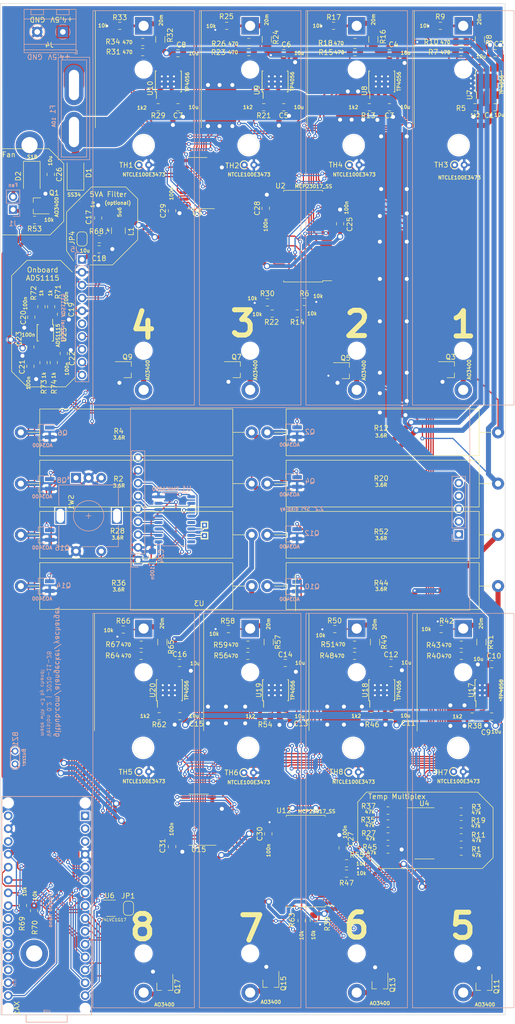
<source format=kicad_pcb>
(kicad_pcb (version 20171130) (host pcbnew 5.1.8)
  (layers (0 F.Cu signal) (31 B.Cu signal) (34 B.Paste user) (35 F.Paste user) (36 B.SilkS user) (37 F.SilkS user) (38 B.Mask user) (39 F.Mask user) (44 Edge.Cuts user))
  (net 0 "")
  (net 1 GND)
  (net 2 "Net-(R5-Pad1)")
  (net 3 "Net-(R13-Pad1)")
  (net 4 "Net-(R21-Pad1)")
  (net 5 "Net-(R29-Pad1)")
  (net 6 "Net-(R38-Pad1)")
  (net 7 "Net-(R46-Pad1)")
  (net 8 "Net-(R54-Pad1)")
  (net 9 "Net-(R62-Pad1)")
  (net 10 +5V)
  (net 11 /MCU/SDA)
  (net 12 "Net-(U2-Pad27)")
  (net 13 "Net-(U2-Pad26)")
  (net 14 "Net-(U2-Pad25)")
  (net 15 "Net-(U2-Pad20)")
  (net 16 "Net-(U2-Pad19)")
  (net 17 "Net-(U2-Pad14)")
  (net 18 "Net-(U2-Pad11)")
  (net 19 "Net-(U12-Pad27)")
  (net 20 "Net-(U12-Pad26)")
  (net 21 "Net-(U12-Pad25)")
  (net 22 "Net-(U12-Pad20)")
  (net 23 "Net-(U12-Pad19)")
  (net 24 "Net-(U12-Pad14)")
  (net 25 "Net-(U12-Pad11)")
  (net 26 +5VA)
  (net 27 "Net-(C22-Pad1)")
  (net 28 "Net-(C21-Pad1)")
  (net 29 "Net-(C20-Pad1)")
  (net 30 "Net-(C19-Pad1)")
  (net 31 "Net-(U23-Pad2)")
  (net 32 /MCU/BUZZER)
  (net 33 "Net-(F1-Pad2)")
  (net 34 /adc/AIN3)
  (net 35 /adc/AIN2)
  (net 36 /adc/AIN1)
  (net 37 /adc/AIN0)
  (net 38 "Net-(J5-Pad6)")
  (net 39 +3V3)
  (net 40 "Net-(L1-Pad1)")
  (net 41 /MCU/ROT_A)
  (net 42 /MCU/ROT_B)
  (net 43 /MCU/BUTTON)
  (net 44 "Net-(TP1-Pad1)")
  (net 45 "Net-(TP2-Pad1)")
  (net 46 /Display/3.3_SCK)
  (net 47 /Display/SCK)
  (net 48 /Display/3.3_MOSI)
  (net 49 /Display/MOSI)
  (net 50 /DC)
  (net 51 /Display/3.3_RS)
  (net 52 /RST)
  (net 53 /Display/3.3_RESET)
  (net 54 /CS)
  (net 55 /Display/3.3_CS)
  (net 56 /Display/MISO)
  (net 57 "Net-(XA1-PadD1)")
  (net 58 "Net-(XA1-PadD0)")
  (net 59 "Net-(XA1-PadRST1)")
  (net 60 "Net-(XA1-PadAREF)")
  (net 61 /MCU/A1)
  (net 62 /MCU/A2)
  (net 63 /MCU/A3)
  (net 64 /MCU/A6)
  (net 65 /MCU/A7)
  (net 66 "Net-(XA1-PadRST2)")
  (net 67 "Net-(XA1-PadVIN)")
  (net 68 /quadcharger1/Battery/Bat-)
  (net 69 /quadcharger1/Battery/Bat+)
  (net 70 /quadcharger1/sheet5DC5D930/Bat-)
  (net 71 /quadcharger1/sheet5DC5D930/Bat+)
  (net 72 /quadcharger1/sheet5DC5D9EA/Bat-)
  (net 73 /quadcharger1/sheet5DC5D9EA/Bat+)
  (net 74 /quadcharger1/sheet5DC5DB5C/Bat-)
  (net 75 /quadcharger1/sheet5DC5DB5C/Bat+)
  (net 76 /quadcharger2/Battery/Bat-)
  (net 77 /quadcharger2/Battery/Bat+)
  (net 78 /quadcharger2/sheet5DC5D930/Bat-)
  (net 79 /quadcharger2/sheet5DC5D930/Bat+)
  (net 80 /quadcharger2/sheet5DC5D9EA/Bat-)
  (net 81 /quadcharger2/sheet5DC5D9EA/Bat+)
  (net 82 /quadcharger2/sheet5DC5DB5C/Bat-)
  (net 83 /quadcharger2/sheet5DC5DB5C/Bat+)
  (net 84 /quadcharger1/SCK)
  (net 85 /quadcharger1/Battery/DE)
  (net 86 /quadcharger1/sheet5DC5D930/DE)
  (net 87 /quadcharger1/sheet5DC5D9EA/DE)
  (net 88 /quadcharger1/sheet5DC5DB5C/DE)
  (net 89 /quadcharger2/Battery/DE)
  (net 90 /quadcharger2/sheet5DC5D930/DE)
  (net 91 /quadcharger2/sheet5DC5D9EA/DE)
  (net 92 /quadcharger2/sheet5DC5DB5C/DE)
  (net 93 /quadcharger1/Y0)
  (net 94 /quadcharger1/X0)
  (net 95 /quadcharger1/Y1)
  (net 96 /quadcharger1/X1)
  (net 97 /quadcharger1/Y2)
  (net 98 /quadcharger1/X2)
  (net 99 /quadcharger1/Y3)
  (net 100 /quadcharger1/X3)
  (net 101 /quadcharger2/Y0)
  (net 102 /quadcharger2/X0)
  (net 103 /quadcharger2/Y1)
  (net 104 /quadcharger2/X1)
  (net 105 /quadcharger2/Y2)
  (net 106 /quadcharger2/X2)
  (net 107 /quadcharger2/Y3)
  (net 108 /quadcharger2/X3)
  (net 109 /quadcharger1/sheet5DC5DB5C/CHRG)
  (net 110 /quadcharger1/sheet5DC5DB5C/CE)
  (net 111 /quadcharger1/sheet5DC5D9EA/CE)
  (net 112 /quadcharger1/sheet5DC5D930/CHRG)
  (net 113 /quadcharger1/sheet5DC5D930/CE)
  (net 114 /quadcharger1/Battery/CHRG)
  (net 115 /quadcharger1/Battery/CE)
  (net 116 "Net-(U7-Pad6)")
  (net 117 "Net-(U8-Pad6)")
  (net 118 /quadcharger1/sheet5DC5D9EA/CHRG)
  (net 119 "Net-(U9-Pad6)")
  (net 120 "Net-(U10-Pad6)")
  (net 121 /quadcharger2/sheet5DC5DB5C/CHRG)
  (net 122 /quadcharger2/sheet5DC5DB5C/CE)
  (net 123 /quadcharger2/sheet5DC5D9EA/CE)
  (net 124 /quadcharger2/sheet5DC5D930/CHRG)
  (net 125 /quadcharger2/sheet5DC5D930/CE)
  (net 126 /quadcharger2/Battery/CHRG)
  (net 127 /quadcharger2/Battery/CE)
  (net 128 "Net-(U17-Pad6)")
  (net 129 "Net-(U18-Pad6)")
  (net 130 /quadcharger2/sheet5DC5D9EA/CHRG)
  (net 131 "Net-(U19-Pad6)")
  (net 132 "Net-(U20-Pad6)")
  (net 133 "Net-(U3-Pad12)")
  (net 134 "Net-(U3-Pad10)")
  (net 135 "Net-(U3-Pad14)")
  (net 136 "Net-(U3-Pad11)")
  (net 137 "Net-(U3-Pad13)")
  (net 138 "Net-(U2-Pad28)")
  (net 139 "Net-(U12-Pad28)")
  (net 140 /quadcharger1/Battery/Bat+')
  (net 141 /quadcharger1/sheet5DC5D930/Bat+')
  (net 142 /quadcharger1/sheet5DC5D9EA/Bat+')
  (net 143 /quadcharger1/sheet5DC5DB5C/Bat+')
  (net 144 /quadcharger2/Battery/Bat+')
  (net 145 /quadcharger2/sheet5DC5D930/Bat+')
  (net 146 /quadcharger2/sheet5DC5D9EA/Bat+')
  (net 147 /quadcharger2/sheet5DC5DB5C/Bat+')
  (net 148 "Net-(D2-Pad2)")
  (net 149 /FAN_Control/FAN_PWM)
  (net 150 "Net-(Q2-Pad3)")
  (net 151 "Net-(Q4-Pad3)")
  (net 152 "Net-(Q6-Pad3)")
  (net 153 "Net-(Q8-Pad3)")
  (net 154 "Net-(Q10-Pad3)")
  (net 155 "Net-(Q12-Pad3)")
  (net 156 "Net-(Q14-Pad3)")
  (net 157 "Net-(Q16-Pad3)")
  (net 158 /TempMultiplex/T3)
  (net 159 /TempMultiplex/T2)
  (net 160 /TempMultiplex/T1)
  (net 161 /TempMultiplex/T4)
  (net 162 /TempMultiplex/S_A)
  (net 163 /TempMultiplex/S_B)
  (net 164 /quadcharger2/T2)
  (net 165 /quadcharger2/T4)
  (net 166 /quadcharger2/T3)
  (net 167 /quadcharger2/T1)
  (net 168 "Net-(JP1-Pad2)")
  (net 169 VDD)
  (module Capacitor_SMD:C_0805_2012Metric_Pad1.18x1.45mm_HandSolder (layer F.Cu) (at 40.686 159.0075 90)
    (fp_text reference C30 (at 0 -1.68 90) (layer F.SilkS))
    (fp_text value 100n (at -3.2805 0.0508 90) (layer F.SilkS) (effects (font (size 0.7 0.7))))
    (pad 2 smd roundrect (at 1.0375 0 90) (size 1.175 1.45) (layers F.Cu F.Paste F.Mask) (roundrect_rratio 0.212766) (net 1 GND))
    (pad 1 smd roundrect (at -1.0375 0 90) (size 1.175 1.45) (layers F.Cu F.Paste F.Mask) (roundrect_rratio 0.212766) (net 10 +5V))
  )
  (module Package_TO_SOT_SMD:SOT-23-5 (layer F.Cu) (at 9.528 173.718)
    (fp_text reference U6 (at -0.2872 -2.4892) (layer F.SilkS))
    (fp_text value 74LVC1G17 (at 0.5256 2.286) (layer F.SilkS) (effects (font (size 0.6 0.6) (thickness 0.1))))
    (pad 5 smd rect (at 1.1 -0.95) (size 1.06 0.65) (layers F.Cu F.Paste F.Mask) (net 10 +5V))
    (pad 4 smd rect (at 1.1 0.95) (size 1.06 0.65) (layers F.Cu F.Paste F.Mask) (net 56 /Display/MISO))
    (pad 3 smd rect (at -1.1 0.95) (size 1.06 0.65) (layers F.Cu F.Paste F.Mask) (net 1 GND))
    (pad 2 smd rect (at -1.1 0) (size 1.06 0.65) (layers F.Cu F.Paste F.Mask) (net 168 "Net-(JP1-Pad2)"))
    (pad 1 smd rect (at -1.1 -0.95) (size 1.06 0.65) (layers F.Cu F.Paste F.Mask))
  )
  (module Jumper:SolderJumper-2_P1.3mm_Bridged_RoundedPad1.0x1.5mm (layer F.Cu) (at 13 173.718 90)
    (fp_text reference JP1 (at 2.4384 -0.0508 180) (layer F.SilkS))
    (fp_text value MISO_JMP)
    (fp_poly (pts (xy 0.25 -0.3) (xy -0.25 -0.3) (xy -0.25 0.3) (xy 0.25 0.3)) (layer F.Cu) (width 0))
    (pad 1 smd custom (at -0.65 0 90) (size 1 0.5) (layers F.Cu F.Mask) (net 56 /Display/MISO) (options (clearance outline) (anchor rect)) (primitives (gr_circle (center 0 0.25) (end 0.5 0.25) (width 0)) (gr_circle (center 0 -0.25) (end 0.5 -0.25) (width 0)) (gr_poly (pts (xy 0 -0.75) (xy 0.5 -0.75) (xy 0.5 0.75) (xy 0 0.75)) (width 0))))
    (pad 2 smd custom (at 0.65 0 90) (size 1 0.5) (layers F.Cu F.Mask) (net 168 "Net-(JP1-Pad2)") (options (clearance outline) (anchor rect)) (primitives (gr_circle (center 0 0.25) (end 0.5 0.25) (width 0)) (gr_circle (center 0 -0.25) (end 0.5 -0.25) (width 0)) (gr_poly (pts (xy 0 -0.75) (xy -0.5 -0.75) (xy -0.5 0.75) (xy 0 0.75)) (width 0))))
  )
  (module Capacitor_SMD:C_0805_2012Metric_Pad1.18x1.45mm_HandSolder (layer F.Cu) (at 21.636 161.526 270)
    (fp_text reference C31 (at -0.1524 1.8796 90) (layer F.SilkS))
    (fp_text value 100n (at -3.4544 0.1016 90) (layer F.SilkS) (effects (font (size 0.7 0.7))))
    (pad 2 smd roundrect (at 1.0375 0 270) (size 1.175 1.45) (layers F.Cu F.Paste F.Mask) (roundrect_rratio 0.212766) (net 1 GND))
    (pad 1 smd roundrect (at -1.0375 0 270) (size 1.175 1.45) (layers F.Cu F.Paste F.Mask) (roundrect_rratio 0.212766) (net 26 +5VA))
  )
  (module Capacitor_SMD:C_0805_2012Metric_Pad1.18x1.45mm_HandSolder (layer F.Cu) (at 21.636 35.7745 270)
    (fp_text reference C29 (at 0.0215 1.778 90) (layer F.SilkS))
    (fp_text value 100n (at -3.4075 0.127 90) (layer F.SilkS) (effects (font (size 0.7 0.7))))
    (pad 2 smd roundrect (at 1.0375 0 270) (size 1.175 1.45) (layers F.Cu F.Paste F.Mask) (roundrect_rratio 0.212766) (net 1 GND))
    (pad 1 smd roundrect (at -1.0375 0 270) (size 1.175 1.45) (layers F.Cu F.Paste F.Mask) (roundrect_rratio 0.212766) (net 26 +5VA))
  )
  (module Capacitor_SMD:C_0805_2012Metric_Pad1.18x1.45mm_HandSolder (layer F.Cu) (at 40.178 35.288 90)
    (fp_text reference C28 (at 0 -1.68 90) (layer F.SilkS))
    (fp_text value 100n (at -3.302 0 90) (layer F.SilkS) (effects (font (size 0.7 0.7))))
    (pad 2 smd roundrect (at 1.0375 0 90) (size 1.175 1.45) (layers F.Cu F.Paste F.Mask) (roundrect_rratio 0.212766) (net 1 GND))
    (pad 1 smd roundrect (at -1.0375 0 90) (size 1.175 1.45) (layers F.Cu F.Paste F.Mask) (roundrect_rratio 0.212766) (net 10 +5V))
  )
  (module Package_SO:SO-16_3.9x9.9mm_P1.27mm (layer F.Cu) (at 71.6 158.9)
    (fp_text reference U4 (at 0 -5.9) (layer F.SilkS))
    (fp_text value 74HC4052)
    (pad 16 smd roundrect (at 2.575 -4.445) (size 1.75 0.6) (layers F.Cu F.Paste F.Mask) (net 26 +5VA))
    (pad 15 smd roundrect (at 2.575 -3.175) (size 1.75 0.6) (layers F.Cu F.Paste F.Mask) (net 158 /TempMultiplex/T3))
    (pad 14 smd roundrect (at 2.575 -1.905) (size 1.75 0.6) (layers F.Cu F.Paste F.Mask) (net 159 /TempMultiplex/T2))
    (pad 13 smd roundrect (at 2.575 -0.635) (size 1.75 0.6) (layers F.Cu F.Paste F.Mask) (net 65 /MCU/A7))
    (pad 12 smd roundrect (at 2.575 0.635) (size 1.75 0.6) (layers F.Cu F.Paste F.Mask) (net 160 /TempMultiplex/T1))
    (pad 11 smd roundrect (at 2.575 1.905) (size 1.75 0.6) (layers F.Cu F.Paste F.Mask) (net 161 /TempMultiplex/T4))
    (pad 10 smd roundrect (at 2.575 3.175) (size 1.75 0.6) (layers F.Cu F.Paste F.Mask) (net 162 /TempMultiplex/S_A))
    (pad 9 smd roundrect (at 2.575 4.445) (size 1.75 0.6) (layers F.Cu F.Paste F.Mask) (net 163 /TempMultiplex/S_B))
    (pad 8 smd roundrect (at -2.575 4.445) (size 1.75 0.6) (layers F.Cu F.Paste F.Mask) (net 1 GND))
    (pad 7 smd roundrect (at -2.575 3.175) (size 1.75 0.6) (layers F.Cu F.Paste F.Mask) (net 1 GND))
    (pad 6 smd roundrect (at -2.575 1.905) (size 1.75 0.6) (layers F.Cu F.Paste F.Mask) (net 1 GND))
    (pad 5 smd roundrect (at -2.575 0.635) (size 1.75 0.6) (layers F.Cu F.Paste F.Mask) (net 164 /quadcharger2/T2))
    (pad 4 smd roundrect (at -2.575 -0.635) (size 1.75 0.6) (layers F.Cu F.Paste F.Mask) (net 165 /quadcharger2/T4))
    (pad 3 smd roundrect (at -2.575 -1.905) (size 1.75 0.6) (layers F.Cu F.Paste F.Mask) (net 64 /MCU/A6))
    (pad 2 smd roundrect (at -2.575 -3.175) (size 1.75 0.6) (layers F.Cu F.Paste F.Mask) (net 166 /quadcharger2/T3))
    (pad 1 smd roundrect (at -2.575 -4.445) (size 1.75 0.6) (layers F.Cu F.Paste F.Mask) (net 167 /quadcharger2/T1))
  )
  (module Package_SO:SO-16_3.9x9.9mm_P1.27mm (layer F.Cu) (at 26.9 156.2 180)
    (fp_text reference U15 (at 0 -5.9) (layer F.SilkS))
    (fp_text value 74HC4052)
    (pad 16 smd roundrect (at 2.575 -4.445 180) (size 1.75 0.6) (layers F.Cu F.Paste F.Mask) (net 26 +5VA))
    (pad 15 smd roundrect (at 2.575 -3.175 180) (size 1.75 0.6) (layers F.Cu F.Paste F.Mask) (net 106 /quadcharger2/X2))
    (pad 14 smd roundrect (at 2.575 -1.905 180) (size 1.75 0.6) (layers F.Cu F.Paste F.Mask) (net 104 /quadcharger2/X1))
    (pad 13 smd roundrect (at 2.575 -0.635 180) (size 1.75 0.6) (layers F.Cu F.Paste F.Mask) (net 35 /adc/AIN2))
    (pad 12 smd roundrect (at 2.575 0.635 180) (size 1.75 0.6) (layers F.Cu F.Paste F.Mask) (net 102 /quadcharger2/X0))
    (pad 11 smd roundrect (at 2.575 1.905 180) (size 1.75 0.6) (layers F.Cu F.Paste F.Mask) (net 108 /quadcharger2/X3))
    (pad 10 smd roundrect (at 2.575 3.175 180) (size 1.75 0.6) (layers F.Cu F.Paste F.Mask) (net 21 "Net-(U12-Pad25)"))
    (pad 9 smd roundrect (at 2.575 4.445 180) (size 1.75 0.6) (layers F.Cu F.Paste F.Mask) (net 20 "Net-(U12-Pad26)"))
    (pad 8 smd roundrect (at -2.575 4.445 180) (size 1.75 0.6) (layers F.Cu F.Paste F.Mask) (net 1 GND))
    (pad 7 smd roundrect (at -2.575 3.175 180) (size 1.75 0.6) (layers F.Cu F.Paste F.Mask) (net 1 GND))
    (pad 6 smd roundrect (at -2.575 1.905 180) (size 1.75 0.6) (layers F.Cu F.Paste F.Mask) (net 1 GND))
    (pad 5 smd roundrect (at -2.575 0.635 180) (size 1.75 0.6) (layers F.Cu F.Paste F.Mask) (net 103 /quadcharger2/Y1))
    (pad 4 smd roundrect (at -2.575 -0.635 180) (size 1.75 0.6) (layers F.Cu F.Paste F.Mask) (net 107 /quadcharger2/Y3))
    (pad 3 smd roundrect (at -2.575 -1.905 180) (size 1.75 0.6) (layers F.Cu F.Paste F.Mask) (net 34 /adc/AIN3))
    (pad 2 smd roundrect (at -2.575 -3.175 180) (size 1.75 0.6) (layers F.Cu F.Paste F.Mask) (net 105 /quadcharger2/Y2))
    (pad 1 smd roundrect (at -2.575 -4.445 180) (size 1.75 0.6) (layers F.Cu F.Paste F.Mask) (net 101 /quadcharger2/Y0))
  )
  (module Package_SO:SO-16_3.9x9.9mm_P1.27mm (layer F.Cu) (at 26.6 30.3 180)
    (fp_text reference U5 (at 0 -5.9) (layer F.SilkS))
    (fp_text value 74HC4052)
    (pad 16 smd roundrect (at 2.575 -4.445 180) (size 1.75 0.6) (layers F.Cu F.Paste F.Mask) (net 26 +5VA))
    (pad 15 smd roundrect (at 2.575 -3.175 180) (size 1.75 0.6) (layers F.Cu F.Paste F.Mask) (net 98 /quadcharger1/X2))
    (pad 14 smd roundrect (at 2.575 -1.905 180) (size 1.75 0.6) (layers F.Cu F.Paste F.Mask) (net 96 /quadcharger1/X1))
    (pad 13 smd roundrect (at 2.575 -0.635 180) (size 1.75 0.6) (layers F.Cu F.Paste F.Mask) (net 36 /adc/AIN1))
    (pad 12 smd roundrect (at 2.575 0.635 180) (size 1.75 0.6) (layers F.Cu F.Paste F.Mask) (net 94 /quadcharger1/X0))
    (pad 11 smd roundrect (at 2.575 1.905 180) (size 1.75 0.6) (layers F.Cu F.Paste F.Mask) (net 100 /quadcharger1/X3))
    (pad 10 smd roundrect (at 2.575 3.175 180) (size 1.75 0.6) (layers F.Cu F.Paste F.Mask) (net 14 "Net-(U2-Pad25)"))
    (pad 9 smd roundrect (at 2.575 4.445 180) (size 1.75 0.6) (layers F.Cu F.Paste F.Mask) (net 13 "Net-(U2-Pad26)"))
    (pad 8 smd roundrect (at -2.575 4.445 180) (size 1.75 0.6) (layers F.Cu F.Paste F.Mask) (net 1 GND))
    (pad 7 smd roundrect (at -2.575 3.175 180) (size 1.75 0.6) (layers F.Cu F.Paste F.Mask) (net 1 GND))
    (pad 6 smd roundrect (at -2.575 1.905 180) (size 1.75 0.6) (layers F.Cu F.Paste F.Mask) (net 1 GND))
    (pad 5 smd roundrect (at -2.575 0.635 180) (size 1.75 0.6) (layers F.Cu F.Paste F.Mask) (net 95 /quadcharger1/Y1))
    (pad 4 smd roundrect (at -2.575 -0.635 180) (size 1.75 0.6) (layers F.Cu F.Paste F.Mask) (net 99 /quadcharger1/Y3))
    (pad 3 smd roundrect (at -2.575 -1.905 180) (size 1.75 0.6) (layers F.Cu F.Paste F.Mask) (net 37 /adc/AIN0))
    (pad 2 smd roundrect (at -2.575 -3.175 180) (size 1.75 0.6) (layers F.Cu F.Paste F.Mask) (net 97 /quadcharger1/Y2))
    (pad 1 smd roundrect (at -2.575 -4.445 180) (size 1.75 0.6) (layers F.Cu F.Paste F.Mask) (net 93 /quadcharger1/Y0))
  )
  (module Resistor_THT:R_Axial_DIN0204_L3.6mm_D1.6mm_P1.90mm_Vertical (layer F.Cu) (at 77.6 26.7)
    (fp_text reference TH3 (at -2.65 0) (layer F.SilkS))
    (fp_text value NTCLE100E3473 (at 0.95 2.52) (layer F.SilkS) (effects (font (size 0.7 0.7))))
    (pad 2 thru_hole oval (at 1.9 0) (size 1.4 1.4) (drill 0.7) (layers *.Cu *.Mask) (net 1 GND))
    (pad 1 thru_hole circle (at 0 0) (size 1.4 1.4) (drill 0.7) (layers *.Cu *.Mask) (net 160 /TempMultiplex/T1))
  )
  (module Battery:BatteryHolder_MPD_BH-18650-PC2 (layer B.Cu) (at 79.3 -0.8 270)
    (fp_text reference BT1 hide)
    (fp_text value Battery_Cell hide)
    (pad 2 thru_hole circle (at 72 0 270) (size 3.5 3.5) (drill 2) (layers *.Cu *.Mask) (net 68 /quadcharger1/Battery/Bat-))
    (pad 1 thru_hole rect (at 0 0 270) (size 3.5 3.5) (drill 2) (layers *.Cu *.Mask) (net 69 /quadcharger1/Battery/Bat+))
    (pad "" np_thru_hole circle (at 8.645 0 270) (size 3.2 3.2) (drill 3.2) (layers *.Cu *.Mask))
    (pad "" np_thru_hole circle (at 64.255 0 270) (size 3.2 3.2) (drill 3.2) (layers *.Cu *.Mask))
  )
  (module Diode_SMD:D_SMA (layer F.Cu) (at -6.15 29.4 270)
    (fp_text reference D2 (at -0.462 2.694 90) (layer F.SilkS))
    (fp_text value S1B (at -4.272 -0.1 180) (layer F.SilkS) (effects (font (size 0.7 0.7))))
    (pad 1 smd rect (at -2 0 270) (size 2.5 1.8) (layers F.Cu F.Paste F.Mask) (net 169 VDD))
    (pad 2 smd rect (at 2 0 270) (size 2.5 1.8) (layers F.Cu F.Paste F.Mask) (net 148 "Net-(D2-Pad2)"))
  )
  (module Capacitor_SMD:C_0805_2012Metric (layer F.Cu) (at -2.4 28.6 270)
    (fp_text reference C26 (at 0 -1.68 90) (layer F.SilkS))
    (fp_text value 10u (at -2.71 0.094 90) (layer F.SilkS) (effects (font (size 0.7 0.7))))
    (pad 1 smd roundrect (at -0.95 0 270) (size 1 1.45) (layers F.Cu F.Paste F.Mask) (net 169 VDD))
    (pad 2 smd roundrect (at 0.95 0 270) (size 1 1.45) (layers F.Cu F.Paste F.Mask) (net 1 GND))
  )
  (module Resistor_THT:R_Axial_Power_L38.0mm_W9.0mm_P45.72mm (layer F.Cu) (at 37.4 79.6 180)
    (fp_text reference R4 (at 26.35 0.25) (layer F.SilkS))
    (fp_text value 3.6R (at 26.26 -1.05) (layer F.SilkS) (effects (font (size 0.7 0.7))))
    (pad 2 thru_hole oval (at 45.72 0 180) (size 2.4 2.4) (drill 1.2) (layers *.Cu *.Mask) (net 152 "Net-(Q6-Pad3)"))
    (pad 1 thru_hole circle (at 0 0 180) (size 2.4 2.4) (drill 1.2) (layers *.Cu *.Mask) (net 142 /quadcharger1/sheet5DC5D9EA/Bat+'))
  )
  (module Resistor_THT:R_Axial_Power_L38.0mm_W9.0mm_P45.72mm (layer F.Cu) (at 86.2 110 180)
    (fp_text reference R44 (at 23.15 0.6) (layer F.SilkS))
    (fp_text value 3.6R (at 23.15 -0.6) (layer F.SilkS) (effects (font (size 0.7 0.7))))
    (pad 2 thru_hole oval (at 45.72 0 180) (size 2.4 2.4) (drill 1.2) (layers *.Cu *.Mask) (net 154 "Net-(Q10-Pad3)"))
    (pad 1 thru_hole circle (at 0 0 180) (size 2.4 2.4) (drill 1.2) (layers *.Cu *.Mask) (net 144 /quadcharger2/Battery/Bat+'))
  )
  (module Battery:BatteryHolder_MPD_BH-18650-PC2 (layer B.Cu) (at 58.2 118.4 270)
    (fp_text reference BT6 hide)
    (fp_text value Battery_Cell hide)
    (pad 2 thru_hole circle (at 72 0 270) (size 3.5 3.5) (drill 2) (layers *.Cu *.Mask) (net 78 /quadcharger2/sheet5DC5D930/Bat-))
    (pad 1 thru_hole rect (at 0 0 270) (size 3.5 3.5) (drill 2) (layers *.Cu *.Mask) (net 79 /quadcharger2/sheet5DC5D930/Bat+))
    (pad "" np_thru_hole circle (at 8.645 0 270) (size 3.2 3.2) (drill 3.2) (layers *.Cu *.Mask))
    (pad "" np_thru_hole circle (at 64.255 0 270) (size 3.2 3.2) (drill 3.2) (layers *.Cu *.Mask))
  )
  (module Battery:BatteryHolder_MPD_BH-18650-PC2 (layer B.Cu) (at 37.1 -0.8 270)
    (fp_text reference BT3 hide)
    (fp_text value Battery_Cell hide)
    (pad "" np_thru_hole circle (at 64.255 0 270) (size 3.2 3.2) (drill 3.2) (layers *.Cu *.Mask))
    (pad "" np_thru_hole circle (at 8.645 0 270) (size 3.2 3.2) (drill 3.2) (layers *.Cu *.Mask))
    (pad 1 thru_hole rect (at 0 0 270) (size 3.5 3.5) (drill 2) (layers *.Cu *.Mask) (net 73 /quadcharger1/sheet5DC5D9EA/Bat+))
    (pad 2 thru_hole circle (at 72 0 270) (size 3.5 3.5) (drill 2) (layers *.Cu *.Mask) (net 72 /quadcharger1/sheet5DC5D9EA/Bat-))
  )
  (module Battery:BatteryHolder_MPD_BH-18650-PC2 (layer B.Cu) (at 16 -0.8 270)
    (fp_text reference BT4 hide)
    (fp_text value Battery_Cell hide)
    (pad "" np_thru_hole circle (at 64.255 0 270) (size 3.2 3.2) (drill 3.2) (layers *.Cu *.Mask))
    (pad "" np_thru_hole circle (at 8.645 0 270) (size 3.2 3.2) (drill 3.2) (layers *.Cu *.Mask))
    (pad 1 thru_hole rect (at 0 0 270) (size 3.5 3.5) (drill 2) (layers *.Cu *.Mask) (net 75 /quadcharger1/sheet5DC5DB5C/Bat+))
    (pad 2 thru_hole circle (at 72 0 270) (size 3.5 3.5) (drill 2) (layers *.Cu *.Mask) (net 74 /quadcharger1/sheet5DC5DB5C/Bat-))
  )
  (module Resistor_SMD:R_0805_2012Metric_Pad1.15x1.40mm_HandSolder (layer F.Cu) (at 36.641666 123.8 180)
    (fp_text reference R56 (at 5.316666 0.05) (layer F.SilkS))
    (fp_text value 470 (at 2.866666 2.175) (layer F.SilkS) (effects (font (size 0.7 0.7))))
    (pad 1 smd roundrect (at -1.025 0 180) (size 1.15 1.4) (layers F.Cu F.Paste F.Mask) (roundrect_rratio 0.217391) (net 146 /quadcharger2/sheet5DC5D9EA/Bat+'))
    (pad 2 smd roundrect (at 1.025 0 180) (size 1.15 1.4) (layers F.Cu F.Paste F.Mask) (roundrect_rratio 0.217391) (net 105 /quadcharger2/Y2))
  )
  (module Resistor_SMD:R_0805_2012Metric_Pad1.20x1.40mm_HandSolder (layer F.Cu) (at -5.6 37.6)
    (fp_text reference R53 (at 0 1.752) (layer F.SilkS))
    (fp_text value 10k (at 2.852 -0.026) (layer F.SilkS) (effects (font (size 0.7 0.7))))
    (pad 2 smd roundrect (at 1 0) (size 1.2 1.4) (layers F.Cu F.Paste F.Mask) (roundrect_rratio 0.208333) (net 1 GND))
    (pad 1 smd roundrect (at -1 0) (size 1.2 1.4) (layers F.Cu F.Paste F.Mask) (roundrect_rratio 0.208333) (net 149 /FAN_Control/FAN_PWM))
  )
  (module Connector_PinSocket_2.54mm:PinSocket_1x02_P2.54mm_Vertical (layer B.Cu) (at -9.86 35.542)
    (fp_text reference J1 (at 0 2.77) (layer B.SilkS) (effects (justify mirror)))
    (fp_text value Fan (at 0 -4.826) (layer B.SilkS) (effects (font (size 0.7 0.7)) (justify mirror)))
    (pad 1 thru_hole rect (at 0 0) (size 1.7 1.7) (drill 1) (layers *.Cu *.Mask) (net 148 "Net-(D2-Pad2)"))
    (pad 2 thru_hole oval (at 0 -2.54) (size 1.7 1.7) (drill 1) (layers *.Cu *.Mask) (net 169 VDD))
  )
  (module Resistor_SMD:R_0805_2012Metric_Pad1.20x1.40mm_HandSolder (layer F.Cu) (at 64.4 162.1)
    (fp_text reference R45 (at -3.61 -0.47) (layer F.SilkS))
    (fp_text value 47k (at -3.25 0.62) (layer F.SilkS) (effects (font (size 0.7 0.7))))
    (pad 2 smd roundrect (at 1 0) (size 1.2 1.4) (layers F.Cu F.Paste F.Mask) (roundrect_rratio 0.208333) (net 164 /quadcharger2/T2))
    (pad 1 smd roundrect (at -1 0) (size 1.2 1.4) (layers F.Cu F.Paste F.Mask) (roundrect_rratio 0.208333) (net 26 +5VA))
  )
  (module Resistor_SMD:R_0805_2012Metric_Pad1.20x1.40mm_HandSolder (layer F.Cu) (at 64.4 154.4)
    (fp_text reference R37 (at -3.86 -0.88) (layer F.SilkS))
    (fp_text value 47k (at -3.64 0.25) (layer F.SilkS) (effects (font (size 0.7 0.7))))
    (pad 2 smd roundrect (at 1 0) (size 1.2 1.4) (layers F.Cu F.Paste F.Mask) (roundrect_rratio 0.208333) (net 167 /quadcharger2/T1))
    (pad 1 smd roundrect (at -1 0) (size 1.2 1.4) (layers F.Cu F.Paste F.Mask) (roundrect_rratio 0.208333) (net 26 +5VA))
  )
  (module Resistor_SMD:R_0805_2012Metric_Pad1.20x1.40mm_HandSolder (layer F.Cu) (at 64.4 156.966666)
    (fp_text reference R35 (at -3.96 -0.716666) (layer F.SilkS))
    (fp_text value 47k (at -3.59 0.343334) (layer F.SilkS) (effects (font (size 0.7 0.7))))
    (pad 2 smd roundrect (at 1 0) (size 1.2 1.4) (layers F.Cu F.Paste F.Mask) (roundrect_rratio 0.208333) (net 166 /quadcharger2/T3))
    (pad 1 smd roundrect (at -1 0) (size 1.2 1.4) (layers F.Cu F.Paste F.Mask) (roundrect_rratio 0.208333) (net 26 +5VA))
  )
  (module Resistor_SMD:R_0805_2012Metric_Pad1.20x1.40mm_HandSolder (layer F.Cu) (at 64.4 159.533332)
    (fp_text reference R27 (at -3.83 -0.623332) (layer F.SilkS))
    (fp_text value 47k (at -3.47 0.426668) (layer F.SilkS) (effects (font (size 0.7 0.7))))
    (pad 2 smd roundrect (at 1 0) (size 1.2 1.4) (layers F.Cu F.Paste F.Mask) (roundrect_rratio 0.208333) (net 165 /quadcharger2/T4))
    (pad 1 smd roundrect (at -1 0) (size 1.2 1.4) (layers F.Cu F.Paste F.Mask) (roundrect_rratio 0.208333) (net 26 +5VA))
  )
  (module Resistor_SMD:R_0805_2012Metric_Pad1.20x1.40mm_HandSolder (layer F.Cu) (at 78.9 157.1 180)
    (fp_text reference R19 (at -3.38 0.76) (layer F.SilkS))
    (fp_text value 47k (at -2.89 -0.34) (layer F.SilkS) (effects (font (size 0.7 0.7))))
    (pad 2 smd roundrect (at 1 0 180) (size 1.2 1.4) (layers F.Cu F.Paste F.Mask) (roundrect_rratio 0.208333) (net 159 /TempMultiplex/T2))
    (pad 1 smd roundrect (at -1 0 180) (size 1.2 1.4) (layers F.Cu F.Paste F.Mask) (roundrect_rratio 0.208333) (net 26 +5VA))
  )
  (module Resistor_SMD:R_0805_2012Metric_Pad1.20x1.40mm_HandSolder (layer F.Cu) (at 78.9 159.7 180)
    (fp_text reference R11 (at -3.43 0.48) (layer F.SilkS))
    (fp_text value 47k (at -3.05 -0.6) (layer F.SilkS) (effects (font (size 0.7 0.7))))
    (pad 2 smd roundrect (at 1 0 180) (size 1.2 1.4) (layers F.Cu F.Paste F.Mask) (roundrect_rratio 0.208333) (net 160 /TempMultiplex/T1))
    (pad 1 smd roundrect (at -1 0 180) (size 1.2 1.4) (layers F.Cu F.Paste F.Mask) (roundrect_rratio 0.208333) (net 26 +5VA))
  )
  (module Resistor_SMD:R_0805_2012Metric_Pad1.20x1.40mm_HandSolder (layer F.Cu) (at 78.9 154.6 180)
    (fp_text reference R3 (at -2.99 0.9) (layer F.SilkS))
    (fp_text value 47k (at -2.98 -0.19) (layer F.SilkS) (effects (font (size 0.7 0.7))))
    (pad 2 smd roundrect (at 1 0 180) (size 1.2 1.4) (layers F.Cu F.Paste F.Mask) (roundrect_rratio 0.208333) (net 158 /TempMultiplex/T3))
    (pad 1 smd roundrect (at -1 0 180) (size 1.2 1.4) (layers F.Cu F.Paste F.Mask) (roundrect_rratio 0.208333) (net 26 +5VA))
  )
  (module Resistor_SMD:R_0805_2012Metric_Pad1.20x1.40mm_HandSolder (layer F.Cu) (at 78.9 162.5 180)
    (fp_text reference R1 (at -3 0.43) (layer F.SilkS))
    (fp_text value 47k (at -3.04 -0.75) (layer F.SilkS) (effects (font (size 0.7 0.7))))
    (pad 2 smd roundrect (at 1 0 180) (size 1.2 1.4) (layers F.Cu F.Paste F.Mask) (roundrect_rratio 0.208333) (net 161 /TempMultiplex/T4))
    (pad 1 smd roundrect (at -1 0 180) (size 1.2 1.4) (layers F.Cu F.Paste F.Mask) (roundrect_rratio 0.208333) (net 26 +5VA))
  )
  (module Resistor_THT:R_Axial_DIN0204_L3.6mm_D1.6mm_P1.90mm_Vertical (layer F.Cu) (at 56.633332 146.8)
    (fp_text reference TH8 (at -2.463332 -0.05) (layer F.SilkS))
    (fp_text value NTCLE100E3473 (at 0.95 1.92) (layer F.SilkS) (effects (font (size 0.7 0.7))))
    (pad 2 thru_hole oval (at 1.9 0) (size 1.4 1.4) (drill 0.7) (layers *.Cu *.Mask) (net 1 GND))
    (pad 1 thru_hole circle (at 0 0) (size 1.4 1.4) (drill 0.7) (layers *.Cu *.Mask) (net 164 /quadcharger2/T2))
  )
  (module Resistor_THT:R_Axial_DIN0204_L3.6mm_D1.6mm_P1.90mm_Vertical (layer F.Cu) (at 77.4 146.7)
    (fp_text reference TH7 (at -2.5 0.18) (layer F.SilkS))
    (fp_text value NTCLE100E3473 (at 0.95 1.92) (layer F.SilkS) (effects (font (size 0.7 0.7))))
    (pad 2 thru_hole oval (at 1.9 0) (size 1.4 1.4) (drill 0.7) (layers *.Cu *.Mask) (net 1 GND))
    (pad 1 thru_hole circle (at 0 0) (size 1.4 1.4) (drill 0.7) (layers *.Cu *.Mask) (net 167 /quadcharger2/T1))
  )
  (module Resistor_THT:R_Axial_DIN0204_L3.6mm_D1.6mm_P1.90mm_Vertical (layer F.Cu) (at 35.866666 146.9)
    (fp_text reference TH6 (at -2.456666 0) (layer F.SilkS))
    (fp_text value NTCLE100E3473 (at 0.95 1.92) (layer F.SilkS) (effects (font (size 0.7 0.7))))
    (pad 2 thru_hole oval (at 1.9 0) (size 1.4 1.4) (drill 0.7) (layers *.Cu *.Mask) (net 1 GND))
    (pad 1 thru_hole circle (at 0 0) (size 1.4 1.4) (drill 0.7) (layers *.Cu *.Mask) (net 166 /quadcharger2/T3))
  )
  (module Resistor_THT:R_Axial_DIN0204_L3.6mm_D1.6mm_P1.90mm_Vertical (layer F.Cu) (at 15.1 146.7)
    (fp_text reference TH5 (at -2.67 0.08) (layer F.SilkS))
    (fp_text value NTCLE100E3473 (at 0.95 1.92) (layer F.SilkS) (effects (font (size 0.7 0.7))))
    (pad 2 thru_hole oval (at 1.9 0) (size 1.4 1.4) (drill 0.7) (layers *.Cu *.Mask) (net 1 GND))
    (pad 1 thru_hole circle (at 0 0) (size 1.4 1.4) (drill 0.7) (layers *.Cu *.Mask) (net 165 /quadcharger2/T4))
  )
  (module Resistor_THT:R_Axial_DIN0204_L3.6mm_D1.6mm_P1.90mm_Vertical (layer F.Cu) (at 56.766666 26.7)
    (fp_text reference TH4 (at -2.716666 0) (layer F.SilkS))
    (fp_text value NTCLE100E3473 (at 0.95 1.92) (layer F.SilkS) (effects (font (size 0.7 0.7))))
    (pad 2 thru_hole oval (at 1.9 0) (size 1.4 1.4) (drill 0.7) (layers *.Cu *.Mask) (net 1 GND))
    (pad 1 thru_hole circle (at 0 0) (size 1.4 1.4) (drill 0.7) (layers *.Cu *.Mask) (net 159 /TempMultiplex/T2))
  )
  (module Resistor_THT:R_Axial_DIN0204_L3.6mm_D1.6mm_P1.90mm_Vertical (layer F.Cu) (at 35.933333 26.7)
    (fp_text reference TH2 (at -2.383333 0.15) (layer F.SilkS))
    (fp_text value NTCLE100E3473 (at 0.95 1.92) (layer F.SilkS) (effects (font (size 0.7 0.7))))
    (pad 2 thru_hole oval (at 1.9 0) (size 1.4 1.4) (drill 0.7) (layers *.Cu *.Mask) (net 1 GND))
    (pad 1 thru_hole circle (at 0 0) (size 1.4 1.4) (drill 0.7) (layers *.Cu *.Mask) (net 158 /TempMultiplex/T3))
  )
  (module Resistor_THT:R_Axial_DIN0204_L3.6mm_D1.6mm_P1.90mm_Vertical (layer F.Cu) (at 15.1 26.7)
    (fp_text reference TH1 (at -2.55 0.05) (layer F.SilkS))
    (fp_text value NTCLE100E3473 (at 0.95 1.92) (layer F.SilkS) (effects (font (size 0.7 0.7))))
    (pad 2 thru_hole oval (at 1.9 0) (size 1.4 1.4) (drill 0.7) (layers *.Cu *.Mask) (net 1 GND))
    (pad 1 thru_hole circle (at 0 0) (size 1.4 1.4) (drill 0.7) (layers *.Cu *.Mask) (net 161 /TempMultiplex/T4))
  )
  (module TP4056:TP4056_SOP-8-PP (layer F.Cu) (at 84.3 10.2 90)
    (fp_text reference U7 (at -2.65 -3.7 90) (layer F.SilkS))
    (fp_text value TP4056 (at -0.65 2.6 90) (layer F.SilkS) (effects (font (size 0.7 0.7))))
    (pad 9 smd rect (at 0 0 90) (size 2.7 3.6) (layers F.Cu F.Paste F.Mask) (net 1 GND))
    (pad 8 smd rect (at 2.7 -1.905 90) (size 1.5 0.65) (layers F.Cu F.Paste F.Mask) (net 115 /quadcharger1/Battery/CE))
    (pad 7 smd rect (at 2.7 -0.635 90) (size 1.5 0.65) (layers F.Cu F.Paste F.Mask) (net 114 /quadcharger1/Battery/CHRG))
    (pad 6 smd rect (at 2.7 0.635 90) (size 1.5 0.65) (layers F.Cu F.Paste F.Mask) (net 116 "Net-(U7-Pad6)"))
    (pad 5 smd rect (at 2.7 1.905 90) (size 1.5 0.65) (layers F.Cu F.Paste F.Mask) (net 140 /quadcharger1/Battery/Bat+'))
    (pad 4 smd rect (at -2.7 1.905 90) (size 1.5 0.65) (layers F.Cu F.Paste F.Mask) (net 169 VDD))
    (pad 3 smd rect (at -2.7 0.635 90) (size 1.5 0.65) (layers F.Cu F.Paste F.Mask) (net 1 GND))
    (pad 2 smd rect (at -2.7 -0.635 90) (size 1.5 0.65) (layers F.Cu F.Paste F.Mask) (net 2 "Net-(R5-Pad1)"))
    (pad 1 smd rect (at -2.7 -1.905 90) (size 1.5 0.65) (layers F.Cu F.Paste F.Mask) (net 1 GND))
  )
  (module TP4056:TP4056_SOP-8-PP (layer F.Cu) (at 21.1 130.6 90)
    (fp_text reference U20 (at 0 -3.3 90) (layer F.SilkS))
    (fp_text value TP4056 (at 0 3.4 90) (layer F.SilkS) (effects (font (size 0.7 0.7))))
    (pad 9 smd rect (at 0 0 90) (size 2.7 3.6) (layers F.Cu F.Paste F.Mask) (net 1 GND))
    (pad 8 smd rect (at 2.7 -1.905 90) (size 1.5 0.65) (layers F.Cu F.Paste F.Mask) (net 122 /quadcharger2/sheet5DC5DB5C/CE))
    (pad 7 smd rect (at 2.7 -0.635 90) (size 1.5 0.65) (layers F.Cu F.Paste F.Mask) (net 121 /quadcharger2/sheet5DC5DB5C/CHRG))
    (pad 6 smd rect (at 2.7 0.635 90) (size 1.5 0.65) (layers F.Cu F.Paste F.Mask) (net 132 "Net-(U20-Pad6)"))
    (pad 5 smd rect (at 2.7 1.905 90) (size 1.5 0.65) (layers F.Cu F.Paste F.Mask) (net 147 /quadcharger2/sheet5DC5DB5C/Bat+'))
    (pad 4 smd rect (at -2.7 1.905 90) (size 1.5 0.65) (layers F.Cu F.Paste F.Mask) (net 169 VDD))
    (pad 3 smd rect (at -2.7 0.635 90) (size 1.5 0.65) (layers F.Cu F.Paste F.Mask) (net 1 GND))
    (pad 2 smd rect (at -2.7 -0.635 90) (size 1.5 0.65) (layers F.Cu F.Paste F.Mask) (net 9 "Net-(R62-Pad1)"))
    (pad 1 smd rect (at -2.7 -1.905 90) (size 1.5 0.65) (layers F.Cu F.Paste F.Mask) (net 1 GND))
  )
  (module TP4056:TP4056_SOP-8-PP (layer F.Cu) (at 42.133333 130.6 90)
    (fp_text reference U19 (at 0 -3.3 90) (layer F.SilkS))
    (fp_text value TP4056 (at 0 3.4 90) (layer F.SilkS) (effects (font (size 0.7 0.7))))
    (pad 9 smd rect (at 0 0 90) (size 2.7 3.6) (layers F.Cu F.Paste F.Mask) (net 1 GND))
    (pad 8 smd rect (at 2.7 -1.905 90) (size 1.5 0.65) (layers F.Cu F.Paste F.Mask) (net 123 /quadcharger2/sheet5DC5D9EA/CE))
    (pad 7 smd rect (at 2.7 -0.635 90) (size 1.5 0.65) (layers F.Cu F.Paste F.Mask) (net 130 /quadcharger2/sheet5DC5D9EA/CHRG))
    (pad 6 smd rect (at 2.7 0.635 90) (size 1.5 0.65) (layers F.Cu F.Paste F.Mask) (net 131 "Net-(U19-Pad6)"))
    (pad 5 smd rect (at 2.7 1.905 90) (size 1.5 0.65) (layers F.Cu F.Paste F.Mask) (net 146 /quadcharger2/sheet5DC5D9EA/Bat+'))
    (pad 4 smd rect (at -2.7 1.905 90) (size 1.5 0.65) (layers F.Cu F.Paste F.Mask) (net 169 VDD))
    (pad 3 smd rect (at -2.7 0.635 90) (size 1.5 0.65) (layers F.Cu F.Paste F.Mask) (net 1 GND))
    (pad 2 smd rect (at -2.7 -0.635 90) (size 1.5 0.65) (layers F.Cu F.Paste F.Mask) (net 8 "Net-(R54-Pad1)"))
    (pad 1 smd rect (at -2.7 -1.905 90) (size 1.5 0.65) (layers F.Cu F.Paste F.Mask) (net 1 GND))
  )
  (module TP4056:TP4056_SOP-8-PP (layer F.Cu) (at 63.166666 130.6 90)
    (fp_text reference U18 (at 0 -3.3 90) (layer F.SilkS))
    (fp_text value TP4056 (at 0 3.4 90) (layer F.SilkS) (effects (font (size 0.7 0.7))))
    (pad 9 smd rect (at 0 0 90) (size 2.7 3.6) (layers F.Cu F.Paste F.Mask) (net 1 GND))
    (pad 8 smd rect (at 2.7 -1.905 90) (size 1.5 0.65) (layers F.Cu F.Paste F.Mask) (net 125 /quadcharger2/sheet5DC5D930/CE))
    (pad 7 smd rect (at 2.7 -0.635 90) (size 1.5 0.65) (layers F.Cu F.Paste F.Mask) (net 124 /quadcharger2/sheet5DC5D930/CHRG))
    (pad 6 smd rect (at 2.7 0.635 90) (size 1.5 0.65) (layers F.Cu F.Paste F.Mask) (net 129 "Net-(U18-Pad6)"))
    (pad 5 smd rect (at 2.7 1.905 90) (size 1.5 0.65) (layers F.Cu F.Paste F.Mask) (net 145 /quadcharger2/sheet5DC5D930/Bat+'))
    (pad 4 smd rect (at -2.7 1.905 90) (size 1.5 0.65) (layers F.Cu F.Paste F.Mask) (net 169 VDD))
    (pad 3 smd rect (at -2.7 0.635 90) (size 1.5 0.65) (layers F.Cu F.Paste F.Mask) (net 1 GND))
    (pad 2 smd rect (at -2.7 -0.635 90) (size 1.5 0.65) (layers F.Cu F.Paste F.Mask) (net 7 "Net-(R46-Pad1)"))
    (pad 1 smd rect (at -2.7 -1.905 90) (size 1.5 0.65) (layers F.Cu F.Paste F.Mask) (net 1 GND))
  )
  (module TP4056:TP4056_SOP-8-PP (layer F.Cu) (at 84.2 130.6 90)
    (fp_text reference U17 (at 0 -3.3 90) (layer F.SilkS))
    (fp_text value TP4056 (at 0.2 2.64 90) (layer F.SilkS) (effects (font (size 0.7 0.7))))
    (pad 9 smd rect (at 0 0 90) (size 2.7 3.6) (layers F.Cu F.Paste F.Mask) (net 1 GND))
    (pad 8 smd rect (at 2.7 -1.905 90) (size 1.5 0.65) (layers F.Cu F.Paste F.Mask) (net 127 /quadcharger2/Battery/CE))
    (pad 7 smd rect (at 2.7 -0.635 90) (size 1.5 0.65) (layers F.Cu F.Paste F.Mask) (net 126 /quadcharger2/Battery/CHRG))
    (pad 6 smd rect (at 2.7 0.635 90) (size 1.5 0.65) (layers F.Cu F.Paste F.Mask) (net 128 "Net-(U17-Pad6)"))
    (pad 5 smd rect (at 2.7 1.905 90) (size 1.5 0.65) (layers F.Cu F.Paste F.Mask) (net 144 /quadcharger2/Battery/Bat+'))
    (pad 4 smd rect (at -2.7 1.905 90) (size 1.5 0.65) (layers F.Cu F.Paste F.Mask) (net 169 VDD))
    (pad 3 smd rect (at -2.7 0.635 90) (size 1.5 0.65) (layers F.Cu F.Paste F.Mask) (net 1 GND))
    (pad 2 smd rect (at -2.7 -0.635 90) (size 1.5 0.65) (layers F.Cu F.Paste F.Mask) (net 6 "Net-(R38-Pad1)"))
    (pad 1 smd rect (at -2.7 -1.905 90) (size 1.5 0.65) (layers F.Cu F.Paste F.Mask) (net 1 GND))
  )
  (module Package_SO:SOIC-28W_7.5x17.9mm_P1.27mm (layer F.Cu) (at 48.1 164.4 180)
    (fp_text reference U12 (at 4.33 10) (layer F.SilkS))
    (fp_text value MCP23017_SS (at -2.18 9.84) (layer F.SilkS) (effects (font (size 0.7 0.7))))
    (pad 28 smd roundrect (at 4.65 -8.255 180) (size 2.05 0.6) (layers F.Cu F.Paste F.Mask) (net 139 "Net-(U12-Pad28)"))
    (pad 27 smd roundrect (at 4.65 -6.985 180) (size 2.05 0.6) (layers F.Cu F.Paste F.Mask) (net 19 "Net-(U12-Pad27)"))
    (pad 26 smd roundrect (at 4.65 -5.715 180) (size 2.05 0.6) (layers F.Cu F.Paste F.Mask) (net 20 "Net-(U12-Pad26)"))
    (pad 25 smd roundrect (at 4.65 -4.445 180) (size 2.05 0.6) (layers F.Cu F.Paste F.Mask) (net 21 "Net-(U12-Pad25)"))
    (pad 24 smd roundrect (at 4.65 -3.175 180) (size 2.05 0.6) (layers F.Cu F.Paste F.Mask) (net 121 /quadcharger2/sheet5DC5DB5C/CHRG))
    (pad 23 smd roundrect (at 4.65 -1.905 180) (size 2.05 0.6) (layers F.Cu F.Paste F.Mask) (net 92 /quadcharger2/sheet5DC5DB5C/DE))
    (pad 22 smd roundrect (at 4.65 -0.635 180) (size 2.05 0.6) (layers F.Cu F.Paste F.Mask) (net 122 /quadcharger2/sheet5DC5DB5C/CE))
    (pad 21 smd roundrect (at 4.65 0.635 180) (size 2.05 0.6) (layers F.Cu F.Paste F.Mask) (net 130 /quadcharger2/sheet5DC5D9EA/CHRG))
    (pad 20 smd roundrect (at 4.65 1.905 180) (size 2.05 0.6) (layers F.Cu F.Paste F.Mask) (net 22 "Net-(U12-Pad20)"))
    (pad 19 smd roundrect (at 4.65 3.175 180) (size 2.05 0.6) (layers F.Cu F.Paste F.Mask) (net 23 "Net-(U12-Pad19)"))
    (pad 18 smd roundrect (at 4.65 4.445 180) (size 2.05 0.6) (layers F.Cu F.Paste F.Mask) (net 10 +5V))
    (pad 17 smd roundrect (at 4.65 5.715 180) (size 2.05 0.6) (layers F.Cu F.Paste F.Mask) (net 1 GND))
    (pad 16 smd roundrect (at 4.65 6.985 180) (size 2.05 0.6) (layers F.Cu F.Paste F.Mask) (net 10 +5V))
    (pad 15 smd roundrect (at 4.65 8.255 180) (size 2.05 0.6) (layers F.Cu F.Paste F.Mask) (net 1 GND))
    (pad 14 smd roundrect (at -4.65 8.255 180) (size 2.05 0.6) (layers F.Cu F.Paste F.Mask) (net 24 "Net-(U12-Pad14)"))
    (pad 13 smd roundrect (at -4.65 6.985 180) (size 2.05 0.6) (layers F.Cu F.Paste F.Mask) (net 11 /MCU/SDA))
    (pad 12 smd roundrect (at -4.65 5.715 180) (size 2.05 0.6) (layers F.Cu F.Paste F.Mask) (net 84 /quadcharger1/SCK))
    (pad 11 smd roundrect (at -4.65 4.445 180) (size 2.05 0.6) (layers F.Cu F.Paste F.Mask) (net 25 "Net-(U12-Pad11)"))
    (pad 10 smd roundrect (at -4.65 3.175 180) (size 2.05 0.6) (layers F.Cu F.Paste F.Mask) (net 1 GND))
    (pad 9 smd roundrect (at -4.65 1.905 180) (size 2.05 0.6) (layers F.Cu F.Paste F.Mask) (net 10 +5V))
    (pad 8 smd roundrect (at -4.65 0.635 180) (size 2.05 0.6) (layers F.Cu F.Paste F.Mask) (net 91 /quadcharger2/sheet5DC5D9EA/DE))
    (pad 7 smd roundrect (at -4.65 -0.635 180) (size 2.05 0.6) (layers F.Cu F.Paste F.Mask) (net 123 /quadcharger2/sheet5DC5D9EA/CE))
    (pad 6 smd roundrect (at -4.65 -1.905 180) (size 2.05 0.6) (layers F.Cu F.Paste F.Mask) (net 124 /quadcharger2/sheet5DC5D930/CHRG))
    (pad 5 smd roundrect (at -4.65 -3.175 180) (size 2.05 0.6) (layers F.Cu F.Paste F.Mask) (net 90 /quadcharger2/sheet5DC5D930/DE))
    (pad 4 smd roundrect (at -4.65 -4.445 180) (size 2.05 0.6) (layers F.Cu F.Paste F.Mask) (net 125 /quadcharger2/sheet5DC5D930/CE))
    (pad 3 smd roundrect (at -4.65 -5.715 180) (size 2.05 0.6) (layers F.Cu F.Paste F.Mask) (net 126 /quadcharger2/Battery/CHRG))
    (pad 2 smd roundrect (at -4.65 -6.985 180) (size 2.05 0.6) (layers F.Cu F.Paste F.Mask) (net 89 /quadcharger2/Battery/DE))
    (pad 1 smd roundrect (at -4.65 -8.255 180) (size 2.05 0.6) (layers F.Cu F.Paste F.Mask) (net 127 /quadcharger2/Battery/CE))
  )
  (module TP4056:TP4056_SOP-8-PP (layer F.Cu) (at 20.9 10.2 90)
    (fp_text reference U10 (at -1.35 -3.6 90) (layer F.SilkS))
    (fp_text value TP4056 (at -0.1 3.75 90) (layer F.SilkS) (effects (font (size 0.7 0.7))))
    (pad 9 smd rect (at 0 0 90) (size 2.7 3.6) (layers F.Cu F.Paste F.Mask) (net 1 GND))
    (pad 8 smd rect (at 2.7 -1.905 90) (size 1.5 0.65) (layers F.Cu F.Paste F.Mask) (net 110 /quadcharger1/sheet5DC5DB5C/CE))
    (pad 7 smd rect (at 2.7 -0.635 90) (size 1.5 0.65) (layers F.Cu F.Paste F.Mask) (net 109 /quadcharger1/sheet5DC5DB5C/CHRG))
    (pad 6 smd rect (at 2.7 0.635 90) (size 1.5 0.65) (layers F.Cu F.Paste F.Mask) (net 120 "Net-(U10-Pad6)"))
    (pad 5 smd rect (at 2.7 1.905 90) (size 1.5 0.65) (layers F.Cu F.Paste F.Mask) (net 143 /quadcharger1/sheet5DC5DB5C/Bat+'))
    (pad 4 smd rect (at -2.7 1.905 90) (size 1.5 0.65) (layers F.Cu F.Paste F.Mask) (net 169 VDD))
    (pad 3 smd rect (at -2.7 0.635 90) (size 1.5 0.65) (layers F.Cu F.Paste F.Mask) (net 1 GND))
    (pad 2 smd rect (at -2.7 -0.635 90) (size 1.5 0.65) (layers F.Cu F.Paste F.Mask) (net 5 "Net-(R29-Pad1)"))
    (pad 1 smd rect (at -2.7 -1.905 90) (size 1.5 0.65) (layers F.Cu F.Paste F.Mask) (net 1 GND))
  )
  (module TP4056:TP4056_SOP-8-PP (layer F.Cu) (at 42.033333 10.2 90)
    (fp_text reference U9 (at -1.7 -3.583333 90) (layer F.SilkS))
    (fp_text value TP4056 (at 0 3.4 90) (layer F.SilkS) (effects (font (size 0.7 0.7))))
    (pad 9 smd rect (at 0 0 90) (size 2.7 3.6) (layers F.Cu F.Paste F.Mask) (net 1 GND))
    (pad 8 smd rect (at 2.7 -1.905 90) (size 1.5 0.65) (layers F.Cu F.Paste F.Mask) (net 111 /quadcharger1/sheet5DC5D9EA/CE))
    (pad 7 smd rect (at 2.7 -0.635 90) (size 1.5 0.65) (layers F.Cu F.Paste F.Mask) (net 118 /quadcharger1/sheet5DC5D9EA/CHRG))
    (pad 6 smd rect (at 2.7 0.635 90) (size 1.5 0.65) (layers F.Cu F.Paste F.Mask) (net 119 "Net-(U9-Pad6)"))
    (pad 5 smd rect (at 2.7 1.905 90) (size 1.5 0.65) (layers F.Cu F.Paste F.Mask) (net 142 /quadcharger1/sheet5DC5D9EA/Bat+'))
    (pad 4 smd rect (at -2.7 1.905 90) (size 1.5 0.65) (layers F.Cu F.Paste F.Mask) (net 169 VDD))
    (pad 3 smd rect (at -2.7 0.635 90) (size 1.5 0.65) (layers F.Cu F.Paste F.Mask) (net 1 GND))
    (pad 2 smd rect (at -2.7 -0.635 90) (size 1.5 0.65) (layers F.Cu F.Paste F.Mask) (net 4 "Net-(R21-Pad1)"))
    (pad 1 smd rect (at -2.7 -1.905 90) (size 1.5 0.65) (layers F.Cu F.Paste F.Mask) (net 1 GND))
  )
  (module TP4056:TP4056_SOP-8-PP (layer F.Cu) (at 63.166666 10.2 90)
    (fp_text reference U8 (at -1.85 -3.416666 90) (layer F.SilkS))
    (fp_text value TP4056 (at 0 3.4 90) (layer F.SilkS) (effects (font (size 0.7 0.7))))
    (pad 9 smd rect (at 0 0 90) (size 2.7 3.6) (layers F.Cu F.Paste F.Mask) (net 1 GND))
    (pad 8 smd rect (at 2.7 -1.905 90) (size 1.5 0.65) (layers F.Cu F.Paste F.Mask) (net 113 /quadcharger1/sheet5DC5D930/CE))
    (pad 7 smd rect (at 2.7 -0.635 90) (size 1.5 0.65) (layers F.Cu F.Paste F.Mask) (net 112 /quadcharger1/sheet5DC5D930/CHRG))
    (pad 6 smd rect (at 2.7 0.635 90) (size 1.5 0.65) (layers F.Cu F.Paste F.Mask) (net 117 "Net-(U8-Pad6)"))
    (pad 5 smd rect (at 2.7 1.905 90) (size 1.5 0.65) (layers F.Cu F.Paste F.Mask) (net 141 /quadcharger1/sheet5DC5D930/Bat+'))
    (pad 4 smd rect (at -2.7 1.905 90) (size 1.5 0.65) (layers F.Cu F.Paste F.Mask) (net 169 VDD))
    (pad 3 smd rect (at -2.7 0.635 90) (size 1.5 0.65) (layers F.Cu F.Paste F.Mask) (net 1 GND))
    (pad 2 smd rect (at -2.7 -0.635 90) (size 1.5 0.65) (layers F.Cu F.Paste F.Mask) (net 3 "Net-(R13-Pad1)"))
    (pad 1 smd rect (at -2.7 -1.905 90) (size 1.5 0.65) (layers F.Cu F.Paste F.Mask) (net 1 GND))
  )
  (module Package_SO:SOIC-28W_7.5x17.9mm_P1.27mm (layer F.Cu) (at 47.6 40.8 180)
    (fp_text reference U2 (at 4.5 9.95) (layer F.SilkS))
    (fp_text value MCP23017_SS (at -2.05 9.85) (layer F.SilkS) (effects (font (size 0.7 0.7))))
    (pad 28 smd roundrect (at 4.65 -8.255 180) (size 2.05 0.6) (layers F.Cu F.Paste F.Mask) (net 138 "Net-(U2-Pad28)"))
    (pad 27 smd roundrect (at 4.65 -6.985 180) (size 2.05 0.6) (layers F.Cu F.Paste F.Mask) (net 12 "Net-(U2-Pad27)"))
    (pad 26 smd roundrect (at 4.65 -5.715 180) (size 2.05 0.6) (layers F.Cu F.Paste F.Mask) (net 13 "Net-(U2-Pad26)"))
    (pad 25 smd roundrect (at 4.65 -4.445 180) (size 2.05 0.6) (layers F.Cu F.Paste F.Mask) (net 14 "Net-(U2-Pad25)"))
    (pad 24 smd roundrect (at 4.65 -3.175 180) (size 2.05 0.6) (layers F.Cu F.Paste F.Mask) (net 109 /quadcharger1/sheet5DC5DB5C/CHRG))
    (pad 23 smd roundrect (at 4.65 -1.905 180) (size 2.05 0.6) (layers F.Cu F.Paste F.Mask) (net 88 /quadcharger1/sheet5DC5DB5C/DE))
    (pad 22 smd roundrect (at 4.65 -0.635 180) (size 2.05 0.6) (layers F.Cu F.Paste F.Mask) (net 110 /quadcharger1/sheet5DC5DB5C/CE))
    (pad 21 smd roundrect (at 4.65 0.635 180) (size 2.05 0.6) (layers F.Cu F.Paste F.Mask) (net 118 /quadcharger1/sheet5DC5D9EA/CHRG))
    (pad 20 smd roundrect (at 4.65 1.905 180) (size 2.05 0.6) (layers F.Cu F.Paste F.Mask) (net 15 "Net-(U2-Pad20)"))
    (pad 19 smd roundrect (at 4.65 3.175 180) (size 2.05 0.6) (layers F.Cu F.Paste F.Mask) (net 16 "Net-(U2-Pad19)"))
    (pad 18 smd roundrect (at 4.65 4.445 180) (size 2.05 0.6) (layers F.Cu F.Paste F.Mask) (net 10 +5V))
    (pad 17 smd roundrect (at 4.65 5.715 180) (size 2.05 0.6) (layers F.Cu F.Paste F.Mask) (net 1 GND))
    (pad 16 smd roundrect (at 4.65 6.985 180) (size 2.05 0.6) (layers F.Cu F.Paste F.Mask) (net 1 GND))
    (pad 15 smd roundrect (at 4.65 8.255 180) (size 2.05 0.6) (layers F.Cu F.Paste F.Mask) (net 1 GND))
    (pad 14 smd roundrect (at -4.65 8.255 180) (size 2.05 0.6) (layers F.Cu F.Paste F.Mask) (net 17 "Net-(U2-Pad14)"))
    (pad 13 smd roundrect (at -4.65 6.985 180) (size 2.05 0.6) (layers F.Cu F.Paste F.Mask) (net 11 /MCU/SDA))
    (pad 12 smd roundrect (at -4.65 5.715 180) (size 2.05 0.6) (layers F.Cu F.Paste F.Mask) (net 84 /quadcharger1/SCK))
    (pad 11 smd roundrect (at -4.65 4.445 180) (size 2.05 0.6) (layers F.Cu F.Paste F.Mask) (net 18 "Net-(U2-Pad11)"))
    (pad 10 smd roundrect (at -4.65 3.175 180) (size 2.05 0.6) (layers F.Cu F.Paste F.Mask) (net 1 GND))
    (pad 9 smd roundrect (at -4.65 1.905 180) (size 2.05 0.6) (layers F.Cu F.Paste F.Mask) (net 10 +5V))
    (pad 8 smd roundrect (at -4.65 0.635 180) (size 2.05 0.6) (layers F.Cu F.Paste F.Mask) (net 87 /quadcharger1/sheet5DC5D9EA/DE))
    (pad 7 smd roundrect (at -4.65 -0.635 180) (size 2.05 0.6) (layers F.Cu F.Paste F.Mask) (net 111 /quadcharger1/sheet5DC5D9EA/CE))
    (pad 6 smd roundrect (at -4.65 -1.905 180) (size 2.05 0.6) (layers F.Cu F.Paste F.Mask) (net 112 /quadcharger1/sheet5DC5D930/CHRG))
    (pad 5 smd roundrect (at -4.65 -3.175 180) (size 2.05 0.6) (layers F.Cu F.Paste F.Mask) (net 86 /quadcharger1/sheet5DC5D930/DE))
    (pad 4 smd roundrect (at -4.65 -4.445 180) (size 2.05 0.6) (layers F.Cu F.Paste F.Mask) (net 113 /quadcharger1/sheet5DC5D930/CE))
    (pad 3 smd roundrect (at -4.65 -5.715 180) (size 2.05 0.6) (layers F.Cu F.Paste F.Mask) (net 114 /quadcharger1/Battery/CHRG))
    (pad 2 smd roundrect (at -4.65 -6.985 180) (size 2.05 0.6) (layers F.Cu F.Paste F.Mask) (net 85 /quadcharger1/Battery/DE))
    (pad 1 smd roundrect (at -4.65 -8.255 180) (size 2.05 0.6) (layers F.Cu F.Paste F.Mask) (net 115 /quadcharger1/Battery/CE))
  )
  (module Resistor_THT:R_Axial_Power_L38.0mm_W9.0mm_P45.72mm (layer F.Cu) (at 86.2 99.866666 180)
    (fp_text reference R52 (at 23.15 0.616666) (layer F.SilkS))
    (fp_text value 3.6R (at 23.15 -0.683334) (layer F.SilkS) (effects (font (size 0.7 0.7))))
    (pad 2 thru_hole oval (at 45.72 0 180) (size 2.4 2.4) (drill 1.2) (layers *.Cu *.Mask) (net 155 "Net-(Q12-Pad3)"))
    (pad 1 thru_hole circle (at 0 0 180) (size 2.4 2.4) (drill 1.2) (layers *.Cu *.Mask) (net 145 /quadcharger2/sheet5DC5D930/Bat+'))
  )
  (module Resistor_THT:R_Axial_Power_L38.0mm_W9.0mm_P45.72mm (layer F.Cu) (at 37.4 110 180)
    (fp_text reference R36 (at 26.35 0.6) (layer F.SilkS))
    (fp_text value 3.6R (at 26.35 -0.7) (layer F.SilkS) (effects (font (size 0.7 0.7))))
    (pad 2 thru_hole oval (at 45.72 0 180) (size 2.4 2.4) (drill 1.2) (layers *.Cu *.Mask) (net 156 "Net-(Q14-Pad3)"))
    (pad 1 thru_hole circle (at 0 0 180) (size 2.4 2.4) (drill 1.2) (layers *.Cu *.Mask) (net 146 /quadcharger2/sheet5DC5D9EA/Bat+'))
  )
  (module Resistor_THT:R_Axial_Power_L38.0mm_W9.0mm_P45.72mm (layer F.Cu) (at 37.4 99.866666 180)
    (fp_text reference R28 (at 26.6 0.766666) (layer F.SilkS))
    (fp_text value 3.6R (at 26.55 -0.583334) (layer F.SilkS) (effects (font (size 0.7 0.7))))
    (pad 2 thru_hole oval (at 45.72 0 180) (size 2.4 2.4) (drill 1.2) (layers *.Cu *.Mask) (net 157 "Net-(Q16-Pad3)"))
    (pad 1 thru_hole circle (at 0 0 180) (size 2.4 2.4) (drill 1.2) (layers *.Cu *.Mask) (net 147 /quadcharger2/sheet5DC5DB5C/Bat+'))
  )
  (module Resistor_THT:R_Axial_Power_L38.0mm_W9.0mm_P45.72mm (layer F.Cu) (at 86.2 89.733333 180)
    (fp_text reference R20 (at 23.15 1.033333) (layer F.SilkS))
    (fp_text value 3.6R (at 23.15 -0.266667) (layer F.SilkS) (effects (font (size 0.7 0.7))))
    (pad 2 thru_hole oval (at 45.72 0 180) (size 2.4 2.4) (drill 1.2) (layers *.Cu *.Mask) (net 151 "Net-(Q4-Pad3)"))
    (pad 1 thru_hole circle (at 0 0 180) (size 2.4 2.4) (drill 1.2) (layers *.Cu *.Mask) (net 141 /quadcharger1/sheet5DC5D930/Bat+'))
  )
  (module Resistor_THT:R_Axial_Power_L38.0mm_W9.0mm_P45.72mm (layer F.Cu) (at 86.2 79.6 180)
    (fp_text reference R12 (at 23.15 0.85) (layer F.SilkS))
    (fp_text value 3.6R (at 23.15 -0.65) (layer F.SilkS) (effects (font (size 0.7 0.7))))
    (pad 2 thru_hole oval (at 45.72 0 180) (size 2.4 2.4) (drill 1.2) (layers *.Cu *.Mask) (net 150 "Net-(Q2-Pad3)"))
    (pad 1 thru_hole circle (at 0 0 180) (size 2.4 2.4) (drill 1.2) (layers *.Cu *.Mask) (net 140 /quadcharger1/Battery/Bat+'))
  )
  (module Resistor_THT:R_Axial_Power_L38.0mm_W9.0mm_P45.72mm (layer F.Cu) (at 37.4 89.733333 180)
    (fp_text reference R2 (at 26.4 0.933333) (layer F.SilkS))
    (fp_text value 3.6R (at 26.3 -0.416667) (layer F.SilkS) (effects (font (size 0.7 0.7))))
    (pad 2 thru_hole oval (at 45.72 0 180) (size 2.4 2.4) (drill 1.2) (layers *.Cu *.Mask) (net 153 "Net-(Q8-Pad3)"))
    (pad 1 thru_hole circle (at 0 0 180) (size 2.4 2.4) (drill 1.2) (layers *.Cu *.Mask) (net 143 /quadcharger1/sheet5DC5DB5C/Bat+'))
  )
  (module Package_TO_SOT_SMD:SOT-23_Handsoldering (layer F.Cu) (at -5.1 34.8 180)
    (fp_text reference Q1 (at -3.368 2.56) (layer F.SilkS))
    (fp_text value AO3400 (at -3.876 -0.234 90) (layer F.SilkS) (effects (font (size 0.7 0.7))))
    (pad 3 smd rect (at 1.5 0 180) (size 1.9 0.8) (layers F.Cu F.Paste F.Mask) (net 148 "Net-(D2-Pad2)"))
    (pad 2 smd rect (at -1.5 0.95 180) (size 1.9 0.8) (layers F.Cu F.Paste F.Mask) (net 1 GND))
    (pad 1 smd rect (at -1.5 -0.95 180) (size 1.9 0.8) (layers F.Cu F.Paste F.Mask) (net 149 /FAN_Control/FAN_PWM))
  )
  (module Battery:BatteryHolder_MPD_BH-18650-PC2 (layer B.Cu) (at 16 118.4 270)
    (fp_text reference BT8 hide)
    (fp_text value Battery_Cell hide)
    (pad 2 thru_hole circle (at 72 0 270) (size 3.5 3.5) (drill 2) (layers *.Cu *.Mask) (net 82 /quadcharger2/sheet5DC5DB5C/Bat-))
    (pad 1 thru_hole rect (at 0 0 270) (size 3.5 3.5) (drill 2) (layers *.Cu *.Mask) (net 83 /quadcharger2/sheet5DC5DB5C/Bat+))
    (pad "" np_thru_hole circle (at 8.645 0 270) (size 3.2 3.2) (drill 3.2) (layers *.Cu *.Mask))
    (pad "" np_thru_hole circle (at 64.255 0 270) (size 3.2 3.2) (drill 3.2) (layers *.Cu *.Mask))
  )
  (module Battery:BatteryHolder_MPD_BH-18650-PC2 (layer B.Cu) (at 37.1 118.4 270)
    (fp_text reference BT7 hide)
    (fp_text value Battery_Cell hide)
    (pad 2 thru_hole circle (at 72 0 270) (size 3.5 3.5) (drill 2) (layers *.Cu *.Mask) (net 80 /quadcharger2/sheet5DC5D9EA/Bat-))
    (pad 1 thru_hole rect (at 0 0 270) (size 3.5 3.5) (drill 2) (layers *.Cu *.Mask) (net 81 /quadcharger2/sheet5DC5D9EA/Bat+))
    (pad "" np_thru_hole circle (at 8.645 0 270) (size 3.2 3.2) (drill 3.2) (layers *.Cu *.Mask))
    (pad "" np_thru_hole circle (at 64.255 0 270) (size 3.2 3.2) (drill 3.2) (layers *.Cu *.Mask))
  )
  (module Battery:BatteryHolder_MPD_BH-18650-PC2 (layer B.Cu) (at 79.3 118.4 270)
    (fp_text reference BT5 hide)
    (fp_text value Battery_Cell hide)
    (pad 2 thru_hole circle (at 72 0 270) (size 3.5 3.5) (drill 2) (layers *.Cu *.Mask) (net 76 /quadcharger2/Battery/Bat-))
    (pad 1 thru_hole rect (at 0 0 270) (size 3.5 3.5) (drill 2) (layers *.Cu *.Mask) (net 77 /quadcharger2/Battery/Bat+))
    (pad "" np_thru_hole circle (at 8.645 0 270) (size 3.2 3.2) (drill 3.2) (layers *.Cu *.Mask))
    (pad "" np_thru_hole circle (at 64.255 0 270) (size 3.2 3.2) (drill 3.2) (layers *.Cu *.Mask))
  )
  (module Battery:BatteryHolder_MPD_BH-18650-PC2 (layer B.Cu) (at 58.2 -0.8 270)
    (fp_text reference BT2 hide)
    (fp_text value Battery_Cell hide)
    (pad "" np_thru_hole circle (at 64.255 0 270) (size 3.2 3.2) (drill 3.2) (layers *.Cu *.Mask))
    (pad "" np_thru_hole circle (at 8.645 0 270) (size 3.2 3.2) (drill 3.2) (layers *.Cu *.Mask))
    (pad 1 thru_hole rect (at 0 0 270) (size 3.5 3.5) (drill 2) (layers *.Cu *.Mask) (net 71 /quadcharger1/sheet5DC5D930/Bat+))
    (pad 2 thru_hole circle (at 72 0 270) (size 3.5 3.5) (drill 2) (layers *.Cu *.Mask) (net 70 /quadcharger1/sheet5DC5D930/Bat-))
  )
  (module Diode_SMD:D_SMA (layer F.Cu) (at 2.5 28.3 90)
    (fp_text reference D1 (at 0 2.626 90) (layer F.SilkS))
    (fp_text value SS34 (at -4.31 -0.28 180) (layer F.SilkS) (effects (font (size 0.7 0.7))))
    (pad 1 smd rect (at -2 0 90) (size 2.5 1.8) (layers F.Cu F.Paste F.Mask) (net 10 +5V))
    (pad 2 smd rect (at 2 0 90) (size 2.5 1.8) (layers F.Cu F.Paste F.Mask) (net 169 VDD))
  )
  (module Package_SO:SOP-16_4.55x10.3mm_P1.27mm (layer B.Cu) (at 22.2 96.8)
    (fp_text reference U1 (at 2.3 -6.05) (layer B.SilkS) (effects (justify mirror)))
    (fp_text value 74HC4050 (at -1.8 -6) (layer B.SilkS) (effects (font (size 0.7 0.7)) (justify mirror)))
    (pad 16 smd roundrect (at 3.25 4.445) (size 1.6 0.6) (layers B.Cu B.Paste B.Mask))
    (pad 15 smd roundrect (at 3.25 3.175) (size 1.6 0.6) (layers B.Cu B.Paste B.Mask) (net 45 "Net-(TP2-Pad1)"))
    (pad 14 smd roundrect (at 3.25 1.905) (size 1.6 0.6) (layers B.Cu B.Paste B.Mask) (net 44 "Net-(TP1-Pad1)"))
    (pad 13 smd roundrect (at 3.25 0.635) (size 1.6 0.6) (layers B.Cu B.Paste B.Mask))
    (pad 12 smd roundrect (at 3.25 -0.635) (size 1.6 0.6) (layers B.Cu B.Paste B.Mask) (net 46 /Display/3.3_SCK))
    (pad 11 smd roundrect (at 3.25 -1.905) (size 1.6 0.6) (layers B.Cu B.Paste B.Mask) (net 47 /Display/SCK))
    (pad 10 smd roundrect (at 3.25 -3.175) (size 1.6 0.6) (layers B.Cu B.Paste B.Mask) (net 48 /Display/3.3_MOSI))
    (pad 9 smd roundrect (at 3.25 -4.445) (size 1.6 0.6) (layers B.Cu B.Paste B.Mask) (net 49 /Display/MOSI))
    (pad 8 smd roundrect (at -3.25 -4.445) (size 1.6 0.6) (layers B.Cu B.Paste B.Mask) (net 1 GND))
    (pad 7 smd roundrect (at -3.25 -3.175) (size 1.6 0.6) (layers B.Cu B.Paste B.Mask) (net 50 /DC))
    (pad 6 smd roundrect (at -3.25 -1.905) (size 1.6 0.6) (layers B.Cu B.Paste B.Mask) (net 51 /Display/3.3_RS))
    (pad 5 smd roundrect (at -3.25 -0.635) (size 1.6 0.6) (layers B.Cu B.Paste B.Mask) (net 52 /RST))
    (pad 4 smd roundrect (at -3.25 0.635) (size 1.6 0.6) (layers B.Cu B.Paste B.Mask) (net 53 /Display/3.3_RESET))
    (pad 3 smd roundrect (at -3.25 1.905) (size 1.6 0.6) (layers B.Cu B.Paste B.Mask) (net 54 /CS))
    (pad 2 smd roundrect (at -3.25 3.175) (size 1.6 0.6) (layers B.Cu B.Paste B.Mask) (net 55 /Display/3.3_CS))
    (pad 1 smd roundrect (at -3.25 4.445) (size 1.6 0.6) (layers B.Cu B.Paste B.Mask) (net 39 +3V3))
  )
  (module Capacitor_SMD:C_0805_2012Metric_Pad1.15x1.40mm_HandSolder (layer F.Cu) (at 55.418 161.789 90)
    (fp_text reference C27 (at 1.7362 1.6256 90) (layer F.SilkS))
    (fp_text value 100n (at 3.1586 0.4572 90) (layer F.SilkS) (effects (font (size 0.7 0.7))))
    (pad 2 smd roundrect (at 1.025 0 90) (size 1.15 1.4) (layers F.Cu F.Paste F.Mask) (roundrect_rratio 0.217391) (net 1 GND))
    (pad 1 smd roundrect (at -1.025 0 90) (size 1.15 1.4) (layers F.Cu F.Paste F.Mask) (roundrect_rratio 0.217391) (net 10 +5V))
  )
  (module Capacitor_SMD:C_0805_2012Metric_Pad1.15x1.40mm_HandSolder (layer F.Cu) (at 54.91 38.345 90)
    (fp_text reference C25 (at -0.118 1.905 90) (layer F.SilkS))
    (fp_text value 100n (at 3.184 1.27 90) (layer F.SilkS) (effects (font (size 0.7 0.7))))
    (pad 2 smd roundrect (at 1.025 0 90) (size 1.15 1.4) (layers F.Cu F.Paste F.Mask) (roundrect_rratio 0.217391) (net 1 GND))
    (pad 1 smd roundrect (at -1.025 0 90) (size 1.15 1.4) (layers F.Cu F.Paste F.Mask) (roundrect_rratio 0.217391) (net 10 +5V))
  )
  (module Inductor_SMD:L_1210_3225Metric_Pad1.42x2.65mm_HandSolder (layer F.Cu) (at 11 39.7125 90)
    (fp_text reference L1 (at -0.1475 2.508 90) (layer F.SilkS))
    (fp_text value 5u6 (at 3.6625 0.222 90) (layer F.SilkS) (effects (font (size 0.7 0.7))))
    (pad 2 smd roundrect (at 1.4875 0 90) (size 1.425 2.65) (layers F.Cu F.Paste F.Mask) (roundrect_rratio 0.175439) (net 10 +5V))
    (pad 1 smd roundrect (at -1.4875 0 90) (size 1.425 2.65) (layers F.Cu F.Paste F.Mask) (roundrect_rratio 0.175439) (net 40 "Net-(L1-Pad1)"))
  )
  (module arduino:Arduino_Nano_Socket (layer B.Cu) (at -3.2 194.8 180)
    (fp_text reference XA1 (at 5.9182 1.3208 270) (layer F.SilkS) (effects (justify mirror)))
    (fp_text value "Arduino Nano" (at -0.706 20.828 270) (layer B.SilkS) (effects (font (size 0.7 0.7)) (justify mirror)))
    (fp_text user USB (at -0.0508 0.7366) (layer B.SilkS) (effects (font (size 0.5 0.5) (thickness 0.075)) (justify mirror)))
    (fp_text user 3.3V (at 6.35 6.35 270) (layer B.SilkS) (effects (font (size 0.5 0.5) (thickness 0.075)) (justify mirror)))
    (pad VIN thru_hole circle (at 7.62 39.37 180) (size 1.7272 1.7272) (drill 1.016) (layers *.Cu *.Mask) (net 67 "Net-(XA1-PadVIN)"))
    (pad GND2 thru_hole circle (at 7.62 36.83 180) (size 1.7272 1.7272) (drill 1.016) (layers *.Cu *.Mask) (net 1 GND))
    (pad RST2 thru_hole circle (at 7.62 34.29 180) (size 1.7272 1.7272) (drill 1.016) (layers *.Cu *.Mask) (net 66 "Net-(XA1-PadRST2)"))
    (pad 5V thru_hole circle (at 7.62 31.75 180) (size 1.7272 1.7272) (drill 1.016) (layers *.Cu *.Mask) (net 10 +5V))
    (pad A7 thru_hole circle (at 7.62 29.21 180) (size 1.7272 1.7272) (drill 1.016) (layers *.Cu *.Mask) (net 65 /MCU/A7))
    (pad A6 thru_hole circle (at 7.62 26.67 180) (size 1.7272 1.7272) (drill 1.016) (layers *.Cu *.Mask) (net 64 /MCU/A6))
    (pad A5 thru_hole circle (at 7.62 24.13 180) (size 1.7272 1.7272) (drill 1.016) (layers *.Cu *.Mask) (net 84 /quadcharger1/SCK))
    (pad A4 thru_hole circle (at 7.62 21.59 180) (size 1.7272 1.7272) (drill 1.016) (layers *.Cu *.Mask) (net 11 /MCU/SDA))
    (pad A3 thru_hole circle (at 7.62 19.05 180) (size 1.7272 1.7272) (drill 1.016) (layers *.Cu *.Mask) (net 63 /MCU/A3))
    (pad A2 thru_hole circle (at 7.62 16.51 180) (size 1.7272 1.7272) (drill 1.016) (layers *.Cu *.Mask) (net 62 /MCU/A2))
    (pad A1 thru_hole circle (at 7.62 13.97 180) (size 1.7272 1.7272) (drill 1.016) (layers *.Cu *.Mask) (net 61 /MCU/A1))
    (pad A0 thru_hole circle (at 7.62 11.43 180) (size 1.7272 1.7272) (drill 1.016) (layers *.Cu *.Mask) (net 32 /MCU/BUZZER))
    (pad AREF thru_hole circle (at 7.62 8.89 180) (size 1.7272 1.7272) (drill 1.016) (layers *.Cu *.Mask) (net 60 "Net-(XA1-PadAREF)"))
    (pad 3V3 thru_hole circle (at 7.62 6.35 180) (size 1.7272 1.7272) (drill 1.016) (layers *.Cu *.Mask) (net 39 +3V3))
    (pad D13 thru_hole circle (at 7.62 3.81 180) (size 1.7272 1.7272) (drill 1.016) (layers *.Cu *.Mask) (net 47 /Display/SCK))
    (pad D12 thru_hole circle (at -7.62 3.81 180) (size 1.7272 1.7272) (drill 1.016) (layers *.Cu *.Mask) (net 56 /Display/MISO))
    (pad D11 thru_hole circle (at -7.62 6.35 180) (size 1.7272 1.7272) (drill 1.016) (layers *.Cu *.Mask) (net 49 /Display/MOSI))
    (pad D10 thru_hole circle (at -7.62 8.89 180) (size 1.7272 1.7272) (drill 1.016) (layers *.Cu *.Mask) (net 54 /CS))
    (pad D9 thru_hole circle (at -7.62 11.43 180) (size 1.7272 1.7272) (drill 1.016) (layers *.Cu *.Mask) (net 50 /DC))
    (pad D8 thru_hole circle (at -7.62 13.97 180) (size 1.7272 1.7272) (drill 1.016) (layers *.Cu *.Mask) (net 52 /RST))
    (pad D7 thru_hole circle (at -7.62 16.51 180) (size 1.7272 1.7272) (drill 1.016) (layers *.Cu *.Mask) (net 163 /TempMultiplex/S_B))
    (pad D6 thru_hole circle (at -7.62 19.05 180) (size 1.7272 1.7272) (drill 1.016) (layers *.Cu *.Mask) (net 162 /TempMultiplex/S_A))
    (pad D5 thru_hole circle (at -7.62 21.59 180) (size 1.7272 1.7272) (drill 1.016) (layers *.Cu *.Mask) (net 41 /MCU/ROT_A))
    (pad D4 thru_hole circle (at -7.62 24.13 180) (size 1.7272 1.7272) (drill 1.016) (layers *.Cu *.Mask) (net 42 /MCU/ROT_B))
    (pad D3 thru_hole circle (at -7.62 26.67 180) (size 1.7272 1.7272) (drill 1.016) (layers *.Cu *.Mask) (net 149 /FAN_Control/FAN_PWM))
    (pad D2 thru_hole circle (at -7.62 29.21 180) (size 1.7272 1.7272) (drill 1.016) (layers *.Cu *.Mask) (net 43 /MCU/BUTTON))
    (pad GND1 thru_hole circle (at -7.62 31.75 180) (size 1.7272 1.7272) (drill 1.016) (layers *.Cu *.Mask) (net 1 GND))
    (pad RST1 thru_hole circle (at -7.62 34.29 180) (size 1.7272 1.7272) (drill 1.016) (layers *.Cu *.Mask) (net 59 "Net-(XA1-PadRST1)"))
    (pad D0 thru_hole circle (at -7.62 36.83 180) (size 1.7272 1.7272) (drill 1.016) (layers *.Cu *.Mask) (net 58 "Net-(XA1-PadD0)"))
    (pad D1 thru_hole rect (at -7.62 39.37 180) (size 1.7272 1.7272) (drill 1.016) (layers *.Cu *.Mask) (net 57 "Net-(XA1-PadD1)"))
    (pad "" np_thru_hole circle (at -7.62 41.91 180) (size 1.85 1.85) (drill 1.85) (layers *.Cu *.Mask))
    (pad "" np_thru_hole circle (at 7.62 41.91 180) (size 1.85 1.85) (drill 1.85) (layers *.Cu *.Mask))
    (pad "" np_thru_hole circle (at -7.62 1.27 180) (size 1.85 1.85) (drill 1.85) (layers *.Cu *.Mask))
    (pad "" np_thru_hole circle (at 7.62 1.27 180) (size 1.85 1.85) (drill 1.85) (layers *.Cu *.Mask))
  )
  (module Resistor_SMD:R_0805_2012Metric_Pad1.15x1.40mm_HandSolder (layer F.Cu) (at 7.225 41.4)
    (fp_text reference R68 (at -0.575 -1.54) (layer F.SilkS))
    (fp_text value 4 (at 1.711 -1.794) (layer F.SilkS) (effects (font (size 0.7 0.7))))
    (pad 2 smd roundrect (at 1.025 0) (size 1.15 1.4) (layers F.Cu F.Paste F.Mask) (roundrect_rratio 0.217391) (net 40 "Net-(L1-Pad1)"))
    (pad 1 smd roundrect (at -1.025 0) (size 1.15 1.4) (layers F.Cu F.Paste F.Mask) (roundrect_rratio 0.217391) (net 26 +5VA))
  )
  (module Jumper:SolderJumper-2_P1.3mm_Bridged_RoundedPad1.0x1.5mm (layer F.Cu) (at 3.8 41.35 270)
    (fp_text reference JP4 (at -0.22 1.976 90) (layer F.SilkS))
    (fp_text value "5VA Bridge" hide)
    (fp_poly (pts (xy 0.25 -0.3) (xy -0.25 -0.3) (xy -0.25 0.3) (xy 0.25 0.3)) (layer F.Cu) (width 0))
    (pad 1 smd custom (at -0.65 0 270) (size 1 0.5) (layers F.Cu F.Mask) (net 10 +5V) (options (clearance outline) (anchor rect)) (primitives (gr_circle (center 0 0.25) (end 0.5 0.25) (width 0)) (gr_circle (center 0 -0.25) (end 0.5 -0.25) (width 0)) (gr_poly (pts (xy 0 -0.75) (xy 0.5 -0.75) (xy 0.5 0.75) (xy 0 0.75)) (width 0))))
    (pad 2 smd custom (at 0.65 0 270) (size 1 0.5) (layers F.Cu F.Mask) (net 26 +5VA) (options (clearance outline) (anchor rect)) (primitives (gr_circle (center 0 0.25) (end 0.5 0.25) (width 0)) (gr_circle (center 0 -0.25) (end 0.5 -0.25) (width 0)) (gr_poly (pts (xy 0 -0.75) (xy -0.5 -0.75) (xy -0.5 0.75) (xy 0 0.75)) (width 0))))
  )
  (module Capacitor_SMD:C_0805_2012Metric_Pad1.15x1.40mm_HandSolder (layer F.Cu) (at 7.175 43.4)
    (fp_text reference C18 (at -0.017 1.794) (layer F.SilkS))
    (fp_text value 10u (at -2.811 0.27) (layer F.SilkS) (effects (font (size 0.7 0.7))))
    (pad 2 smd roundrect (at 1.025 0) (size 1.15 1.4) (layers F.Cu F.Paste F.Mask) (roundrect_rratio 0.217391) (net 1 GND))
    (pad 1 smd roundrect (at -1.025 0) (size 1.15 1.4) (layers F.Cu F.Paste F.Mask) (roundrect_rratio 0.217391) (net 26 +5VA))
  )
  (module Capacitor_SMD:C_0805_2012Metric_Pad1.15x1.40mm_HandSolder (layer F.Cu) (at 7 37.213 90)
    (fp_text reference C17 (at 0.147 -1.874 90) (layer F.SilkS))
    (fp_text value 1u (at 2.687 -1.112 90) (layer F.SilkS) (effects (font (size 0.7 0.7))))
    (pad 2 smd roundrect (at 1.025 0 90) (size 1.15 1.4) (layers F.Cu F.Paste F.Mask) (roundrect_rratio 0.217391) (net 1 GND))
    (pad 1 smd roundrect (at -1.025 0 90) (size 1.15 1.4) (layers F.Cu F.Paste F.Mask) (roundrect_rratio 0.217391) (net 10 +5V))
  )
  (module display:MSP2202_2.2inch_SPI (layer B.Cu) (at 13.4 114.8)
    (fp_text reference U3 (at 13.6 -1.35) (layer F.SilkS) (effects (justify mirror)))
    (fp_text value "2.2\" SPI display " (at 33.65 -20.1) (layer B.SilkS) (effects (font (size 0.7 0.7)) (justify mirror)))
    (pad 6 thru_hole oval (at 1.502 -22.604) (size 1.7 1.7) (drill 1) (layers *.Cu *.Mask) (net 48 /Display/3.3_MOSI))
    (pad 4 thru_hole oval (at 1.502 -17.524) (size 1.7 1.7) (drill 1) (layers *.Cu *.Mask) (net 53 /Display/3.3_RESET))
    (pad 3 thru_hole oval (at 1.502 -14.984) (size 1.7 1.7) (drill 1) (layers *.Cu *.Mask) (net 55 /Display/3.3_CS))
    (pad 1 thru_hole rect (at 1.502 -9.904) (size 1.7 1.7) (drill 1) (layers *.Cu *.Mask) (net 39 +3V3))
    (pad 7 thru_hole oval (at 1.502 -25.144) (size 1.7 1.7) (drill 1) (layers *.Cu *.Mask) (net 46 /Display/3.3_SCK))
    (pad 8 thru_hole oval (at 1.502 -27.684) (size 1.7 1.7) (drill 1) (layers *.Cu *.Mask) (net 39 +3V3))
    (pad 2 thru_hole oval (at 1.502 -12.444) (size 1.7 1.7) (drill 1) (layers *.Cu *.Mask) (net 1 GND))
    (pad 5 thru_hole oval (at 1.502 -20.064) (size 1.7 1.7) (drill 1) (layers *.Cu *.Mask) (net 51 /Display/3.3_RS))
    (pad 9 thru_hole oval (at 1.502 -30.224) (size 1.7 1.7) (drill 1) (layers *.Cu *.Mask) (net 168 "Net-(JP1-Pad2)"))
    (pad 13 thru_hole oval (at 65.02 -22.64) (size 1.7 1.7) (drill 1) (layers *.Cu *.Mask) (net 137 "Net-(U3-Pad13)"))
    (pad 11 thru_hole oval (at 65.02 -17.56) (size 1.7 1.7) (drill 1) (layers *.Cu *.Mask) (net 136 "Net-(U3-Pad11)"))
    (pad 14 thru_hole oval (at 65.02 -25.18) (size 1.7 1.7) (drill 1) (layers *.Cu *.Mask) (net 135 "Net-(U3-Pad14)"))
    (pad 10 thru_hole rect (at 65.02 -15.02) (size 1.7 1.7) (drill 1) (layers *.Cu *.Mask) (net 134 "Net-(U3-Pad10)"))
    (pad 12 thru_hole oval (at 65.02 -20.1) (size 1.7 1.7) (drill 1) (layers *.Cu *.Mask) (net 133 "Net-(U3-Pad12)"))
  )
  (module Connector_PinSocket_2.54mm:PinSocket_1x10_P2.54mm_Vertical (layer B.Cu) (at 3.8 45.4 180)
    (fp_text reference J5 (at 1.468 1.984) (layer B.SilkS) (effects (justify mirror)))
    (fp_text value "External ADS1115" (at 3.754 -11.478 270 unlocked) (layer B.SilkS) (effects (font (size 0.7 0.7)) (justify mirror)))
    (pad 10 thru_hole oval (at 0 -22.86 180) (size 1.7 1.7) (drill 1) (layers *.Cu *.Mask) (net 34 /adc/AIN3))
    (pad 9 thru_hole oval (at 0 -20.32 180) (size 1.7 1.7) (drill 1) (layers *.Cu *.Mask) (net 35 /adc/AIN2))
    (pad 8 thru_hole oval (at 0 -17.78 180) (size 1.7 1.7) (drill 1) (layers *.Cu *.Mask) (net 36 /adc/AIN1))
    (pad 7 thru_hole oval (at 0 -15.24 180) (size 1.7 1.7) (drill 1) (layers *.Cu *.Mask) (net 37 /adc/AIN0))
    (pad 6 thru_hole oval (at 0 -12.7 180) (size 1.7 1.7) (drill 1) (layers *.Cu *.Mask) (net 38 "Net-(J5-Pad6)"))
    (pad 5 thru_hole oval (at 0 -10.16 180) (size 1.7 1.7) (drill 1) (layers *.Cu *.Mask) (net 1 GND))
    (pad 4 thru_hole oval (at 0 -7.62 180) (size 1.7 1.7) (drill 1) (layers *.Cu *.Mask) (net 11 /MCU/SDA))
    (pad 3 thru_hole oval (at 0 -5.08 180) (size 1.7 1.7) (drill 1) (layers *.Cu *.Mask) (net 84 /quadcharger1/SCK))
    (pad 2 thru_hole oval (at 0 -2.54 180) (size 1.7 1.7) (drill 1) (layers *.Cu *.Mask) (net 1 GND))
    (pad 1 thru_hole rect (at 0 0 180) (size 1.7 1.7) (drill 1) (layers *.Cu *.Mask) (net 26 +5VA))
  )
  (module Capacitor_SMD:C_0805_2012Metric_Pad1.15x1.40mm_HandSolder (layer B.Cu) (at 17.74 104.17 90)
    (fp_text reference C24 (at 0.125 1.75 90) (layer B.SilkS) (effects (justify mirror)))
    (fp_text value 100n (at -3.275 0 90) (layer B.SilkS) (effects (font (size 0.7 0.7)) (justify mirror)))
    (pad 2 smd roundrect (at 1.025 0 90) (size 1.15 1.4) (layers B.Cu B.Paste B.Mask) (roundrect_rratio 0.217391) (net 1 GND))
    (pad 1 smd roundrect (at -1.025 0 90) (size 1.15 1.4) (layers B.Cu B.Paste B.Mask) (roundrect_rratio 0.217391) (net 39 +3V3))
  )
  (module Fuse:Fuse_Blade_ATO_directSolder (layer B.Cu) (at 2.2 20.2 90)
    (fp_text reference F1 (at 4.47 -4.186 270) (layer B.SilkS) (effects (justify mirror)))
    (fp_text value 10A (at 1.93 -4 270) (layer B.SilkS) (effects (font (size 0.7 0.7)) (justify mirror)))
    (pad 1 thru_hole oval (at 0 0 90) (size 8 3.8) (drill oval 6 2) (layers *.Cu *.Mask) (net 169 VDD))
    (pad 2 thru_hole oval (at 9.3 0 90) (size 8 3.8) (drill oval 6 2) (layers *.Cu *.Mask) (net 33 "Net-(F1-Pad2)"))
  )
  (module TestPoint:TestPoint_THTPad_1.0x1.0mm_Drill0.5mm (layer F.Cu) (at 28.06 100.03)
    (fp_text reference TP2 hide)
    (fp_text value TestPoint hide)
    (pad 1 thru_hole rect (at 0 0) (size 1 1) (drill 0.5) (layers *.Cu *.Mask) (net 45 "Net-(TP2-Pad1)"))
  )
  (module TestPoint:TestPoint_THTPad_1.0x1.0mm_Drill0.5mm (layer F.Cu) (at 28.06 97.94)
    (fp_text reference TP1 hide)
    (fp_text value TestPoint hide)
    (pad 1 thru_hole rect (at 0 0) (size 1 1) (drill 0.5) (layers *.Cu *.Mask) (net 44 "Net-(TP1-Pad1)"))
  )
  (module MountingHole:MountingHole_3.2mm_M3_ISO14580_Pad (layer F.Cu) (at -5.68 182.66)
    (fp_text reference H2 hide)
    (fp_text value MountingHole hide)
    (pad 1 thru_hole circle (at 0 0) (size 5.5 5.5) (drill 3.2) (layers *.Cu *.Mask))
  )
  (module MountingHole:MountingHole_3.2mm_M3_ISO14580_Pad (layer F.Cu) (at -6.6 22.79)
    (fp_text reference H1 hide)
    (fp_text value MountingHole hide)
    (pad 1 thru_hole circle (at 0 0) (size 5.5 5.5) (drill 3.2) (layers *.Cu *.Mask))
  )
  (module Resistor_SMD:R_1206_3216Metric_Pad1.42x1.75mm_HandSolder (layer F.Cu) (at 19.7 121.0875 270)
    (fp_text reference R65 (at 0.9625 -1.75 90) (layer F.SilkS))
    (fp_text value 20m (at -3.7375 0.05 90) (layer F.SilkS) (effects (font (size 0.7 0.7))))
    (pad 1 smd roundrect (at -1.4875 0 270) (size 1.425 1.75) (layers F.Cu F.Paste F.Mask) (roundrect_rratio 0.175439) (net 83 /quadcharger2/sheet5DC5DB5C/Bat+))
    (pad 2 smd roundrect (at 1.4875 0 270) (size 1.425 1.75) (layers F.Cu F.Paste F.Mask) (roundrect_rratio 0.175439) (net 147 /quadcharger2/sheet5DC5DB5C/Bat+'))
  )
  (module Resistor_SMD:R_1206_3216Metric_Pad1.42x1.75mm_HandSolder (layer F.Cu) (at 40.766666 121.0875 270)
    (fp_text reference R57 (at 0 -1.82 90) (layer F.SilkS))
    (fp_text value 20m (at -3.6125 0.041666 90) (layer F.SilkS) (effects (font (size 0.7 0.7))))
    (pad 1 smd roundrect (at -1.4875 0 270) (size 1.425 1.75) (layers F.Cu F.Paste F.Mask) (roundrect_rratio 0.175439) (net 81 /quadcharger2/sheet5DC5D9EA/Bat+))
    (pad 2 smd roundrect (at 1.4875 0 270) (size 1.425 1.75) (layers F.Cu F.Paste F.Mask) (roundrect_rratio 0.175439) (net 146 /quadcharger2/sheet5DC5D9EA/Bat+'))
  )
  (module Resistor_SMD:R_1206_3216Metric_Pad1.42x1.75mm_HandSolder (layer F.Cu) (at 61.833332 121.0875 270)
    (fp_text reference R49 (at 0 -1.82 90) (layer F.SilkS))
    (fp_text value 20m (at -3.5125 0.058332 90) (layer F.SilkS) (effects (font (size 0.7 0.7))))
    (pad 1 smd roundrect (at -1.4875 0 270) (size 1.425 1.75) (layers F.Cu F.Paste F.Mask) (roundrect_rratio 0.175439) (net 79 /quadcharger2/sheet5DC5D930/Bat+))
    (pad 2 smd roundrect (at 1.4875 0 270) (size 1.425 1.75) (layers F.Cu F.Paste F.Mask) (roundrect_rratio 0.175439) (net 145 /quadcharger2/sheet5DC5D930/Bat+'))
  )
  (module Resistor_SMD:R_1206_3216Metric_Pad1.42x1.75mm_HandSolder (layer F.Cu) (at 82.9 121.0875 270)
    (fp_text reference R41 (at 0 -1.82 270) (layer F.SilkS))
    (fp_text value 20m (at -3.7175 0.07 270) (layer F.SilkS) (effects (font (size 0.7 0.7))))
    (pad 1 smd roundrect (at -1.4875 0 270) (size 1.425 1.75) (layers F.Cu F.Paste F.Mask) (roundrect_rratio 0.175439) (net 77 /quadcharger2/Battery/Bat+))
    (pad 2 smd roundrect (at 1.4875 0 270) (size 1.425 1.75) (layers F.Cu F.Paste F.Mask) (roundrect_rratio 0.175439) (net 144 /quadcharger2/Battery/Bat+'))
  )
  (module Resistor_SMD:R_1206_3216Metric_Pad1.42x1.75mm_HandSolder (layer F.Cu) (at 19.3 1.8875 270)
    (fp_text reference R32 (at -0.8375 -1.95 90) (layer F.SilkS))
    (fp_text value 20m (at -3.7875 -0.15 90) (layer F.SilkS) (effects (font (size 0.7 0.7))))
    (pad 1 smd roundrect (at -1.4875 0 270) (size 1.425 1.75) (layers F.Cu F.Paste F.Mask) (roundrect_rratio 0.175439) (net 75 /quadcharger1/sheet5DC5DB5C/Bat+))
    (pad 2 smd roundrect (at 1.4875 0 270) (size 1.425 1.75) (layers F.Cu F.Paste F.Mask) (roundrect_rratio 0.175439) (net 143 /quadcharger1/sheet5DC5DB5C/Bat+'))
  )
  (module Resistor_SMD:R_1206_3216Metric_Pad1.42x1.75mm_HandSolder (layer F.Cu) (at 40.4 1.8875 270)
    (fp_text reference R24 (at -0.4375 -1.8 90) (layer F.SilkS))
    (fp_text value 20m (at -3.8875 0.05 90) (layer F.SilkS) (effects (font (size 0.7 0.7))))
    (pad 1 smd roundrect (at -1.4875 0 270) (size 1.425 1.75) (layers F.Cu F.Paste F.Mask) (roundrect_rratio 0.175439) (net 73 /quadcharger1/sheet5DC5D9EA/Bat+))
    (pad 2 smd roundrect (at 1.4875 0 270) (size 1.425 1.75) (layers F.Cu F.Paste F.Mask) (roundrect_rratio 0.175439) (net 142 /quadcharger1/sheet5DC5D9EA/Bat+'))
  )
  (module Resistor_SMD:R_1206_3216Metric_Pad1.42x1.75mm_HandSolder (layer F.Cu) (at 61.5 1.8875 270)
    (fp_text reference R16 (at -0.5375 -1.9 90) (layer F.SilkS))
    (fp_text value 20m (at -3.9375 0 90) (layer F.SilkS) (effects (font (size 0.7 0.7))))
    (pad 1 smd roundrect (at -1.4875 0 270) (size 1.425 1.75) (layers F.Cu F.Paste F.Mask) (roundrect_rratio 0.175439) (net 71 /quadcharger1/sheet5DC5D930/Bat+))
    (pad 2 smd roundrect (at 1.4875 0 270) (size 1.425 1.75) (layers F.Cu F.Paste F.Mask) (roundrect_rratio 0.175439) (net 141 /quadcharger1/sheet5DC5D930/Bat+'))
  )
  (module Resistor_SMD:R_1206_3216Metric_Pad1.42x1.75mm_HandSolder (layer F.Cu) (at 82.6 1.8875 270)
    (fp_text reference R8 (at 0 -1.82 90) (layer F.SilkS))
    (fp_text value 20m (at -3.9875 0.1 90) (layer F.SilkS) (effects (font (size 0.7 0.7))))
    (pad 1 smd roundrect (at -1.4875 0 270) (size 1.425 1.75) (layers F.Cu F.Paste F.Mask) (roundrect_rratio 0.175439) (net 69 /quadcharger1/Battery/Bat+))
    (pad 2 smd roundrect (at 1.4875 0 270) (size 1.425 1.75) (layers F.Cu F.Paste F.Mask) (roundrect_rratio 0.175439) (net 140 /quadcharger1/Battery/Bat+'))
  )
  (module Package_SO:TSSOP-10_3x3mm_P0.5mm (layer F.Cu) (at -3.471 59.9103 270)
    (fp_text reference U23 (at 0.3967 -3.644 270) (layer F.SilkS))
    (fp_text value ADS1115 (at 0.5237 -2.501 270) (layer F.SilkS) (effects (font (size 0.7 0.7))))
    (pad 10 smd rect (at 2.15 -1 270) (size 1.1 0.25) (layers F.Cu F.Paste F.Mask) (net 84 /quadcharger1/SCK))
    (pad 9 smd rect (at 2.15 -0.5 270) (size 1.1 0.25) (layers F.Cu F.Paste F.Mask) (net 11 /MCU/SDA))
    (pad 8 smd rect (at 2.15 0 270) (size 1.1 0.25) (layers F.Cu F.Paste F.Mask) (net 26 +5VA))
    (pad 7 smd rect (at 2.15 0.5 270) (size 1.1 0.25) (layers F.Cu F.Paste F.Mask) (net 27 "Net-(C22-Pad1)"))
    (pad 6 smd rect (at 2.15 1 270) (size 1.1 0.25) (layers F.Cu F.Paste F.Mask) (net 28 "Net-(C21-Pad1)"))
    (pad 5 smd rect (at -2.15 1 270) (size 1.1 0.25) (layers F.Cu F.Paste F.Mask) (net 29 "Net-(C20-Pad1)"))
    (pad 4 smd rect (at -2.15 0.5 270) (size 1.1 0.25) (layers F.Cu F.Paste F.Mask) (net 30 "Net-(C19-Pad1)"))
    (pad 3 smd rect (at -2.15 0 270) (size 1.1 0.25) (layers F.Cu F.Paste F.Mask) (net 1 GND))
    (pad 2 smd rect (at -2.15 -0.5 270) (size 1.1 0.25) (layers F.Cu F.Paste F.Mask) (net 31 "Net-(U23-Pad2)"))
    (pad 1 smd rect (at -2.15 -1 270) (size 1.1 0.25) (layers F.Cu F.Paste F.Mask) (net 1 GND))
  )
  (module Rotary_Encoder:RotaryEncoder_Alps_EC11E-Switch_Vertical_H20mm (layer B.Cu) (at 2.6 88.6 270)
    (fp_text reference SW1 (at 4.8387 0.9271 270) (layer F.SilkS) (effects (justify mirror)))
    (fp_text value Button)
    (pad A thru_hole rect (at 0 0 270) (size 2 2) (drill 1) (layers *.Cu *.Mask) (net 41 /MCU/ROT_A))
    (pad C thru_hole circle (at 0 -2.5 270) (size 2 2) (drill 1) (layers *.Cu *.Mask) (net 1 GND))
    (pad B thru_hole circle (at 0 -5 270) (size 2 2) (drill 1) (layers *.Cu *.Mask) (net 42 /MCU/ROT_B))
    (pad MP thru_hole rect (at 7.5 3.1 270) (size 3.2 2) (drill oval 2.8 1.5) (layers *.Cu *.Mask))
    (pad MP thru_hole rect (at 7.5 -8.1 270) (size 3.2 2) (drill oval 2.8 1.5) (layers *.Cu *.Mask))
    (pad S2 thru_hole circle (at 14.5 0 270) (size 2 2) (drill 1) (layers *.Cu *.Mask) (net 1 GND))
    (pad S1 thru_hole circle (at 14.5 -5 270) (size 2 2) (drill 1) (layers *.Cu *.Mask) (net 43 /MCU/BUTTON))
  )
  (module Resistor_SMD:R_0805_2012Metric_Pad1.15x1.40mm_HandSolder (layer F.Cu) (at -1.8 65.8 270)
    (fp_text reference R74 (at 4.794 -0.068 270) (layer F.SilkS))
    (fp_text value 1k (at 2.5266 0.0263 90) (layer F.SilkS) (effects (font (size 0.7 0.7))))
    (pad 2 smd roundrect (at 1.025 0 270) (size 1.15 1.4) (layers F.Cu F.Paste F.Mask) (roundrect_rratio 0.217391) (net 34 /adc/AIN3))
    (pad 1 smd roundrect (at -1.025 0 270) (size 1.15 1.4) (layers F.Cu F.Paste F.Mask) (roundrect_rratio 0.217391) (net 27 "Net-(C22-Pad1)"))
  )
  (module Resistor_SMD:R_0805_2012Metric_Pad1.15x1.40mm_HandSolder (layer F.Cu) (at -3.83 65.805 270)
    (fp_text reference R73 (at 4.789 -0.066 270) (layer F.SilkS))
    (fp_text value 1k (at 2.5012 -0.0626 90) (layer F.SilkS) (effects (font (size 0.7 0.7))))
    (pad 2 smd roundrect (at 1.025 0 270) (size 1.15 1.4) (layers F.Cu F.Paste F.Mask) (roundrect_rratio 0.217391) (net 35 /adc/AIN2))
    (pad 1 smd roundrect (at -1.025 0 270) (size 1.15 1.4) (layers F.Cu F.Paste F.Mask) (roundrect_rratio 0.217391) (net 28 "Net-(C21-Pad1)"))
  )
  (module Resistor_SMD:R_0805_2012Metric_Pad1.15x1.40mm_HandSolder (layer F.Cu) (at -4.2457 54.7451 90)
    (fp_text reference R72 (at 2.6931 -1.5503 270) (layer F.SilkS))
    (fp_text value 1k (at 2.6931 -0.0263 90) (layer F.SilkS) (effects (font (size 0.7 0.7))))
    (pad 2 smd roundrect (at 1.025 0 90) (size 1.15 1.4) (layers F.Cu F.Paste F.Mask) (roundrect_rratio 0.217391) (net 36 /adc/AIN1))
    (pad 1 smd roundrect (at -1.025 0 90) (size 1.15 1.4) (layers F.Cu F.Paste F.Mask) (roundrect_rratio 0.217391) (net 29 "Net-(C20-Pad1)"))
  )
  (module Resistor_SMD:R_0805_2012Metric_Pad1.15x1.40mm_HandSolder (layer F.Cu) (at -2.3153 54.7414 90)
    (fp_text reference R71 (at 2.9434 1.3453 270) (layer F.SilkS))
    (fp_text value 1k (at 2.6894 -0.1787 90) (layer F.SilkS) (effects (font (size 0.7 0.7))))
    (pad 2 smd roundrect (at 1.025 0 90) (size 1.15 1.4) (layers F.Cu F.Paste F.Mask) (roundrect_rratio 0.217391) (net 37 /adc/AIN0))
    (pad 1 smd roundrect (at -1.025 0 90) (size 1.15 1.4) (layers F.Cu F.Paste F.Mask) (roundrect_rratio 0.217391) (net 30 "Net-(C19-Pad1)"))
  )
  (module Resistor_SMD:R_0805_2012Metric_Pad1.15x1.40mm_HandSolder (layer F.Cu) (at -5.7 174.2 270)
    (fp_text reference R70 (at 3.328 -0.158 90) (layer F.SilkS))
    (fp_text value 10k (at -3.022 -0.158 90) (layer F.SilkS) (effects (font (size 0.7 0.7))))
    (pad 2 smd roundrect (at 1.025 0 270) (size 1.15 1.4) (layers F.Cu F.Paste F.Mask) (roundrect_rratio 0.217391) (net 10 +5V))
    (pad 1 smd roundrect (at -1.025 0 270) (size 1.15 1.4) (layers F.Cu F.Paste F.Mask) (roundrect_rratio 0.217391) (net 11 /MCU/SDA))
  )
  (module Resistor_SMD:R_0805_2012Metric_Pad1.15x1.40mm_HandSolder (layer F.Cu) (at -7.9 173.175 270)
    (fp_text reference R69 (at 3.591 0.182 90) (layer F.SilkS))
    (fp_text value 10k (at -2.759 -0.326 90) (layer F.SilkS) (effects (font (size 0.7 0.7))))
    (pad 2 smd roundrect (at 1.025 0 270) (size 1.15 1.4) (layers F.Cu F.Paste F.Mask) (roundrect_rratio 0.217391) (net 10 +5V))
    (pad 1 smd roundrect (at -1.025 0 270) (size 1.15 1.4) (layers F.Cu F.Paste F.Mask) (roundrect_rratio 0.217391) (net 84 /quadcharger1/SCK))
  )
  (module Resistor_SMD:R_0805_2012Metric_Pad1.15x1.40mm_HandSolder (layer F.Cu) (at 15.525 121.6)
    (fp_text reference R67 (at -5.625 -0.05) (layer F.SilkS))
    (fp_text value 470 (at -2.975 2.2) (layer F.SilkS) (effects (font (size 0.7 0.7))))
    (pad 2 smd roundrect (at 1.025 0) (size 1.15 1.4) (layers F.Cu F.Paste F.Mask) (roundrect_rratio 0.217391) (net 83 /quadcharger2/sheet5DC5DB5C/Bat+))
    (pad 1 smd roundrect (at -1.025 0) (size 1.15 1.4) (layers F.Cu F.Paste F.Mask) (roundrect_rratio 0.217391) (net 108 /quadcharger2/X3))
  )
  (module Resistor_SMD:R_0805_2012Metric_Pad1.15x1.40mm_HandSolder (layer F.Cu) (at 11.975 118.6 180)
    (fp_text reference R66 (at 0 1.7) (layer F.SilkS))
    (fp_text value 10k (at 2.925 -0.15) (layer F.SilkS) (effects (font (size 0.7 0.7))))
    (pad 2 smd roundrect (at 1.025 0 180) (size 1.15 1.4) (layers F.Cu F.Paste F.Mask) (roundrect_rratio 0.217391) (net 1 GND))
    (pad 1 smd roundrect (at -1.025 0 180) (size 1.15 1.4) (layers F.Cu F.Paste F.Mask) (roundrect_rratio 0.217391) (net 83 /quadcharger2/sheet5DC5DB5C/Bat+))
  )
  (module Resistor_SMD:R_0805_2012Metric_Pad1.15x1.40mm_HandSolder (layer F.Cu) (at 15.5 123.8 180)
    (fp_text reference R64 (at 5.65 0.05) (layer F.SilkS))
    (fp_text value 470 (at 3 2.2) (layer F.SilkS) (effects (font (size 0.7 0.7))))
    (pad 1 smd roundrect (at -1.025 0 180) (size 1.15 1.4) (layers F.Cu F.Paste F.Mask) (roundrect_rratio 0.217391) (net 147 /quadcharger2/sheet5DC5DB5C/Bat+'))
    (pad 2 smd roundrect (at 1.025 0 180) (size 1.15 1.4) (layers F.Cu F.Paste F.Mask) (roundrect_rratio 0.217391) (net 107 /quadcharger2/Y3))
  )
  (module Resistor_SMD:R_0805_2012Metric_Pad1.15x1.40mm_HandSolder (layer F.Cu) (at 47.3 176.175 270)
    (fp_text reference R63 (at -0.145 1.92 90) (layer F.SilkS))
    (fp_text value 10k (at 2.895 0.02 90) (layer F.SilkS) (effects (font (size 0.7 0.7))))
    (pad 2 smd roundrect (at 1.025 0 270) (size 1.15 1.4) (layers F.Cu F.Paste F.Mask) (roundrect_rratio 0.217391) (net 1 GND))
    (pad 1 smd roundrect (at -1.025 0 270) (size 1.15 1.4) (layers F.Cu F.Paste F.Mask) (roundrect_rratio 0.217391) (net 92 /quadcharger2/sheet5DC5DB5C/DE))
  )
  (module Resistor_SMD:R_0805_2012Metric_Pad1.15x1.40mm_HandSolder (layer F.Cu) (at 19.075 135.7422 180)
    (fp_text reference R62 (at 0 -1.65) (layer F.SilkS))
    (fp_text value 1k2 (at 2.825 0.0422) (layer F.SilkS) (effects (font (size 0.7 0.7))))
    (pad 2 smd roundrect (at 1.025 0 180) (size 1.15 1.4) (layers F.Cu F.Paste F.Mask) (roundrect_rratio 0.217391) (net 1 GND))
    (pad 1 smd roundrect (at -1.025 0 180) (size 1.15 1.4) (layers F.Cu F.Paste F.Mask) (roundrect_rratio 0.217391) (net 9 "Net-(R62-Pad1)"))
  )
  (module Resistor_SMD:R_0805_2012Metric_Pad1.15x1.40mm_HandSolder (layer F.Cu) (at 36.658333 121.6)
    (fp_text reference R59 (at -5.408333 0.05) (layer F.SilkS))
    (fp_text value 470 (at -2.933333 2.225) (layer F.SilkS) (effects (font (size 0.7 0.7))))
    (pad 2 smd roundrect (at 1.025 0) (size 1.15 1.4) (layers F.Cu F.Paste F.Mask) (roundrect_rratio 0.217391) (net 81 /quadcharger2/sheet5DC5D9EA/Bat+))
    (pad 1 smd roundrect (at -1.025 0) (size 1.15 1.4) (layers F.Cu F.Paste F.Mask) (roundrect_rratio 0.217391) (net 106 /quadcharger2/X2))
  )
  (module Resistor_SMD:R_0805_2012Metric_Pad1.15x1.40mm_HandSolder (layer F.Cu) (at 32.791666 118.5 180)
    (fp_text reference R58 (at 0.141666 1.6) (layer F.SilkS))
    (fp_text value 10k (at 2.841666 -0.95) (layer F.SilkS) (effects (font (size 0.7 0.7))))
    (pad 2 smd roundrect (at 1.025 0 180) (size 1.15 1.4) (layers F.Cu F.Paste F.Mask) (roundrect_rratio 0.217391) (net 1 GND))
    (pad 1 smd roundrect (at -1.025 0 180) (size 1.15 1.4) (layers F.Cu F.Paste F.Mask) (roundrect_rratio 0.217391) (net 81 /quadcharger2/sheet5DC5D9EA/Bat+))
  )
  (module Resistor_SMD:R_0805_2012Metric_Pad1.15x1.40mm_HandSolder (layer F.Cu) (at 56.189 164.828)
    (fp_text reference R55 (at 2.0738 -1.6256) (layer F.SilkS))
    (fp_text value 10k (at 2.86 0.08) (layer F.SilkS) (effects (font (size 0.7 0.7))))
    (pad 2 smd roundrect (at 1.025 0) (size 1.15 1.4) (layers F.Cu F.Paste F.Mask) (roundrect_rratio 0.217391) (net 1 GND))
    (pad 1 smd roundrect (at -1.025 0) (size 1.15 1.4) (layers F.Cu F.Paste F.Mask) (roundrect_rratio 0.217391) (net 91 /quadcharger2/sheet5DC5D9EA/DE))
  )
  (module Resistor_SMD:R_0805_2012Metric_Pad1.15x1.40mm_HandSolder (layer F.Cu) (at 40.075 135.7422 180)
    (fp_text reference R54 (at 0 -1.65) (layer F.SilkS))
    (fp_text value 1k2 (at 2.925 -0.0078) (layer F.SilkS) (effects (font (size 0.7 0.7))))
    (pad 2 smd roundrect (at 1.025 0 180) (size 1.15 1.4) (layers F.Cu F.Paste F.Mask) (roundrect_rratio 0.217391) (net 1 GND))
    (pad 1 smd roundrect (at -1.025 0 180) (size 1.15 1.4) (layers F.Cu F.Paste F.Mask) (roundrect_rratio 0.217391) (net 8 "Net-(R54-Pad1)"))
  )
  (module Resistor_SMD:R_0805_2012Metric_Pad1.15x1.40mm_HandSolder (layer F.Cu) (at 57.791666 121.6)
    (fp_text reference R51 (at -5.266666 -0.05) (layer F.SilkS))
    (fp_text value 470 (at -2.841666 -0.05) (layer F.SilkS) (effects (font (size 0.7 0.7))))
    (pad 2 smd roundrect (at 1.025 0) (size 1.15 1.4) (layers F.Cu F.Paste F.Mask) (roundrect_rratio 0.217391) (net 79 /quadcharger2/sheet5DC5D930/Bat+))
    (pad 1 smd roundrect (at -1.025 0) (size 1.15 1.4) (layers F.Cu F.Paste F.Mask) (roundrect_rratio 0.217391) (net 104 /quadcharger2/X1))
  )
  (module Resistor_SMD:R_0805_2012Metric_Pad1.15x1.40mm_HandSolder (layer F.Cu) (at 53.858332 118.5 180)
    (fp_text reference R50 (at 0.033332 1.65) (layer F.SilkS))
    (fp_text value 10k (at 2.808332 -1.25) (layer F.SilkS) (effects (font (size 0.7 0.7))))
    (pad 2 smd roundrect (at 1.025 0 180) (size 1.15 1.4) (layers F.Cu F.Paste F.Mask) (roundrect_rratio 0.217391) (net 1 GND))
    (pad 1 smd roundrect (at -1.025 0 180) (size 1.15 1.4) (layers F.Cu F.Paste F.Mask) (roundrect_rratio 0.217391) (net 79 /quadcharger2/sheet5DC5D930/Bat+))
  )
  (module Resistor_SMD:R_0805_2012Metric_Pad1.15x1.40mm_HandSolder (layer F.Cu) (at 57.783332 123.8 180)
    (fp_text reference R48 (at 5.483332 0.025) (layer F.SilkS))
    (fp_text value 470 (at 3.008332 -0.025) (layer F.SilkS) (effects (font (size 0.7 0.7))))
    (pad 2 smd roundrect (at 1.025 0 180) (size 1.15 1.4) (layers F.Cu F.Paste F.Mask) (roundrect_rratio 0.217391) (net 103 /quadcharger2/Y1))
    (pad 1 smd roundrect (at -1.025 0 180) (size 1.15 1.4) (layers F.Cu F.Paste F.Mask) (roundrect_rratio 0.217391) (net 145 /quadcharger2/sheet5DC5D930/Bat+'))
  )
  (module Resistor_SMD:R_0805_2012Metric_Pad1.15x1.40mm_HandSolder (layer F.Cu) (at 56.189 166.86)
    (fp_text reference R47 (at 0 1.86 180) (layer F.SilkS))
    (fp_text value 10k (at 2.93 -0.06 180) (layer F.SilkS) (effects (font (size 0.7 0.7))))
    (pad 2 smd roundrect (at 1.025 0) (size 1.15 1.4) (layers F.Cu F.Paste F.Mask) (roundrect_rratio 0.217391) (net 1 GND))
    (pad 1 smd roundrect (at -1.025 0) (size 1.15 1.4) (layers F.Cu F.Paste F.Mask) (roundrect_rratio 0.217391) (net 90 /quadcharger2/sheet5DC5D930/DE))
  )
  (module Resistor_SMD:R_0805_2012Metric_Pad1.15x1.40mm_HandSolder (layer F.Cu) (at 61.075 135.7 180)
    (fp_text reference R46 (at -0.185 -1.696) (layer F.SilkS))
    (fp_text value 1k2 (at 2.975 0) (layer F.SilkS) (effects (font (size 0.7 0.7))))
    (pad 2 smd roundrect (at 1.025 0 180) (size 1.15 1.4) (layers F.Cu F.Paste F.Mask) (roundrect_rratio 0.217391) (net 1 GND))
    (pad 1 smd roundrect (at -1.025 0 180) (size 1.15 1.4) (layers F.Cu F.Paste F.Mask) (roundrect_rratio 0.217391) (net 7 "Net-(R46-Pad1)"))
  )
  (module Resistor_SMD:R_0805_2012Metric_Pad1.15x1.40mm_HandSolder (layer F.Cu) (at 78.925 121.6)
    (fp_text reference R43 (at -5.515 0.08) (layer F.SilkS))
    (fp_text value 470 (at -2.935 0.1) (layer F.SilkS) (effects (font (size 0.7 0.7))))
    (pad 2 smd roundrect (at 1.025 0) (size 1.15 1.4) (layers F.Cu F.Paste F.Mask) (roundrect_rratio 0.217391) (net 77 /quadcharger2/Battery/Bat+))
    (pad 1 smd roundrect (at -1.025 0) (size 1.15 1.4) (layers F.Cu F.Paste F.Mask) (roundrect_rratio 0.217391) (net 102 /quadcharger2/X0))
  )
  (module Resistor_SMD:R_0805_2012Metric_Pad1.15x1.40mm_HandSolder (layer F.Cu) (at 74.925 118.5 180)
    (fp_text reference R42 (at -1.075 1.6) (layer F.SilkS))
    (fp_text value 10k (at 2.95 -0.025) (layer F.SilkS) (effects (font (size 0.7 0.7))))
    (pad 2 smd roundrect (at 1.025 0 180) (size 1.15 1.4) (layers F.Cu F.Paste F.Mask) (roundrect_rratio 0.217391) (net 1 GND))
    (pad 1 smd roundrect (at -1.025 0 180) (size 1.15 1.4) (layers F.Cu F.Paste F.Mask) (roundrect_rratio 0.217391) (net 77 /quadcharger2/Battery/Bat+))
  )
  (module Resistor_SMD:R_0805_2012Metric_Pad1.15x1.40mm_HandSolder (layer F.Cu) (at 78.925 123.8 180)
    (fp_text reference R40 (at 5.465 -0.01) (layer F.SilkS))
    (fp_text value 470 (at 2.965 -0.06) (layer F.SilkS) (effects (font (size 0.7 0.7))))
    (pad 2 smd roundrect (at 1.025 0 180) (size 1.15 1.4) (layers F.Cu F.Paste F.Mask) (roundrect_rratio 0.217391) (net 101 /quadcharger2/Y0))
    (pad 1 smd roundrect (at -1.025 0 180) (size 1.15 1.4) (layers F.Cu F.Paste F.Mask) (roundrect_rratio 0.217391) (net 144 /quadcharger2/Battery/Bat+'))
  )
  (module Resistor_SMD:R_0805_2012Metric_Pad1.15x1.40mm_HandSolder (layer F.Cu) (at 49.7 176.125 270)
    (fp_text reference R39 (at 0.685 -2.69 90) (layer F.SilkS))
    (fp_text value 10k (at 2.885 0.08 90) (layer F.SilkS) (effects (font (size 0.7 0.7))))
    (pad 2 smd roundrect (at 1.025 0 270) (size 1.15 1.4) (layers F.Cu F.Paste F.Mask) (roundrect_rratio 0.217391) (net 1 GND))
    (pad 1 smd roundrect (at -1.025 0 270) (size 1.15 1.4) (layers F.Cu F.Paste F.Mask) (roundrect_rratio 0.217391) (net 89 /quadcharger2/Battery/DE))
  )
  (module Resistor_SMD:R_0805_2012Metric_Pad1.15x1.40mm_HandSolder (layer F.Cu) (at 81.075 135.8 180)
    (fp_text reference R38 (at -0.505 -1.85) (layer F.SilkS))
    (fp_text value 1k2 (at 2.915 -0.01) (layer F.SilkS) (effects (font (size 0.7 0.7))))
    (pad 2 smd roundrect (at 1.025 0 180) (size 1.15 1.4) (layers F.Cu F.Paste F.Mask) (roundrect_rratio 0.217391) (net 1 GND))
    (pad 1 smd roundrect (at -1.025 0 180) (size 1.15 1.4) (layers F.Cu F.Paste F.Mask) (roundrect_rratio 0.217391) (net 6 "Net-(R38-Pad1)"))
  )
  (module Resistor_SMD:R_0805_2012Metric_Pad1.15x1.40mm_HandSolder (layer F.Cu) (at 15.825 2.4)
    (fp_text reference R34 (at -5.925 -0.05) (layer F.SilkS))
    (fp_text value 470 (at -3.025 0.05) (layer F.SilkS) (effects (font (size 0.7 0.7))))
    (pad 2 smd roundrect (at 1.025 0) (size 1.15 1.4) (layers F.Cu F.Paste F.Mask) (roundrect_rratio 0.217391) (net 75 /quadcharger1/sheet5DC5DB5C/Bat+))
    (pad 1 smd roundrect (at -1.025 0) (size 1.15 1.4) (layers F.Cu F.Paste F.Mask) (roundrect_rratio 0.217391) (net 100 /quadcharger1/X3))
  )
  (module Resistor_SMD:R_0805_2012Metric_Pad1.15x1.40mm_HandSolder (layer F.Cu) (at 11.275 -0.8 180)
    (fp_text reference R33 (at 0 1.65) (layer F.SilkS))
    (fp_text value 10k (at 3.325 0.05) (layer F.SilkS) (effects (font (size 0.7 0.7))))
    (pad 2 smd roundrect (at 1.025 0 180) (size 1.15 1.4) (layers F.Cu F.Paste F.Mask) (roundrect_rratio 0.217391) (net 1 GND))
    (pad 1 smd roundrect (at -1.025 0 180) (size 1.15 1.4) (layers F.Cu F.Paste F.Mask) (roundrect_rratio 0.217391) (net 75 /quadcharger1/sheet5DC5DB5C/Bat+))
  )
  (module Resistor_SMD:R_0805_2012Metric_Pad1.15x1.40mm_HandSolder (layer F.Cu) (at 15.8 4.4 180)
    (fp_text reference R31 (at 5.8 0.05) (layer F.SilkS))
    (fp_text value 470 (at 3 0) (layer F.SilkS) (effects (font (size 0.7 0.7))))
    (pad 1 smd roundrect (at -1.025 0 180) (size 1.15 1.4) (layers F.Cu F.Paste F.Mask) (roundrect_rratio 0.217391) (net 143 /quadcharger1/sheet5DC5DB5C/Bat+'))
    (pad 2 smd roundrect (at 1.025 0 180) (size 1.15 1.4) (layers F.Cu F.Paste F.Mask) (roundrect_rratio 0.217391) (net 99 /quadcharger1/Y3))
  )
  (module Resistor_SMD:R_0805_2012Metric_Pad1.15x1.40mm_HandSolder (layer F.Cu) (at 40.525 53.9 180)
    (fp_text reference R30 (at 0.025 1.75) (layer F.SilkS))
    (fp_text value 10k (at 2.975 0.8) (layer F.SilkS) (effects (font (size 0.7 0.7))))
    (pad 1 smd roundrect (at -1.025 0 180) (size 1.15 1.4) (layers F.Cu F.Paste F.Mask) (roundrect_rratio 0.217391) (net 88 /quadcharger1/sheet5DC5DB5C/DE))
    (pad 2 smd roundrect (at 1.025 0 180) (size 1.15 1.4) (layers F.Cu F.Paste F.Mask) (roundrect_rratio 0.217391) (net 1 GND))
  )
  (module Resistor_SMD:R_0805_2012Metric_Pad1.15x1.40mm_HandSolder (layer F.Cu) (at 18.875 15.3 180)
    (fp_text reference R29 (at 0 -1.65) (layer F.SilkS))
    (fp_text value 1k2 (at 3.225 -0.1) (layer F.SilkS) (effects (font (size 0.7 0.7))))
    (pad 2 smd roundrect (at 1.025 0 180) (size 1.15 1.4) (layers F.Cu F.Paste F.Mask) (roundrect_rratio 0.217391) (net 1 GND))
    (pad 1 smd roundrect (at -1.025 0 180) (size 1.15 1.4) (layers F.Cu F.Paste F.Mask) (roundrect_rratio 0.217391) (net 5 "Net-(R29-Pad1)"))
  )
  (module Resistor_SMD:R_0805_2012Metric_Pad1.15x1.40mm_HandSolder (layer F.Cu) (at 36.841666 2.4)
    (fp_text reference R26 (at -5.991666 0.35) (layer F.SilkS))
    (fp_text value 470 (at -3.091666 0.35) (layer F.SilkS) (effects (font (size 0.7 0.7))))
    (pad 2 smd roundrect (at 1.025 0) (size 1.15 1.4) (layers F.Cu F.Paste F.Mask) (roundrect_rratio 0.217391) (net 73 /quadcharger1/sheet5DC5D9EA/Bat+))
    (pad 1 smd roundrect (at -1.025 0) (size 1.15 1.4) (layers F.Cu F.Paste F.Mask) (roundrect_rratio 0.217391) (net 98 /quadcharger1/X2))
  )
  (module Resistor_SMD:R_0805_2012Metric_Pad1.15x1.40mm_HandSolder (layer F.Cu) (at 32.441666 -0.8 180)
    (fp_text reference R25 (at 0.041666 1.85) (layer F.SilkS))
    (fp_text value 10k (at 3.091666 -0.05) (layer F.SilkS) (effects (font (size 0.7 0.7))))
    (pad 2 smd roundrect (at 1.025 0 180) (size 1.15 1.4) (layers F.Cu F.Paste F.Mask) (roundrect_rratio 0.217391) (net 1 GND))
    (pad 1 smd roundrect (at -1.025 0 180) (size 1.15 1.4) (layers F.Cu F.Paste F.Mask) (roundrect_rratio 0.217391) (net 73 /quadcharger1/sheet5DC5D9EA/Bat+))
  )
  (module Resistor_SMD:R_0805_2012Metric_Pad1.15x1.40mm_HandSolder (layer F.Cu) (at 36.825 4.4 180)
    (fp_text reference R23 (at 6.025 -0.05) (layer F.SilkS))
    (fp_text value 470 (at 3.125 -0.05) (layer F.SilkS) (effects (font (size 0.7 0.7))))
    (pad 1 smd roundrect (at -1.025 0 180) (size 1.15 1.4) (layers F.Cu F.Paste F.Mask) (roundrect_rratio 0.217391) (net 142 /quadcharger1/sheet5DC5D9EA/Bat+'))
    (pad 2 smd roundrect (at 1.025 0 180) (size 1.15 1.4) (layers F.Cu F.Paste F.Mask) (roundrect_rratio 0.217391) (net 97 /quadcharger1/Y2))
  )
  (module Resistor_SMD:R_0805_2012Metric_Pad1.15x1.40mm_HandSolder (layer F.Cu) (at 41.475 56.1 180)
    (fp_text reference R22 (at 0.125 -1.7) (layer F.SilkS))
    (fp_text value 10k (at 2.975 -0.15) (layer F.SilkS) (effects (font (size 0.7 0.7))))
    (pad 1 smd roundrect (at -1.025 0 180) (size 1.15 1.4) (layers F.Cu F.Paste F.Mask) (roundrect_rratio 0.217391) (net 87 /quadcharger1/sheet5DC5D9EA/DE))
    (pad 2 smd roundrect (at 1.025 0 180) (size 1.15 1.4) (layers F.Cu F.Paste F.Mask) (roundrect_rratio 0.217391) (net 1 GND))
  )
  (module Resistor_SMD:R_0805_2012Metric_Pad1.15x1.40mm_HandSolder (layer F.Cu) (at 39.791666 15.3 180)
    (fp_text reference R21 (at 0 -1.65) (layer F.SilkS))
    (fp_text value 1k2 (at 3.141666 0) (layer F.SilkS) (effects (font (size 0.7 0.7))))
    (pad 1 smd roundrect (at -1.025 0 180) (size 1.15 1.4) (layers F.Cu F.Paste F.Mask) (roundrect_rratio 0.217391) (net 4 "Net-(R21-Pad1)"))
    (pad 2 smd roundrect (at 1.025 0 180) (size 1.15 1.4) (layers F.Cu F.Paste F.Mask) (roundrect_rratio 0.217391) (net 1 GND))
  )
  (module Resistor_SMD:R_0805_2012Metric_Pad1.15x1.40mm_HandSolder (layer F.Cu) (at 57.858332 2.4)
    (fp_text reference R18 (at -5.858332 0.2) (layer F.SilkS))
    (fp_text value 470 (at -3.208332 0.25) (layer F.SilkS) (effects (font (size 0.7 0.7))))
    (pad 2 smd roundrect (at 1.025 0) (size 1.15 1.4) (layers F.Cu F.Paste F.Mask) (roundrect_rratio 0.217391) (net 71 /quadcharger1/sheet5DC5D930/Bat+))
    (pad 1 smd roundrect (at -1.025 0) (size 1.15 1.4) (layers F.Cu F.Paste F.Mask) (roundrect_rratio 0.217391) (net 96 /quadcharger1/X1))
  )
  (module Resistor_SMD:R_0805_2012Metric_Pad1.15x1.40mm_HandSolder (layer F.Cu) (at 53.608332 -0.8 180)
    (fp_text reference R17 (at -0.041668 1.7) (layer F.SilkS))
    (fp_text value 10k (at 3.158332 0) (layer F.SilkS) (effects (font (size 0.7 0.7))))
    (pad 1 smd roundrect (at -1.025 0 180) (size 1.15 1.4) (layers F.Cu F.Paste F.Mask) (roundrect_rratio 0.217391) (net 71 /quadcharger1/sheet5DC5D930/Bat+))
    (pad 2 smd roundrect (at 1.025 0 180) (size 1.15 1.4) (layers F.Cu F.Paste F.Mask) (roundrect_rratio 0.217391) (net 1 GND))
  )
  (module Resistor_SMD:R_0805_2012Metric_Pad1.15x1.40mm_HandSolder (layer F.Cu) (at 57.85 4.4 180)
    (fp_text reference R15 (at 5.75 -0.05) (layer F.SilkS))
    (fp_text value 470 (at 3.1 -0.05) (layer F.SilkS) (effects (font (size 0.7 0.7))))
    (pad 1 smd roundrect (at -1.025 0 180) (size 1.15 1.4) (layers F.Cu F.Paste F.Mask) (roundrect_rratio 0.217391) (net 141 /quadcharger1/sheet5DC5D930/Bat+'))
    (pad 2 smd roundrect (at 1.025 0 180) (size 1.15 1.4) (layers F.Cu F.Paste F.Mask) (roundrect_rratio 0.217391) (net 95 /quadcharger1/Y1))
  )
  (module Resistor_SMD:R_0805_2012Metric_Pad1.15x1.40mm_HandSolder (layer F.Cu) (at 46.425 56.1)
    (fp_text reference R14 (at 0.025 1.7) (layer F.SilkS))
    (fp_text value 10k (at 2.925 0) (layer F.SilkS) (effects (font (size 0.7 0.7))))
    (pad 1 smd roundrect (at -1.025 0) (size 1.15 1.4) (layers F.Cu F.Paste F.Mask) (roundrect_rratio 0.217391) (net 86 /quadcharger1/sheet5DC5D930/DE))
    (pad 2 smd roundrect (at 1.025 0) (size 1.15 1.4) (layers F.Cu F.Paste F.Mask) (roundrect_rratio 0.217391) (net 1 GND))
  )
  (module Resistor_SMD:R_0805_2012Metric_Pad1.15x1.40mm_HandSolder (layer F.Cu) (at 60.708332 15.3 180)
    (fp_text reference R13 (at 0.210332 -1.65) (layer F.SilkS))
    (fp_text value 1k2 (at 3.158332 0) (layer F.SilkS) (effects (font (size 0.7 0.7))))
    (pad 2 smd roundrect (at 1.025 0 180) (size 1.15 1.4) (layers F.Cu F.Paste F.Mask) (roundrect_rratio 0.217391) (net 1 GND))
    (pad 1 smd roundrect (at -1.025 0 180) (size 1.15 1.4) (layers F.Cu F.Paste F.Mask) (roundrect_rratio 0.217391) (net 3 "Net-(R13-Pad1)"))
  )
  (module Resistor_SMD:R_0805_2012Metric_Pad1.15x1.40mm_HandSolder (layer F.Cu) (at 78.875 2.4)
    (fp_text reference R10 (at -5.925 0) (layer F.SilkS))
    (fp_text value 470 (at -3.125 0.05) (layer F.SilkS) (effects (font (size 0.7 0.7))))
    (pad 2 smd roundrect (at 1.025 0) (size 1.15 1.4) (layers F.Cu F.Paste F.Mask) (roundrect_rratio 0.217391) (net 69 /quadcharger1/Battery/Bat+))
    (pad 1 smd roundrect (at -1.025 0) (size 1.15 1.4) (layers F.Cu F.Paste F.Mask) (roundrect_rratio 0.217391) (net 94 /quadcharger1/X0))
  )
  (module Resistor_SMD:R_0805_2012Metric_Pad1.15x1.40mm_HandSolder (layer F.Cu) (at 74.775 -0.8 180)
    (fp_text reference R9 (at 0.025 1.8) (layer F.SilkS))
    (fp_text value 10k (at 3.125 0) (layer F.SilkS) (effects (font (size 0.7 0.7))))
    (pad 2 smd roundrect (at 1.025 0 180) (size 1.15 1.4) (layers F.Cu F.Paste F.Mask) (roundrect_rratio 0.217391) (net 1 GND))
    (pad 1 smd roundrect (at -1.025 0 180) (size 1.15 1.4) (layers F.Cu F.Paste F.Mask) (roundrect_rratio 0.217391) (net 69 /quadcharger1/Battery/Bat+))
  )
  (module Resistor_SMD:R_0805_2012Metric_Pad1.15x1.40mm_HandSolder (layer F.Cu) (at 78.875 4.4 180)
    (fp_text reference R7 (at 5.525 0) (layer F.SilkS))
    (fp_text value 470 (at 3.125 -0.05) (layer F.SilkS) (effects (font (size 0.7 0.7))))
    (pad 1 smd roundrect (at -1.025 0 180) (size 1.15 1.4) (layers F.Cu F.Paste F.Mask) (roundrect_rratio 0.217391) (net 140 /quadcharger1/Battery/Bat+'))
    (pad 2 smd roundrect (at 1.025 0 180) (size 1.15 1.4) (layers F.Cu F.Paste F.Mask) (roundrect_rratio 0.217391) (net 93 /quadcharger1/Y0))
  )
  (module Resistor_SMD:R_0805_2012Metric_Pad1.15x1.40mm_HandSolder (layer F.Cu) (at 47.825 53.8)
    (fp_text reference R6 (at 0 -1.65) (layer F.SilkS))
    (fp_text value 10k (at 2.725 -1.15) (layer F.SilkS) (effects (font (size 0.7 0.7))))
    (pad 1 smd roundrect (at -1.025 0) (size 1.15 1.4) (layers F.Cu F.Paste F.Mask) (roundrect_rratio 0.217391) (net 85 /quadcharger1/Battery/DE))
    (pad 2 smd roundrect (at 1.025 0) (size 1.15 1.4) (layers F.Cu F.Paste F.Mask) (roundrect_rratio 0.217391) (net 1 GND))
  )
  (module Resistor_SMD:R_0805_2012Metric_Pad1.15x1.40mm_HandSolder (layer F.Cu) (at 81.625 15.3 180)
    (fp_text reference R5 (at 2.775 -0.2) (layer F.SilkS))
    (fp_text value 1k2 (at -0.025 -1.6) (layer F.SilkS) (effects (font (size 0.7 0.7))))
    (pad 2 smd roundrect (at 1.025 0 180) (size 1.15 1.4) (layers F.Cu F.Paste F.Mask) (roundrect_rratio 0.217391) (net 1 GND))
    (pad 1 smd roundrect (at -1.025 0 180) (size 1.15 1.4) (layers F.Cu F.Paste F.Mask) (roundrect_rratio 0.217391) (net 2 "Net-(R5-Pad1)"))
  )
  (module Package_TO_SOT_SMD:SOT-23_Handsoldering (layer F.Cu) (at 20.2 189.2 270)
    (fp_text reference Q17 (at 0 -2.5 90) (layer F.SilkS))
    (fp_text value AO3400 (at 3.568 0.088 180) (layer F.SilkS) (effects (font (size 0.7 0.7))))
    (pad 3 smd rect (at 1.5 0 270) (size 1.9 0.8) (layers F.Cu F.Paste F.Mask) (net 82 /quadcharger2/sheet5DC5DB5C/Bat-))
    (pad 2 smd rect (at -1.5 0.95 270) (size 1.9 0.8) (layers F.Cu F.Paste F.Mask) (net 1 GND))
    (pad 1 smd rect (at -1.5 -0.95 270) (size 1.9 0.8) (layers F.Cu F.Paste F.Mask) (net 147 /quadcharger2/sheet5DC5DB5C/Bat+'))
  )
  (module Package_TO_SOT_SMD:SOT-23_Handsoldering (layer B.Cu) (at -4.1 99.9 180)
    (fp_text reference Q16 (at -4 -2.55) (layer B.SilkS) (effects (justify mirror)))
    (fp_text value AO3400 (at 0 -2.5) (layer B.SilkS) (effects (font (size 0.7 0.7)) (justify mirror)))
    (pad 1 smd rect (at -1.5 0.95 180) (size 1.9 0.8) (layers B.Cu B.Paste B.Mask) (net 92 /quadcharger2/sheet5DC5DB5C/DE))
    (pad 2 smd rect (at -1.5 -0.95 180) (size 1.9 0.8) (layers B.Cu B.Paste B.Mask) (net 1 GND))
    (pad 3 smd rect (at 1.5 0 180) (size 1.9 0.8) (layers B.Cu B.Paste B.Mask) (net 157 "Net-(Q16-Pad3)"))
  )
  (module Package_TO_SOT_SMD:SOT-23_Handsoldering (layer F.Cu) (at 41.2 188.6 270)
    (fp_text reference Q15 (at 0 -2.5 90) (layer F.SilkS))
    (fp_text value AO3400 (at 3.66 0.006 180) (layer F.SilkS) (effects (font (size 0.7 0.7))))
    (pad 3 smd rect (at 1.5 0 270) (size 1.9 0.8) (layers F.Cu F.Paste F.Mask) (net 80 /quadcharger2/sheet5DC5D9EA/Bat-))
    (pad 2 smd rect (at -1.5 0.95 270) (size 1.9 0.8) (layers F.Cu F.Paste F.Mask) (net 1 GND))
    (pad 1 smd rect (at -1.5 -0.95 270) (size 1.9 0.8) (layers F.Cu F.Paste F.Mask) (net 146 /quadcharger2/sheet5DC5D9EA/Bat+'))
  )
  (module Package_TO_SOT_SMD:SOT-23_Handsoldering (layer B.Cu) (at -4.1 110 180)
    (fp_text reference Q14 (at -4.25 0.1 180) (layer B.SilkS) (effects (justify mirror)))
    (fp_text value AO3400 (at 0 -2.5) (layer B.SilkS) (effects (font (size 0.7 0.7)) (justify mirror)))
    (pad 1 smd rect (at -1.5 0.95 180) (size 1.9 0.8) (layers B.Cu B.Paste B.Mask) (net 91 /quadcharger2/sheet5DC5D9EA/DE))
    (pad 2 smd rect (at -1.5 -0.95 180) (size 1.9 0.8) (layers B.Cu B.Paste B.Mask) (net 1 GND))
    (pad 3 smd rect (at 1.5 0 180) (size 1.9 0.8) (layers B.Cu B.Paste B.Mask) (net 156 "Net-(Q14-Pad3)"))
  )
  (module Package_TO_SOT_SMD:SOT-23_Handsoldering (layer F.Cu) (at 62.8 188.9 270)
    (fp_text reference Q13 (at 0 -2.5 90) (layer F.SilkS))
    (fp_text value AO3400 (at 3.614 0.016 180) (layer F.SilkS) (effects (font (size 0.7 0.7))))
    (pad 3 smd rect (at 1.5 0 270) (size 1.9 0.8) (layers F.Cu F.Paste F.Mask) (net 78 /quadcharger2/sheet5DC5D930/Bat-))
    (pad 2 smd rect (at -1.5 0.95 270) (size 1.9 0.8) (layers F.Cu F.Paste F.Mask) (net 1 GND))
    (pad 1 smd rect (at -1.5 -0.95 270) (size 1.9 0.8) (layers F.Cu F.Paste F.Mask) (net 145 /quadcharger2/sheet5DC5D930/Bat+'))
  )
  (module Package_TO_SOT_SMD:SOT-23_Handsoldering (layer B.Cu) (at 44.9 99.7 180)
    (fp_text reference Q12 (at -4.45 0.15) (layer B.SilkS) (effects (justify mirror)))
    (fp_text value AO3400 (at 0 -2.5) (layer B.SilkS) (effects (font (size 0.7 0.7)) (justify mirror)))
    (pad 1 smd rect (at -1.5 0.95 180) (size 1.9 0.8) (layers B.Cu B.Paste B.Mask) (net 90 /quadcharger2/sheet5DC5D930/DE))
    (pad 2 smd rect (at -1.5 -0.95 180) (size 1.9 0.8) (layers B.Cu B.Paste B.Mask) (net 1 GND))
    (pad 3 smd rect (at 1.5 -0.216666 180) (size 1.9 0.8) (layers B.Cu B.Paste B.Mask) (net 155 "Net-(Q12-Pad3)"))
  )
  (module Package_TO_SOT_SMD:SOT-23_Handsoldering (layer F.Cu) (at 83.4 189.2 270)
    (fp_text reference Q11 (at 0 -2.5 90) (layer F.SilkS))
    (fp_text value AO3400 (at 3.568 -0.212 180) (layer F.SilkS) (effects (font (size 0.7 0.7))))
    (pad 3 smd rect (at 1.5 0 270) (size 1.9 0.8) (layers F.Cu F.Paste F.Mask) (net 76 /quadcharger2/Battery/Bat-))
    (pad 2 smd rect (at -1.5 0.95 270) (size 1.9 0.8) (layers F.Cu F.Paste F.Mask) (net 1 GND))
    (pad 1 smd rect (at -1.5 -0.95 270) (size 1.9 0.8) (layers F.Cu F.Paste F.Mask) (net 144 /quadcharger2/Battery/Bat+'))
  )
  (module Package_TO_SOT_SMD:SOT-23_Handsoldering (layer B.Cu) (at 44.9 110.1 180)
    (fp_text reference Q10 (at -4.5 0) (layer B.SilkS) (effects (justify mirror)))
    (fp_text value AO3400 (at 0 -2.5) (layer B.SilkS) (effects (font (size 0.7 0.7)) (justify mirror)))
    (pad 1 smd rect (at -1.5 0.95 180) (size 1.9 0.8) (layers B.Cu B.Paste B.Mask) (net 89 /quadcharger2/Battery/DE))
    (pad 2 smd rect (at -1.5 -0.95 180) (size 1.9 0.8) (layers B.Cu B.Paste B.Mask) (net 1 GND))
    (pad 3 smd rect (at 1.5 0 180) (size 1.9 0.8) (layers B.Cu B.Paste B.Mask) (net 154 "Net-(Q10-Pad3)"))
  )
  (module Package_TO_SOT_SMD:SOT-23_Handsoldering (layer F.Cu) (at 12.8 67.2)
    (fp_text reference Q9 (at 0 -2.5) (layer F.SilkS))
    (fp_text value AO3400 (at 4.01 0.092 90) (layer F.SilkS) (effects (font (size 0.7 0.7))))
    (pad 3 smd rect (at 1.5 0) (size 1.9 0.8) (layers F.Cu F.Paste F.Mask) (net 74 /quadcharger1/sheet5DC5DB5C/Bat-))
    (pad 2 smd rect (at -1.5 0.95) (size 1.9 0.8) (layers F.Cu F.Paste F.Mask) (net 1 GND))
    (pad 1 smd rect (at -1.5 -0.95) (size 1.9 0.8) (layers F.Cu F.Paste F.Mask) (net 143 /quadcharger1/sheet5DC5DB5C/Bat+'))
  )
  (module Package_TO_SOT_SMD:SOT-23_Handsoldering (layer B.Cu) (at -4.1 89.8 180)
    (fp_text reference Q8 (at -3.9 0.7) (layer B.SilkS) (effects (justify mirror)))
    (fp_text value AO3400 (at 0 -2.5) (layer B.SilkS) (effects (font (size 0.7 0.7)) (justify mirror)))
    (pad 3 smd rect (at 1.5 0 180) (size 1.9 0.8) (layers B.Cu B.Paste B.Mask) (net 153 "Net-(Q8-Pad3)"))
    (pad 2 smd rect (at -1.5 -0.95 180) (size 1.9 0.8) (layers B.Cu B.Paste B.Mask) (net 1 GND))
    (pad 1 smd rect (at -1.5 0.95 180) (size 1.9 0.8) (layers B.Cu B.Paste B.Mask) (net 88 /quadcharger1/sheet5DC5DB5C/DE))
  )
  (module Package_TO_SOT_SMD:SOT-23_Handsoldering (layer F.Cu) (at 34.4 67.2)
    (fp_text reference Q7 (at 0 -2.5) (layer F.SilkS))
    (fp_text value AO3400 (at 3.746 0.092 90) (layer F.SilkS) (effects (font (size 0.7 0.7))))
    (pad 3 smd rect (at 1.5 0) (size 1.9 0.8) (layers F.Cu F.Paste F.Mask) (net 72 /quadcharger1/sheet5DC5D9EA/Bat-))
    (pad 2 smd rect (at -1.5 0.95) (size 1.9 0.8) (layers F.Cu F.Paste F.Mask) (net 1 GND))
    (pad 1 smd rect (at -1.5 -0.95) (size 1.9 0.8) (layers F.Cu F.Paste F.Mask) (net 142 /quadcharger1/sheet5DC5D9EA/Bat+'))
  )
  (module Package_TO_SOT_SMD:SOT-23_Handsoldering (layer B.Cu) (at -4.1 79.6 180)
    (fp_text reference Q6 (at -4.05 -0.1) (layer B.SilkS) (effects (justify mirror)))
    (fp_text value AO3400 (at -0.0761 -2.5688) (layer B.SilkS) (effects (font (size 0.7 0.7)) (justify mirror)))
    (pad 3 smd rect (at 1.5 0 180) (size 1.9 0.8) (layers B.Cu B.Paste B.Mask) (net 152 "Net-(Q6-Pad3)"))
    (pad 2 smd rect (at -1.5 -0.95 180) (size 1.9 0.8) (layers B.Cu B.Paste B.Mask) (net 1 GND))
    (pad 1 smd rect (at -1.5 0.95 180) (size 1.9 0.8) (layers B.Cu B.Paste B.Mask) (net 87 /quadcharger1/sheet5DC5D9EA/DE))
  )
  (module Package_TO_SOT_SMD:SOT-23_Handsoldering (layer F.Cu) (at 56 67.4)
    (fp_text reference Q5 (at 0 -2.5) (layer F.SilkS))
    (fp_text value AO3400 (at 3.63 -0.07 90) (layer F.SilkS) (effects (font (size 0.7 0.7))))
    (pad 3 smd rect (at 1.5 0) (size 1.9 0.8) (layers F.Cu F.Paste F.Mask) (net 70 /quadcharger1/sheet5DC5D930/Bat-))
    (pad 2 smd rect (at -1.5 0.95) (size 1.9 0.8) (layers F.Cu F.Paste F.Mask) (net 1 GND))
    (pad 1 smd rect (at -1.5 -0.95) (size 1.9 0.8) (layers F.Cu F.Paste F.Mask) (net 141 /quadcharger1/sheet5DC5D930/Bat+'))
  )
  (module Package_TO_SOT_SMD:SOT-23_Handsoldering (layer B.Cu) (at 44.9 89.4 180)
    (fp_text reference Q4 (at -4.05 0.15) (layer B.SilkS) (effects (justify mirror)))
    (fp_text value AO3400 (at 0 -2.5) (layer B.SilkS) (effects (font (size 0.7 0.7)) (justify mirror)))
    (pad 3 smd rect (at 1.5 -0.333333 180) (size 1.9 0.8) (layers B.Cu B.Paste B.Mask) (net 151 "Net-(Q4-Pad3)"))
    (pad 2 smd rect (at -1.5 -0.95 180) (size 1.9 0.8) (layers B.Cu B.Paste B.Mask) (net 1 GND))
    (pad 1 smd rect (at -1.5 0.95 180) (size 1.9 0.8) (layers B.Cu B.Paste B.Mask) (net 86 /quadcharger1/sheet5DC5D930/DE))
  )
  (module Package_TO_SOT_SMD:SOT-23_Handsoldering (layer F.Cu) (at 76.8 67.2)
    (fp_text reference Q3 (at 0 -2.5) (layer F.SilkS))
    (fp_text value AO3400 (at 3.68 -0.01 90) (layer F.SilkS) (effects (font (size 0.7 0.7))))
    (pad 3 smd rect (at 1.5 0) (size 1.9 0.8) (layers F.Cu F.Paste F.Mask) (net 68 /quadcharger1/Battery/Bat-))
    (pad 2 smd rect (at -1.5 0.95) (size 1.9 0.8) (layers F.Cu F.Paste F.Mask) (net 1 GND))
    (pad 1 smd rect (at -1.5 -0.95) (size 1.9 0.8) (layers F.Cu F.Paste F.Mask) (net 140 /quadcharger1/Battery/Bat+'))
  )
  (module Package_TO_SOT_SMD:SOT-23_Handsoldering (layer B.Cu) (at 44.9 79.55 180)
    (fp_text reference Q2 (at -4.05 0.05) (layer B.SilkS) (effects (justify mirror)))
    (fp_text value AO3400 (at 0 -2.5) (layer B.SilkS) (effects (font (size 0.7 0.7)) (justify mirror)))
    (pad 3 smd rect (at 1.5 0 180) (size 1.9 0.8) (layers B.Cu B.Paste B.Mask) (net 150 "Net-(Q2-Pad3)"))
    (pad 2 smd rect (at -1.5 -0.95 180) (size 1.9 0.8) (layers B.Cu B.Paste B.Mask) (net 1 GND))
    (pad 1 smd rect (at -1.5 0.95 180) (size 1.9 0.8) (layers B.Cu B.Paste B.Mask) (net 85 /quadcharger1/Battery/DE))
  )
  (module TerminalBlock_RND:TerminalBlock_RND_205-00232_1x02_P5.08mm_Horizontal (layer B.Cu) (at 0 0.4 180)
    (fp_text reference J4 (at 2.667 -2.6035) (layer F.SilkS) (effects (justify mirror)))
    (fp_text value "4.5V Power Supply" hide)
    (pad 1 thru_hole rect (at 0 0 180) (size 2.1 2.1) (drill 1.1) (layers *.Cu *.Mask) (net 33 "Net-(F1-Pad2)"))
    (pad 2 thru_hole circle (at 5.08 0 180) (size 2.1 2.1) (drill 1.1) (layers *.Cu *.Mask) (net 1 GND))
  )
  (module Capacitor_SMD:C_0805_2012Metric_Pad1.15x1.40mm_HandSolder (layer F.Cu) (at -6.431 62.72 270)
    (fp_text reference C23 (at -1.651 2.286 90) (layer F.SilkS))
    (fp_text value 100n (at -2.413 0.381 180) (layer F.SilkS) (effects (font (size 0.7 0.7))))
    (pad 2 smd roundrect (at 1.025 0 270) (size 1.15 1.4) (layers F.Cu F.Paste F.Mask) (roundrect_rratio 0.217391) (net 1 GND))
    (pad 1 smd roundrect (at -1.025 0 270) (size 1.15 1.4) (layers F.Cu F.Paste F.Mask) (roundrect_rratio 0.217391) (net 26 +5VA))
  )
  (module Capacitor_SMD:C_0805_2012Metric_Pad1.15x1.40mm_HandSolder (layer F.Cu) (at 0.1739 63.9907 90)
    (fp_text reference C22 (at -1.0153 1.6501 90) (layer F.SilkS))
    (fp_text value 100n (at -3.0473 0.6341 90) (layer F.SilkS) (effects (font (size 0.7 0.7))))
    (pad 2 smd roundrect (at 1.025 0 90) (size 1.15 1.4) (layers F.Cu F.Paste F.Mask) (roundrect_rratio 0.217391) (net 1 GND))
    (pad 1 smd roundrect (at -1.025 0 90) (size 1.15 1.4) (layers F.Cu F.Paste F.Mask) (roundrect_rratio 0.217391) (net 27 "Net-(C22-Pad1)"))
  )
  (module Capacitor_SMD:C_0805_2012Metric_Pad1.15x1.40mm_HandSolder (layer F.Cu) (at -6.431 66.521 270)
    (fp_text reference C21 (at 0.136 1.651 90) (layer F.SilkS))
    (fp_text value 100n (at 3.311 0.381 90) (layer F.SilkS) (effects (font (size 0.7 0.7))))
    (pad 2 smd roundrect (at 1.025 0 270) (size 1.15 1.4) (layers F.Cu F.Paste F.Mask) (roundrect_rratio 0.217391) (net 1 GND))
    (pad 1 smd roundrect (at -1.025 0 270) (size 1.15 1.4) (layers F.Cu F.Paste F.Mask) (roundrect_rratio 0.217391) (net 28 "Net-(C21-Pad1)"))
  )
  (module Capacitor_SMD:C_0805_2012Metric_Pad1.15x1.40mm_HandSolder (layer F.Cu) (at -6.25 56.82 270)
    (fp_text reference C20 (at 0.0725 1.5875 90) (layer F.SilkS))
    (fp_text value 100n (at -2.7439 1.1947 90) (layer F.SilkS) (effects (font (size 0.7 0.7))))
    (pad 2 smd roundrect (at 1.025 0 270) (size 1.15 1.4) (layers F.Cu F.Paste F.Mask) (roundrect_rratio 0.217391) (net 1 GND))
    (pad 1 smd roundrect (at -1.025 0 270) (size 1.15 1.4) (layers F.Cu F.Paste F.Mask) (roundrect_rratio 0.217391) (net 29 "Net-(C20-Pad1)"))
  )
  (module Capacitor_SMD:C_0805_2012Metric_Pad1.15x1.40mm_HandSolder (layer F.Cu) (at -0.37 56.25 270)
    (fp_text reference C19 (at -0.8987 -2.0565 90) (layer F.SilkS))
    (fp_text value 100n (at -3.1847 -1.0405 90) (layer F.SilkS) (effects (font (size 0.7 0.7))))
    (pad 2 smd roundrect (at 1.025 0 270) (size 1.15 1.4) (layers F.Cu F.Paste F.Mask) (roundrect_rratio 0.217391) (net 1 GND))
    (pad 1 smd roundrect (at -1.025 0 270) (size 1.15 1.4) (layers F.Cu F.Paste F.Mask) (roundrect_rratio 0.217391) (net 30 "Net-(C19-Pad1)"))
  )
  (module Capacitor_SMD:C_0805_2012Metric_Pad1.15x1.40mm_HandSolder (layer F.Cu) (at 23.125 125.2)
    (fp_text reference C16 (at 0.025 -1.7) (layer F.SilkS))
    (fp_text value 10u (at 3.075 0.1) (layer F.SilkS) (effects (font (size 0.7 0.7))))
    (pad 1 smd roundrect (at -1.025 0) (size 1.15 1.4) (layers F.Cu F.Paste F.Mask) (roundrect_rratio 0.217391) (net 147 /quadcharger2/sheet5DC5DB5C/Bat+'))
    (pad 2 smd roundrect (at 1.025 0) (size 1.15 1.4) (layers F.Cu F.Paste F.Mask) (roundrect_rratio 0.217391) (net 1 GND))
  )
  (module Capacitor_SMD:C_0805_2012Metric_Pad1.15x1.40mm_HandSolder (layer F.Cu) (at 23.17702 135.73712 180)
    (fp_text reference C15 (at -3.27298 -1.51288) (layer F.SilkS))
    (fp_text value 10u (at -2.82298 0.03712) (layer F.SilkS) (effects (font (size 0.7 0.7))))
    (pad 1 smd roundrect (at -1.025 0 180) (size 1.15 1.4) (layers F.Cu F.Paste F.Mask) (roundrect_rratio 0.217391) (net 169 VDD))
    (pad 2 smd roundrect (at 1.025 0 180) (size 1.15 1.4) (layers F.Cu F.Paste F.Mask) (roundrect_rratio 0.217391) (net 1 GND))
  )
  (module Capacitor_SMD:C_0805_2012Metric_Pad1.15x1.40mm_HandSolder (layer F.Cu) (at 44.058333 125.2)
    (fp_text reference C14 (at 0 -1.65) (layer F.SilkS))
    (fp_text value 10u (at 2.941667 0) (layer F.SilkS) (effects (font (size 0.7 0.7))))
    (pad 1 smd roundrect (at -1.025 0) (size 1.15 1.4) (layers F.Cu F.Paste F.Mask) (roundrect_rratio 0.217391) (net 146 /quadcharger2/sheet5DC5D9EA/Bat+'))
    (pad 2 smd roundrect (at 1.025 0) (size 1.15 1.4) (layers F.Cu F.Paste F.Mask) (roundrect_rratio 0.217391) (net 1 GND))
  )
  (module Capacitor_SMD:C_0805_2012Metric_Pad1.15x1.40mm_HandSolder (layer F.Cu) (at 44.02162 135.73712 180)
    (fp_text reference C13 (at -3.12838 -1.46288) (layer F.SilkS))
    (fp_text value 10u (at -2.87838 -0.01288) (layer F.SilkS) (effects (font (size 0.7 0.7))))
    (pad 1 smd roundrect (at -1.025 0 180) (size 1.15 1.4) (layers F.Cu F.Paste F.Mask) (roundrect_rratio 0.217391) (net 169 VDD))
    (pad 2 smd roundrect (at 1.025 0 180) (size 1.15 1.4) (layers F.Cu F.Paste F.Mask) (roundrect_rratio 0.217391) (net 1 GND))
  )
  (module Capacitor_SMD:C_0805_2012Metric_Pad1.15x1.40mm_HandSolder (layer F.Cu) (at 64.991666 125.2)
    (fp_text reference C12 (at 0 -1.65) (layer F.SilkS))
    (fp_text value 10u (at 3.058334 -0.05) (layer F.SilkS) (effects (font (size 0.7 0.7))))
    (pad 1 smd roundrect (at -1.025 0) (size 1.15 1.4) (layers F.Cu F.Paste F.Mask) (roundrect_rratio 0.217391) (net 145 /quadcharger2/sheet5DC5D930/Bat+'))
    (pad 2 smd roundrect (at 1.025 0) (size 1.15 1.4) (layers F.Cu F.Paste F.Mask) (roundrect_rratio 0.217391) (net 1 GND))
  )
  (module Capacitor_SMD:C_0805_2012Metric_Pad1.15x1.40mm_HandSolder (layer F.Cu) (at 65.025 135.7 180)
    (fp_text reference C11 (at -3.4 -1.4) (layer F.SilkS))
    (fp_text value 10u (at -2.85 0.075) (layer F.SilkS) (effects (font (size 0.7 0.7))))
    (pad 1 smd roundrect (at -1.025 0 180) (size 1.15 1.4) (layers F.Cu F.Paste F.Mask) (roundrect_rratio 0.217391) (net 169 VDD))
    (pad 2 smd roundrect (at 1.025 0 180) (size 1.15 1.4) (layers F.Cu F.Paste F.Mask) (roundrect_rratio 0.217391) (net 1 GND))
  )
  (module Capacitor_SMD:C_0805_2012Metric_Pad1.15x1.40mm_HandSolder (layer F.Cu) (at 84.95 125.45 180)
    (fp_text reference C10 (at -0.43 1.64) (layer F.SilkS))
    (fp_text value 10u (at 2.63 1.01) (layer F.SilkS) (effects (font (size 0.7 0.7))))
    (pad 2 smd roundrect (at 1.025 0 180) (size 1.15 1.4) (layers F.Cu F.Paste F.Mask) (roundrect_rratio 0.217391) (net 1 GND))
    (pad 1 smd roundrect (at -1.025 0 180) (size 1.15 1.4) (layers F.Cu F.Paste F.Mask) (roundrect_rratio 0.217391) (net 144 /quadcharger2/Battery/Bat+'))
  )
  (module Capacitor_SMD:C_0805_2012Metric_Pad1.15x1.40mm_HandSolder (layer F.Cu) (at 84.925 135.8 180)
    (fp_text reference C9 (at 1.135 -3.14) (layer F.SilkS))
    (fp_text value 10u (at -0.925 -3) (layer F.SilkS) (effects (font (size 0.7 0.7))))
    (pad 1 smd roundrect (at -1.025 0 180) (size 1.15 1.4) (layers F.Cu F.Paste F.Mask) (roundrect_rratio 0.217391) (net 169 VDD))
    (pad 2 smd roundrect (at 1.025 0 180) (size 1.15 1.4) (layers F.Cu F.Paste F.Mask) (roundrect_rratio 0.217391) (net 1 GND))
  )
  (module Capacitor_SMD:C_0805_2012Metric_Pad1.15x1.40mm_HandSolder (layer F.Cu) (at 22.8 4.6)
    (fp_text reference C8 (at 0.65 -1.65) (layer F.SilkS))
    (fp_text value 10u (at 3.1 0.05) (layer F.SilkS) (effects (font (size 0.7 0.7))))
    (pad 1 smd roundrect (at -1.025 0) (size 1.15 1.4) (layers F.Cu F.Paste F.Mask) (roundrect_rratio 0.217391) (net 143 /quadcharger1/sheet5DC5DB5C/Bat+'))
    (pad 2 smd roundrect (at 1.025 0) (size 1.15 1.4) (layers F.Cu F.Paste F.Mask) (roundrect_rratio 0.217391) (net 1 GND))
  )
  (module Capacitor_SMD:C_0805_2012Metric_Pad1.15x1.40mm_HandSolder (layer F.Cu) (at 22.8 15.3 180)
    (fp_text reference C7 (at 0 -1.65) (layer F.SilkS))
    (fp_text value 10u (at -3.1 0) (layer F.SilkS) (effects (font (size 0.7 0.7))))
    (pad 1 smd roundrect (at -1.025 0 180) (size 1.15 1.4) (layers F.Cu F.Paste F.Mask) (roundrect_rratio 0.217391) (net 169 VDD))
    (pad 2 smd roundrect (at 1.025 0 180) (size 1.15 1.4) (layers F.Cu F.Paste F.Mask) (roundrect_rratio 0.217391) (net 1 GND))
  )
  (module Capacitor_SMD:C_0805_2012Metric_Pad1.15x1.40mm_HandSolder (layer F.Cu) (at 43.741666 4.6)
    (fp_text reference C6 (at 0.508334 -1.7) (layer F.SilkS))
    (fp_text value 10u (at 3.058334 0) (layer F.SilkS) (effects (font (size 0.7 0.7))))
    (pad 1 smd roundrect (at -1.025 0) (size 1.15 1.4) (layers F.Cu F.Paste F.Mask) (roundrect_rratio 0.217391) (net 142 /quadcharger1/sheet5DC5D9EA/Bat+'))
    (pad 2 smd roundrect (at 1.025 0) (size 1.15 1.4) (layers F.Cu F.Paste F.Mask) (roundrect_rratio 0.217391) (net 1 GND))
  )
  (module Capacitor_SMD:C_0805_2012Metric_Pad1.15x1.40mm_HandSolder (layer F.Cu) (at 43.741666 15.3 180)
    (fp_text reference C5 (at 0 -1.65) (layer F.SilkS))
    (fp_text value 10u (at -3.008334 0) (layer F.SilkS) (effects (font (size 0.7 0.7))))
    (pad 1 smd roundrect (at -1.025 0 180) (size 1.15 1.4) (layers F.Cu F.Paste F.Mask) (roundrect_rratio 0.217391) (net 169 VDD))
    (pad 2 smd roundrect (at 1.025 0 180) (size 1.15 1.4) (layers F.Cu F.Paste F.Mask) (roundrect_rratio 0.217391) (net 1 GND))
  )
  (module Capacitor_SMD:C_0805_2012Metric_Pad1.15x1.40mm_HandSolder (layer F.Cu) (at 64.683332 4.6)
    (fp_text reference C4 (at 0.816668 -1.7) (layer F.SilkS))
    (fp_text value 10u (at 3.216668 -0.05) (layer F.SilkS) (effects (font (size 0.7 0.7))))
    (pad 1 smd roundrect (at -1.025 0) (size 1.15 1.4) (layers F.Cu F.Paste F.Mask) (roundrect_rratio 0.217391) (net 141 /quadcharger1/sheet5DC5D930/Bat+'))
    (pad 2 smd roundrect (at 1.025 0) (size 1.15 1.4) (layers F.Cu F.Paste F.Mask) (roundrect_rratio 0.217391) (net 1 GND))
  )
  (module Capacitor_SMD:C_0805_2012Metric_Pad1.15x1.40mm_HandSolder (layer F.Cu) (at 64.683332 15.3 180)
    (fp_text reference C3 (at 0 -1.65) (layer F.SilkS))
    (fp_text value 10u (at -3.166668 0.05) (layer F.SilkS) (effects (font (size 0.7 0.7))))
    (pad 1 smd roundrect (at -1.025 0 180) (size 1.15 1.4) (layers F.Cu F.Paste F.Mask) (roundrect_rratio 0.217391) (net 169 VDD))
    (pad 2 smd roundrect (at 1.025 0 180) (size 1.15 1.4) (layers F.Cu F.Paste F.Mask) (roundrect_rratio 0.217391) (net 1 GND))
  )
  (module Capacitor_SMD:C_0805_2012Metric_Pad1.15x1.40mm_HandSolder (layer F.Cu) (at 85.625 4.6)
    (fp_text reference C2 (at 0.725 -1.8) (layer F.SilkS))
    (fp_text value 10u (at -2.775 0.65) (layer F.SilkS) (effects (font (size 0.7 0.7))))
    (pad 1 smd roundrect (at -1.025 0) (size 1.15 1.4) (layers F.Cu F.Paste F.Mask) (roundrect_rratio 0.217391) (net 140 /quadcharger1/Battery/Bat+'))
    (pad 2 smd roundrect (at 1.025 0) (size 1.15 1.4) (layers F.Cu F.Paste F.Mask) (roundrect_rratio 0.217391) (net 1 GND))
  )
  (module Capacitor_SMD:C_0805_2012Metric_Pad1.15x1.40mm_HandSolder (layer F.Cu) (at 85.625 15.3 180)
    (fp_text reference C1 (at 1.175 -1.6) (layer F.SilkS))
    (fp_text value 10u (at -0.825 -1.5) (layer F.SilkS) (effects (font (size 0.7 0.7))))
    (pad 1 smd roundrect (at -1.025 0 180) (size 1.15 1.4) (layers F.Cu F.Paste F.Mask) (roundrect_rratio 0.217391) (net 169 VDD))
    (pad 2 smd roundrect (at 1.025 0 180) (size 1.15 1.4) (layers F.Cu F.Paste F.Mask) (roundrect_rratio 0.217391) (net 1 GND))
  )
  (module TestPoint:TestPoint_2Pads_Pitch2.54mm_Drill0.8mm (layer B.Cu) (at -9.47 142.65 270)
    (fp_text reference BZ1 (at -2.43 -0.07 270) (layer B.SilkS) (effects (justify mirror)))
    (fp_text value Buzzer (at 1.24 -1.74 270) (layer B.SilkS) (effects (font (size 0.7 0.7)) (justify mirror)))
    (pad 2 thru_hole circle (at 2.54 0 270) (size 1.4 1.4) (drill 0.8) (layers *.Cu *.Mask) (net 32 /MCU/BUZZER))
    (pad 1 thru_hole circle (at 0 0 270) (size 1.4 1.4) (drill 0.8) (layers *.Cu *.Mask) (net 10 +5V))
  )
  (gr_text 8 (at 15.76 177.49) (layer F.SilkS) (effects (font (size 5 5) (thickness 1))))
  (gr_text 5 (at 79.2 177.24) (layer F.SilkS) (effects (font (size 5 5) (thickness 1))))
  (gr_text 6 (at 58.18 177.16) (layer F.SilkS) (effects (font (size 5 5) (thickness 1))))
  (gr_text 7 (at 37.33 177.73) (layer F.SilkS) (effects (font (size 5 5) (thickness 1))))
  (gr_text "Temp Multiplex" (at 66.17 151.62) (layer F.SilkS) (effects (font (size 1 1))))
  (gr_line (start 60.14 150.75) (end 58.37 152.77) (layer F.SilkS) (width 0.12))
  (gr_line (start 82.14 150.75) (end 60.14 150.75) (layer F.SilkS) (width 0.12))
  (gr_line (start 85.22 153.83) (end 82.14 150.75) (layer F.SilkS) (width 0.12))
  (gr_line (start 85.22 163.72) (end 85.22 153.83) (layer F.SilkS) (width 0.12))
  (gr_line (start 83.07 165.87) (end 85.22 163.72) (layer F.SilkS) (width 0.12))
  (gr_line (start 62.86 165.87) (end 83.07 165.87) (layer F.SilkS) (width 0.12))
  (gr_line (start 58.41 161.42) (end 62.86 165.87) (layer F.SilkS) (width 0.12))
  (gr_line (start 58.41 152.68) (end 58.41 161.42) (layer F.SilkS) (width 0.12))
  (gr_line (start 70.17 115.51) (end 70.17 138.68) (layer F.SilkS) (width 0.12))
  (gr_line (start 48.75 115.41) (end 48.75 138.58) (layer F.SilkS) (width 0.12))
  (gr_line (start 27.89 115.46) (end 27.89 138.63) (layer F.SilkS) (width 0.12))
  (gr_line (start 6.26 115.46) (end 6.26 138.63) (layer F.SilkS) (width 0.12))
  (gr_line (start 6.44 -3.78) (end 6.44 19.39) (layer F.SilkS) (width 0.12))
  (gr_line (start 69.59 -3.8) (end 69.59 19.37) (layer F.SilkS) (width 0.12))
  (gr_line (start 48.47 -3.79) (end 48.47 19.38) (layer F.SilkS) (width 0.12))
  (gr_line (start 27.41 -3.79) (end 27.41 19.38) (layer F.SilkS) (width 0.12))
  (gr_line (start 0.57 70.6) (end 2.49 68.68) (layer F.SilkS) (width 0.12))
  (gr_line (start -7.09 70.6) (end 0.57 70.6) (layer F.SilkS) (width 0.12))
  (gr_line (start -10.15 67.54) (end -7.09 70.6) (layer F.SilkS) (width 0.12))
  (gr_line (start -10.15 48.62) (end -10.15 67.54) (layer F.SilkS) (width 0.12))
  (gr_line (start -9.4 47.87) (end -10.15 48.62) (layer F.SilkS) (width 0.12))
  (gr_line (start -7.12 45.59) (end -9.4 47.87) (layer F.SilkS) (width 0.12))
  (gr_line (start -0.41 45.59) (end -7.12 45.59) (layer F.SilkS) (width 0.12))
  (gr_line (start 1.87 47.9) (end -0.43 45.6) (layer F.SilkS) (width 0.12))
  (gr_text "Onboard\nADS1115" (at -4 48.27) (layer F.SilkS) (effects (font (size 1 1))))
  (gr_line (start 0.74 36.02) (end 0.74 43.68) (layer F.SilkS) (width 0.12))
  (gr_line (start 5.69 31.07) (end 0.74 36.02) (layer F.SilkS) (width 0.12))
  (gr_line (start 12.48 31.07) (end 5.69 31.07) (layer F.SilkS) (width 0.12))
  (gr_line (start 14.8 33.39) (end 12.48 31.07) (layer F.SilkS) (width 0.12))
  (gr_text "(optional)" (at 10.88 34.22) (layer F.SilkS) (effects (font (size 0.7 0.7))))
  (gr_line (start 3.37 33.99) (end 3.37 33.97) (layer F.SilkS) (width 0.12))
  (gr_line (start 14.82 41.51) (end 14.82 33.38) (layer F.SilkS) (width 0.12))
  (gr_line (start 9.84 46.49) (end 14.82 41.51) (layer F.SilkS) (width 0.12))
  (gr_line (start 5.36 46.49) (end 9.84 46.49) (layer F.SilkS) (width 0.12))
  (gr_line (start 0.72 43.68) (end 2.11 45.69) (layer F.SilkS) (width 0.12))
  (gr_text "5VA Filter" (at 8.97 32.53) (layer F.SilkS) (effects (font (size 1 1))))
  (gr_text Fan (at -10.71 24.67) (layer F.SilkS) (effects (font (size 1 1))))
  (gr_line (start -12.06 23.5) (end -12.04 23.48) (layer F.SilkS) (width 0.12))
  (gr_line (start -2.78 23.5) (end -12.06 23.5) (layer F.SilkS) (width 0.12))
  (gr_line (start 0.17 26.45) (end -2.78 23.5) (layer F.SilkS) (width 0.12))
  (gr_line (start 0.17 37.86) (end 0.17 26.45) (layer F.SilkS) (width 0.12))
  (gr_line (start -2.52 40.55) (end 0.17 37.86) (layer F.SilkS) (width 0.12))
  (gr_line (start -11.94 40.55) (end -2.52 40.55) (layer F.SilkS) (width 0.12))
  (gr_text GND (at -5.542 5.316 180) (layer B.SilkS) (effects (font (size 1 1))))
  (gr_text +4.5V (at -0.716 5.316 180) (layer B.SilkS) (effects (font (size 1 1))))
  (gr_text GND (at -5.034 -2.05 180) (layer F.SilkS) (effects (font (size 1 1))))
  (gr_text +4.5V (at -0.208 -2.05 180) (layer F.SilkS) (effects (font (size 1 1))))
  (gr_line (start 8.428 40.368) (end 8.682 40.114) (layer F.SilkS) (width 0.12))
  (gr_circle (center 78.3 142) (end 80.3 142) (layer Edge.Cuts) (width 0.05))
  (gr_circle (center 36.7 142) (end 38.7 142) (layer Edge.Cuts) (width 0.05))
  (gr_circle (center 15.9 142) (end 17.9 142) (layer Edge.Cuts) (width 0.05))
  (gr_circle (center 57.5 142) (end 59.5 142) (layer Edge.Cuts) (width 0.05))
  (gr_circle (center 16 22.8) (end 18 22.8) (layer Edge.Cuts) (width 0.05))
  (gr_circle (center 36.8 22.8) (end 38.8 22.8) (layer Edge.Cuts) (width 0.05))
  (gr_circle (center 78.4 22.8) (end 80.4 22.8) (layer Edge.Cuts) (width 0.05))
  (gr_circle (center 57.6 22.8) (end 59.6 22.8) (layer Edge.Cuts) (width 0.05))
  (gr_text 4 (at 15.89 58.52) (layer F.SilkS) (effects (font (size 5 5) (thickness 1))))
  (gr_text 3 (at 35.67 58.09) (layer F.SilkS) (effects (font (size 5 5) (thickness 1))))
  (gr_text 2 (at 58.31 58.19) (layer F.SilkS) (effects (font (size 5 5) (thickness 1))))
  (gr_text 1 (at 79.33 58.27) (layer F.SilkS) (effects (font (size 5 5) (thickness 1))))
  (gr_poly (pts (xy 87.6 194.8) (xy -12.4 194.8) (xy -12.4 -5.2) (xy 87.6 -5.2)) (layer Edge.Cuts) (width 0.1))
  (gr_text "made with <3 by chandi" (at -4.018 133.078 270) (layer B.SilkS) (effects (font (size 0.7 0.7) (thickness 0.1)) (justify mirror)))
  (gr_text "Version 0.2 | 2020-11-28" (at -2.748 131.3 270) (layer B.SilkS) (effects (font (size 0.8 0.8) (thickness 0.1)) (justify mirror)))
  (gr_text github.com/alangecker/yacharger (at -0.97 126.982 270) (layer B.SilkS) (effects (font (size 1 1)) (justify mirror)))
  (gr_line (start 46.0855 114.9169) (end 46.0855 107.6779) (layer F.SilkS) (width 0.12))
  (via (at 22.15 137.4) (size 1.3) (drill 0.8) (layers F.Cu B.Cu) (net 1))
  (via (at 81.6 131.2) (size 0.8) (drill 0.4) (layers F.Cu B.Cu) (net 1))
  (via (at 81.6 130.2) (size 0.8) (drill 0.4) (layers F.Cu B.Cu) (net 1))
  (via (at 22.2 131.6) (size 0.8) (drill 0.4) (layers F.Cu B.Cu) (net 1))
  (via (at 21 129.6) (size 0.8) (drill 0.4) (layers F.Cu B.Cu) (net 1))
  (segment (start 20.966666 130.6) (end 20.966666 130.6) (width 0.5) (layer F.Cu) (net 1))
  (via (at 22.2 129.6) (size 0.8) (drill 0.4) (layers F.Cu B.Cu) (net 1))
  (via (at 21 130.6) (size 0.8) (drill 0.4) (layers F.Cu B.Cu) (net 1))
  (via (at 22.190002 130.6) (size 0.8) (drill 0.4) (layers F.Cu B.Cu) (net 1))
  (via (at 19.8 130.6) (size 0.8) (drill 0.4) (layers F.Cu B.Cu) (net 1))
  (via (at 19.8 131.6) (size 0.8) (drill 0.4) (layers F.Cu B.Cu) (net 1))
  (via (at 21 131.6) (size 0.8) (drill 0.4) (layers F.Cu B.Cu) (net 1))
  (via (at 19.8 129.6) (size 0.8) (drill 0.4) (layers F.Cu B.Cu) (net 1))
  (segment (start 22.190002 130.6) (end 22.190002 130.6) (width 0.5) (layer F.Cu) (net 1))
  (via (at 43.2 131.6) (size 0.8) (drill 0.4) (layers F.Cu B.Cu) (net 1))
  (via (at 42 129.6) (size 0.8) (drill 0.4) (layers F.Cu B.Cu) (net 1))
  (segment (start 41.966666 130.6) (end 41.966666 130.6) (width 0.5) (layer F.Cu) (net 1))
  (via (at 43.2 129.6) (size 0.8) (drill 0.4) (layers F.Cu B.Cu) (net 1))
  (via (at 42 130.6) (size 0.8) (drill 0.4) (layers F.Cu B.Cu) (net 1))
  (via (at 43.190002 130.6) (size 0.8) (drill 0.4) (layers F.Cu B.Cu) (net 1))
  (via (at 40.8 130.6) (size 0.8) (drill 0.4) (layers F.Cu B.Cu) (net 1))
  (via (at 40.8 131.6) (size 0.8) (drill 0.4) (layers F.Cu B.Cu) (net 1))
  (via (at 42 131.6) (size 0.8) (drill 0.4) (layers F.Cu B.Cu) (net 1))
  (via (at 40.8 129.6) (size 0.8) (drill 0.4) (layers F.Cu B.Cu) (net 1))
  (segment (start 43.190002 130.6) (end 43.190002 130.6) (width 0.5) (layer F.Cu) (net 1))
  (via (at 64.2 131.6) (size 0.8) (drill 0.4) (layers F.Cu B.Cu) (net 1))
  (via (at 63 129.6) (size 0.8) (drill 0.4) (layers F.Cu B.Cu) (net 1))
  (segment (start 62.966666 130.6) (end 62.966666 130.6) (width 0.5) (layer F.Cu) (net 1))
  (via (at 64.2 129.6) (size 0.8) (drill 0.4) (layers F.Cu B.Cu) (net 1))
  (via (at 63 130.6) (size 0.8) (drill 0.4) (layers F.Cu B.Cu) (net 1))
  (via (at 64.190002 130.6) (size 0.8) (drill 0.4) (layers F.Cu B.Cu) (net 1))
  (via (at 61.8 130.6) (size 0.8) (drill 0.4) (layers F.Cu B.Cu) (net 1))
  (via (at 61.8 131.6) (size 0.8) (drill 0.4) (layers F.Cu B.Cu) (net 1))
  (via (at 63 131.6) (size 0.8) (drill 0.4) (layers F.Cu B.Cu) (net 1))
  (via (at 61.8 129.6) (size 0.8) (drill 0.4) (layers F.Cu B.Cu) (net 1))
  (segment (start 64.190002 130.6) (end 64.190002 130.6) (width 0.5) (layer F.Cu) (net 1))
  (via (at 83.56 129.6) (size 0.8) (drill 0.4) (layers F.Cu B.Cu) (net 1))
  (segment (start 83.766666 130.6) (end 83.766666 130.6) (width 0.5) (layer F.Cu) (net 1))
  (via (at 83.56 130.6) (size 0.8) (drill 0.4) (layers F.Cu B.Cu) (net 1))
  (via (at 82.6 130.6) (size 0.8) (drill 0.4) (layers F.Cu B.Cu) (net 1))
  (via (at 82.6 131.6) (size 0.8) (drill 0.4) (layers F.Cu B.Cu) (net 1))
  (via (at 83.56 131.6) (size 0.8) (drill 0.4) (layers F.Cu B.Cu) (net 1))
  (via (at 82.6 129.6) (size 0.8) (drill 0.4) (layers F.Cu B.Cu) (net 1))
  (segment (start 84.990002 130.6) (end 84.990002 130.6) (width 0.5) (layer F.Cu) (net 1))
  (segment (start 64.390002 10.2) (end 64.390002 10.2) (width 0.5) (layer F.Cu) (net 1))
  (via (at 64.390002 10.2) (size 0.8) (drill 0.4) (layers F.Cu B.Cu) (net 1))
  (via (at 63.2 10.2) (size 0.8) (drill 0.4) (layers F.Cu B.Cu) (net 1))
  (via (at 62 10.2) (size 0.8) (drill 0.4) (layers F.Cu B.Cu) (net 1))
  (via (at 63.2 11.2) (size 0.8) (drill 0.4) (layers F.Cu B.Cu) (net 1))
  (via (at 62 9.2) (size 0.8) (drill 0.4) (layers F.Cu B.Cu) (net 1))
  (via (at 62 11.2) (size 0.8) (drill 0.4) (layers F.Cu B.Cu) (net 1))
  (via (at 64.4 9.2) (size 0.8) (drill 0.4) (layers F.Cu B.Cu) (net 1))
  (via (at 64.4 11.2) (size 0.8) (drill 0.4) (layers F.Cu B.Cu) (net 1))
  (via (at 63.2 9.2) (size 0.8) (drill 0.4) (layers F.Cu B.Cu) (net 1))
  (segment (start 43.190002 10.2) (end 43.190002 10.2) (width 0.5) (layer F.Cu) (net 1))
  (via (at 43.190002 10.2) (size 0.8) (drill 0.4) (layers F.Cu B.Cu) (net 1))
  (via (at 42 10.2) (size 0.8) (drill 0.4) (layers F.Cu B.Cu) (net 1))
  (via (at 40.8 10.2) (size 0.8) (drill 0.4) (layers F.Cu B.Cu) (net 1))
  (via (at 42 11.2) (size 0.8) (drill 0.4) (layers F.Cu B.Cu) (net 1))
  (via (at 40.8 9.2) (size 0.8) (drill 0.4) (layers F.Cu B.Cu) (net 1))
  (via (at 40.8 11.2) (size 0.8) (drill 0.4) (layers F.Cu B.Cu) (net 1))
  (via (at 43.2 9.2) (size 0.8) (drill 0.4) (layers F.Cu B.Cu) (net 1))
  (via (at 43.2 11.2) (size 0.8) (drill 0.4) (layers F.Cu B.Cu) (net 1))
  (via (at 42 9.2) (size 0.8) (drill 0.4) (layers F.Cu B.Cu) (net 1))
  (via (at 20.8 10.2) (size 0.8) (drill 0.4) (layers F.Cu B.Cu) (net 1))
  (via (at 22 11.2) (size 0.8) (drill 0.4) (layers F.Cu B.Cu) (net 1))
  (via (at 22 9.2) (size 0.8) (drill 0.4) (layers F.Cu B.Cu) (net 1))
  (via (at 20.8 9.2) (size 0.8) (drill 0.4) (layers F.Cu B.Cu) (net 1))
  (via (at 20.8 11.2) (size 0.8) (drill 0.4) (layers F.Cu B.Cu) (net 1))
  (via (at 19.6 11.2) (size 0.8) (drill 0.4) (layers F.Cu B.Cu) (net 1))
  (via (at 19.6 10.2) (size 0.8) (drill 0.4) (layers F.Cu B.Cu) (net 1))
  (via (at 19.6 9.2) (size 0.8) (drill 0.4) (layers F.Cu B.Cu) (net 1))
  (via (at 50.94 176.93) (size 0.8) (drill 0.4) (layers F.Cu B.Cu) (net 1))
  (via (at 38 54) (size 0.8) (drill 0.4) (layers F.Cu B.Cu) (net 1))
  (via (at 50.2 53.8) (size 0.8) (drill 0.4) (layers F.Cu B.Cu) (net 1))
  (via (at 52.6 68.4) (size 0.8) (drill 0.4) (layers F.Cu B.Cu) (net 1))
  (via (at 30.25 118.5) (size 0.8) (drill 0.4) (layers F.Cu B.Cu) (net 1))
  (via (at 51.4 118.55) (size 0.8) (drill 0.4) (layers F.Cu B.Cu) (net 1))
  (via (at 74.25 117) (size 0.8) (drill 0.4) (layers F.Cu B.Cu) (net 1))
  (via (at 51.2 -0.8) (size 0.8) (drill 0.4) (layers F.Cu B.Cu) (net 1))
  (via (at 72.4 -0.8) (size 0.8) (drill 0.4) (layers F.Cu B.Cu) (net 1))
  (segment (start 63.166666 10.2) (end 63.166666 10.2) (width 0.5) (layer F.Cu) (net 1))
  (segment (start 23.825 8.365002) (end 21.990002 10.2) (width 0.5) (layer F.Cu) (net 1))
  (segment (start 23.825 4.6) (end 23.825 8.365002) (width 0.5) (layer F.Cu) (net 1))
  (segment (start 44.766666 9.766667) (end 44.333333 10.2) (width 0.5) (layer F.Cu) (net 1))
  (segment (start 44.766666 4.6) (end 44.766666 9.766667) (width 0.5) (layer F.Cu) (net 1))
  (segment (start 48.85 54.7) (end 47.45 56.1) (width 0.25) (layer F.Cu) (net 1))
  (segment (start 48.85 53.8) (end 48.85 54.7) (width 0.25) (layer F.Cu) (net 1))
  (segment (start 39.5 55.15) (end 40.45 56.1) (width 0.25) (layer F.Cu) (net 1))
  (segment (start 39.5 53.9) (end 39.5 55.15) (width 0.25) (layer F.Cu) (net 1))
  (via (at 10.8 120) (size 0.8) (drill 0.4) (layers F.Cu B.Cu) (net 1))
  (segment (start 21.990002 10.2) (end 21.990002 10.2) (width 0.5) (layer F.Cu) (net 1))
  (via (at 21.990002 10.2) (size 0.8) (drill 0.4) (layers F.Cu B.Cu) (net 1))
  (via (at 81.6 130.2) (size 0.8) (drill 0.4) (layers F.Cu B.Cu) (net 1))
  (via (at 81.6 9) (size 0.8) (drill 0.4) (layers F.Cu B.Cu) (net 1))
  (via (at 81.6 10) (size 0.8) (drill 0.4) (layers F.Cu B.Cu) (net 1))
  (via (at 81.6 11) (size 0.8) (drill 0.4) (layers F.Cu B.Cu) (net 1))
  (via (at 80.8 9.6) (size 0.8) (drill 0.4) (layers F.Cu B.Cu) (net 1))
  (via (at 80.8 10.6) (size 0.8) (drill 0.4) (layers F.Cu B.Cu) (net 1))
  (via (at 80.8 11.6) (size 0.8) (drill 0.4) (layers F.Cu B.Cu) (net 1))
  (via (at 81.6 12) (size 0.8) (drill 0.4) (layers F.Cu B.Cu) (net 1))
  (via (at 80.8 12.6) (size 0.8) (drill 0.4) (layers F.Cu B.Cu) (net 1))
  (via (at 8.8 -0.8) (size 0.8) (drill 0.4) (layers F.Cu B.Cu) (net 1))
  (via (at 30.2 0) (size 0.8) (drill 0.4) (layers F.Cu B.Cu) (net 1))
  (via (at 86.6 3) (size 1.3) (drill 0.8) (layers F.Cu B.Cu) (net 1))
  (via (at 81.3 17.2) (size 1.3) (drill 0.8) (layers F.Cu B.Cu) (net 1))
  (via (at 67.68 6.54) (size 1.3) (drill 0.8) (layers F.Cu B.Cu) (net 1))
  (via (at 46 6.4) (size 1.3) (drill 0.8) (layers F.Cu B.Cu) (net 1))
  (via (at 42.79 18.92) (size 1.3) (drill 0.8) (layers F.Cu B.Cu) (net 1))
  (via (at 21.8 18.8) (size 1.3) (drill 0.8) (layers F.Cu B.Cu) (net 1))
  (via (at 31.492 27.2) (size 1.3) (drill 0.8) (layers F.Cu B.Cu) (net 1))
  (via (at 40.4 32.6) (size 1.3) (drill 0.8) (layers F.Cu B.Cu) (net 1))
  (via (at 75.2 69.6) (size 1.3) (drill 0.8) (layers F.Cu B.Cu) (net 1))
  (via (at 54.4 69.8) (size 1.3) (drill 0.8) (layers F.Cu B.Cu) (net 1))
  (via (at 32.8 69.6) (size 1.3) (drill 0.8) (layers F.Cu B.Cu) (net 1))
  (via (at 11.2 69.8) (size 1.3) (drill 0.8) (layers F.Cu B.Cu) (net 1))
  (segment (start 84.935 14.965) (end 84.6 15.3) (width 0.75) (layer F.Cu) (net 1))
  (segment (start 84.935 12.9) (end 84.935 14.965) (width 0.75) (layer F.Cu) (net 1))
  (segment (start 63.801666 15.156666) (end 63.658332 15.3) (width 0.75) (layer F.Cu) (net 1))
  (segment (start 63.801666 12.9) (end 63.801666 15.156666) (width 0.75) (layer F.Cu) (net 1))
  (segment (start 42.716666 12.948333) (end 42.668333 12.9) (width 0.75) (layer F.Cu) (net 1))
  (segment (start 42.716666 15.3) (end 42.716666 12.948333) (width 0.75) (layer F.Cu) (net 1))
  (segment (start 21.535 15.06) (end 21.775 15.3) (width 0.75) (layer F.Cu) (net 1))
  (segment (start 21.535 12.9) (end 21.535 15.06) (width 0.75) (layer F.Cu) (net 1))
  (segment (start 21.535 10.835) (end 20.9 10.2) (width 0.75) (layer F.Cu) (net 1))
  (segment (start 21.535 12.9) (end 21.535 10.835) (width 0.75) (layer F.Cu) (net 1))
  (segment (start 42.668333 10.835) (end 42.033333 10.2) (width 0.75) (layer F.Cu) (net 1))
  (segment (start 42.668333 12.9) (end 42.668333 10.835) (width 0.75) (layer F.Cu) (net 1))
  (segment (start 63.801666 10.835) (end 63.166666 10.2) (width 0.75) (layer F.Cu) (net 1))
  (segment (start 63.801666 12.9) (end 63.801666 10.835) (width 0.75) (layer F.Cu) (net 1))
  (segment (start 84.935 10.835) (end 84.3 10.2) (width 0.75) (layer F.Cu) (net 1))
  (segment (start 84.935 12.9) (end 84.935 10.835) (width 0.75) (layer F.Cu) (net 1))
  (segment (start 21.8 15.325) (end 21.775 15.3) (width 1) (layer F.Cu) (net 1))
  (segment (start 21.8 18.8) (end 21.8 15.325) (width 1) (layer F.Cu) (net 1))
  (segment (start 42.8 15.383334) (end 42.716666 15.3) (width 1) (layer F.Cu) (net 1))
  (segment (start 42.8 18.7) (end 42.8 15.383334) (width 1) (layer F.Cu) (net 1))
  (segment (start 84.6 16) (end 84.6 15.3) (width 1) (layer F.Cu) (net 1))
  (segment (start 83.4 17.2) (end 84.6 16) (width 1) (layer F.Cu) (net 1))
  (segment (start 81.3 17.2) (end 83.4 17.2) (width 1) (layer F.Cu) (net 1))
  (segment (start 66.3 5.191668) (end 65.708332 4.6) (width 0.5) (layer F.Cu) (net 1))
  (segment (start 66.3 9.366666) (end 66.3 5.191668) (width 0.5) (layer F.Cu) (net 1))
  (segment (start 65.466666 10.2) (end 66.3 9.366666) (width 0.5) (layer F.Cu) (net 1))
  (segment (start 63.166666 10.2) (end 65.466666 10.2) (width 0.5) (layer F.Cu) (net 1))
  (segment (start 87.1 5.05) (end 87.1 9.7) (width 0.5) (layer F.Cu) (net 1))
  (segment (start 86.65 4.6) (end 87.1 5.05) (width 0.5) (layer F.Cu) (net 1))
  (segment (start 86.6 10.2) (end 87.1 9.7) (width 0.5) (layer F.Cu) (net 1))
  (segment (start 84.3 10.2) (end 86.6 10.2) (width 0.5) (layer F.Cu) (net 1))
  (segment (start 86.65 3.05) (end 86.6 3) (width 1) (layer F.Cu) (net 1))
  (segment (start 86.65 4.6) (end 86.65 3.05) (width 1) (layer F.Cu) (net 1))
  (segment (start 65.708332 4.6) (end 67.1 4.6) (width 1) (layer F.Cu) (net 1))
  (segment (start 67.6 5.1) (end 67.6 6.3) (width 1) (layer F.Cu) (net 1))
  (segment (start 67.1 4.6) (end 67.6 5.1) (width 1) (layer F.Cu) (net 1))
  (segment (start 44.766666 4.6) (end 45.5 4.6) (width 1) (layer F.Cu) (net 1))
  (segment (start 46 5.1) (end 46 6.4) (width 1) (layer F.Cu) (net 1))
  (segment (start 45.5 4.6) (end 46 5.1) (width 1) (layer F.Cu) (net 1))
  (segment (start 18.995 14.155) (end 17.85 15.3) (width 0.5) (layer F.Cu) (net 1))
  (segment (start 18.995 12.9) (end 18.995 14.155) (width 0.5) (layer F.Cu) (net 1))
  (segment (start 51.2 -0.8) (end 52.583332 -0.8) (width 0.5) (layer F.Cu) (net 1))
  (segment (start 73.75 -0.8) (end 72.4 -0.8) (width 0.5) (layer F.Cu) (net 1))
  (segment (start 31 -0.8) (end 30.2 0) (width 0.5) (layer F.Cu) (net 1))
  (segment (start 31.416666 -0.8) (end 31 -0.8) (width 0.5) (layer F.Cu) (net 1))
  (segment (start 10.25 -0.8) (end 8.8 -0.8) (width 0.5) (layer F.Cu) (net 1))
  (segment (start 82.395 12.105) (end 84.3 10.2) (width 0.75) (layer F.Cu) (net 1))
  (segment (start 82.395 12.9) (end 82.395 12.105) (width 0.75) (layer F.Cu) (net 1))
  (segment (start 61.261666 12.105) (end 61.261666 12.9) (width 0.75) (layer F.Cu) (net 1))
  (segment (start 63.166666 10.2) (end 61.261666 12.105) (width 0.75) (layer F.Cu) (net 1))
  (segment (start 59.683332 14.478334) (end 61.261666 12.9) (width 0.75) (layer F.Cu) (net 1))
  (segment (start 59.683332 15.3) (end 59.683332 14.478334) (width 0.75) (layer F.Cu) (net 1))
  (segment (start 40.128333 12.105) (end 42.033333 10.2) (width 0.75) (layer F.Cu) (net 1))
  (segment (start 40.128333 12.9) (end 40.128333 12.105) (width 0.75) (layer F.Cu) (net 1))
  (segment (start 38.766666 14.261667) (end 40.128333 12.9) (width 0.75) (layer F.Cu) (net 1))
  (segment (start 38.766666 15.3) (end 38.766666 14.261667) (width 0.75) (layer F.Cu) (net 1))
  (segment (start 18.995 12.105) (end 20.9 10.2) (width 0.75) (layer F.Cu) (net 1))
  (segment (start 18.995 12.9) (end 18.995 12.105) (width 0.75) (layer F.Cu) (net 1))
  (segment (start 80.6 14.695) (end 82.395 12.9) (width 0.75) (layer F.Cu) (net 1))
  (segment (start 80.6 15.3) (end 80.6 14.695) (width 0.75) (layer F.Cu) (net 1))
  (segment (start 81.6 12) (end 81.6 11) (width 0.75) (layer F.Cu) (net 1))
  (segment (start 42.95 35.085) (end 42.95 32.545) (width 0.75) (layer F.Cu) (net 1))
  (segment (start 29.5545 28.395) (end 29.5545 25.855) (width 0.75) (layer F.Cu) (net 1))
  (segment (start 29.5545 27.125) (end 31.417 27.125) (width 0.75) (layer F.Cu) (net 1))
  (segment (start 48.85 53.8) (end 50.2 53.8) (width 0.75) (layer F.Cu) (net 1))
  (segment (start 38.1 53.9) (end 38 54) (width 0.75) (layer F.Cu) (net 1))
  (segment (start 39.5 53.9) (end 38.1 53.9) (width 0.75) (layer F.Cu) (net 1))
  (segment (start 75.3 69.5) (end 75.2 69.6) (width 1) (layer F.Cu) (net 1))
  (segment (start 75.3 68.15) (end 75.3 69.5) (width 1) (layer F.Cu) (net 1))
  (segment (start 32.8 68.25) (end 32.9 68.15) (width 1) (layer F.Cu) (net 1))
  (segment (start 32.8 69.6) (end 32.8 68.25) (width 1) (layer F.Cu) (net 1))
  (segment (start 54.4 68.45) (end 54.5 68.35) (width 1) (layer F.Cu) (net 1))
  (segment (start 54.4 69.8) (end 54.4 68.45) (width 1) (layer F.Cu) (net 1))
  (segment (start 11.2 68.25) (end 11.3 68.15) (width 1) (layer F.Cu) (net 1))
  (segment (start 11.2 69.8) (end 11.2 68.25) (width 1) (layer F.Cu) (net 1))
  (segment (start 10.8 118.75) (end 10.95 118.6) (width 0.25) (layer F.Cu) (net 1))
  (segment (start 10.8 120) (end 10.8 118.75) (width 0.25) (layer F.Cu) (net 1))
  (segment (start 30.25 118.5) (end 31.766666 118.5) (width 0.25) (layer F.Cu) (net 1))
  (segment (start 52.783332 118.55) (end 52.833332 118.5) (width 0.25) (layer F.Cu) (net 1))
  (segment (start 51.4 118.55) (end 52.783332 118.55) (width 0.25) (layer F.Cu) (net 1))
  (segment (start 73.9 117.35) (end 74.25 117) (width 0.25) (layer F.Cu) (net 1))
  (segment (start 73.9 118.5) (end 73.9 117.35) (width 0.25) (layer F.Cu) (net 1))
  (via (at 42.9 137.45) (size 1.3) (drill 0.8) (layers F.Cu B.Cu) (net 1))
  (via (at 63.9 137.4) (size 1.3) (drill 0.8) (layers F.Cu B.Cu) (net 1))
  (via (at 83.85 137.55) (size 1.3) (drill 0.8) (layers F.Cu B.Cu) (net 1))
  (via (at 46.15 126.95) (size 1.3) (drill 0.8) (layers F.Cu B.Cu) (net 1))
  (via (at 82.2 125.5) (size 1.3) (drill 0.8) (layers F.Cu B.Cu) (net 1))
  (segment (start 63.9 135.8) (end 64 135.7) (width 1) (layer F.Cu) (net 1))
  (segment (start 63.9 137.4) (end 63.9 135.8) (width 1) (layer F.Cu) (net 1))
  (segment (start 83.85 135.85) (end 83.9 135.8) (width 1) (layer F.Cu) (net 1))
  (segment (start 83.85 137.55) (end 83.85 135.85) (width 1) (layer F.Cu) (net 1))
  (segment (start 42.9 135.83374) (end 42.99662 135.73712) (width 1) (layer F.Cu) (net 1))
  (segment (start 42.9 137.45) (end 42.9 135.83374) (width 1) (layer F.Cu) (net 1))
  (segment (start 22.15202 137.39798) (end 22.15 137.4) (width 1) (layer F.Cu) (net 1))
  (segment (start 22.15202 135.73712) (end 22.15202 137.39798) (width 1) (layer F.Cu) (net 1))
  (segment (start 46.15 126.266667) (end 45.083333 125.2) (width 1) (layer F.Cu) (net 1))
  (segment (start 46.15 126.95) (end 46.15 126.266667) (width 1) (layer F.Cu) (net 1))
  (segment (start 82.25 125.45) (end 82.2 125.5) (width 1) (layer F.Cu) (net 1))
  (segment (start 83.925 125.45) (end 82.25 125.45) (width 1) (layer F.Cu) (net 1))
  (segment (start 84.835 134.865) (end 83.9 135.8) (width 0.75) (layer F.Cu) (net 1))
  (segment (start 84.835 133.3) (end 84.835 134.865) (width 0.75) (layer F.Cu) (net 1))
  (segment (start 80.05 135.545) (end 82.295 133.3) (width 0.75) (layer F.Cu) (net 1))
  (segment (start 80.05 135.8) (end 80.05 135.545) (width 0.75) (layer F.Cu) (net 1))
  (segment (start 82.295 131.895) (end 81.6 131.2) (width 0.75) (layer F.Cu) (net 1))
  (segment (start 82.295 133.3) (end 82.295 131.895) (width 0.75) (layer F.Cu) (net 1))
  (segment (start 81.6 131.2) (end 81.6 130.2) (width 0.75) (layer F.Cu) (net 1))
  (segment (start 82 130.2) (end 82.6 129.6) (width 0.75) (layer F.Cu) (net 1))
  (segment (start 81.6 130.2) (end 82 130.2) (width 0.75) (layer F.Cu) (net 1))
  (segment (start 81.6 130.6) (end 82.6 131.6) (width 0.75) (layer F.Cu) (net 1))
  (segment (start 81.6 130.2) (end 81.6 130.6) (width 0.75) (layer F.Cu) (net 1))
  (segment (start 84.835 131.235) (end 84.2 130.6) (width 0.75) (layer F.Cu) (net 1))
  (segment (start 84.835 133.3) (end 84.835 131.235) (width 0.75) (layer F.Cu) (net 1))
  (segment (start 61.261666 134.488334) (end 60.05 135.7) (width 0.75) (layer F.Cu) (net 1))
  (segment (start 61.261666 133.3) (end 61.261666 134.488334) (width 0.75) (layer F.Cu) (net 1))
  (segment (start 61.261666 132.138334) (end 61.8 131.6) (width 0.75) (layer F.Cu) (net 1))
  (segment (start 61.261666 133.3) (end 61.261666 132.138334) (width 0.75) (layer F.Cu) (net 1))
  (segment (start 39.05 134.478333) (end 40.228333 133.3) (width 0.75) (layer F.Cu) (net 1))
  (segment (start 39.05 135.7422) (end 39.05 134.478333) (width 0.75) (layer F.Cu) (net 1))
  (segment (start 40.228333 132.171667) (end 40.8 131.6) (width 0.75) (layer F.Cu) (net 1))
  (segment (start 40.228333 133.3) (end 40.228333 132.171667) (width 0.75) (layer F.Cu) (net 1))
  (segment (start 42.768333 135.508833) (end 42.99662 135.73712) (width 0.75) (layer F.Cu) (net 1))
  (segment (start 42.768333 133.3) (end 42.768333 135.508833) (width 0.75) (layer F.Cu) (net 1))
  (segment (start 63.801666 135.501666) (end 64 135.7) (width 0.75) (layer F.Cu) (net 1))
  (segment (start 63.801666 133.3) (end 63.801666 135.501666) (width 0.75) (layer F.Cu) (net 1))
  (segment (start 63.801666 130.988336) (end 64.190002 130.6) (width 0.75) (layer F.Cu) (net 1))
  (segment (start 63.801666 133.3) (end 63.801666 130.988336) (width 0.75) (layer F.Cu) (net 1))
  (segment (start 42.768333 131.235) (end 42.133333 130.6) (width 0.75) (layer F.Cu) (net 1))
  (segment (start 42.768333 133.3) (end 42.768333 131.235) (width 0.75) (layer F.Cu) (net 1))
  (segment (start 21.735 135.3201) (end 21.735 133.3) (width 0.75) (layer F.Cu) (net 1))
  (segment (start 22.15202 135.73712) (end 21.735 135.3201) (width 0.75) (layer F.Cu) (net 1))
  (segment (start 21.735 131.235) (end 21.1 130.6) (width 0.75) (layer F.Cu) (net 1))
  (segment (start 21.735 133.3) (end 21.735 131.235) (width 0.75) (layer F.Cu) (net 1))
  (segment (start 18.05 134.445) (end 19.195 133.3) (width 0.75) (layer F.Cu) (net 1))
  (segment (start 18.05 135.7422) (end 18.05 134.445) (width 0.75) (layer F.Cu) (net 1))
  (segment (start 19.195 132.505) (end 21.1 130.6) (width 0.75) (layer F.Cu) (net 1))
  (segment (start 19.195 133.3) (end 19.195 132.505) (width 0.75) (layer F.Cu) (net 1))
  (segment (start 49.65 177.2) (end 49.7 177.15) (width 0.5) (layer F.Cu) (net 1))
  (segment (start 47.3 177.2) (end 49.65 177.2) (width 0.5) (layer F.Cu) (net 1))
  (segment (start 50.95 177.15) (end 51.25 176.85) (width 0.5) (layer F.Cu) (net 1))
  (segment (start 49.7 177.15) (end 50.95 177.15) (width 0.5) (layer F.Cu) (net 1))
  (via (at 67.102 162.1) (size 1.3) (drill 0.8) (layers F.Cu B.Cu) (net 1))
  (segment (start 67.102 162.075) (end 69.0895 162.075) (width 0.75) (layer F.Cu) (net 1))
  (segment (start 68.88 163.345) (end 68.88 160.805) (width 0.75) (layer F.Cu) (net 1))
  (via (at 82.4 185.55) (size 1.3) (drill 0.8) (layers F.Cu B.Cu) (net 1))
  (segment (start 82.45 185.6) (end 82.4 185.55) (width 1) (layer F.Cu) (net 1))
  (segment (start 82.45 187.7) (end 82.45 185.6) (width 1) (layer F.Cu) (net 1))
  (via (at 61.85 185.4) (size 1.3) (drill 0.8) (layers F.Cu B.Cu) (net 1))
  (segment (start 61.85 187.4) (end 61.85 185.4) (width 1) (layer F.Cu) (net 1))
  (via (at 40.302929 185.302929) (size 1.3) (drill 0.8) (layers F.Cu B.Cu) (net 1))
  (segment (start 40.25 185.355858) (end 40.302929 185.302929) (width 1) (layer F.Cu) (net 1))
  (segment (start 40.25 187.1) (end 40.25 185.355858) (width 1) (layer F.Cu) (net 1))
  (segment (start 19.25 187.7) (end 19.25 187.65) (width 1) (layer F.Cu) (net 1))
  (segment (start 19.25 187.65) (end 17.85 186.25) (width 1) (layer F.Cu) (net 1))
  (via (at 17.85 186.25) (size 1.3) (drill 0.8) (layers F.Cu B.Cu) (net 1))
  (via (at 31.488 154.05) (size 1.3) (drill 0.8) (layers F.Cu B.Cu) (net 1))
  (segment (start 29.6005 154.295) (end 29.6005 153.4375) (width 0.75) (layer F.Cu) (net 1))
  (segment (start 29.6005 153.4375) (end 29.6005 151.755) (width 0.75) (layer F.Cu) (net 1))
  (segment (start 30.6255 154.05) (end 29.6005 153.025) (width 0.75) (layer F.Cu) (net 1))
  (segment (start 31.488 154.05) (end 30.6255 154.05) (width 0.75) (layer F.Cu) (net 1))
  (via (at -7.65 58.9) (size 1.3) (drill 0.8) (layers F.Cu B.Cu) (net 1))
  (via (at 1.2 57.3) (size 1.3) (drill 0.8) (layers F.Cu B.Cu) (net 1))
  (segment (start -3.471 58.565302) (end -3.136302 58.9) (width 0.3) (layer F.Cu) (net 1))
  (segment (start -3.471 57.7603) (end -3.471 58.565302) (width 0.3) (layer F.Cu) (net 1))
  (segment (start -2.471 58.565302) (end -2.471 57.7603) (width 0.3) (layer F.Cu) (net 1))
  (segment (start -2.805698 58.9) (end -2.2 59.25) (width 0.3) (layer F.Cu) (net 1))
  (segment (start -3.136302 58.9) (end -2.805698 58.9) (width 0.3) (layer F.Cu) (net 1))
  (segment (start -2.2 59.25) (end -2.471 58.565302) (width 0.3) (layer F.Cu) (net 1))
  (via (at -2.2 59.25) (size 1.3) (drill 0.8) (layers F.Cu B.Cu) (net 1))
  (segment (start 1.1777 57.2777) (end 1.2 57.3) (width 0.5) (layer F.Cu) (net 1))
  (segment (start -0.4865 57.2777) (end 1.1777 57.2777) (width 0.5) (layer F.Cu) (net 1))
  (segment (start -6.6029 57.8529) (end -7.65 58.9) (width 0.5) (layer F.Cu) (net 1))
  (segment (start -6.1253 57.8529) (end -6.6029 57.8529) (width 0.5) (layer F.Cu) (net 1))
  (via (at 9.8 43.35) (size 1.3) (drill 0.8) (layers F.Cu B.Cu) (net 1))
  (segment (start 9.75 43.4) (end 9.8 43.35) (width 0.75) (layer F.Cu) (net 1))
  (segment (start 8.2 43.4) (end 9.75 43.4) (width 0.75) (layer F.Cu) (net 1))
  (via (at 7.000004 34.688) (size 1.3) (drill 0.8) (layers F.Cu B.Cu) (net 1))
  (segment (start 7 36.188) (end 7 34.688004) (width 0.75) (layer F.Cu) (net 1))
  (segment (start 7 35.450004) (end 7.000004 35.45) (width 0.75) (layer F.Cu) (net 1))
  (segment (start -2.324999 35.125001) (end -3.6 33.85) (width 0.25) (layer F.Cu) (net 1))
  (segment (start -2.324999 36.410001) (end -2.324999 35.125001) (width 0.25) (layer F.Cu) (net 1))
  (segment (start -3.514998 37.6) (end -2.324999 36.410001) (width 0.25) (layer F.Cu) (net 1))
  (segment (start -4.6 37.6) (end -3.514998 37.6) (width 0.25) (layer F.Cu) (net 1))
  (segment (start -3.6 33.85) (end -3.6 32.55) (width 0.75) (layer F.Cu) (net 1))
  (segment (start -3.6 32.55) (end -3.45 32.4) (width 0.75) (layer F.Cu) (net 1))
  (segment (start -3.45 30.6) (end -2.4 29.55) (width 0.75) (layer F.Cu) (net 1))
  (segment (start -3.45 32.4) (end -3.45 30.6) (width 0.75) (layer F.Cu) (net 1))
  (via (at -3.45 32.4) (size 1.3) (drill 0.8) (layers F.Cu B.Cu) (net 1))
  (segment (start 24.15 125.55) (end 25.35 126.75) (width 1) (layer F.Cu) (net 1))
  (segment (start 24.15 125.2) (end 24.15 125.55) (width 1) (layer F.Cu) (net 1))
  (via (at 25.35 126.75) (size 1.3) (drill 0.8) (layers F.Cu B.Cu) (net 1))
  (via (at 67.15 126.65) (size 1.3) (drill 0.8) (layers F.Cu B.Cu) (net 1))
  (segment (start 66.016666 125.2) (end 67.15 126.333334) (width 1) (layer F.Cu) (net 1))
  (segment (start 67.15 126.333334) (end 67.15 126.65) (width 1) (layer F.Cu) (net 1))
  (via (at 1.57 63.33) (size 1.3) (drill 0.8) (layers F.Cu B.Cu) (net 1))
  (segment (start 0.1739 62.9657) (end 0.985702 62.9657) (width 0.5) (layer F.Cu) (net 1))
  (segment (start 0.985702 62.9657) (end 1.54 63.519998) (width 0.5) (layer F.Cu) (net 1))
  (segment (start 15.691 103.145) (end 14.902 102.356) (width 0.5) (layer B.Cu) (net 1))
  (segment (start 17.74 103.145) (end 15.691 103.145) (width 0.5) (layer B.Cu) (net 1))
  (segment (start 40.178 32.822) (end 40.4 32.6) (width 0.5) (layer F.Cu) (net 1))
  (segment (start 40.178 34.2505) (end 40.178 32.822) (width 0.5) (layer F.Cu) (net 1))
  (segment (start 41.615 33.815) (end 40.4 32.6) (width 0.5) (layer F.Cu) (net 1))
  (segment (start 42.95 33.815) (end 41.615 33.815) (width 0.5) (layer F.Cu) (net 1))
  (segment (start 54.605 37.625) (end 54.91 37.32) (width 0.5) (layer F.Cu) (net 1))
  (segment (start 52.25 37.625) (end 54.605 37.625) (width 0.5) (layer F.Cu) (net 1))
  (via (at 54.91 35.542) (size 1.3) (drill 0.8) (layers F.Cu B.Cu) (net 1))
  (segment (start 54.91 37.32) (end 54.91 35.542) (width 0.75) (layer F.Cu) (net 1))
  (via (at 23.10557 36.24957) (size 1.3) (drill 0.8) (layers F.Cu B.Cu) (net 1))
  (segment (start 22.54314 36.812) (end 23.10557 36.24957) (width 0.5) (layer F.Cu) (net 1))
  (segment (start 21.636 36.812) (end 22.54314 36.812) (width 0.5) (layer F.Cu) (net 1))
  (segment (start 54.957 161.225) (end 55.418 160.764) (width 0.5) (layer F.Cu) (net 1))
  (segment (start 52.75 161.225) (end 54.957 161.225) (width 0.5) (layer F.Cu) (net 1))
  (segment (start 55.418 161.22581) (end 55.418 160.764) (width 0.25) (layer F.Cu) (net 1))
  (via (at 23.668 162.542) (size 1.3) (drill 0.8) (layers F.Cu B.Cu) (net 1))
  (segment (start 23.6465 162.5635) (end 23.668 162.542) (width 0.75) (layer F.Cu) (net 1))
  (segment (start 21.636 162.5635) (end 23.6465 162.5635) (width 0.75) (layer F.Cu) (net 1))
  (via (at 58.466 165.844) (size 0.8) (drill 0.4) (layers F.Cu B.Cu) (net 1))
  (segment (start 58.448 165.826) (end 58.466 165.844) (width 0.25) (layer F.Cu) (net 1))
  (segment (start 57.214 165.826) (end 58.448 165.826) (width 0.25) (layer F.Cu) (net 1))
  (segment (start 57.214 166.86) (end 57.214 165.826) (width 0.25) (layer F.Cu) (net 1))
  (segment (start 57.214 165.826) (end 57.214 164.828) (width 0.25) (layer F.Cu) (net 1))
  (segment (start 41.401 158.685) (end 43.45 158.685) (width 0.25) (layer F.Cu) (net 1))
  (segment (start 40.686 157.97) (end 41.401 158.685) (width 0.25) (layer F.Cu) (net 1))
  (via (at 40.94 156.7) (size 0.8) (drill 0.4) (layers F.Cu B.Cu) (net 1))
  (segment (start 40.686 156.954) (end 40.94 156.7) (width 0.25) (layer F.Cu) (net 1))
  (segment (start 40.686 157.97) (end 40.686 156.954) (width 0.25) (layer F.Cu) (net 1))
  (segment (start 41.495 156.145) (end 40.94 156.7) (width 0.25) (layer F.Cu) (net 1))
  (segment (start 43.45 156.145) (end 41.495 156.145) (width 0.25) (layer F.Cu) (net 1))
  (segment (start 7.478 174.668) (end 7.158 174.988) (width 0.25) (layer F.Cu) (net 1))
  (via (at 7.158 174.988) (size 0.8) (drill 0.4) (layers F.Cu B.Cu) (net 1))
  (segment (start 8.428 174.668) (end 7.478 174.668) (width 0.25) (layer F.Cu) (net 1))
  (via (at -7.999948 64.457162) (size 1.3) (drill 0.8) (layers F.Cu B.Cu) (net 1))
  (segment (start -7.143162 64.457162) (end -7.999948 64.457162) (width 0.5) (layer F.Cu) (net 1))
  (segment (start -6.431 63.745) (end -7.143162 64.457162) (width 0.5) (layer F.Cu) (net 1))
  (via (at -5.288 69.07) (size 1.3) (drill 0.8) (layers F.Cu B.Cu) (net 1))
  (segment (start -6.431 67.927) (end -5.288 69.07) (width 0.5) (layer F.Cu) (net 1))
  (segment (start -6.431 67.546) (end -6.431 67.927) (width 0.5) (layer F.Cu) (net 1))
  (via (at 54.757596 159.24) (size 1.3) (drill 0.8) (layers F.Cu B.Cu) (net 1))
  (segment (start 55.418 160.764) (end 55.418 159.900404) (width 0.5) (layer F.Cu) (net 1))
  (segment (start 55.418 159.900404) (end 54.757596 159.24) (width 0.5) (layer F.Cu) (net 1))
  (via (at 63.038 21.064) (size 1.3) (drill 0.8) (layers F.Cu B.Cu) (net 1))
  (via (at 68.118 21.064) (size 1.3) (drill 0.8) (layers F.Cu B.Cu) (net 1))
  (via (at 63.038 31.478) (size 1.3) (drill 0.8) (layers F.Cu B.Cu) (net 1))
  (via (at 68.118 36.304) (size 1.3) (drill 0.8) (layers F.Cu B.Cu) (net 1))
  (via (at 68.118 31.478) (size 1.3) (drill 0.8) (layers F.Cu B.Cu) (net 1))
  (via (at 62.784 36.812) (size 1.3) (drill 0.8) (layers F.Cu B.Cu) (net 1))
  (via (at 68.118 41.892) (size 1.3) (drill 0.8) (layers F.Cu B.Cu) (net 1))
  (via (at 62.784 75.674) (size 1.3) (drill 0.8) (layers F.Cu B.Cu) (net 1))
  (via (at 67.864 76.182) (size 1.3) (drill 0.8) (layers F.Cu B.Cu) (net 1))
  (via (at 68.118 73.388) (size 1.3) (drill 0.8) (layers F.Cu B.Cu) (net 1))
  (via (at 62.784 71.864) (size 1.3) (drill 0.8) (layers F.Cu B.Cu) (net 1))
  (via (at 62.784 67.8) (size 1.3) (drill 0.8) (layers F.Cu B.Cu) (net 1))
  (via (at 68.118 67.8) (size 1.3) (drill 0.8) (layers F.Cu B.Cu) (net 1))
  (via (at 62.784 57.64) (size 1.3) (drill 0.8) (layers F.Cu B.Cu) (net 1))
  (via (at 68.118 57.64) (size 1.3) (drill 0.8) (layers F.Cu B.Cu) (net 1))
  (via (at 62.784 49.258) (size 1.3) (drill 0.8) (layers F.Cu B.Cu) (net 1))
  (via (at 68.118 49.258) (size 1.3) (drill 0.8) (layers F.Cu B.Cu) (net 1))
  (via (at 62.784 41.892) (size 1.3) (drill 0.8) (layers F.Cu B.Cu) (net 1))
  (via (at 28.748 19.032) (size 1.3) (drill 0.8) (layers F.Cu B.Cu) (net 1))
  (via (at 62.3 17.8) (size 1.3) (drill 0.8) (layers F.Cu B.Cu) (net 1))
  (segment (start 62.3 17.8) (end 63.658332 16.441668) (width 1) (layer F.Cu) (net 1))
  (segment (start 63.658332 16.441668) (end 63.658332 15.3) (width 1) (layer F.Cu) (net 1))
  (via (at 54.91 17.762) (size 1.3) (drill 0.8) (layers F.Cu B.Cu) (net 1))
  (via (at 57.196 17.762) (size 1.3) (drill 0.8) (layers F.Cu B.Cu) (net 1))
  (via (at 59.482 17.762) (size 1.3) (drill 0.8) (layers F.Cu B.Cu) (net 1))
  (via (at 56.434 12.174) (size 1.3) (drill 0.8) (layers F.Cu B.Cu) (net 1))
  (via (at 58.466 12.174) (size 1.3) (drill 0.8) (layers F.Cu B.Cu) (net 1))
  (via (at 31.034 19.032) (size 1.3) (drill 0.8) (layers F.Cu B.Cu) (net 1))
  (via (at 33.574 19.032) (size 1.3) (drill 0.8) (layers F.Cu B.Cu) (net 1))
  (via (at 28.748 10.904) (size 1.3) (drill 0.8) (layers F.Cu B.Cu) (net 1))
  (via (at 31.034 10.904) (size 1.3) (drill 0.8) (layers F.Cu B.Cu) (net 1))
  (via (at 33.574 10.904) (size 1.3) (drill 0.8) (layers F.Cu B.Cu) (net 1))
  (via (at 52.37 137.396) (size 1.3) (drill 0.8) (layers F.Cu B.Cu) (net 1))
  (via (at 59.228 137.396) (size 1.3) (drill 0.8) (layers F.Cu B.Cu) (net 1))
  (via (at 59.228 133.84) (size 1.3) (drill 0.8) (layers F.Cu B.Cu) (net 1))
  (via (at 52.37 133.84) (size 1.3) (drill 0.8) (layers F.Cu B.Cu) (net 1))
  (via (at 55.672 133.84) (size 1.3) (drill 0.8) (layers F.Cu B.Cu) (net 1))
  (via (at 55.672 137.396) (size 1.3) (drill 0.8) (layers F.Cu B.Cu) (net 1))
  (via (at 28.748 133.84) (size 1.3) (drill 0.8) (layers F.Cu B.Cu) (net 1))
  (via (at 28.748 137.142) (size 1.3) (drill 0.8) (layers F.Cu B.Cu) (net 1))
  (via (at 32.304 133.84) (size 1.3) (drill 0.8) (layers F.Cu B.Cu) (net 1))
  (via (at 32.304 137.142) (size 1.3) (drill 0.8) (layers F.Cu B.Cu) (net 1))
  (via (at 36.114 133.84) (size 1.3) (drill 0.8) (layers F.Cu B.Cu) (net 1))
  (via (at 36.114 137.142) (size 1.3) (drill 0.8) (layers F.Cu B.Cu) (net 1))
  (via (at 76.754 133.586) (size 1.3) (drill 0.8) (layers F.Cu B.Cu) (net 1))
  (via (at 79.548 133.586) (size 1.3) (drill 0.8) (layers F.Cu B.Cu) (net 1))
  (via (at 76.754 137.65) (size 1.3) (drill 0.8) (layers F.Cu B.Cu) (net 1))
  (via (at 79.548 137.65) (size 1.3) (drill 0.8) (layers F.Cu B.Cu) (net 1))
  (segment (start 2.2 20.2) (end 3.3 20.2) (width 6) (layer B.Cu) (net 169))
  (segment (start 10.1 20.2) (end 15.400001 14.899999) (width 6) (layer B.Cu) (net 169))
  (segment (start 15.400001 14.899999) (end 46.099999 14.899999) (width 6) (layer B.Cu) (net 169))
  (segment (start 2.2 20.2) (end 10.1 20.2) (width 6) (layer B.Cu) (net 169))
  (segment (start 85.84999 135.75001) (end 85.699979 135.599999) (width 2) (layer B.Cu) (net 169))
  (via (at 65.4 17.2) (size 1.3) (drill 0.8) (layers F.Cu B.Cu) (net 169))
  (segment (start 65.708332 16.891668) (end 65.4 17.2) (width 1) (layer F.Cu) (net 169))
  (segment (start 65.708332 15.3) (end 65.708332 16.891668) (width 1) (layer F.Cu) (net 169))
  (via (at 44.8 17) (size 1.3) (drill 0.8) (layers F.Cu B.Cu) (net 169))
  (segment (start 44.8 15.333334) (end 44.766666 15.3) (width 1) (layer F.Cu) (net 169))
  (segment (start 44.8 17) (end 44.8 15.333334) (width 1) (layer F.Cu) (net 169))
  (via (at 23.8 17.2) (size 1.3) (drill 0.8) (layers F.Cu B.Cu) (net 169))
  (segment (start 23.8 15.325) (end 23.825 15.3) (width 1) (layer F.Cu) (net 169))
  (segment (start 23.8 17.2) (end 23.8 15.325) (width 1) (layer F.Cu) (net 169))
  (segment (start 65.6 16.2) (end 64.299999 14.899999) (width 3) (layer B.Cu) (net 169))
  (segment (start 65.6 78.5) (end 65.6 16.2) (width 3) (layer B.Cu) (net 169))
  (segment (start 72.75 85.65) (end 65.6 78.5) (width 3) (layer B.Cu) (net 169))
  (segment (start 78.35 85.65) (end 72.75 85.65) (width 3) (layer B.Cu) (net 169))
  (segment (start 81.9 89.2) (end 78.35 85.65) (width 3) (layer B.Cu) (net 169))
  (segment (start 85.84999 115.44999) (end 81.9 111.5) (width 3) (layer B.Cu) (net 169))
  (segment (start 81.9 111.5) (end 81.9 89.2) (width 3) (layer B.Cu) (net 169))
  (segment (start 85.84999 135.75001) (end 85.84999 115.44999) (width 3) (layer B.Cu) (net 169))
  (segment (start 86.65 13.345) (end 86.205 12.9) (width 0.75) (layer F.Cu) (net 169))
  (segment (start 86.65 15.3) (end 86.65 13.345) (width 0.75) (layer F.Cu) (net 169))
  (segment (start 65.708332 13.536666) (end 65.071666 12.9) (width 0.75) (layer F.Cu) (net 169))
  (segment (start 65.708332 15.3) (end 65.708332 13.536666) (width 0.75) (layer F.Cu) (net 169))
  (segment (start 44.766666 13.728333) (end 43.938333 12.9) (width 0.75) (layer F.Cu) (net 169))
  (segment (start 44.766666 15.3) (end 44.766666 13.728333) (width 0.75) (layer F.Cu) (net 169))
  (segment (start 23.825 13.92) (end 22.805 12.9) (width 0.75) (layer F.Cu) (net 169))
  (segment (start 23.825 15.3) (end 23.825 13.92) (width 0.75) (layer F.Cu) (net 169))
  (via (at 68.6 18.9) (size 1.3) (drill 0.8) (layers F.Cu B.Cu) (net 169))
  (segment (start 86.65 15.3) (end 86.65 16) (width 1) (layer F.Cu) (net 169))
  (segment (start 86.65 16) (end 83.75 18.9) (width 1) (layer F.Cu) (net 169))
  (segment (start 83.75 18.9) (end 68.6 18.9) (width 1) (layer F.Cu) (net 169))
  (segment (start 64.299999 14.899999) (end 68.3 18.9) (width 1) (layer B.Cu) (net 169))
  (segment (start 68.3 18.9) (end 68.6 18.9) (width 1) (layer B.Cu) (net 169))
  (via (at 85.7 137.6) (size 1.3) (drill 0.8) (layers F.Cu B.Cu) (net 169))
  (segment (start 85.95 137.35) (end 85.7 137.6) (width 1) (layer F.Cu) (net 169))
  (segment (start 85.95 135.8) (end 85.95 137.35) (width 1) (layer F.Cu) (net 169))
  (segment (start 85.7 135.9) (end 85.84999 135.75001) (width 1) (layer B.Cu) (net 169))
  (segment (start 85.7 137.6) (end 85.7 135.9) (width 1) (layer B.Cu) (net 169))
  (via (at 66.1 137.5) (size 1.3) (drill 0.8) (layers F.Cu B.Cu) (net 169))
  (segment (start 66.05 137.45) (end 66.1 137.5) (width 1) (layer F.Cu) (net 169))
  (segment (start 66.05 135.7) (end 66.05 137.45) (width 1) (layer F.Cu) (net 169))
  (segment (start 66.1 137.5) (end 68.000001 135.599999) (width 1) (layer B.Cu) (net 169))
  (segment (start 68.000001 135.599999) (end 68.649999 135.599999) (width 1) (layer B.Cu) (net 169))
  (segment (start 68.649999 135.599999) (end 66.000001 135.599999) (width 2) (layer B.Cu) (net 169))
  (segment (start 85.699979 135.599999) (end 68.649999 135.599999) (width 2) (layer B.Cu) (net 169))
  (via (at 45.05 137.45) (size 1.3) (drill 0.8) (layers F.Cu B.Cu) (net 169))
  (segment (start 45.04662 137.44662) (end 45.05 137.45) (width 1) (layer F.Cu) (net 169))
  (segment (start 45.04662 135.73712) (end 45.04662 137.44662) (width 1) (layer F.Cu) (net 169))
  (segment (start 45.05 137.45) (end 46.399999 136.100001) (width 1) (layer B.Cu) (net 169))
  (segment (start 46.399999 135.599999) (end 45.000001 135.599999) (width 1.5) (layer B.Cu) (net 169))
  (segment (start 46.399999 136.100001) (end 46.399999 135.599999) (width 1) (layer B.Cu) (net 169))
  (segment (start 66.000001 135.599999) (end 46.399999 135.599999) (width 1.5) (layer B.Cu) (net 169))
  (via (at 24.25 137.45) (size 1.3) (drill 0.8) (layers F.Cu B.Cu) (net 169))
  (segment (start 24.20202 137.40202) (end 24.25 137.45) (width 1) (layer F.Cu) (net 169))
  (segment (start 24.20202 135.73712) (end 24.20202 137.40202) (width 1) (layer F.Cu) (net 169))
  (segment (start 24.25 137.45) (end 26.100001 135.599999) (width 1) (layer B.Cu) (net 169))
  (segment (start 26.100001 135.599999) (end 27.699999 135.599999) (width 1) (layer B.Cu) (net 169))
  (segment (start 45.000001 135.599999) (end 27.699999 135.599999) (width 1) (layer B.Cu) (net 169))
  (segment (start 86.105 135.645) (end 85.95 135.8) (width 0.75) (layer F.Cu) (net 169))
  (segment (start 86.105 133.3) (end 86.105 135.645) (width 0.75) (layer F.Cu) (net 169))
  (segment (start 65.071666 134.721666) (end 66.05 135.7) (width 0.75) (layer F.Cu) (net 169))
  (segment (start 65.071666 133.3) (end 65.071666 134.721666) (width 0.75) (layer F.Cu) (net 169))
  (segment (start 44.038333 134.728833) (end 45.04662 135.73712) (width 0.75) (layer F.Cu) (net 169))
  (segment (start 44.038333 133.3) (end 44.038333 134.728833) (width 0.75) (layer F.Cu) (net 169))
  (segment (start -3 27.6) (end -3.1 27.7) (width 0.5) (layer F.Cu) (net 169))
  (segment (start -9.8 33.26) (end -9.8 29.7) (width 0.75) (layer F.Cu) (net 169))
  (segment (start -7.5 27.4) (end -6.15 27.4) (width 0.75) (layer F.Cu) (net 169))
  (segment (start -9.8 29.7) (end -7.5 27.4) (width 0.75) (layer F.Cu) (net 169))
  (segment (start -5.85 27.7) (end -6.15 27.4) (width 0.75) (layer F.Cu) (net 169))
  (segment (start -3.1 27.7) (end -5.85 27.7) (width 0.75) (layer F.Cu) (net 169))
  (segment (start 1.15 27.65) (end 2.5 26.3) (width 0.75) (layer F.Cu) (net 169))
  (segment (start -2.4 27.65) (end 1.15 27.65) (width 0.75) (layer F.Cu) (net 169))
  (segment (start 2.5 20.5) (end 2.2 20.2) (width 1.5) (layer F.Cu) (net 169))
  (segment (start 2.5 26.3) (end 2.5 20.5) (width 1.5) (layer F.Cu) (net 169))
  (segment (start 83.665 14.285) (end 83.665 12.9) (width 0.75) (layer F.Cu) (net 2))
  (segment (start 82.65 15.3) (end 83.665 14.285) (width 0.75) (layer F.Cu) (net 2))
  (segment (start 62.531666 14.501666) (end 61.733332 15.3) (width 0.5) (layer F.Cu) (net 3))
  (segment (start 62.531666 12.9) (end 62.531666 14.501666) (width 0.5) (layer F.Cu) (net 3))
  (segment (start 41.398333 14.718333) (end 40.816666 15.3) (width 0.5) (layer F.Cu) (net 4))
  (segment (start 41.398333 12.9) (end 41.398333 14.718333) (width 0.5) (layer F.Cu) (net 4))
  (segment (start 20.265 14.935) (end 19.9 15.3) (width 0.5) (layer F.Cu) (net 5))
  (segment (start 20.265 12.9) (end 20.265 14.935) (width 0.5) (layer F.Cu) (net 5))
  (segment (start 83.565 133.3) (end 83.565 134.335) (width 0.25) (layer F.Cu) (net 6))
  (segment (start 82.1 135.8) (end 82.1 135.15) (width 0.25) (layer F.Cu) (net 6))
  (segment (start 82.65 134.6) (end 83.3 134.6) (width 0.25) (layer F.Cu) (net 6))
  (segment (start 82.1 135.15) (end 82.65 134.6) (width 0.25) (layer F.Cu) (net 6))
  (segment (start 83.565 134.335) (end 83.3 134.6) (width 0.25) (layer F.Cu) (net 6))
  (segment (start 62.531666 135.268334) (end 62.1 135.7) (width 0.25) (layer F.Cu) (net 7))
  (segment (start 62.531666 133.3) (end 62.531666 135.268334) (width 0.25) (layer F.Cu) (net 7))
  (segment (start 41.498333 135.343867) (end 41.1 135.7422) (width 0.25) (layer F.Cu) (net 8))
  (segment (start 41.498333 133.3) (end 41.498333 135.343867) (width 0.25) (layer F.Cu) (net 8))
  (segment (start 20.465 135.3772) (end 20.1 135.7422) (width 0.25) (layer F.Cu) (net 9))
  (segment (start 20.465 133.3) (end 20.465 135.3772) (width 0.25) (layer F.Cu) (net 9))
  (segment (start -6.875 175.225) (end -7.9 174.2) (width 0.25) (layer F.Cu) (net 10))
  (segment (start -5.7 175.225) (end -6.875 175.225) (width 0.25) (layer F.Cu) (net 10))
  (segment (start 3.8 36.510002) (end 1.8 34.510002) (width 1) (layer F.Cu) (net 10))
  (segment (start 3.8 40.7) (end 3.8 36.510002) (width 1) (layer F.Cu) (net 10))
  (segment (start -8.4 150.8) (end -11.64999 147.55001) (width 1) (layer F.Cu) (net 10))
  (segment (start -8.4 161) (end -8.4 150.8) (width 1) (layer F.Cu) (net 10))
  (segment (start -10.45 163.05) (end -8.4 161) (width 1) (layer F.Cu) (net 10))
  (segment (start -10.82 163.05) (end -10.45 163.05) (width 1) (layer F.Cu) (net 10))
  (via (at -9.2 174.2) (size 0.8) (drill 0.4) (layers F.Cu B.Cu) (net 10))
  (segment (start -7.9 174.2) (end -9.2 174.2) (width 0.25) (layer F.Cu) (net 10))
  (segment (start -9.2 164.67) (end -10.82 163.05) (width 0.25) (layer B.Cu) (net 10))
  (segment (start -9.2 174.2) (end -9.2 164.67) (width 0.25) (layer B.Cu) (net 10))
  (segment (start -11.64999 147.55001) (end -11.64999 142.24999) (width 1) (layer F.Cu) (net 10))
  (via (at -0.399996 147) (size 1.3) (drill 0.8) (layers F.Cu B.Cu) (net 10))
  (segment (start -0.399996 147) (end 2.2 147) (width 0.75) (layer B.Cu) (net 10))
  (via (at 11.6 156.4) (size 1.3) (drill 0.8) (layers F.Cu B.Cu) (net 10))
  (via (at 18.2 41.000006) (size 1.3) (drill 0.8) (layers F.Cu B.Cu) (net 10))
  (segment (start 15.799994 38.6) (end 15 38.6) (width 0.75) (layer B.Cu) (net 10))
  (segment (start 18.2 41.000006) (end 15.799994 38.6) (width 0.75) (layer B.Cu) (net 10))
  (segment (start 14.625 38.225) (end 15 38.6) (width 0.75) (layer F.Cu) (net 10))
  (segment (start 11 38.225) (end 14.625 38.225) (width 0.75) (layer F.Cu) (net 10))
  (via (at 15 38.6) (size 1.3) (drill 0.8) (layers F.Cu B.Cu) (net 10))
  (via (at 31.4 163.2) (size 1.3) (drill 0.8) (layers F.Cu B.Cu) (net 10))
  (segment (start 2.5 33.810002) (end 1.8 34.510002) (width 1) (layer F.Cu) (net 10))
  (segment (start 2.5 30.3) (end 2.5 33.810002) (width 1) (layer F.Cu) (net 10))
  (segment (start 10.889 38.336) (end 11 38.225) (width 0.75) (layer F.Cu) (net 10))
  (segment (start 7.664 38.336) (end 10.889 38.336) (width 0.75) (layer F.Cu) (net 10))
  (segment (start 5.527998 38.238) (end 7 38.238) (width 1) (layer F.Cu) (net 10))
  (segment (start 3.8 36.510002) (end 5.527998 38.238) (width 1) (layer F.Cu) (net 10))
  (segment (start -0.399996 147) (end -11.524989 135.875007) (width 0.75) (layer F.Cu) (net 10))
  (segment (start -10.51 142.65) (end -11.64999 141.51001) (width 0.25) (layer F.Cu) (net 10))
  (segment (start -9.47 142.65) (end -10.51 142.65) (width 0.25) (layer F.Cu) (net 10))
  (segment (start -11.64999 142.24999) (end -11.64999 141.51001) (width 1) (layer F.Cu) (net 10))
  (via (at 54.91 40.876) (size 1.3) (drill 0.8) (layers F.Cu B.Cu) (net 10))
  (via (at 40.432 46.718) (size 1.3) (drill 0.8) (layers F.Cu B.Cu) (net 10))
  (segment (start 34.714006 41.000006) (end 40.432 46.718) (width 0.75) (layer F.Cu) (net 10))
  (segment (start 29.888006 41.000006) (end 34.714006 41.000006) (width 0.75) (layer F.Cu) (net 10))
  (segment (start 30.799994 41.000006) (end 29.888006 41.000006) (width 0.75) (layer F.Cu) (net 10))
  (segment (start 29.888006 41.000006) (end 18.2 41.000006) (width 0.75) (layer F.Cu) (net 10))
  (segment (start 40.432 46.718) (end 45.258 46.718) (width 0.75) (layer B.Cu) (net 10))
  (segment (start 53.64 42.146) (end 54.91 40.876) (width 0.75) (layer B.Cu) (net 10))
  (segment (start 49.83 42.146) (end 53.64 42.146) (width 0.75) (layer B.Cu) (net 10))
  (segment (start 54.91 39.37) (end 54.91 40.876) (width 0.75) (layer F.Cu) (net 10))
  (segment (start 54.435 38.895) (end 54.91 39.37) (width 0.5) (layer F.Cu) (net 10))
  (segment (start 52.25 38.895) (end 54.435 38.895) (width 0.5) (layer F.Cu) (net 10))
  (segment (start 40.2075 36.355) (end 40.178 36.3255) (width 0.25) (layer F.Cu) (net 10))
  (segment (start 42.95 36.355) (end 40.2075 36.355) (width 0.25) (layer F.Cu) (net 10))
  (segment (start 45.92301 40.79001) (end 47.025 41.892) (width 0.25) (layer F.Cu) (net 10))
  (segment (start 41.878242 40.79001) (end 45.92301 40.79001) (width 0.25) (layer F.Cu) (net 10))
  (segment (start 40.178 39.089768) (end 41.878242 40.79001) (width 0.25) (layer F.Cu) (net 10))
  (segment (start 40.178 36.3255) (end 40.178 39.089768) (width 0.25) (layer F.Cu) (net 10))
  (segment (start 47.025 41.892) (end 47.025 44.951) (width 0.25) (layer B.Cu) (net 10))
  (segment (start 46.528 45.448) (end 49.83 42.146) (width 0.75) (layer B.Cu) (net 10))
  (segment (start 47.025 44.951) (end 46.528 45.448) (width 0.25) (layer B.Cu) (net 10))
  (segment (start 45.258 46.718) (end 46.528 45.448) (width 0.75) (layer B.Cu) (net 10))
  (via (at 47.025 41.892) (size 0.8) (drill 0.4) (layers F.Cu B.Cu) (net 10))
  (segment (start 55.099 162.495) (end 55.418 162.814) (width 0.5) (layer F.Cu) (net 10))
  (segment (start 52.75 162.495) (end 55.099 162.495) (width 0.5) (layer F.Cu) (net 10))
  (segment (start 30.788 163.812) (end 31.4 163.2) (width 0.75) (layer F.Cu) (net 10))
  (segment (start 19.012 163.812) (end 30.788 163.812) (width 0.75) (layer F.Cu) (net 10))
  (segment (start 11.6 156.4) (end 19.012 163.812) (width 0.75) (layer F.Cu) (net 10))
  (via (at 36.876 158.986) (size 1.3) (drill 0.8) (layers F.Cu B.Cu) (net 10))
  (segment (start 32.662 163.2) (end 36.876 158.986) (width 0.75) (layer B.Cu) (net 10))
  (segment (start 31.4 163.2) (end 32.662 163.2) (width 0.75) (layer B.Cu) (net 10))
  (via (at 45.475 153.906) (size 1.3) (drill 0.8) (layers F.Cu B.Cu) (net 10))
  (segment (start 41.956 153.906) (end 45.475 153.906) (width 0.75) (layer F.Cu) (net 10))
  (segment (start 36.876 158.986) (end 41.956 153.906) (width 0.75) (layer F.Cu) (net 10))
  (via (at 50.084 153.906) (size 1.3) (drill 0.8) (layers F.Cu B.Cu) (net 10))
  (segment (start 45.475 153.906) (end 50.084 153.906) (width 0.75) (layer B.Cu) (net 10))
  (segment (start 40.776 159.955) (end 40.686 160.045) (width 0.25) (layer F.Cu) (net 10))
  (segment (start 43.45 159.955) (end 40.776 159.955) (width 0.25) (layer F.Cu) (net 10))
  (segment (start 37.935 160.045) (end 36.876 158.986) (width 0.25) (layer F.Cu) (net 10))
  (segment (start 40.686 160.045) (end 37.935 160.045) (width 0.25) (layer F.Cu) (net 10))
  (segment (start 44.475 157.415) (end 43.45 157.415) (width 0.25) (layer F.Cu) (net 10))
  (segment (start 44.80001 159.62999) (end 44.80001 157.74001) (width 0.25) (layer F.Cu) (net 10))
  (segment (start 44.80001 157.74001) (end 44.475 157.415) (width 0.25) (layer F.Cu) (net 10))
  (segment (start 44.475 159.955) (end 44.80001 159.62999) (width 0.25) (layer F.Cu) (net 10))
  (segment (start 43.45 159.955) (end 44.475 159.955) (width 0.25) (layer F.Cu) (net 10))
  (via (at 7.92 154.414) (size 0.8) (drill 0.4) (layers F.Cu B.Cu) (net 10))
  (segment (start 8.005 154.329) (end 7.92 154.414) (width 0.25) (layer B.Cu) (net 10))
  (segment (start 8.005 152.805) (end 8.005 154.329) (width 0.25) (layer B.Cu) (net 10))
  (segment (start 2.2 147) (end 8.005 152.805) (width 0.75) (layer B.Cu) (net 10))
  (segment (start 8.005 152.805) (end 11.6 156.4) (width 0.75) (layer B.Cu) (net 10))
  (segment (start 7.92 165.492821) (end 7.92 154.414) (width 0.25) (layer F.Cu) (net 10))
  (segment (start 10.628 168.200821) (end 7.92 165.492821) (width 0.25) (layer F.Cu) (net 10))
  (segment (start 10.628 172.768) (end 10.628 168.200821) (width 0.25) (layer F.Cu) (net 10))
  (segment (start -11.64999 44.329697) (end -6.720293 39.4) (width 1) (layer F.Cu) (net 10))
  (segment (start -11.649999 61.903303) (end -11.649999 60.607299) (width 1) (layer F.Cu) (net 10))
  (segment (start -11.64999 60.60729) (end -11.64999 44.329697) (width 1) (layer F.Cu) (net 10))
  (segment (start -11.64999 141.51001) (end -11.64999 61.903312) (width 1) (layer F.Cu) (net 10))
  (segment (start -11.64999 61.903312) (end -11.649999 61.903303) (width 1) (layer F.Cu) (net 10))
  (segment (start -3.089998 39.4) (end 1.8 34.510002) (width 1) (layer F.Cu) (net 10))
  (segment (start -11.649999 60.607299) (end -11.64999 60.60729) (width 1) (layer F.Cu) (net 10))
  (segment (start -6.720293 39.4) (end -3.089998 39.4) (width 1) (layer F.Cu) (net 10))
  (segment (start 57.623204 162.814) (end 55.418 162.814) (width 0.5) (layer F.Cu) (net 10))
  (segment (start 58.960402 161.476802) (end 57.623204 162.814) (width 0.5) (layer F.Cu) (net 10))
  (segment (start 50.084 153.906) (end 54.027129 153.906) (width 0.5) (layer F.Cu) (net 10))
  (segment (start 54.027129 153.906) (end 58.960402 158.839273) (width 0.5) (layer F.Cu) (net 10))
  (segment (start 58.960402 158.839273) (end 58.960402 161.476802) (width 0.5) (layer F.Cu) (net 10))
  (segment (start -5.735 173.21) (end -5.7 173.175) (width 0.25) (layer F.Cu) (net 11))
  (segment (start -10.82 173.21) (end -5.735 173.21) (width 0.25) (layer F.Cu) (net 11))
  (via (at -5.7 173.175) (size 0.8) (drill 0.4) (layers F.Cu B.Cu) (net 11))
  (via (at 46 44) (size 0.8) (drill 0.4) (layers F.Cu B.Cu) (net 11))
  (segment (start 46 44) (end 46 41.226998) (width 0.25) (layer B.Cu) (net 11))
  (via (at -2.4 169.201459) (size 0.8) (drill 0.4) (layers F.Cu B.Cu) (net 11))
  (segment (start -5.7 173.175) (end -5.7 172.501459) (width 0.25) (layer B.Cu) (net 11))
  (segment (start -5.7 172.501459) (end -2.4 169.201459) (width 0.25) (layer B.Cu) (net 11))
  (via (at 65.6 170) (size 0.8) (drill 0.4) (layers F.Cu B.Cu) (net 11))
  (segment (start 3.8 53.02) (end 7.98 53.02) (width 0.25) (layer B.Cu) (net 11))
  (segment (start 7.98 53.02) (end 8.8 52.2) (width 0.25) (layer B.Cu) (net 11))
  (via (at 8.8 52.2) (size 0.8) (drill 0.4) (layers F.Cu B.Cu) (net 11))
  (segment (start 46 48.338178) (end 46 44) (width 0.25) (layer F.Cu) (net 11))
  (segment (start 9.54999 51.45001) (end 42.888168 51.45001) (width 0.25) (layer F.Cu) (net 11))
  (segment (start 42.888168 51.45001) (end 46 48.338178) (width 0.25) (layer F.Cu) (net 11))
  (segment (start 8.8 52.2) (end 9.54999 51.45001) (width 0.25) (layer F.Cu) (net 11))
  (segment (start 50.513499 36.394733) (end 50.513499 36.713499) (width 0.25) (layer F.Cu) (net 11))
  (segment (start 51.198222 35.71001) (end 50.513499 36.394733) (width 0.25) (layer F.Cu) (net 11))
  (segment (start 53.321758 35.71001) (end 51.198222 35.71001) (width 0.25) (layer F.Cu) (net 11))
  (segment (start 53.60001 35.431758) (end 53.321758 35.71001) (width 0.25) (layer F.Cu) (net 11))
  (segment (start 53.60001 34.14001) (end 53.60001 35.431758) (width 0.25) (layer F.Cu) (net 11))
  (segment (start 53.275 33.815) (end 53.60001 34.14001) (width 0.25) (layer F.Cu) (net 11))
  (via (at 50.513499 36.713499) (size 0.8) (drill 0.4) (layers F.Cu B.Cu) (net 11))
  (segment (start 52.25 33.815) (end 53.275 33.815) (width 0.25) (layer F.Cu) (net 11))
  (segment (start 46 41.226998) (end 50.513499 36.713499) (width 0.25) (layer B.Cu) (net 11))
  (segment (start 3.849471 187.098601) (end 2.24999 185.49912) (width 0.25) (layer F.Cu) (net 11))
  (segment (start 19.668004 185.030011) (end 19.668001 185.030008) (width 0.25) (layer F.Cu) (net 11))
  (segment (start 19.668001 185.030008) (end 11.369992 185.030008) (width 0.25) (layer F.Cu) (net 11))
  (segment (start 2.24999 185.49912) (end 2.249989 179.486399) (width 0.25) (layer F.Cu) (net 11))
  (segment (start 2.249989 179.486399) (end -4.06141 173.175) (width 0.25) (layer F.Cu) (net 11))
  (segment (start 11.369992 185.030008) (end 9.301399 187.098601) (width 0.25) (layer F.Cu) (net 11))
  (segment (start 56.7636 177.249989) (end 55.7636 177.249989) (width 0.25) (layer F.Cu) (net 11))
  (segment (start 39.196987 185.030011) (end 19.668004 185.030011) (width 0.25) (layer F.Cu) (net 11))
  (segment (start -4.06141 173.175) (end -5.7 173.175) (width 0.25) (layer F.Cu) (net 11))
  (segment (start 9.301399 187.098601) (end 3.849471 187.098601) (width 0.25) (layer F.Cu) (net 11))
  (segment (start 42.726932 181.500066) (end 39.196987 185.030011) (width 0.25) (layer F.Cu) (net 11))
  (segment (start 55.7636 177.249989) (end 51.513524 181.500066) (width 0.25) (layer F.Cu) (net 11))
  (segment (start 51.513524 181.500066) (end 42.726932 181.500066) (width 0.25) (layer F.Cu) (net 11))
  (segment (start 65.6 170) (end 64.013589 170) (width 0.25) (layer F.Cu) (net 11))
  (segment (start 64.013589 170) (end 56.7636 177.249989) (width 0.25) (layer F.Cu) (net 11))
  (segment (start -2.4 165.56359) (end -2.4 169.201459) (width 0.25) (layer F.Cu) (net 11))
  (segment (start -0.50002 163.66361) (end -2.4 165.56359) (width 0.25) (layer F.Cu) (net 11))
  (segment (start 2.263984 148.499606) (end -0.500019 151.263609) (width 0.25) (layer F.Cu) (net 11))
  (segment (start 2.263984 118.260234) (end 2.263984 148.499606) (width 0.25) (layer F.Cu) (net 11))
  (segment (start -4.398125 111.598125) (end 2.263984 118.260234) (width 0.25) (layer F.Cu) (net 11))
  (segment (start -0.500019 151.263609) (end -0.50002 163.66361) (width 0.25) (layer F.Cu) (net 11))
  (via (at -0.1 75.35) (size 0.8) (drill 0.4) (layers F.Cu B.Cu) (net 11))
  (segment (start -0.248125 75.498125) (end -0.1 75.35) (width 0.25) (layer F.Cu) (net 11))
  (segment (start -4.398125 75.498125) (end -0.248125 75.498125) (width 0.25) (layer F.Cu) (net 11))
  (segment (start -4.398125 75.498125) (end -4.398125 111.598125) (width 0.25) (layer F.Cu) (net 11))
  (via (at 4.5 71.75) (size 0.8) (drill 0.4) (layers F.Cu B.Cu) (net 11))
  (segment (start 4.5 71.75) (end 5.85 70.4) (width 0.25) (layer F.Cu) (net 11))
  (segment (start 5.85 70.4) (end 5.85 64.4) (width 0.25) (layer F.Cu) (net 11))
  (segment (start 8.8 61.45) (end 8.8 52.2) (width 0.25) (layer F.Cu) (net 11))
  (segment (start 5.85 64.4) (end 8.8 61.45) (width 0.25) (layer F.Cu) (net 11))
  (segment (start 4.45 71.75) (end 4.5 71.75) (width 0.25) (layer B.Cu) (net 11))
  (segment (start 0.85 75.35) (end 4.45 71.75) (width 0.25) (layer B.Cu) (net 11))
  (segment (start -0.1 75.35) (end 0.85 75.35) (width 0.25) (layer B.Cu) (net 11))
  (segment (start -4.398125 72.191857) (end -4.398125 75.498125) (width 0.25) (layer F.Cu) (net 11))
  (segment (start -8.974948 67.615034) (end -4.398125 72.191857) (width 0.25) (layer F.Cu) (net 11))
  (segment (start -8.974948 62.581948) (end -8.974948 67.615034) (width 0.25) (layer F.Cu) (net 11))
  (segment (start -2.971 61.1) (end -3.671 60.4) (width 0.25) (layer F.Cu) (net 11))
  (segment (start -6.793 60.4) (end -8.974948 62.581948) (width 0.25) (layer F.Cu) (net 11))
  (segment (start -3.671 60.4) (end -6.793 60.4) (width 0.25) (layer F.Cu) (net 11))
  (segment (start -2.971 62.0603) (end -2.971 61.1) (width 0.25) (layer F.Cu) (net 11))
  (segment (start 65.6 168.609196) (end 58.059604 161.0688) (width 0.25) (layer B.Cu) (net 11))
  (segment (start 58.059604 159.213193) (end 58.059604 161.0688) (width 0.25) (layer F.Cu) (net 11))
  (segment (start 65.6 170) (end 65.6 168.609196) (width 0.25) (layer B.Cu) (net 11))
  (via (at 58.059604 161.0688) (size 0.8) (drill 0.4) (layers F.Cu B.Cu) (net 11))
  (segment (start 52.75 157.415) (end 56.261411 157.415) (width 0.25) (layer F.Cu) (net 11))
  (segment (start 56.261411 157.415) (end 58.059604 159.213193) (width 0.25) (layer F.Cu) (net 11))
  (via (at 28.01062 36.210616) (size 0.8) (drill 0.4) (layers F.Cu B.Cu) (net 13))
  (via (at 21.4 26) (size 0.8) (drill 0.4) (layers F.Cu B.Cu) (net 13))
  (segment (start 21.4 29.8) (end 21.4 26) (width 0.25) (layer B.Cu) (net 13))
  (segment (start 28.01062 36.210616) (end 27.810616 36.210616) (width 0.25) (layer B.Cu) (net 13))
  (segment (start 27.810616 36.210616) (end 21.4 29.8) (width 0.25) (layer B.Cu) (net 13))
  (segment (start 31.853622 36.210616) (end 28.01062 36.210616) (width 0.25) (layer F.Cu) (net 13))
  (segment (start 42.458006 46.815) (end 31.853622 36.210616) (width 0.25) (layer F.Cu) (net 13))
  (segment (start 42.95 46.515) (end 42.65 46.815) (width 0.25) (layer F.Cu) (net 13))
  (segment (start 42.65 46.815) (end 42.458006 46.815) (width 0.25) (layer F.Cu) (net 13))
  (segment (start 21.545 25.855) (end 21.4 26) (width 0.25) (layer F.Cu) (net 13))
  (segment (start 24.025 25.855) (end 21.545 25.855) (width 0.25) (layer F.Cu) (net 13))
  (via (at 26.6 36.4) (size 0.8) (drill 0.4) (layers F.Cu B.Cu) (net 14))
  (segment (start 42.95 45.245) (end 41.925 45.245) (width 0.25) (layer F.Cu) (net 14))
  (segment (start 41.925 45.245) (end 32.12441 35.44441) (width 0.25) (layer F.Cu) (net 14))
  (segment (start 32.12441 35.44441) (end 27.55559 35.44441) (width 0.25) (layer F.Cu) (net 14))
  (segment (start 27.55559 35.44441) (end 26.6 36.4) (width 0.25) (layer F.Cu) (net 14))
  (segment (start 26.6 36.4) (end 20.67499 30.47499) (width 0.25) (layer B.Cu) (net 14))
  (via (at 20.67499 27.599852) (size 0.8) (drill 0.4) (layers F.Cu B.Cu) (net 14))
  (segment (start 20.67499 30.47499) (end 20.67499 27.599852) (width 0.25) (layer B.Cu) (net 14))
  (segment (start 21.149842 27.125) (end 20.67499 27.599852) (width 0.25) (layer F.Cu) (net 14))
  (segment (start 24.025 27.125) (end 21.149842 27.125) (width 0.25) (layer F.Cu) (net 14))
  (segment (start 42.425 170.115) (end 33.700011 161.390011) (width 0.25) (layer F.Cu) (net 20))
  (via (at 33.997962 153.147666) (size 0.8) (drill 0.4) (layers F.Cu B.Cu) (net 20))
  (segment (start 43.45 170.115) (end 42.425 170.115) (width 0.25) (layer F.Cu) (net 20))
  (segment (start 33.700011 153.445617) (end 33.997962 153.147666) (width 0.25) (layer F.Cu) (net 20))
  (segment (start 33.700011 161.390011) (end 33.700011 153.445617) (width 0.25) (layer F.Cu) (net 20))
  (segment (start 33.997962 153.147666) (end 32.550296 151.7) (width 0.25) (layer B.Cu) (net 20))
  (via (at 22.652 151.7) (size 0.8) (drill 0.4) (layers F.Cu B.Cu) (net 20))
  (segment (start 32.550296 151.7) (end 22.652 151.7) (width 0.25) (layer B.Cu) (net 20))
  (segment (start 24.27 151.7) (end 22.652 151.7) (width 0.25) (layer F.Cu) (net 20))
  (segment (start 24.325 151.755) (end 24.27 151.7) (width 0.25) (layer F.Cu) (net 20))
  (segment (start 34.425021 160.845021) (end 34.425021 154.600044) (width 0.25) (layer F.Cu) (net 21))
  (segment (start 43.45 168.845) (end 42.425 168.845) (width 0.25) (layer F.Cu) (net 21))
  (segment (start 42.425 168.845) (end 34.425021 160.845021) (width 0.25) (layer F.Cu) (net 21))
  (via (at 34.425021 154.600044) (size 0.8) (drill 0.4) (layers F.Cu B.Cu) (net 21))
  (via (at 22.652 153) (size 0.8) (drill 0.4) (layers F.Cu B.Cu) (net 21))
  (segment (start 22.677 153.025) (end 22.652 153) (width 0.25) (layer F.Cu) (net 21))
  (segment (start 24.325 153.025) (end 22.677 153.025) (width 0.25) (layer F.Cu) (net 21))
  (segment (start 23.27 152.382) (end 22.652 153) (width 0.25) (layer B.Cu) (net 21))
  (segment (start 32.206977 152.382) (end 23.27 152.382) (width 0.25) (layer B.Cu) (net 21))
  (segment (start 34.425021 154.600044) (end 32.206977 152.382) (width 0.25) (layer B.Cu) (net 21))
  (segment (start 3.8 42) (end -7.8 42) (width 0.75) (layer F.Cu) (net 26))
  (segment (start -7.8 42) (end -10.57498 44.77498) (width 0.75) (layer F.Cu) (net 26))
  (segment (start -10.57498 44.77498) (end -10.57498 56.6) (width 0.75) (layer F.Cu) (net 26))
  (segment (start -10.57498 56.6) (end -10.57498 60.77498) (width 0.75) (layer F.Cu) (net 26))
  (via (at 51.8 174.8) (size 1.3) (drill 0.8) (layers F.Cu B.Cu) (net 26))
  (via (at 0.2 145) (size 1.3) (drill 0.8) (layers F.Cu B.Cu) (net 26))
  (via (at 40.799998 172.4) (size 1.3) (drill 0.8) (layers F.Cu B.Cu) (net 26))
  (segment (start 48 172.4) (end 45.943906 172.4) (width 0.75) (layer B.Cu) (net 26))
  (segment (start 44.029706 175.485712) (end 42.853702 175.485712) (width 0.75) (layer B.Cu) (net 26))
  (segment (start 50.4 174.8) (end 48 172.4) (width 0.75) (layer B.Cu) (net 26))
  (segment (start 42.853702 175.485712) (end 40.799998 173.432008) (width 0.75) (layer B.Cu) (net 26))
  (segment (start 44.676888 173.667018) (end 44.676888 174.83853) (width 0.75) (layer B.Cu) (net 26))
  (segment (start 45.943906 172.4) (end 44.676888 173.667018) (width 0.75) (layer B.Cu) (net 26))
  (segment (start 44.676888 174.83853) (end 44.029706 175.485712) (width 0.75) (layer B.Cu) (net 26))
  (segment (start 40.799998 173.432008) (end 40.799998 172.4) (width 0.75) (layer B.Cu) (net 26))
  (segment (start 51.8 174.8) (end 50.4 174.8) (width 0.75) (layer B.Cu) (net 26))
  (segment (start 63.4 162.1) (end 63.4 156.966666) (width 0.5) (layer F.Cu) (net 26))
  (segment (start 63.489962 165.2) (end 63.489962 157.056628) (width 0.75) (layer F.Cu) (net 26))
  (via (at 67.5 164.95) (size 1.3) (drill 0.8) (layers F.Cu B.Cu) (net 26))
  (segment (start 63.4 156.966666) (end 63.489962 157.056628) (width 0.75) (layer F.Cu) (net 26))
  (segment (start 67.25 165.2) (end 67.5 164.95) (width 0.75) (layer F.Cu) (net 26))
  (segment (start 63.489962 165.2) (end 67.25 165.2) (width 0.75) (layer F.Cu) (net 26))
  (via (at 71.15 169.45) (size 1.3) (drill 0.8) (layers F.Cu B.Cu) (net 26))
  (segment (start 75.553152 169.45) (end 82.10001 162.903143) (width 0.75) (layer F.Cu) (net 26))
  (segment (start 71.15 169.45) (end 75.553152 169.45) (width 0.75) (layer F.Cu) (net 26))
  (segment (start 81.696867 162.5) (end 82.10001 162.903143) (width 0.25) (layer F.Cu) (net 26))
  (segment (start 79.9 162.5) (end 81.696867 162.5) (width 0.25) (layer F.Cu) (net 26))
  (segment (start 81.7 159.7) (end 82.10001 160.10001) (width 0.25) (layer F.Cu) (net 26))
  (segment (start 79.9 159.7) (end 81.7 159.7) (width 0.25) (layer F.Cu) (net 26))
  (segment (start 82.10001 162.903143) (end 82.10001 160.10001) (width 0.75) (layer F.Cu) (net 26))
  (segment (start 79.9 157.1) (end 81.95 157.1) (width 0.25) (layer F.Cu) (net 26))
  (segment (start 81.95 157.1) (end 82.10001 157.25001) (width 0.25) (layer F.Cu) (net 26))
  (segment (start 82.10001 160.10001) (end 82.10001 157.25001) (width 0.75) (layer F.Cu) (net 26))
  (segment (start 79.9 154.6) (end 81.80002 154.6) (width 0.25) (layer F.Cu) (net 26))
  (segment (start 81.80002 154.6) (end 82.10001 154.89999) (width 0.25) (layer F.Cu) (net 26))
  (segment (start 82.10001 157.25001) (end 82.10001 154.89999) (width 0.75) (layer F.Cu) (net 26))
  (via (at 62.2 156.85) (size 0.8) (drill 0.4) (layers F.Cu B.Cu) (net 26))
  (segment (start 62.316666 156.966666) (end 62.2 156.85) (width 0.25) (layer F.Cu) (net 26))
  (segment (start 63.4 156.966666) (end 62.316666 156.966666) (width 0.25) (layer F.Cu) (net 26))
  (via (at 62.1 154.45) (size 0.8) (drill 0.4) (layers F.Cu B.Cu) (net 26))
  (segment (start 62.2 154.55) (end 62.1 154.45) (width 0.25) (layer B.Cu) (net 26))
  (segment (start 62.2 156.85) (end 62.2 154.55) (width 0.25) (layer B.Cu) (net 26))
  (segment (start 63.35 154.45) (end 63.4 154.4) (width 0.25) (layer F.Cu) (net 26))
  (segment (start 62.1 154.45) (end 63.35 154.45) (width 0.25) (layer F.Cu) (net 26))
  (segment (start 71.15 168.25) (end 71.15 169.45) (width 0.75) (layer B.Cu) (net 26))
  (segment (start 67.85 164.95) (end 71.15 168.25) (width 0.75) (layer B.Cu) (net 26))
  (segment (start 67.5 164.95) (end 67.85 164.95) (width 0.75) (layer B.Cu) (net 26))
  (segment (start 5.6 42) (end 6.2 41.4) (width 0.75) (layer F.Cu) (net 26))
  (segment (start 3.8 42) (end 5.6 42) (width 0.75) (layer F.Cu) (net 26))
  (segment (start 6.2 43.35) (end 6.15 43.4) (width 0.75) (layer F.Cu) (net 26))
  (segment (start 6.2 41.4) (end 6.2 43.35) (width 0.75) (layer F.Cu) (net 26))
  (segment (start 4.15 45.4) (end 6.15 43.4) (width 0.75) (layer F.Cu) (net 26))
  (segment (start 3.8 45.4) (end 4.15 45.4) (width 0.75) (layer F.Cu) (net 26))
  (segment (start -10.57498 60.77498) (end -10.574979 134.225021) (width 0.75) (layer F.Cu) (net 26))
  (segment (start -10.574979 134.225021) (end -0.449999 144.350001) (width 0.75) (layer F.Cu) (net 26))
  (segment (start -0.449999 144.350001) (end 0.2 145) (width 0.75) (layer F.Cu) (net 26))
  (segment (start 8.15 45.4) (end 6.15 43.4) (width 0.5) (layer F.Cu) (net 26))
  (segment (start 10 45.4) (end 8.15 45.4) (width 0.5) (layer F.Cu) (net 26))
  (segment (start 20.655 34.745) (end 10 45.4) (width 0.5) (layer F.Cu) (net 26))
  (segment (start 24.025 34.745) (end 20.655 34.745) (width 0.5) (layer F.Cu) (net 26))
  (segment (start 22.517 160.645) (end 22.46198 160.70002) (width 0.3) (layer F.Cu) (net 26))
  (segment (start 24.325 160.645) (end 22.517 160.645) (width 0.3) (layer F.Cu) (net 26))
  (segment (start 23.4375 160.70002) (end 22.46198 160.70002) (width 0.75) (layer F.Cu) (net 26))
  (segment (start 75.98 152.65) (end 74.175 154.455) (width 0.75) (layer F.Cu) (net 26))
  (segment (start 80.35 152.65) (end 75.98 152.65) (width 0.75) (layer F.Cu) (net 26))
  (segment (start 82.10001 154.40001) (end 80.35 152.65) (width 0.75) (layer F.Cu) (net 26))
  (segment (start 82.10001 154.89999) (end 82.10001 154.40001) (width 0.75) (layer F.Cu) (net 26))
  (segment (start 51.8 174.8) (end 52.750088 173.849912) (width 0.75) (layer F.Cu) (net 26))
  (segment (start 63.489962 165.240414) (end 63.489962 165.2) (width 0.75) (layer F.Cu) (net 26))
  (segment (start 52.750088 173.849912) (end 54.880464 173.849912) (width 0.75) (layer F.Cu) (net 26))
  (segment (start 54.880464 173.849912) (end 63.489962 165.240414) (width 0.75) (layer F.Cu) (net 26))
  (segment (start 2.557032 145) (end 10.557032 153) (width 0.75) (layer B.Cu) (net 26))
  (segment (start 10.303032 158.703032) (end 10.303032 153.254) (width 0.75) (layer F.Cu) (net 26))
  (segment (start 14.76196 153) (end 10.557032 153) (width 0.75) (layer F.Cu) (net 26))
  (segment (start 40.799998 172.4) (end 24 172.4) (width 0.75) (layer F.Cu) (net 26))
  (via (at 10.557032 153) (size 1.3) (drill 0.8) (layers F.Cu B.Cu) (net 26))
  (segment (start 10.303032 153.254) (end 10.557032 153) (width 0.75) (layer F.Cu) (net 26))
  (segment (start 22.46198 160.70002) (end 14.76196 153) (width 0.75) (layer F.Cu) (net 26))
  (segment (start 24 172.4) (end 10.303032 158.703032) (width 0.75) (layer F.Cu) (net 26))
  (segment (start 0.2 145) (end 2.557032 145) (width 0.75) (layer B.Cu) (net 26))
  (segment (start 21.7925 160.645) (end 21.636 160.4885) (width 0.25) (layer F.Cu) (net 26))
  (segment (start 22.517 160.645) (end 21.7925 160.645) (width 0.25) (layer F.Cu) (net 26))
  (segment (start -10.57498 60.980318) (end -10.299997 61.255301) (width 0.75) (layer F.Cu) (net 26))
  (segment (start -10.57498 60.77498) (end -10.57498 60.980318) (width 0.75) (layer F.Cu) (net 26))
  (via (at -10.299997 61.255301) (size 1.3) (drill 0.8) (layers F.Cu B.Cu) (net 26))
  (via (at -7.97157 62.95743) (size 1.3) (drill 0.8) (layers F.Cu B.Cu) (net 26))
  (segment (start -9.673699 61.255301) (end -7.97157 62.95743) (width 0.5) (layer B.Cu) (net 26))
  (segment (start -10.299997 61.255301) (end -9.673699 61.255301) (width 0.5) (layer B.Cu) (net 26))
  (segment (start -7.97157 62.95743) (end -7.97157 62.48257) (width 0.5) (layer F.Cu) (net 26))
  (segment (start -7.184 61.695) (end -6.431 61.695) (width 0.5) (layer F.Cu) (net 26))
  (segment (start -7.97157 62.48257) (end -7.184 61.695) (width 0.5) (layer F.Cu) (net 26))
  (segment (start -3.764 61.069) (end -5.805 61.069) (width 0.3) (layer F.Cu) (net 26))
  (segment (start -3.471 61.362) (end -3.764 61.069) (width 0.3) (layer F.Cu) (net 26))
  (segment (start -5.805 61.069) (end -6.431 61.695) (width 0.3) (layer F.Cu) (net 26))
  (segment (start -3.471 62.0603) (end -3.471 61.362) (width 0.3) (layer F.Cu) (net 26))
  (segment (start -1.4464 65.0157) (end -1.7057 64.7564) (width 0.3) (layer F.Cu) (net 27))
  (segment (start 0.1739 65.0157) (end -1.4464 65.0157) (width 0.3) (layer F.Cu) (net 27))
  (segment (start 0.1739 64.2239) (end 0.1739 65.0157) (width 0.3) (layer F.Cu) (net 27))
  (segment (start -0.6 64) (end -0.05 64) (width 0.3) (layer F.Cu) (net 27))
  (segment (start -3.4 63.8) (end -0.8 63.8) (width 0.3) (layer F.Cu) (net 27))
  (segment (start -3.971 63.229) (end -3.4 63.8) (width 0.3) (layer F.Cu) (net 27))
  (segment (start -0.05 64) (end 0.1739 64.2239) (width 0.3) (layer F.Cu) (net 27))
  (segment (start -0.8 63.8) (end -0.6 64) (width 0.3) (layer F.Cu) (net 27))
  (segment (start -3.971 62.0603) (end -3.971 63.229) (width 0.3) (layer F.Cu) (net 27))
  (segment (start -3.7139 64.9231) (end -3.5726 64.7818) (width 0.3) (layer F.Cu) (net 28))
  (segment (start -4.471 64.139) (end -4.471 62.0603) (width 0.3) (layer F.Cu) (net 28))
  (segment (start -3.83 64.78) (end -4.471 64.139) (width 0.3) (layer F.Cu) (net 28))
  (segment (start -5.715 64.78) (end -6.431 65.496) (width 0.3) (layer F.Cu) (net 28))
  (segment (start -3.83 64.78) (end -5.715 64.78) (width 0.3) (layer F.Cu) (net 28))
  (segment (start -4.471 57.7603) (end -4.471 57.671) (width 0.25) (layer F.Cu) (net 29))
  (segment (start -4.471 57.7603) (end -4.471 57.679) (width 0.3) (layer F.Cu) (net 29))
  (segment (start -4.471 57.679) (end -5.45 56.7) (width 0.3) (layer F.Cu) (net 29))
  (segment (start -5.45 56.7) (end -5.7 56.7) (width 0.3) (layer F.Cu) (net 29))
  (segment (start -6.1253 56.2747) (end -6.1253 55.8029) (width 0.3) (layer F.Cu) (net 29))
  (segment (start -5.7 56.7) (end -6.1253 56.2747) (width 0.3) (layer F.Cu) (net 29))
  (segment (start -4.2785 55.8029) (end -4.2457 55.7701) (width 0.3) (layer F.Cu) (net 29))
  (segment (start -6.1253 55.8029) (end -4.2785 55.8029) (width 0.3) (layer F.Cu) (net 29))
  (segment (start -1.0252 55.7664) (end -0.4865 55.2277) (width 0.3) (layer F.Cu) (net 30))
  (segment (start -2.3153 55.7664) (end -1.0252 55.7664) (width 0.3) (layer F.Cu) (net 30))
  (segment (start -1.00269 56.35269) (end -1.35269 56.35269) (width 0.3) (layer F.Cu) (net 30))
  (segment (start -0.4865 55.8365) (end -1.00269 56.35269) (width 0.3) (layer F.Cu) (net 30))
  (segment (start -0.4865 55.2277) (end -0.4865 55.8365) (width 0.3) (layer F.Cu) (net 30))
  (segment (start -1.35269 56.35269) (end -1.7 56.7) (width 0.3) (layer F.Cu) (net 30))
  (segment (start -1.7 56.7) (end -3.65 56.7) (width 0.3) (layer F.Cu) (net 30))
  (segment (start -3.971 57.021) (end -3.971 57.7603) (width 0.3) (layer F.Cu) (net 30))
  (segment (start -3.65 56.7) (end -3.971 57.021) (width 0.3) (layer F.Cu) (net 30))
  (via (at -4.08 174.56) (size 0.8) (drill 0.4) (layers F.Cu B.Cu) (net 32))
  (segment (start -4.08 175.19319) (end -4.08 174.56) (width 0.25) (layer F.Cu) (net 32))
  (segment (start -9.631399 180.744589) (end -4.08 175.19319) (width 0.25) (layer F.Cu) (net 32))
  (segment (start -9.631399 182.181399) (end -9.631399 180.744589) (width 0.25) (layer F.Cu) (net 32))
  (segment (start -10.82 183.37) (end -9.631399 182.181399) (width 0.25) (layer F.Cu) (net 32))
  (via (at -2.45 170.7) (size 0.8) (drill 0.4) (layers F.Cu B.Cu) (net 32))
  (segment (start -4.08 172.33) (end -2.45 170.7) (width 0.25) (layer B.Cu) (net 32))
  (segment (start -4.08 174.56) (end -4.08 172.33) (width 0.25) (layer B.Cu) (net 32))
  (segment (start -7.57499 161.34173) (end -7.57499 147.08501) (width 0.25) (layer F.Cu) (net 32))
  (segment (start -8.925001 162.691741) (end -7.57499 161.34173) (width 0.25) (layer F.Cu) (net 32))
  (segment (start -8.925001 165.748001) (end -8.925001 162.691741) (width 0.25) (layer F.Cu) (net 32))
  (segment (start -8.548001 166.125001) (end -8.925001 165.748001) (width 0.25) (layer F.Cu) (net 32))
  (segment (start -7.57499 147.08501) (end -9.47 145.19) (width 0.25) (layer F.Cu) (net 32))
  (segment (start -7.024999 166.125001) (end -8.548001 166.125001) (width 0.25) (layer F.Cu) (net 32))
  (segment (start -2.45 170.7) (end -7.024999 166.125001) (width 0.25) (layer F.Cu) (net 32))
  (segment (start 2.2 10.9) (end 2.2 2.6) (width 4) (layer F.Cu) (net 33))
  (segment (start 2.2 2.6) (end 0 0.4) (width 4) (layer F.Cu) (net 33))
  (segment (start 31.4 91.8) (end 15.35001 75.75001) (width 0.25) (layer F.Cu) (net 34))
  (segment (start 9.582022 117.117978) (end 13.35001 113.34999) (width 0.25) (layer F.Cu) (net 34))
  (segment (start 30.35 158.105) (end 30.81251 158.56751) (width 0.25) (layer F.Cu) (net 34))
  (segment (start 30.396758 160.00001) (end 23.403242 160.00001) (width 0.25) (layer F.Cu) (net 34))
  (segment (start 23.403242 160.00001) (end 22.652 159.248768) (width 0.25) (layer F.Cu) (net 34))
  (segment (start 20.3 155.872) (end 20.3 142.97282) (width 0.25) (layer F.Cu) (net 34))
  (segment (start 22.652 159.248768) (end 22.652 158.224) (width 0.25) (layer F.Cu) (net 34))
  (segment (start 31.4 102) (end 31.4 91.8) (width 0.25) (layer F.Cu) (net 34))
  (segment (start 29.475 158.105) (end 30.35 158.105) (width 0.25) (layer F.Cu) (net 34))
  (segment (start -5.26 67.14) (end -5.26 66.67181) (width 0.25) (layer F.Cu) (net 34))
  (segment (start 3.35001 75.75001) (end -5.26 67.14) (width 0.25) (layer F.Cu) (net 34))
  (segment (start 22.652 158.224) (end 20.3 155.872) (width 0.25) (layer F.Cu) (net 34))
  (segment (start -5.26 66.67181) (end -4.51818 65.92999) (width 0.25) (layer F.Cu) (net 34))
  (segment (start 1.46999 65.92999) (end 2.950001 67.410001) (width 0.25) (layer F.Cu) (net 34))
  (segment (start 30.81251 158.56751) (end 30.81251 159.584258) (width 0.25) (layer F.Cu) (net 34))
  (segment (start 15.35001 75.75001) (end 3.35001 75.75001) (width 0.25) (layer F.Cu) (net 34))
  (segment (start 13.35001 113.34999) (end 20.05001 113.34999) (width 0.25) (layer F.Cu) (net 34))
  (segment (start 30.81251 159.584258) (end 30.396758 160.00001) (width 0.25) (layer F.Cu) (net 34))
  (segment (start 9.582022 132.254842) (end 9.582022 117.117978) (width 0.25) (layer F.Cu) (net 34))
  (segment (start 20.3 142.97282) (end 9.582022 132.254842) (width 0.25) (layer F.Cu) (net 34))
  (segment (start 2.950001 67.410001) (end 3.8 68.26) (width 0.25) (layer F.Cu) (net 34))
  (segment (start 20.05001 113.34999) (end 31.4 102) (width 0.25) (layer F.Cu) (net 34))
  (segment (start -1.8 66.27798) (end -2.14799 65.92999) (width 0.25) (layer F.Cu) (net 34))
  (segment (start -1.8 66.825) (end -1.8 66.27798) (width 0.25) (layer F.Cu) (net 34))
  (segment (start -2.14799 65.92999) (end 1.46999 65.92999) (width 0.25) (layer F.Cu) (net 34))
  (segment (start -4.51818 65.92999) (end -2.14799 65.92999) (width 0.25) (layer F.Cu) (net 34))
  (segment (start -3.5726 68.0274) (end -3.5726 66.8318) (width 0.25) (layer F.Cu) (net 35))
  (segment (start 4.975001 68.824001) (end 4.975001 66.895001) (width 0.25) (layer F.Cu) (net 35))
  (segment (start 2.6 71.199002) (end 4.975001 68.824001) (width 0.25) (layer F.Cu) (net 35))
  (segment (start 2.6 74.2) (end 2.6 71.199002) (width 0.25) (layer F.Cu) (net 35))
  (segment (start 4.975001 66.895001) (end 3.8 65.72) (width 0.25) (layer F.Cu) (net 35))
  (segment (start 2.6 74.2) (end -3.5726 68.0274) (width 0.25) (layer F.Cu) (net 35))
  (segment (start 24.325 156.835) (end 22.533 156.835) (width 0.25) (layer F.Cu) (net 35))
  (segment (start 23.4375 156.835) (end 22.533 156.835) (width 0.25) (layer F.Cu) (net 35))
  (segment (start 15.53641 75.299999) (end 3.699999 75.299999) (width 0.25) (layer F.Cu) (net 35))
  (segment (start 10.032033 117.579777) (end 13.811809 113.800001) (width 0.25) (layer F.Cu) (net 35))
  (segment (start 31.850011 91.6136) (end 15.53641 75.299999) (width 0.25) (layer F.Cu) (net 35))
  (segment (start 13.811809 113.800001) (end 20.23641 113.800001) (width 0.25) (layer F.Cu) (net 35))
  (segment (start 31.850011 102.1864) (end 31.850011 91.6136) (width 0.25) (layer F.Cu) (net 35))
  (segment (start 20.23641 113.800001) (end 31.850011 102.1864) (width 0.25) (layer F.Cu) (net 35))
  (segment (start 22.533 156.835) (end 22.45 156.835) (width 0.25) (layer F.Cu) (net 35))
  (segment (start 10.032033 132.068443) (end 10.032033 117.579777) (width 0.25) (layer F.Cu) (net 35))
  (segment (start 22.45 156.835) (end 20.94999 155.33499) (width 0.25) (layer F.Cu) (net 35))
  (segment (start 20.94999 155.33499) (end 20.94999 142.9864) (width 0.25) (layer F.Cu) (net 35))
  (segment (start 20.94999 142.9864) (end 10.032033 132.068443) (width 0.25) (layer F.Cu) (net 35))
  (segment (start 3.699999 75.299999) (end 2.6 74.2) (width 0.25) (layer F.Cu) (net 35))
  (segment (start 3.8 63.18) (end 2.624999 62.004999) (width 0.25) (layer F.Cu) (net 36))
  (segment (start 2.624999 56.645586) (end 2.624999 54.414599) (width 0.25) (layer F.Cu) (net 36))
  (segment (start -3.34199 52.81639) (end -4.2457 53.7201) (width 0.25) (layer F.Cu) (net 36))
  (segment (start 1.02679 52.81639) (end -3.34199 52.81639) (width 0.25) (layer F.Cu) (net 36))
  (segment (start 2.624999 54.414599) (end 1.02679 52.81639) (width 0.25) (layer F.Cu) (net 36))
  (segment (start 2.625012 57.954401) (end 2.625012 56.645599) (width 0.25) (layer F.Cu) (net 36))
  (segment (start 2.625012 56.645599) (end 2.624999 56.645586) (width 0.25) (layer F.Cu) (net 36))
  (segment (start 2.624999 62.004999) (end 2.624999 57.954414) (width 0.25) (layer F.Cu) (net 36))
  (segment (start 2.624999 57.954414) (end 2.625012 57.954401) (width 0.25) (layer F.Cu) (net 36))
  (segment (start 24.9 30.935) (end 24.025 30.935) (width 0.25) (layer F.Cu) (net 36))
  (segment (start 25.22501 32.551758) (end 25.22501 31.26001) (width 0.25) (layer F.Cu) (net 36))
  (segment (start 24.926778 32.84999) (end 25.22501 32.551758) (width 0.25) (layer F.Cu) (net 36))
  (segment (start 22.68749 33.265742) (end 23.103242 32.84999) (width 0.25) (layer F.Cu) (net 36))
  (segment (start 22.68749 33.684258) (end 22.68749 33.265742) (width 0.25) (layer F.Cu) (net 36))
  (segment (start 23.123222 34.11999) (end 22.68749 33.684258) (width 0.25) (layer F.Cu) (net 36))
  (segment (start 23.103242 32.84999) (end 24.926778 32.84999) (width 0.25) (layer F.Cu) (net 36))
  (segment (start 25.22501 31.26001) (end 24.9 30.935) (width 0.25) (layer F.Cu) (net 36))
  (segment (start 24.911402 34.11999) (end 24.83601 34.11999) (width 0.2) (layer F.Cu) (net 36))
  (segment (start 25.20001 34.408598) (end 24.911402 34.11999) (width 0.2) (layer F.Cu) (net 36))
  (segment (start 25.20001 35.53399) (end 25.20001 34.408598) (width 0.2) (layer F.Cu) (net 36))
  (segment (start 24.43 36.304) (end 25.20001 35.53399) (width 0.2) (layer F.Cu) (net 36))
  (segment (start 24.83601 34.11999) (end 23.123222 34.11999) (width 0.25) (layer F.Cu) (net 36))
  (segment (start 22.906 37.828) (end 24.43 36.304) (width 0.25) (layer F.Cu) (net 36))
  (segment (start 6.4 50.4) (end 18.972 37.828) (width 0.25) (layer F.Cu) (net 36))
  (segment (start 2.624999 60.075999) (end 3.235999 59.464999) (width 0.25) (layer F.Cu) (net 36))
  (segment (start 6.4 57.239002) (end 6.4 50.4) (width 0.25) (layer F.Cu) (net 36))
  (segment (start 18.972 37.828) (end 22.906 37.828) (width 0.25) (layer F.Cu) (net 36))
  (segment (start 4.174003 59.464999) (end 6.4 57.239002) (width 0.25) (layer F.Cu) (net 36))
  (segment (start 2.624999 62.004999) (end 2.624999 60.075999) (width 0.25) (layer F.Cu) (net 36))
  (segment (start 3.235999 59.464999) (end 4.174003 59.464999) (width 0.25) (layer F.Cu) (net 36))
  (segment (start 5.002081 60.64) (end 5.92104 59.72104) (width 0.25) (layer F.Cu) (net 37))
  (segment (start 3.8 60.64) (end 5.002081 60.64) (width 0.25) (layer F.Cu) (net 37))
  (segment (start 1.29039 53.7164) (end -2.3153 53.7164) (width 0.25) (layer F.Cu) (net 37))
  (segment (start 2.174989 56.831986) (end 2.174989 54.600999) (width 0.25) (layer F.Cu) (net 37))
  (segment (start 2.17499 57.768013) (end 2.175002 57.768001) (width 0.25) (layer F.Cu) (net 37))
  (segment (start 2.175002 57.768001) (end 2.175002 56.831999) (width 0.25) (layer F.Cu) (net 37))
  (segment (start 2.174989 62.191399) (end 2.17499 57.768013) (width 0.25) (layer F.Cu) (net 37))
  (segment (start 2.174989 54.600999) (end 1.29039 53.7164) (width 0.25) (layer F.Cu) (net 37))
  (segment (start 3.235999 64.355001) (end 2.624999 63.744001) (width 0.25) (layer F.Cu) (net 37))
  (segment (start 2.175002 56.831999) (end 2.174989 56.831986) (width 0.25) (layer F.Cu) (net 37))
  (segment (start 2.624999 62.641409) (end 2.174989 62.191399) (width 0.25) (layer F.Cu) (net 37))
  (segment (start 5.92104 59.72104) (end 5.92104 62.797962) (width 0.25) (layer F.Cu) (net 37))
  (segment (start 5.92104 62.797962) (end 4.364001 64.355001) (width 0.25) (layer F.Cu) (net 37))
  (segment (start 4.364001 64.355001) (end 3.235999 64.355001) (width 0.25) (layer F.Cu) (net 37))
  (segment (start 2.624999 63.744001) (end 2.624999 62.641409) (width 0.25) (layer F.Cu) (net 37))
  (segment (start 30.05 32.205) (end 29.175 32.205) (width 0.25) (layer F.Cu) (net 37))
  (segment (start 30.51251 32.66751) (end 30.05 32.205) (width 0.25) (layer F.Cu) (net 37))
  (segment (start 30.076778 34.11999) (end 30.51251 33.684258) (width 0.25) (layer F.Cu) (net 37))
  (segment (start 27.63001 34.11999) (end 30.076778 34.11999) (width 0.25) (layer F.Cu) (net 37))
  (segment (start 19.158399 38.278011) (end 23.471989 38.278011) (width 0.25) (layer F.Cu) (net 37))
  (segment (start 7 50.43641) (end 19.158399 38.278011) (width 0.25) (layer F.Cu) (net 37))
  (segment (start 5.92104 59.72104) (end 7 58.64208) (width 0.25) (layer F.Cu) (net 37))
  (segment (start 7 58.64208) (end 7 50.43641) (width 0.25) (layer F.Cu) (net 37))
  (segment (start 23.471989 38.278011) (end 27.63001 34.11999) (width 0.25) (layer F.Cu) (net 37))
  (segment (start 30.51251 33.684258) (end 30.51251 32.66751) (width 0.25) (layer F.Cu) (net 37))
  (segment (start 14.902 104.095002) (end 14.902 104.896) (width 0.25) (layer B.Cu) (net 39))
  (via (at -0.4 170.8) (size 0.8) (drill 0.4) (layers F.Cu B.Cu) (net 39))
  (segment (start 13.601999 103.595999) (end 13.601999 88.416001) (width 0.5) (layer F.Cu) (net 39))
  (segment (start 13.601999 88.416001) (end 14.902 87.116) (width 0.5) (layer F.Cu) (net 39))
  (segment (start 14.902 104.896) (end 13.601999 103.595999) (width 0.5) (layer F.Cu) (net 39))
  (segment (start -0.4 170.8) (end -0.4 170.14498) (width 0.5) (layer F.Cu) (net 39))
  (segment (start 2.14498 167.6) (end 2.14498 151.45502) (width 0.5) (layer F.Cu) (net 39))
  (segment (start -0.4 170.14498) (end 2.14498 167.6) (width 0.5) (layer F.Cu) (net 39))
  (segment (start 2.14498 151.45502) (end 4.2 149.4) (width 0.5) (layer F.Cu) (net 39))
  (segment (start 4.2 149.4) (end 4.2 114.8) (width 0.5) (layer F.Cu) (net 39))
  (segment (start 14.104 104.896) (end 14.902 104.896) (width 0.5) (layer F.Cu) (net 39))
  (segment (start 4.2 114.8) (end 14.104 104.896) (width 0.5) (layer F.Cu) (net 39))
  (via (at -3.160002 175.38) (size 0.8) (drill 0.4) (layers F.Cu B.Cu) (net 39))
  (segment (start -0.4 170.8) (end -3.160002 173.560002) (width 0.5) (layer B.Cu) (net 39))
  (segment (start -3.160002 173.560002) (end -3.160002 175.38) (width 0.5) (layer B.Cu) (net 39))
  (segment (start 18.95 103.985) (end 17.74 105.195) (width 0.5) (layer B.Cu) (net 39))
  (segment (start 18.95 101.245) (end 18.95 103.985) (width 0.5) (layer B.Cu) (net 39))
  (segment (start 15.201 105.195) (end 14.902 104.896) (width 0.5) (layer B.Cu) (net 39))
  (segment (start 17.74 105.195) (end 15.201 105.195) (width 0.5) (layer B.Cu) (net 39))
  (segment (start -10.82 188.45) (end -5.796 188.45) (width 0.5) (layer F.Cu) (net 39))
  (segment (start -5.796 188.45) (end -1.732 184.386) (width 0.5) (layer F.Cu) (net 39))
  (segment (start -1.732 176.808002) (end -3.160002 175.38) (width 0.5) (layer F.Cu) (net 39))
  (segment (start -1.732 184.386) (end -1.732 176.808002) (width 0.5) (layer F.Cu) (net 39))
  (segment (start 10.8 41.4) (end 11 41.2) (width 0.75) (layer F.Cu) (net 40))
  (segment (start 8.25 41.4) (end 10.8 41.4) (width 0.75) (layer F.Cu) (net 40))
  (segment (start 2.713994 148.8) (end 2.713994 113.086006) (width 0.25) (layer F.Cu) (net 41))
  (segment (start 2.6 148.8) (end 2.713994 148.8) (width 0.25) (layer F.Cu) (net 41))
  (segment (start -1.57501 165.37501) (end -0.05001 163.85001) (width 0.25) (layer F.Cu) (net 41))
  (segment (start 0.7386 173.97501) (end -1.575011 171.661399) (width 0.25) (layer F.Cu) (net 41))
  (segment (start 4.42 173.21) (end 3.654989 173.975011) (width 0.25) (layer F.Cu) (net 41))
  (segment (start 5 91) (end 2.6 88.6) (width 0.25) (layer F.Cu) (net 41))
  (segment (start 5 110.8) (end 5 91) (width 0.25) (layer F.Cu) (net 41))
  (segment (start 3.654989 173.975011) (end 0.7386 173.97501) (width 0.25) (layer F.Cu) (net 41))
  (segment (start -1.575011 171.661399) (end -1.57501 165.37501) (width 0.25) (layer F.Cu) (net 41))
  (segment (start -0.05001 163.85001) (end -0.05001 151.45001) (width 0.25) (layer F.Cu) (net 41))
  (segment (start 2.713994 113.086006) (end 5 110.8) (width 0.25) (layer F.Cu) (net 41))
  (segment (start -0.05001 151.45001) (end 2.6 148.8) (width 0.25) (layer F.Cu) (net 41))
  (segment (start -1.125001 165.651999) (end 0.4 164.126998) (width 0.25) (layer F.Cu) (net 42))
  (segment (start 1.948001 173.525001) (end 0.925001 173.525001) (width 0.25) (layer F.Cu) (net 42))
  (segment (start 0.925001 173.525001) (end -1.125001 171.474999) (width 0.25) (layer F.Cu) (net 42))
  (segment (start 4.42 170.67) (end 4.42 171.053002) (width 0.25) (layer F.Cu) (net 42))
  (segment (start -1.125001 171.474999) (end -1.125001 165.651999) (width 0.25) (layer F.Cu) (net 42))
  (segment (start 3.17498 113.82502) (end 5.8 111.2) (width 0.25) (layer F.Cu) (net 42))
  (segment (start 0.4 151.750404) (end 3.17498 148.975424) (width 0.25) (layer F.Cu) (net 42))
  (segment (start 0.4 164.126998) (end 0.4 151.750404) (width 0.25) (layer F.Cu) (net 42))
  (segment (start 4.42 171.053002) (end 1.948001 173.525001) (width 0.25) (layer F.Cu) (net 42))
  (segment (start 3.17498 148.975424) (end 3.17498 113.82502) (width 0.25) (layer F.Cu) (net 42))
  (segment (start 5.8 111.2) (end 5.8 90.4) (width 0.25) (layer F.Cu) (net 42))
  (segment (start 5.8 90.4) (end 7.6 88.6) (width 0.25) (layer F.Cu) (net 42))
  (via (at 1 164.6) (size 0.8) (drill 0.4) (layers F.Cu B.Cu) (net 43))
  (segment (start 4.42 165.59) (end 1.99 165.59) (width 0.25) (layer B.Cu) (net 43))
  (segment (start 1.99 165.59) (end 1 164.6) (width 0.25) (layer B.Cu) (net 43))
  (segment (start 7.6 110.2) (end 7.6 103.1) (width 0.25) (layer F.Cu) (net 43))
  (segment (start 3.62499 114.17501) (end 7.6 110.2) (width 0.25) (layer F.Cu) (net 43))
  (segment (start 3.62499 149.161824) (end 3.62499 114.17501) (width 0.25) (layer F.Cu) (net 43))
  (segment (start 1 151.786814) (end 3.62499 149.161824) (width 0.25) (layer F.Cu) (net 43))
  (segment (start 1 164.6) (end 1 151.786814) (width 0.25) (layer F.Cu) (net 43))
  (segment (start 27.595 98.705) (end 25.45 98.705) (width 0.25) (layer B.Cu) (net 44))
  (segment (start 28.3 98) (end 27.595 98.705) (width 0.25) (layer B.Cu) (net 44))
  (segment (start 28.275 99.975) (end 28.3 100) (width 0.25) (layer B.Cu) (net 45))
  (segment (start 25.45 99.975) (end 28.275 99.975) (width 0.25) (layer B.Cu) (net 45))
  (segment (start 26.25 96.165) (end 25.45 96.165) (width 0.25) (layer B.Cu) (net 46))
  (segment (start 26.57501 95.83999) (end 26.25 96.165) (width 0.25) (layer B.Cu) (net 46))
  (segment (start 26.57501 92.008242) (end 26.57501 95.83999) (width 0.25) (layer B.Cu) (net 46))
  (segment (start 25.533384 90.966616) (end 26.57501 92.008242) (width 0.25) (layer B.Cu) (net 46))
  (segment (start 17.722768 89.656) (end 19.033384 90.966616) (width 0.25) (layer B.Cu) (net 46))
  (segment (start 19.033384 90.966616) (end 25.533384 90.966616) (width 0.25) (layer B.Cu) (net 46))
  (segment (start 14.902 89.656) (end 17.722768 89.656) (width 0.25) (layer B.Cu) (net 46))
  (via (at 24 95) (size 0.8) (drill 0.4) (layers F.Cu B.Cu) (net 47))
  (segment (start 24.105 94.895) (end 24 95) (width 0.25) (layer B.Cu) (net 47))
  (segment (start 25.45 94.895) (end 24.105 94.895) (width 0.25) (layer B.Cu) (net 47))
  (via (at 2.6 170.2) (size 0.8) (drill 0.4) (layers F.Cu B.Cu) (net 47))
  (segment (start 3.481399 169.318601) (end 4.990529 169.318601) (width 0.25) (layer F.Cu) (net 47))
  (segment (start 5.800002 168.509128) (end 5.800002 116.272818) (width 0.25) (layer F.Cu) (net 47))
  (segment (start 5.800002 116.272818) (end 14.17282 107.9) (width 0.25) (layer F.Cu) (net 47))
  (segment (start 16.3 107.9) (end 24 100.2) (width 0.25) (layer F.Cu) (net 47))
  (segment (start 14.17282 107.9) (end 16.3 107.9) (width 0.25) (layer F.Cu) (net 47))
  (segment (start 4.990529 169.318601) (end 5.800002 168.509128) (width 0.25) (layer F.Cu) (net 47))
  (segment (start 2.6 170.2) (end 3.481399 169.318601) (width 0.25) (layer F.Cu) (net 47))
  (segment (start 24 100.2) (end 24 95) (width 0.25) (layer F.Cu) (net 47))
  (segment (start -7.574 190.99) (end -10.82 190.99) (width 0.25) (layer B.Cu) (net 47))
  (segment (start -1.2 174) (end -1.2 184.616) (width 0.25) (layer B.Cu) (net 47))
  (segment (start -1.2 184.616) (end -7.574 190.99) (width 0.25) (layer B.Cu) (net 47))
  (segment (start 2.6 170.2) (end -1.2 174) (width 0.25) (layer B.Cu) (net 47))
  (segment (start 16.95601 94.25001) (end 24.82499 94.25001) (width 0.25) (layer B.Cu) (net 48))
  (segment (start 14.902 92.196) (end 16.95601 94.25001) (width 0.25) (layer B.Cu) (net 48))
  (segment (start 24.82499 94.25001) (end 25.45 93.625) (width 0.25) (layer B.Cu) (net 48))
  (via (at 23.2 91.9) (size 0.8) (drill 0.4) (layers F.Cu B.Cu) (net 49))
  (segment (start 24.995 91.9) (end 25.45 92.355) (width 0.25) (layer B.Cu) (net 49))
  (segment (start 23.2 91.9) (end 24.995 91.9) (width 0.25) (layer B.Cu) (net 49))
  (segment (start 1.6 185.63) (end 1.6 172.8) (width 0.25) (layer B.Cu) (net 49))
  (segment (start 4.42 188.45) (end 1.6 185.63) (width 0.25) (layer B.Cu) (net 49))
  (via (at 1.6 172.8) (size 0.8) (drill 0.4) (layers F.Cu B.Cu) (net 49))
  (segment (start 17.49077 105.20923) (end 17.49077 97.043545) (width 0.25) (layer F.Cu) (net 49))
  (segment (start 22.634315 91.9) (end 23.2 91.9) (width 0.25) (layer F.Cu) (net 49))
  (segment (start 2.719989 168.043601) (end 2.71999 151.79359) (width 0.25) (layer F.Cu) (net 49))
  (segment (start 1.42499 169.3386) (end 2.719989 168.043601) (width 0.25) (layer F.Cu) (net 49))
  (segment (start 4.89998 149.6136) (end 4.89998 115.90002) (width 0.25) (layer F.Cu) (net 49))
  (segment (start 14.15 106.65) (end 16.05 106.65) (width 0.25) (layer F.Cu) (net 49))
  (segment (start 16.05 106.65) (end 17.49077 105.20923) (width 0.25) (layer F.Cu) (net 49))
  (segment (start 1.6 172.8) (end 1.424989 172.624989) (width 0.25) (layer F.Cu) (net 49))
  (segment (start 1.424989 172.624989) (end 1.42499 169.3386) (width 0.25) (layer F.Cu) (net 49))
  (segment (start 2.71999 151.79359) (end 4.89998 149.6136) (width 0.25) (layer F.Cu) (net 49))
  (segment (start 4.89998 115.90002) (end 14.15 106.65) (width 0.25) (layer F.Cu) (net 49))
  (segment (start 17.49077 97.043545) (end 22.634315 91.9) (width 0.25) (layer F.Cu) (net 49))
  (segment (start 22.17498 93.625) (end 22.4 93.39998) (width 0.25) (layer B.Cu) (net 50))
  (segment (start 18.95 93.625) (end 22.17498 93.625) (width 0.25) (layer B.Cu) (net 50))
  (via (at 22.4 93.39998) (size 0.8) (drill 0.4) (layers F.Cu B.Cu) (net 50))
  (segment (start 2.525002 172.311647) (end 2.281806 172.068451) (width 0.25) (layer B.Cu) (net 50))
  (via (at 2.281806 172.068451) (size 0.8) (drill 0.4) (layers F.Cu B.Cu) (net 50))
  (segment (start 4.42 183.37) (end 2.525002 181.475002) (width 0.25) (layer B.Cu) (net 50))
  (segment (start 2.525002 181.475002) (end 2.525002 172.311647) (width 0.25) (layer B.Cu) (net 50))
  (segment (start 1.875 171.661644) (end 1.875 169.525) (width 0.25) (layer F.Cu) (net 50))
  (segment (start 2.281806 172.068451) (end 1.875 171.661644) (width 0.25) (layer F.Cu) (net 50))
  (segment (start 3.17 151.97999) (end 5.349991 149.8) (width 0.25) (layer F.Cu) (net 50))
  (segment (start 22.4 100.93641) (end 22.4 93.39998) (width 0.25) (layer F.Cu) (net 50))
  (segment (start 1.875 169.525) (end 3.17 168.23) (width 0.25) (layer F.Cu) (net 50))
  (segment (start 14.03641 107.4) (end 15.93641 107.4) (width 0.25) (layer F.Cu) (net 50))
  (segment (start 3.17 168.23) (end 3.17 151.97999) (width 0.25) (layer F.Cu) (net 50))
  (segment (start 5.349991 116.086419) (end 14.03641 107.4) (width 0.25) (layer F.Cu) (net 50))
  (segment (start 15.93641 107.4) (end 22.4 100.93641) (width 0.25) (layer F.Cu) (net 50))
  (segment (start 5.349991 149.8) (end 5.349991 116.086419) (width 0.25) (layer F.Cu) (net 50))
  (segment (start 15.061 94.895) (end 14.902 94.736) (width 0.25) (layer B.Cu) (net 51))
  (segment (start 18.95 94.895) (end 15.061 94.895) (width 0.25) (layer B.Cu) (net 51))
  (segment (start 24.32499 102.851988) (end 24.6 103.126998) (width 0.25) (layer B.Cu) (net 52))
  (segment (start 24.32499 100.73999) (end 24.32499 102.851988) (width 0.25) (layer B.Cu) (net 52))
  (segment (start 19.75 96.165) (end 24.32499 100.73999) (width 0.25) (layer B.Cu) (net 52))
  (segment (start 18.95 96.165) (end 19.75 96.165) (width 0.25) (layer B.Cu) (net 52))
  (via (at 25 103.2) (size 0.8) (drill 0.4) (layers F.Cu B.Cu) (net 52))
  (segment (start 24.926998 103.126998) (end 25 103.2) (width 0.25) (layer B.Cu) (net 52))
  (segment (start 24.6 103.126998) (end 24.926998 103.126998) (width 0.25) (layer B.Cu) (net 52))
  (via (at 7 172.2) (size 0.8) (drill 0.4) (layers F.Cu B.Cu) (net 52))
  (segment (start 25 103.2) (end 17.350033 110.849967) (width 0.25) (layer F.Cu) (net 52))
  (segment (start 17.350033 110.849967) (end 12.6408 110.849967) (width 0.25) (layer F.Cu) (net 52))
  (segment (start 12.6408 110.849967) (end 6.700022 116.790745) (width 0.25) (layer F.Cu) (net 52))
  (segment (start 6.700022 171.900022) (end 7 172.2) (width 0.25) (layer F.Cu) (net 52))
  (segment (start 6.700022 116.790745) (end 6.700022 171.900022) (width 0.25) (layer F.Cu) (net 52))
  (segment (start 4.42 180.83) (end 5.608601 179.641399) (width 0.25) (layer B.Cu) (net 52))
  (segment (start 5.608601 179.641399) (end 5.608601 173.591399) (width 0.25) (layer B.Cu) (net 52))
  (segment (start 5.608601 173.591399) (end 7 172.2) (width 0.25) (layer B.Cu) (net 52))
  (segment (start 15.061 97.435) (end 14.902 97.276) (width 0.25) (layer B.Cu) (net 53))
  (segment (start 18.95 97.435) (end 15.061 97.435) (width 0.25) (layer B.Cu) (net 53))
  (via (at 23.6 103.2) (size 0.8) (drill 0.4) (layers F.Cu B.Cu) (net 54))
  (segment (start 23.6 102.555) (end 23.6 103.2) (width 0.25) (layer B.Cu) (net 54))
  (segment (start 19.75 98.705) (end 23.6 102.555) (width 0.25) (layer B.Cu) (net 54))
  (segment (start 18.95 98.705) (end 19.75 98.705) (width 0.25) (layer B.Cu) (net 54))
  (via (at 6.79998 173.6) (size 0.8) (drill 0.4) (layers F.Cu B.Cu) (net 54))
  (segment (start 4.42 185.91) (end 6.200001 184.129999) (width 0.25) (layer B.Cu) (net 54))
  (segment (start 6.200001 184.129999) (end 6.200001 174.199979) (width 0.25) (layer B.Cu) (net 54))
  (segment (start 6.200001 174.199979) (end 6.79998 173.6) (width 0.25) (layer B.Cu) (net 54))
  (segment (start 23.6 103.2) (end 16.400044 110.399956) (width 0.25) (layer F.Cu) (net 54))
  (segment (start 6.250011 173.050031) (end 6.79998 173.6) (width 0.25) (layer F.Cu) (net 54))
  (segment (start 6.250011 116.604345) (end 6.250011 173.050031) (width 0.25) (layer F.Cu) (net 54))
  (segment (start 12.4544 110.399956) (end 6.250011 116.604345) (width 0.25) (layer F.Cu) (net 54))
  (segment (start 16.400044 110.399956) (end 12.4544 110.399956) (width 0.25) (layer F.Cu) (net 54))
  (segment (start 18.791 99.816) (end 18.95 99.975) (width 0.25) (layer B.Cu) (net 55))
  (segment (start 14.902 99.816) (end 18.791 99.816) (width 0.25) (layer B.Cu) (net 55))
  (segment (start 10.928 174.368) (end 10.628 174.668) (width 0.25) (layer F.Cu) (net 56))
  (segment (start 13 174.368) (end 10.928 174.368) (width 0.25) (layer F.Cu) (net 56))
  (segment (start 7.2088 188.2012) (end 7.2088 176.004) (width 0.25) (layer B.Cu) (net 56))
  (segment (start 4.42 190.99) (end 7.2088 188.2012) (width 0.25) (layer B.Cu) (net 56))
  (segment (start 9.292 176.004) (end 7.2088 176.004) (width 0.25) (layer F.Cu) (net 56))
  (via (at 7.2088 176.004) (size 0.8) (drill 0.4) (layers F.Cu B.Cu) (net 56))
  (segment (start 10.628 174.668) (end 9.292 176.004) (width 0.25) (layer F.Cu) (net 56))
  (segment (start 71.750011 158.808011) (end 71.750011 163.5864) (width 0.25) (layer F.Cu) (net 64))
  (segment (start 63.386443 167.049967) (end 55.436476 174.999934) (width 0.25) (layer F.Cu) (net 64))
  (segment (start 68.1375 156.995) (end 69.937 156.995) (width 0.25) (layer F.Cu) (net 64))
  (segment (start 6.483799 176.098001) (end 4.947197 174.561399) (width 0.25) (layer F.Cu) (net 64))
  (segment (start 69.937 156.995) (end 71.750011 158.808011) (width 0.25) (layer F.Cu) (net 64))
  (segment (start -0.238601 174.561399) (end -6.67 168.13) (width 0.25) (layer F.Cu) (net 64))
  (segment (start 6.483799 176.352001) (end 6.483799 176.098001) (width 0.25) (layer F.Cu) (net 64))
  (segment (start 54.8316 174.999934) (end 51.181568 178.649967) (width 0.25) (layer F.Cu) (net 64))
  (segment (start 71.750011 163.5864) (end 68.286444 167.049967) (width 0.25) (layer F.Cu) (net 64))
  (segment (start 68.286444 167.049967) (end 63.386443 167.049967) (width 0.25) (layer F.Cu) (net 64))
  (segment (start 51.181568 178.649967) (end 8.781765 178.649967) (width 0.25) (layer F.Cu) (net 64))
  (segment (start 55.436476 174.999934) (end 54.8316 174.999934) (width 0.25) (layer F.Cu) (net 64))
  (segment (start 4.947197 174.561399) (end -0.238601 174.561399) (width 0.25) (layer F.Cu) (net 64))
  (segment (start -6.67 168.13) (end -10.82 168.13) (width 0.25) (layer F.Cu) (net 64))
  (segment (start 8.781765 178.649967) (end 6.483799 176.352001) (width 0.25) (layer F.Cu) (net 64))
  (segment (start 78.07819 158.265) (end 74.175 158.265) (width 0.25) (layer F.Cu) (net 65))
  (segment (start 78.82501 163.32499) (end 78.82501 159.01182) (width 0.25) (layer F.Cu) (net 65))
  (segment (start -12.008601 166.778601) (end -12.008601 168.700529) (width 0.25) (layer F.Cu) (net 65))
  (segment (start 4.990529 179.478601) (end 5.511928 180) (width 0.25) (layer F.Cu) (net 65))
  (segment (start -12.008601 168.700529) (end -11.390529 169.318601) (width 0.25) (layer F.Cu) (net 65))
  (segment (start -11.390529 169.318601) (end -6.581399 169.318601) (width 0.25) (layer F.Cu) (net 65))
  (segment (start 3.578601 179.478601) (end 4.990529 179.478601) (width 0.25) (layer F.Cu) (net 65))
  (segment (start 78.82501 159.01182) (end 78.07819 158.265) (width 0.25) (layer F.Cu) (net 65))
  (segment (start 5.511928 180) (end 51.740768 180) (width 0.25) (layer F.Cu) (net 65))
  (segment (start -10.82 165.59) (end -12.008601 166.778601) (width 0.25) (layer F.Cu) (net 65))
  (segment (start 51.740768 180) (end 55.3908 176.349967) (width 0.25) (layer F.Cu) (net 65))
  (segment (start 55.3908 176.349967) (end 55.995676 176.349967) (width 0.25) (layer F.Cu) (net 65))
  (segment (start 55.995676 176.349967) (end 63.945643 168.4) (width 0.25) (layer F.Cu) (net 65))
  (segment (start 63.945643 168.4) (end 73.75 168.4) (width 0.25) (layer F.Cu) (net 65))
  (segment (start -6.581399 169.318601) (end 3.578601 179.478601) (width 0.25) (layer F.Cu) (net 65))
  (segment (start 73.75 168.4) (end 78.82501 163.32499) (width 0.25) (layer F.Cu) (net 65))
  (segment (start 79.3 68.2) (end 78.3 67.2) (width 1) (layer F.Cu) (net 68))
  (segment (start 79.3 71.2) (end 79.3 68.2) (width 1) (layer F.Cu) (net 68))
  (segment (start 79.3 -0.8) (end 75.8 -0.8) (width 0.5) (layer F.Cu) (net 69))
  (segment (start 79.9 2.4) (end 80.3 2.4) (width 0.25) (layer F.Cu) (net 69))
  (segment (start 80.3 2.4) (end 81.1 1.6) (width 0.25) (layer F.Cu) (net 69))
  (segment (start 81.1 1.6) (end 82.5 1.6) (width 0.25) (layer F.Cu) (net 69))
  (segment (start 82.6 1.5) (end 82.6 0.4) (width 0.25) (layer F.Cu) (net 69))
  (segment (start 82.5 1.6) (end 82.6 1.5) (width 0.25) (layer F.Cu) (net 69))
  (segment (start 82.6 0.4) (end 82.6 -0.6) (width 1) (layer F.Cu) (net 69))
  (segment (start 82.6 -0.6) (end 81.9 -1.3) (width 1) (layer F.Cu) (net 69))
  (segment (start 79.8 -1.3) (end 79.3 -0.8) (width 1) (layer F.Cu) (net 69))
  (segment (start 81.9 -1.3) (end 79.8 -1.3) (width 1) (layer F.Cu) (net 69))
  (segment (start 58.2 68.1) (end 57.5 67.4) (width 1) (layer F.Cu) (net 70))
  (segment (start 58.2 71.2) (end 58.2 68.1) (width 1) (layer F.Cu) (net 70))
  (segment (start 54.633332 -0.8) (end 58.2 -0.8) (width 0.5) (layer F.Cu) (net 71))
  (segment (start 58.883332 2.4) (end 59.7 2.4) (width 0.25) (layer F.Cu) (net 71))
  (segment (start 59.7 2.4) (end 60.4 1.7) (width 0.25) (layer F.Cu) (net 71))
  (segment (start 60.4 1.7) (end 61.1 1.7) (width 0.25) (layer F.Cu) (net 71))
  (segment (start 61.5 1.3) (end 61.5 0.4) (width 0.25) (layer F.Cu) (net 71))
  (segment (start 61.1 1.7) (end 61.5 1.3) (width 0.25) (layer F.Cu) (net 71))
  (segment (start 61.5 0.4) (end 61.5 -0.6) (width 1) (layer F.Cu) (net 71))
  (segment (start 61.5 -0.6) (end 60.8 -1.3) (width 1) (layer F.Cu) (net 71))
  (segment (start 58.7 -1.3) (end 58.2 -0.8) (width 1) (layer F.Cu) (net 71))
  (segment (start 60.8 -1.3) (end 58.7 -1.3) (width 1) (layer F.Cu) (net 71))
  (segment (start 37.1 68.4) (end 35.9 67.2) (width 1) (layer F.Cu) (net 72))
  (segment (start 37.1 71.2) (end 37.1 68.4) (width 1) (layer F.Cu) (net 72))
  (segment (start 33.466666 -0.8) (end 37.1 -0.8) (width 0.5) (layer F.Cu) (net 73))
  (segment (start 40.4 0.4) (end 40.4 1.4) (width 0.25) (layer F.Cu) (net 73))
  (segment (start 40.4 1.4) (end 40.05001 1.74999) (width 0.25) (layer F.Cu) (net 73))
  (segment (start 40.05001 1.74999) (end 39.25001 1.74999) (width 0.25) (layer F.Cu) (net 73))
  (segment (start 38.6 2.4) (end 37.866666 2.4) (width 0.25) (layer F.Cu) (net 73))
  (segment (start 39.25001 1.74999) (end 38.6 2.4) (width 0.25) (layer F.Cu) (net 73))
  (segment (start 40.4 0.4) (end 40.4 -0.3) (width 1) (layer F.Cu) (net 73))
  (segment (start 39.9 -0.8) (end 37.1 -0.8) (width 1) (layer F.Cu) (net 73))
  (segment (start 40.4 -0.3) (end 39.9 -0.8) (width 1) (layer F.Cu) (net 73))
  (segment (start 16 68.9) (end 14.3 67.2) (width 1) (layer F.Cu) (net 74))
  (segment (start 16 71.2) (end 16 68.9) (width 1) (layer F.Cu) (net 74))
  (segment (start 16 -0.8) (end 12.3 -0.8) (width 0.5) (layer F.Cu) (net 75))
  (segment (start 16.85 2.4) (end 17.7 2.4) (width 0.25) (layer F.Cu) (net 75))
  (segment (start 17.7 2.4) (end 18.4 1.7) (width 0.25) (layer F.Cu) (net 75))
  (segment (start 18.4 1.7) (end 19 1.7) (width 0.25) (layer F.Cu) (net 75))
  (segment (start 19.3 1.4) (end 19.3 0.4) (width 0.25) (layer F.Cu) (net 75))
  (segment (start 19 1.7) (end 19.3 1.4) (width 0.25) (layer F.Cu) (net 75))
  (segment (start 19.3 0.4) (end 19.3 -0.6) (width 1) (layer F.Cu) (net 75))
  (segment (start 19.3 -0.6) (end 18.7 -1.2) (width 1) (layer F.Cu) (net 75))
  (segment (start 16.4 -1.2) (end 16 -0.8) (width 1) (layer F.Cu) (net 75))
  (segment (start 18.7 -1.2) (end 16.4 -1.2) (width 1) (layer F.Cu) (net 75))
  (segment (start 79.6 190.7) (end 79.3 190.4) (width 1) (layer F.Cu) (net 76))
  (segment (start 83.4 190.7) (end 79.6 190.7) (width 1) (layer F.Cu) (net 76))
  (segment (start 79.2 118.5) (end 79.3 118.4) (width 0.25) (layer F.Cu) (net 77))
  (segment (start 75.95 118.5) (end 79.2 118.5) (width 0.25) (layer F.Cu) (net 77))
  (segment (start 82.9 119.6) (end 82.9 120.6) (width 0.25) (layer F.Cu) (net 77))
  (segment (start 82.9 120.6) (end 82.65 120.85) (width 0.25) (layer F.Cu) (net 77))
  (segment (start 80.7 120.85) (end 79.95 121.6) (width 0.25) (layer F.Cu) (net 77))
  (segment (start 82.65 120.85) (end 80.7 120.85) (width 0.25) (layer F.Cu) (net 77))
  (segment (start 82.9 118.25) (end 82.9 119.6) (width 1) (layer F.Cu) (net 77))
  (segment (start 82.4 117.75) (end 82.9 118.25) (width 1) (layer F.Cu) (net 77))
  (segment (start 79.95 117.75) (end 79.3 118.4) (width 1) (layer F.Cu) (net 77))
  (segment (start 82.4 117.75) (end 79.95 117.75) (width 1) (layer F.Cu) (net 77))
  (segment (start 62.8 190.4) (end 58.2 190.4) (width 1) (layer F.Cu) (net 78))
  (segment (start 58.1 118.5) (end 58.2 118.4) (width 0.25) (layer F.Cu) (net 79))
  (segment (start 54.883332 118.5) (end 58.1 118.5) (width 0.25) (layer F.Cu) (net 79))
  (segment (start 61.833332 119.6) (end 61.833332 120.666658) (width 0.25) (layer F.Cu) (net 79))
  (segment (start 61.833332 120.733332) (end 61.833332 119.6) (width 0.25) (layer F.Cu) (net 79))
  (segment (start 61.566674 120.99999) (end 61.833332 120.733332) (width 0.25) (layer F.Cu) (net 79))
  (segment (start 60.20001 120.99999) (end 61.566674 120.99999) (width 0.25) (layer F.Cu) (net 79))
  (segment (start 59.6 121.6) (end 60.20001 120.99999) (width 0.25) (layer F.Cu) (net 79))
  (segment (start 58.816666 121.6) (end 59.6 121.6) (width 0.25) (layer F.Cu) (net 79))
  (segment (start 61.833332 119.6) (end 61.833332 118.233332) (width 1) (layer F.Cu) (net 79))
  (segment (start 61.833332 118.233332) (end 61.3 117.7) (width 1) (layer F.Cu) (net 79))
  (segment (start 58.9 117.7) (end 58.2 118.4) (width 1) (layer F.Cu) (net 79))
  (segment (start 61.3 117.7) (end 58.9 117.7) (width 1) (layer F.Cu) (net 79))
  (segment (start 37.4 190.1) (end 37.1 190.4) (width 1) (layer F.Cu) (net 80))
  (segment (start 41.2 190.1) (end 37.4 190.1) (width 1) (layer F.Cu) (net 80))
  (segment (start 37 118.5) (end 37.1 118.4) (width 0.25) (layer F.Cu) (net 81))
  (segment (start 33.816666 118.5) (end 37 118.5) (width 0.25) (layer F.Cu) (net 81))
  (segment (start 37.683333 121.6) (end 38.45 121.6) (width 0.25) (layer F.Cu) (net 81))
  (segment (start 38.45 121.6) (end 39.15 120.9) (width 0.25) (layer F.Cu) (net 81))
  (segment (start 39.15 120.9) (end 40.45 120.9) (width 0.25) (layer F.Cu) (net 81))
  (segment (start 40.766666 120.583334) (end 40.766666 119.6) (width 0.25) (layer F.Cu) (net 81))
  (segment (start 40.45 120.9) (end 40.766666 120.583334) (width 0.25) (layer F.Cu) (net 81))
  (segment (start 40.766666 119.6) (end 40.766666 118.616666) (width 1) (layer F.Cu) (net 81))
  (segment (start 40.766666 118.616666) (end 40 117.85) (width 1) (layer F.Cu) (net 81))
  (segment (start 37.65 117.85) (end 37.1 118.4) (width 1) (layer F.Cu) (net 81))
  (segment (start 40 117.85) (end 37.65 117.85) (width 1) (layer F.Cu) (net 81))
  (segment (start 16.3 190.7) (end 16 190.4) (width 1) (layer F.Cu) (net 82))
  (segment (start 20.2 190.7) (end 16.3 190.7) (width 1) (layer F.Cu) (net 82))
  (segment (start 15.8 118.6) (end 16 118.4) (width 0.25) (layer F.Cu) (net 83))
  (segment (start 13 118.6) (end 15.8 118.6) (width 0.25) (layer F.Cu) (net 83))
  (segment (start 19.35001 120.94999) (end 19.7 120.6) (width 0.25) (layer F.Cu) (net 83))
  (segment (start 18.15001 120.94999) (end 19.35001 120.94999) (width 0.25) (layer F.Cu) (net 83))
  (segment (start 19.7 120.6) (end 19.7 119.6) (width 0.25) (layer F.Cu) (net 83))
  (segment (start 17.5 121.6) (end 18.15001 120.94999) (width 0.25) (layer F.Cu) (net 83))
  (segment (start 16.55 121.6) (end 17.5 121.6) (width 0.25) (layer F.Cu) (net 83))
  (segment (start 19.7 119.6) (end 19.7 118.5) (width 1) (layer F.Cu) (net 83))
  (segment (start 19.7 118.5) (end 19.25 118.05) (width 1) (layer F.Cu) (net 83))
  (segment (start 16.35 118.05) (end 16 118.4) (width 1) (layer F.Cu) (net 83))
  (segment (start 19.25 118.05) (end 16.35 118.05) (width 1) (layer F.Cu) (net 83))
  (segment (start -9.38 170.67) (end -7.9 172.15) (width 0.25) (layer F.Cu) (net 84))
  (segment (start -10.82 170.67) (end -9.38 170.67) (width 0.25) (layer F.Cu) (net 84))
  (segment (start -2.471 62.0603) (end -2.471 60.429) (width 0.25) (layer F.Cu) (net 84))
  (segment (start -2.471 60.429) (end -2.954999 59.945001) (width 0.25) (layer F.Cu) (net 84))
  (via (at 44.8 43.43) (size 0.8) (drill 0.4) (layers F.Cu B.Cu) (net 84))
  (segment (start 44.8 40.799986) (end 50.6 34.999986) (width 0.25) (layer B.Cu) (net 84))
  (via (at 50.6 34.999986) (size 0.8) (drill 0.4) (layers F.Cu B.Cu) (net 84))
  (segment (start 44.8 43.43) (end 44.8 40.799986) (width 0.25) (layer B.Cu) (net 84))
  (segment (start 50.685014 35.085) (end 50.6 34.999986) (width 0.25) (layer F.Cu) (net 84))
  (segment (start 52.25 35.085) (end 50.685014 35.085) (width 0.25) (layer F.Cu) (net 84))
  (segment (start -2.954999 59.945001) (end -6.945001 59.945001) (width 0.25) (layer F.Cu) (net 84))
  (via (at -8.475 170.4) (size 0.8) (drill 0.4) (layers F.Cu B.Cu) (net 84))
  (segment (start -8.745 170.67) (end -8.475 170.4) (width 0.25) (layer F.Cu) (net 84))
  (segment (start -10.82 170.67) (end -8.745 170.67) (width 0.25) (layer F.Cu) (net 84))
  (segment (start -8.475 170.4) (end -8.475 165.675) (width 0.25) (layer B.Cu) (net 84))
  (via (at -8.2 165.4) (size 0.8) (drill 0.4) (layers F.Cu B.Cu) (net 84))
  (segment (start -8.475 165.675) (end -8.2 165.4) (width 0.25) (layer B.Cu) (net 84))
  (via (at 8.799994 51) (size 0.8) (drill 0.4) (layers F.Cu B.Cu) (net 84))
  (segment (start 3.8 50.48) (end 8.279994 50.48) (width 0.25) (layer B.Cu) (net 84))
  (segment (start 8.279994 50.48) (end 8.799994 51) (width 0.25) (layer B.Cu) (net 84))
  (segment (start 44.8 48.901768) (end 42.701768 51) (width 0.25) (layer F.Cu) (net 84))
  (segment (start 44.8 43.43) (end 44.8 48.901768) (width 0.25) (layer F.Cu) (net 84))
  (segment (start 42.701768 51) (end 8.799994 51) (width 0.25) (layer F.Cu) (net 84))
  (via (at 64.129825 169.27499) (size 0.8) (drill 0.4) (layers F.Cu B.Cu) (net 84))
  (segment (start 56.5772 176.799978) (end 64.102188 169.27499) (width 0.25) (layer F.Cu) (net 84))
  (segment (start 42.540532 181.050055) (end 51.327124 181.050055) (width 0.25) (layer F.Cu) (net 84))
  (segment (start 64.102188 169.27499) (end 64.129825 169.27499) (width 0.25) (layer F.Cu) (net 84))
  (segment (start 3.870871 184.580001) (end 39.010587 184.58) (width 0.25) (layer F.Cu) (net 84))
  (segment (start -4.45 172.15) (end 2.7 179.3) (width 0.25) (layer F.Cu) (net 84))
  (segment (start -7.9 172.15) (end -4.45 172.15) (width 0.25) (layer F.Cu) (net 84))
  (segment (start 55.5772 176.799978) (end 56.5772 176.799978) (width 0.25) (layer F.Cu) (net 84))
  (segment (start 2.7 179.3) (end 2.7 183.40913) (width 0.25) (layer F.Cu) (net 84))
  (segment (start 2.7 183.40913) (end 3.870871 184.580001) (width 0.25) (layer F.Cu) (net 84))
  (segment (start 39.010587 184.58) (end 42.540532 181.050055) (width 0.25) (layer F.Cu) (net 84))
  (segment (start 51.327124 181.050055) (end 55.5772 176.799978) (width 0.25) (layer F.Cu) (net 84))
  (segment (start 3.12 49.8) (end 3.8 50.48) (width 0.25) (layer F.Cu) (net 84))
  (segment (start -5.9 49.8) (end 3.12 49.8) (width 0.25) (layer F.Cu) (net 84))
  (segment (start -9.25 53.15) (end -5.9 49.8) (width 0.25) (layer F.Cu) (net 84))
  (segment (start -9.25 59) (end -9.25 53.15) (width 0.25) (layer F.Cu) (net 84))
  (segment (start -8.304999 59.945001) (end -9.25 59) (width 0.25) (layer F.Cu) (net 84))
  (segment (start -6.945001 59.945001) (end -8.304999 59.945001) (width 0.25) (layer F.Cu) (net 84))
  (segment (start -9.424959 62.395548) (end -6.974412 59.945001) (width 0.25) (layer F.Cu) (net 84))
  (segment (start -5.613196 71.613196) (end -9.424959 67.801434) (width 0.25) (layer F.Cu) (net 84))
  (segment (start -6.974412 59.945001) (end -6.945001 59.945001) (width 0.25) (layer F.Cu) (net 84))
  (segment (start 1.8 118.43266) (end -5.613196 111.019464) (width 0.25) (layer F.Cu) (net 84))
  (segment (start 1.8 148.32718) (end 1.8 118.43266) (width 0.25) (layer F.Cu) (net 84))
  (segment (start -0.950028 151.077208) (end 1.8 148.32718) (width 0.25) (layer F.Cu) (net 84))
  (segment (start -2.87282 165.4) (end -0.95003 163.47721) (width 0.25) (layer F.Cu) (net 84))
  (segment (start -8.2 165.4) (end -2.87282 165.4) (width 0.25) (layer F.Cu) (net 84))
  (segment (start -9.424959 67.801434) (end -9.424959 62.395548) (width 0.25) (layer F.Cu) (net 84))
  (segment (start -0.95003 163.47721) (end -0.950028 151.077208) (width 0.25) (layer F.Cu) (net 84))
  (segment (start -5.613196 111.019464) (end -5.613196 71.613196) (width 0.25) (layer F.Cu) (net 84))
  (segment (start 56.8912 162.036365) (end 56.8912 161.932396) (width 0.25) (layer B.Cu) (net 84))
  (segment (start 56.434 158.224) (end 56.8912 158.6812) (width 0.25) (layer F.Cu) (net 84))
  (segment (start 56.8912 158.6812) (end 56.8912 161.932396) (width 0.25) (layer F.Cu) (net 84))
  (segment (start 53.211 158.224) (end 56.434 158.224) (width 0.25) (layer F.Cu) (net 84))
  (segment (start 52.75 158.685) (end 53.211 158.224) (width 0.25) (layer F.Cu) (net 84))
  (segment (start 64.129825 169.27499) (end 56.8912 162.036365) (width 0.25) (layer B.Cu) (net 84))
  (via (at 56.8912 161.932396) (size 0.8) (drill 0.4) (layers F.Cu B.Cu) (net 84))
  (segment (start 51.225 47.785) (end 52.25 47.785) (width 0.25) (layer F.Cu) (net 85))
  (segment (start 46.4 52.61) (end 51.225 47.785) (width 0.25) (layer F.Cu) (net 85))
  (segment (start 46.8 53.8) (end 46.4 53.8) (width 0.25) (layer F.Cu) (net 85))
  (segment (start 46.4 53.8) (end 46.4 52.61) (width 0.25) (layer F.Cu) (net 85))
  (via (at 46.4 77.4) (size 0.8) (drill 0.4) (layers F.Cu B.Cu) (net 85))
  (segment (start 46.4 78.6) (end 46.4 77.4) (width 0.25) (layer B.Cu) (net 85))
  (segment (start 46.4 53.4) (end 46.4 77.4) (width 0.25) (layer F.Cu) (net 85))
  (segment (start 52.676768 43.975) (end 52.25 43.975) (width 0.25) (layer F.Cu) (net 86))
  (segment (start 53.60001 45.591758) (end 53.60001 44.898242) (width 0.25) (layer F.Cu) (net 86))
  (segment (start 53.301778 45.88999) (end 53.60001 45.591758) (width 0.25) (layer F.Cu) (net 86))
  (segment (start 51.178242 45.88999) (end 53.301778 45.88999) (width 0.25) (layer F.Cu) (net 86))
  (segment (start 53.60001 44.898242) (end 52.676768 43.975) (width 0.25) (layer F.Cu) (net 86))
  (segment (start 50.434116 46.634116) (end 51.178242 45.88999) (width 0.25) (layer F.Cu) (net 86))
  (segment (start 50.434116 47.939474) (end 50.434116 46.634116) (width 0.25) (layer F.Cu) (net 86))
  (segment (start 45.674999 52.698591) (end 50.434116 47.939474) (width 0.25) (layer F.Cu) (net 86))
  (segment (start 45.674999 55.574999) (end 45.674999 52.698591) (width 0.25) (layer F.Cu) (net 86))
  (segment (start 45.4 55.849998) (end 45.674999 55.574999) (width 0.25) (layer F.Cu) (net 86))
  (segment (start 45.4 56.1) (end 45.4 55.849998) (width 0.25) (layer F.Cu) (net 86))
  (via (at 46.25 87.3) (size 0.8) (drill 0.4) (layers F.Cu B.Cu) (net 86))
  (segment (start 46.4 88.45) (end 46.4 87.45) (width 0.25) (layer B.Cu) (net 86))
  (segment (start 46.4 87.45) (end 46.25 87.3) (width 0.25) (layer B.Cu) (net 86))
  (segment (start 45.4 56.1) (end 45.4 68.1) (width 0.25) (layer F.Cu) (net 86))
  (segment (start 45.4 68.1) (end 35.7 77.8) (width 0.25) (layer F.Cu) (net 86))
  (segment (start 35.7 77.8) (end 35.7 81) (width 0.25) (layer F.Cu) (net 86))
  (segment (start 35.7 81) (end 42 87.3) (width 0.25) (layer F.Cu) (net 86))
  (segment (start 42 87.3) (end 46.25 87.3) (width 0.25) (layer F.Cu) (net 86))
  (via (at 52.1 40.2) (size 0.8) (drill 0.4) (layers F.Cu B.Cu) (net 87))
  (segment (start 52.135 40.165) (end 52.1 40.2) (width 0.25) (layer F.Cu) (net 87))
  (segment (start 52.25 40.165) (end 52.135 40.165) (width 0.25) (layer F.Cu) (net 87))
  (via (at 48 40.3) (size 0.8) (drill 0.4) (layers F.Cu B.Cu) (net 87))
  (segment (start 48.1 40.2) (end 48 40.3) (width 0.25) (layer B.Cu) (net 87))
  (segment (start 52.1 40.2) (end 48.1 40.2) (width 0.25) (layer B.Cu) (net 87))
  (segment (start 42.5 56.1) (end 42.6 56.1) (width 0.25) (layer F.Cu) (net 87))
  (segment (start 44.75 53.95) (end 44.75 52.98718) (width 0.25) (layer F.Cu) (net 87))
  (segment (start 42.6 56.1) (end 44.75 53.95) (width 0.25) (layer F.Cu) (net 87))
  (segment (start 48 49.73718) (end 48 47) (width 0.25) (layer F.Cu) (net 87))
  (segment (start 44.75 52.98718) (end 48 49.73718) (width 0.25) (layer F.Cu) (net 87))
  (segment (start 48 40.3) (end 48 47) (width 0.25) (layer F.Cu) (net 87))
  (via (at 4.2 73.4) (size 0.8) (drill 0.4) (layers F.Cu B.Cu) (net 87))
  (segment (start -1.05 78.65) (end -2.6 78.65) (width 0.25) (layer B.Cu) (net 87))
  (segment (start 4.2 73.4) (end -1.05 78.65) (width 0.25) (layer B.Cu) (net 87))
  (segment (start 6.148001 73.925001) (end 4.725001 73.925001) (width 0.25) (layer F.Cu) (net 87))
  (segment (start 42.5 56.1) (end 42.5 56.8) (width 0.25) (layer F.Cu) (net 87))
  (segment (start 7.050011 65.586399) (end 7.050011 73.022991) (width 0.25) (layer F.Cu) (net 87))
  (segment (start 12.386399 60.250011) (end 7.050011 65.586399) (width 0.25) (layer F.Cu) (net 87))
  (segment (start 39.049989 60.250011) (end 12.386399 60.250011) (width 0.25) (layer F.Cu) (net 87))
  (segment (start 4.725001 73.925001) (end 4.2 73.4) (width 0.25) (layer F.Cu) (net 87))
  (segment (start 42.5 56.8) (end 39.049989 60.250011) (width 0.25) (layer F.Cu) (net 87))
  (segment (start 7.050011 73.022991) (end 6.148001 73.925001) (width 0.25) (layer F.Cu) (net 87))
  (segment (start 41.55 53.9) (end 43.1 53.9) (width 0.25) (layer F.Cu) (net 88))
  (segment (start 43.1 53.9) (end 47.4 49.6) (width 0.25) (layer F.Cu) (net 88))
  (segment (start 47.4 49.6) (end 47.4 44) (width 0.25) (layer F.Cu) (net 88))
  (segment (start 46.105 42.705) (end 42.95 42.705) (width 0.25) (layer F.Cu) (net 88))
  (segment (start 47.4 44) (end 46.105 42.705) (width 0.25) (layer F.Cu) (net 88))
  (via (at 5.8 73.2) (size 0.8) (drill 0.4) (layers F.Cu B.Cu) (net 88))
  (via (at 5.8 77.4) (size 0.8) (drill 0.4) (layers F.Cu B.Cu) (net 88))
  (segment (start 5.8 73.2) (end 5.8 77.4) (width 0.25) (layer B.Cu) (net 88))
  (segment (start 5.8 77.4) (end 5.8 79.8) (width 0.25) (layer F.Cu) (net 88))
  (segment (start -2 87.6) (end -2.4 87.6) (width 0.25) (layer F.Cu) (net 88))
  (via (at -2.4 87.6) (size 0.8) (drill 0.4) (layers F.Cu B.Cu) (net 88))
  (segment (start 5.8 79.8) (end -2 87.6) (width 0.25) (layer F.Cu) (net 88))
  (segment (start -2.4 88.65) (end -2.6 88.85) (width 0.25) (layer B.Cu) (net 88))
  (segment (start -2.4 87.6) (end -2.4 88.65) (width 0.25) (layer B.Cu) (net 88))
  (segment (start 6.6 72.4) (end 5.8 73.2) (width 0.25) (layer F.Cu) (net 88))
  (segment (start 41.55 56.58819) (end 38.33819 59.8) (width 0.25) (layer F.Cu) (net 88))
  (segment (start 6.6 65.4) (end 6.6 72.4) (width 0.25) (layer F.Cu) (net 88))
  (segment (start 41.55 53.9) (end 41.55 56.58819) (width 0.25) (layer F.Cu) (net 88))
  (segment (start 38.33819 59.8) (end 12.2 59.8) (width 0.25) (layer F.Cu) (net 88))
  (segment (start 12.2 59.8) (end 6.6 65.4) (width 0.25) (layer F.Cu) (net 88))
  (segment (start 52.75 171.385) (end 50.785 171.385) (width 0.25) (layer F.Cu) (net 89))
  (segment (start 49.7 172.47) (end 50.785 171.385) (width 0.25) (layer F.Cu) (net 89))
  (segment (start 49.7 173.7) (end 49.7 172.47) (width 0.25) (layer F.Cu) (net 89))
  (segment (start 49.7 175.1) (end 49.7 173.7) (width 0.25) (layer F.Cu) (net 89))
  (via (at 47.200004 141.6) (size 0.8) (drill 0.4) (layers F.Cu B.Cu) (net 89))
  (segment (start 47.200004 108.850004) (end 46.5 108.15) (width 0.25) (layer F.Cu) (net 89))
  (segment (start 47.200004 141.6) (end 47.200004 108.850004) (width 0.25) (layer F.Cu) (net 89))
  (via (at 46.5 108.15) (size 0.8) (drill 0.4) (layers F.Cu B.Cu) (net 89))
  (segment (start 46.4 108.25) (end 46.5 108.15) (width 0.25) (layer B.Cu) (net 89))
  (segment (start 46.4 109.15) (end 46.4 108.25) (width 0.25) (layer B.Cu) (net 89))
  (segment (start 47.28022 147.286378) (end 47.562166 147.568324) (width 0.25) (layer B.Cu) (net 89))
  (segment (start 50.785 171.385) (end 47.562166 168.162166) (width 0.25) (layer F.Cu) (net 89))
  (segment (start 47.28022 141.680216) (end 47.28022 147.286378) (width 0.25) (layer B.Cu) (net 89))
  (segment (start 47.562166 168.162166) (end 47.562166 148.134009) (width 0.25) (layer F.Cu) (net 89))
  (segment (start 47.562166 148.134009) (end 47.562166 147.568324) (width 0.25) (layer F.Cu) (net 89))
  (segment (start 47.200004 141.6) (end 47.28022 141.680216) (width 0.25) (layer B.Cu) (net 89))
  (via (at 47.562166 147.568324) (size 0.8) (drill 0.4) (layers F.Cu B.Cu) (net 89))
  (via (at 48.12501 142.4) (size 0.8) (drill 0.4) (layers F.Cu B.Cu) (net 90))
  (via (at 46.4 97.7) (size 0.8) (drill 0.4) (layers F.Cu B.Cu) (net 90))
  (segment (start 48.12501 142.4) (end 48.12501 99.42501) (width 0.25) (layer F.Cu) (net 90))
  (segment (start 48.12501 99.42501) (end 46.4 97.7) (width 0.25) (layer F.Cu) (net 90))
  (segment (start 46.4 98.75) (end 46.4 97.7) (width 0.25) (layer B.Cu) (net 90))
  (segment (start 48.475658 147.692291) (end 48.475658 147.110215) (width 0.25) (layer F.Cu) (net 90))
  (segment (start 48.149978 163.999978) (end 48.149978 148.017971) (width 0.25) (layer F.Cu) (net 90))
  (segment (start 48.12501 142.4) (end 48.12501 146.660865) (width 0.25) (layer B.Cu) (net 90))
  (segment (start 48.12501 146.660865) (end 48.075659 146.710216) (width 0.25) (layer B.Cu) (net 90))
  (segment (start 52.75 167.575) (end 51.725 167.575) (width 0.25) (layer F.Cu) (net 90))
  (segment (start 48.149978 148.017971) (end 48.475658 147.692291) (width 0.25) (layer F.Cu) (net 90))
  (via (at 48.075659 146.710216) (size 0.8) (drill 0.4) (layers F.Cu B.Cu) (net 90))
  (segment (start 51.725 167.575) (end 48.149978 163.999978) (width 0.25) (layer F.Cu) (net 90))
  (segment (start 48.475658 147.110215) (end 48.075659 146.710216) (width 0.25) (layer F.Cu) (net 90))
  (segment (start 54.449 167.575) (end 55.164 166.86) (width 0.5) (layer F.Cu) (net 90))
  (segment (start 52.75 167.575) (end 54.449 167.575) (width 0.5) (layer F.Cu) (net 90))
  (via (at -2.700004 107.9) (size 0.8) (drill 0.4) (layers F.Cu B.Cu) (net 91))
  (segment (start -2.6 108.000004) (end -2.700004 107.9) (width 0.25) (layer B.Cu) (net 91))
  (segment (start -2.6 109.05) (end -2.6 108.000004) (width 0.25) (layer B.Cu) (net 91))
  (segment (start 54.101 163.765) (end 55.164 164.828) (width 0.5) (layer F.Cu) (net 91))
  (segment (start 52.75 163.765) (end 54.101 163.765) (width 0.5) (layer F.Cu) (net 91))
  (segment (start -2.300005 90.800006) (end -2.300005 107.500001) (width 0.25) (layer F.Cu) (net 91))
  (segment (start 20.401 83.401) (end 5.099001 83.401) (width 0.25) (layer F.Cu) (net 91))
  (segment (start 29.892509 92.89251) (end 20.401 83.401) (width 0.25) (layer F.Cu) (net 91))
  (segment (start 13.0136 111.749989) (end 19.450011 111.749989) (width 0.25) (layer F.Cu) (net 91))
  (segment (start 29.892509 101.307491) (end 29.892509 92.89251) (width 0.25) (layer F.Cu) (net 91))
  (segment (start 20.613599 177.55001) (end 8.682 165.618411) (width 0.25) (layer F.Cu) (net 91))
  (segment (start 44.74999 177.55001) (end 20.613599 177.55001) (width 0.25) (layer F.Cu) (net 91))
  (segment (start 50.38818 176.24999) (end 46.05001 176.24999) (width 0.25) (layer F.Cu) (net 91))
  (segment (start 51.678242 172.02999) (end 50.72501 172.983222) (width 0.25) (layer F.Cu) (net 91))
  (segment (start 53.801778 172.02999) (end 51.678242 172.02999) (width 0.25) (layer F.Cu) (net 91))
  (segment (start 54.10001 171.731758) (end 53.801778 172.02999) (width 0.25) (layer F.Cu) (net 91))
  (segment (start 53.821758 170.75999) (end 54.10001 171.038242) (width 0.25) (layer F.Cu) (net 91))
  (segment (start 51.39999 170.461758) (end 51.698222 170.75999) (width 0.25) (layer F.Cu) (net 91))
  (segment (start 19.450011 111.749989) (end 29.892509 101.307491) (width 0.25) (layer F.Cu) (net 91))
  (segment (start 51.39999 168.498242) (end 51.39999 170.461758) (width 0.25) (layer F.Cu) (net 91))
  (segment (start 51.678242 168.21999) (end 51.39999 168.498242) (width 0.25) (layer F.Cu) (net 91))
  (segment (start 55.4432 168.21999) (end 51.678242 168.21999) (width 0.25) (layer F.Cu) (net 91))
  (segment (start 56.06401 167.59918) (end 55.4432 168.21999) (width 0.25) (layer F.Cu) (net 91))
  (segment (start 56.06401 165.72801) (end 56.06401 167.59918) (width 0.25) (layer F.Cu) (net 91))
  (segment (start 55.164 164.828) (end 56.06401 165.72801) (width 0.25) (layer F.Cu) (net 91))
  (segment (start -2.300005 107.500001) (end -2.700004 107.9) (width 0.25) (layer F.Cu) (net 91))
  (segment (start 5.099001 83.401) (end -2.300005 90.800006) (width 0.25) (layer F.Cu) (net 91))
  (segment (start 8.682 116.081589) (end 13.0136 111.749989) (width 0.25) (layer F.Cu) (net 91))
  (segment (start 54.10001 171.038242) (end 54.10001 171.731758) (width 0.25) (layer F.Cu) (net 91))
  (segment (start 46.05001 176.24999) (end 44.74999 177.55001) (width 0.25) (layer F.Cu) (net 91))
  (segment (start 51.698222 170.75999) (end 53.821758 170.75999) (width 0.25) (layer F.Cu) (net 91))
  (segment (start 50.72501 175.91316) (end 50.38818 176.24999) (width 0.25) (layer F.Cu) (net 91))
  (segment (start 8.682 165.618411) (end 8.682 116.081589) (width 0.25) (layer F.Cu) (net 91))
  (segment (start 50.72501 172.983222) (end 50.72501 175.91316) (width 0.25) (layer F.Cu) (net 91))
  (via (at -3.225 97.975) (size 0.8) (drill 0.4) (layers F.Cu B.Cu) (net 92))
  (segment (start -2.6 98.6) (end -3.225 97.975) (width 0.25) (layer B.Cu) (net 92))
  (segment (start -2.6 98.95) (end -2.6 98.6) (width 0.25) (layer B.Cu) (net 92))
  (segment (start 47.3 169.728232) (end 43.876768 166.305) (width 0.25) (layer F.Cu) (net 92))
  (segment (start 47.3 175.15) (end 47.3 169.728232) (width 0.25) (layer F.Cu) (net 92))
  (segment (start 43.876768 166.305) (end 43.45 166.305) (width 0.25) (layer F.Cu) (net 92))
  (segment (start 9.132011 116.267989) (end 13.2 112.2) (width 0.25) (layer F.Cu) (net 92))
  (segment (start 13.2 112.2) (end 19.636411 112.2) (width 0.25) (layer F.Cu) (net 92))
  (segment (start 20.5874 82.950989) (end 4.749011 82.950989) (width 0.25) (layer F.Cu) (net 92))
  (segment (start 44.523002 175.15) (end 42.573003 177.099999) (width 0.25) (layer F.Cu) (net 92))
  (segment (start 47.3 175.15) (end 44.523002 175.15) (width 0.25) (layer F.Cu) (net 92))
  (segment (start 30.34252 101.493891) (end 30.34252 92.70611) (width 0.25) (layer F.Cu) (net 92))
  (segment (start 19.636411 112.2) (end 30.34252 101.493891) (width 0.25) (layer F.Cu) (net 92))
  (segment (start 4.749011 82.950989) (end -3.225 90.925) (width 0.25) (layer F.Cu) (net 92))
  (segment (start -3.225 90.925) (end -3.225 97.975) (width 0.25) (layer F.Cu) (net 92))
  (segment (start 20.799999 177.099999) (end 9.132011 165.432011) (width 0.25) (layer F.Cu) (net 92))
  (segment (start 9.132011 165.432011) (end 9.132011 116.267989) (width 0.25) (layer F.Cu) (net 92))
  (segment (start 42.573003 177.099999) (end 20.799999 177.099999) (width 0.25) (layer F.Cu) (net 92))
  (segment (start 30.34252 92.70611) (end 20.5874 82.950989) (width 0.25) (layer F.Cu) (net 92))
  (segment (start 32.975001 27.668001) (end 32.8 27.843002) (width 0.25) (layer F.Cu) (net 93))
  (segment (start 32.8 26.556998) (end 32.975001 26.731999) (width 0.25) (layer F.Cu) (net 93))
  (segment (start 32.8 26.2) (end 32.8 26.556998) (width 0.25) (layer F.Cu) (net 93))
  (segment (start 31.337658 24.737658) (end 32.8 26.2) (width 0.25) (layer F.Cu) (net 93))
  (segment (start 28.375057 21.836723) (end 28.375057 23.880002) (width 0.25) (layer F.Cu) (net 93))
  (segment (start 29.833541 20.378239) (end 28.375057 21.836723) (width 0.25) (layer F.Cu) (net 93))
  (segment (start 77.85 4.4) (end 77.275 4.4) (width 0.25) (layer F.Cu) (net 93))
  (segment (start 76.474981 5.200019) (end 76.474981 8.225019) (width 0.25) (layer F.Cu) (net 93))
  (segment (start 28.639336 24.737658) (end 31.337658 24.737658) (width 0.25) (layer F.Cu) (net 93))
  (segment (start 48.348001 19.425001) (end 47.283002 20.49) (width 0.25) (layer F.Cu) (net 93))
  (segment (start 76.474981 8.225019) (end 65.7 19) (width 0.25) (layer F.Cu) (net 93))
  (segment (start 28.262336 24.360658) (end 28.639336 24.737658) (width 0.25) (layer F.Cu) (net 93))
  (segment (start 77.275 4.4) (end 76.474981 5.200019) (width 0.25) (layer F.Cu) (net 93))
  (segment (start 65.7 19) (end 53.009413 19) (width 0.25) (layer F.Cu) (net 93))
  (segment (start 32.8 33.5) (end 31.555 34.745) (width 0.25) (layer F.Cu) (net 93))
  (segment (start 32.975001 26.731999) (end 32.975001 27.668001) (width 0.25) (layer F.Cu) (net 93))
  (segment (start 53.009413 19) (end 52.334401 19.675012) (width 0.25) (layer F.Cu) (net 93))
  (segment (start 52.334401 19.675012) (end 50.865599 19.675012) (width 0.25) (layer F.Cu) (net 93))
  (segment (start 50.865599 19.675012) (end 50.615588 19.425001) (width 0.25) (layer F.Cu) (net 93))
  (segment (start 28.375057 23.880002) (end 28.262336 23.992723) (width 0.25) (layer F.Cu) (net 93))
  (segment (start 50.615588 19.425001) (end 48.348001 19.425001) (width 0.25) (layer F.Cu) (net 93))
  (segment (start 31.555 34.745) (end 29.175 34.745) (width 0.25) (layer F.Cu) (net 93))
  (segment (start 47.283002 20.49) (end 37.44359 20.49) (width 0.25) (layer F.Cu) (net 93))
  (segment (start 32.8 27.843002) (end 32.8 33.5) (width 0.25) (layer F.Cu) (net 93))
  (segment (start 28.262336 23.992723) (end 28.262336 24.360658) (width 0.25) (layer F.Cu) (net 93))
  (segment (start 37.44359 20.49) (end 37.331829 20.378239) (width 0.25) (layer F.Cu) (net 93))
  (segment (start 37.331829 20.378239) (end 29.833541 20.378239) (width 0.25) (layer F.Cu) (net 93))
  (segment (start 26.125002 21.651998) (end 26 21.526996) (width 0.25) (layer F.Cu) (net 94))
  (segment (start 25.999956 28.873046) (end 25.999956 23.073048) (width 0.25) (layer F.Cu) (net 94))
  (segment (start 67.1 -3.5) (end 73 2.4) (width 0.25) (layer F.Cu) (net 94))
  (segment (start 23.1375 29.665) (end 25.208002 29.665) (width 0.25) (layer F.Cu) (net 94))
  (segment (start 25.208002 29.665) (end 25.999956 28.873046) (width 0.25) (layer F.Cu) (net 94))
  (segment (start 26 2.392065) (end 31.892065 -3.5) (width 0.25) (layer F.Cu) (net 94))
  (segment (start 26.125002 22.948002) (end 26.125002 21.651998) (width 0.25) (layer F.Cu) (net 94))
  (segment (start 31.892065 -3.5) (end 67.1 -3.5) (width 0.25) (layer F.Cu) (net 94))
  (segment (start 25.999956 23.073048) (end 26.125002 22.948002) (width 0.25) (layer F.Cu) (net 94))
  (segment (start 26 21.526996) (end 26 2.392065) (width 0.25) (layer F.Cu) (net 94))
  (segment (start 73 2.4) (end 77.275 2.4) (width 0.25) (layer F.Cu) (net 94))
  (segment (start 77.275 2.4) (end 77.85 2.4) (width 0.25) (layer F.Cu) (net 94))
  (segment (start 27.925046 23.664954) (end 27.925046 23.035046) (width 0.2) (layer F.Cu) (net 95))
  (segment (start 27.837326 23.752674) (end 27.925046 23.664954) (width 0.2) (layer F.Cu) (net 95))
  (segment (start 28.3 29.665) (end 27.837326 29.202326) (width 0.2) (layer F.Cu) (net 95))
  (segment (start 27.837326 29.202326) (end 27.837326 23.752674) (width 0.2) (layer F.Cu) (net 95))
  (segment (start 29.175 29.665) (end 28.3 29.665) (width 0.2) (layer F.Cu) (net 95))
  (segment (start 56.274999 8.325001) (end 56.274999 6.920999) (width 0.25) (layer F.Cu) (net 95))
  (segment (start 44.57 20.03) (end 56.274999 8.325001) (width 0.25) (layer F.Cu) (net 95))
  (segment (start 56.825 6.370998) (end 56.825 4.4) (width 0.25) (layer F.Cu) (net 95))
  (segment (start 56.274999 6.920999) (end 56.825 6.370998) (width 0.25) (layer F.Cu) (net 95))
  (segment (start 27.925046 23.035046) (end 27.925046 21.650323) (width 0.25) (layer F.Cu) (net 95))
  (segment (start 38.026229 19.928229) (end 38.128 20.03) (width 0.25) (layer F.Cu) (net 95))
  (segment (start 29.647141 19.928229) (end 38.026229 19.928229) (width 0.25) (layer F.Cu) (net 95))
  (segment (start 28.756684 20.818684) (end 29.647141 19.928229) (width 0.25) (layer F.Cu) (net 95))
  (segment (start 38.128 20.03) (end 44.57 20.03) (width 0.25) (layer F.Cu) (net 95))
  (segment (start 27.925046 21.650323) (end 28.756684 20.818684) (width 0.25) (layer F.Cu) (net 95))
  (segment (start 25.199423 30.30999) (end 26.449967 29.059446) (width 0.25) (layer F.Cu) (net 96))
  (segment (start 43.850011 -3.049989) (end 49.3 2.4) (width 0.25) (layer F.Cu) (net 96))
  (segment (start 32.078465 -3.049989) (end 43.850011 -3.049989) (width 0.25) (layer F.Cu) (net 96))
  (segment (start 26.450011 2.578465) (end 32.078465 -3.049989) (width 0.25) (layer F.Cu) (net 96))
  (segment (start 26.450011 21.340596) (end 26.450011 2.578465) (width 0.25) (layer F.Cu) (net 96))
  (segment (start 26.575013 21.465598) (end 26.450011 21.340596) (width 0.25) (layer F.Cu) (net 96))
  (segment (start 26.449967 23.259448) (end 26.575013 23.134402) (width 0.25) (layer F.Cu) (net 96))
  (segment (start 26.449967 29.059446) (end 26.449967 23.259448) (width 0.25) (layer F.Cu) (net 96))
  (segment (start 23.103242 30.30999) (end 25.199423 30.30999) (width 0.25) (layer F.Cu) (net 96))
  (segment (start 49.3 2.4) (end 56.833332 2.4) (width 0.25) (layer F.Cu) (net 96))
  (segment (start 24.025 32.205) (end 23.15 32.205) (width 0.25) (layer F.Cu) (net 96))
  (segment (start 22.68749 31.74249) (end 22.68749 30.725742) (width 0.25) (layer F.Cu) (net 96))
  (segment (start 26.575013 23.134402) (end 26.575013 21.465598) (width 0.25) (layer F.Cu) (net 96))
  (segment (start 23.15 32.205) (end 22.68749 31.74249) (width 0.25) (layer F.Cu) (net 96))
  (segment (start 22.68749 30.725742) (end 23.103242 30.30999) (width 0.25) (layer F.Cu) (net 96))
  (segment (start 30.0625 33.475) (end 28.875 33.475) (width 0.25) (layer F.Cu) (net 97))
  (segment (start 28.3 33.475) (end 26.97 32.145) (width 0.2) (layer F.Cu) (net 97))
  (segment (start 29.175 33.475) (end 28.3 33.475) (width 0.2) (layer F.Cu) (net 97))
  (segment (start 26.97 32.145) (end 26.97 29.954) (width 0.2) (layer F.Cu) (net 97))
  (segment (start 27.349989 29.574011) (end 27.349989 28.809989) (width 0.2) (layer F.Cu) (net 97))
  (segment (start 26.97 29.954) (end 27.349989 29.574011) (width 0.2) (layer F.Cu) (net 97))
  (segment (start 33.728 4.4) (end 35.8 4.4) (width 0.25) (layer F.Cu) (net 97))
  (segment (start 27.475035 23.507202) (end 27.475035 21.092798) (width 0.25) (layer F.Cu) (net 97))
  (segment (start 27.349989 23.632248) (end 27.475035 23.507202) (width 0.25) (layer F.Cu) (net 97))
  (segment (start 27.424738 10.703262) (end 33.728 4.4) (width 0.25) (layer F.Cu) (net 97))
  (segment (start 27.349989 28.809989) (end 27.349989 23.632248) (width 0.25) (layer F.Cu) (net 97))
  (segment (start 27.475035 21.092798) (end 27.424738 21.042501) (width 0.25) (layer F.Cu) (net 97))
  (segment (start 27.424738 21.042501) (end 27.424738 10.703262) (width 0.25) (layer F.Cu) (net 97))
  (segment (start 23.1375 33.475) (end 24.163178 33.475) (width 0.25) (layer F.Cu) (net 98))
  (segment (start 24.902822 33.475) (end 25.954 32.423822) (width 0.2) (layer F.Cu) (net 98))
  (segment (start 24.025 33.475) (end 24.902822 33.475) (width 0.2) (layer F.Cu) (net 98))
  (segment (start 25.954 30.208) (end 26.899978 29.262022) (width 0.2) (layer F.Cu) (net 98))
  (segment (start 25.954 32.423822) (end 25.954 30.208) (width 0.2) (layer F.Cu) (net 98))
  (segment (start 35.091589 2.4) (end 35.816666 2.4) (width 0.25) (layer F.Cu) (net 98))
  (segment (start 26.974727 10.516862) (end 35.091589 2.4) (width 0.25) (layer F.Cu) (net 98))
  (segment (start 26.974727 21.228901) (end 26.974727 10.516862) (width 0.25) (layer F.Cu) (net 98))
  (segment (start 26.899978 29.262022) (end 26.899978 23.445848) (width 0.25) (layer F.Cu) (net 98))
  (segment (start 27.025024 23.320802) (end 27.025024 21.279198) (width 0.25) (layer F.Cu) (net 98))
  (segment (start 26.899978 23.445848) (end 27.025024 23.320802) (width 0.25) (layer F.Cu) (net 98))
  (segment (start 27.025024 21.279198) (end 26.974727 21.228901) (width 0.25) (layer F.Cu) (net 98))
  (segment (start 14.2 4.4) (end 14.074999 4.525001) (width 0.25) (layer F.Cu) (net 99))
  (segment (start 14.074999 4.525001) (end 14.074999 16.674999) (width 0.25) (layer F.Cu) (net 99))
  (segment (start 14.074999 16.674999) (end 20.518205 23.118205) (width 0.25) (layer F.Cu) (net 99))
  (segment (start 14.775 4.4) (end 14.2 4.4) (width 0.25) (layer F.Cu) (net 99))
  (via (at 27.732 30.97) (size 0.8) (drill 0.4) (layers F.Cu B.Cu) (net 99))
  (segment (start 27.767 30.935) (end 27.732 30.97) (width 0.2) (layer F.Cu) (net 99))
  (segment (start 29.175 30.935) (end 27.767 30.935) (width 0.2) (layer F.Cu) (net 99))
  (segment (start 20.518205 23.118205) (end 20.851795 23.118205) (width 0.25) (layer F.Cu) (net 99))
  (via (at 24.43 24.62) (size 0.8) (drill 0.4) (layers F.Cu B.Cu) (net 99))
  (segment (start 27.732 29.954) (end 24.43 26.652) (width 0.2) (layer B.Cu) (net 99))
  (segment (start 20.851795 23.118205) (end 22.928205 23.118205) (width 0.2) (layer F.Cu) (net 99))
  (segment (start 27.732 30.97) (end 27.732 29.954) (width 0.2) (layer B.Cu) (net 99))
  (segment (start 22.928205 23.118205) (end 24.43 24.62) (width 0.2) (layer F.Cu) (net 99))
  (segment (start 24.43 26.652) (end 24.43 24.62) (width 0.2) (layer B.Cu) (net 99))
  (segment (start 13.624989 3.575011) (end 14.8 2.4) (width 0.25) (layer F.Cu) (net 100))
  (segment (start 19.274998 22.574998) (end 13.624989 16.924989) (width 0.25) (layer F.Cu) (net 100))
  (segment (start 19.274998 27.244775) (end 19.274998 22.574998) (width 0.25) (layer F.Cu) (net 100))
  (segment (start 20.425223 28.395) (end 19.274998 27.244775) (width 0.25) (layer F.Cu) (net 100))
  (segment (start 13.624989 16.924989) (end 13.624989 3.575011) (width 0.25) (layer F.Cu) (net 100))
  (segment (start 24.025 28.395) (end 20.425223 28.395) (width 0.25) (layer F.Cu) (net 100))
  (segment (start 68.035962 144.800289) (end 68.679197 144.157053) (width 0.25) (layer F.Cu) (net 101))
  (segment (start 73.379314 144.157053) (end 74.749989 142.786378) (width 0.25) (layer F.Cu) (net 101))
  (segment (start 50.16887 144.800289) (end 68.035962 144.800289) (width 0.25) (layer F.Cu) (net 101))
  (segment (start 74.749989 125.938011) (end 76.888 123.8) (width 0.25) (layer F.Cu) (net 101))
  (segment (start 50.064274 144.904885) (end 50.16887 144.800289) (width 0.25) (layer F.Cu) (net 101))
  (segment (start 40.363569 145.800022) (end 41.258706 144.904885) (width 0.25) (layer F.Cu) (net 101))
  (segment (start 74.749989 142.786378) (end 74.749989 125.938011) (width 0.25) (layer F.Cu) (net 101))
  (segment (start 32.47298 145.800022) (end 40.363569 145.800022) (width 0.25) (layer F.Cu) (net 101))
  (segment (start 29.475 160.645) (end 30.334 160.645) (width 0.25) (layer F.Cu) (net 101))
  (segment (start 29.784409 146.925001) (end 31.348001 146.925001) (width 0.25) (layer F.Cu) (net 101))
  (segment (start 68.679197 144.157053) (end 73.379314 144.157053) (width 0.25) (layer F.Cu) (net 101))
  (segment (start 30.334 160.645) (end 30.3625 160.6735) (width 0.25) (layer F.Cu) (net 101))
  (segment (start 76.888 123.8) (end 77.9 123.8) (width 0.25) (layer F.Cu) (net 101))
  (segment (start 30.3625 160.6735) (end 30.3625 160.645) (width 0.25) (layer F.Cu) (net 101))
  (segment (start 32.055 160.645) (end 33.25 159.45) (width 0.25) (layer F.Cu) (net 101))
  (segment (start 33.25 159.45) (end 33.25 152.983232) (width 0.25) (layer F.Cu) (net 101))
  (segment (start 30.3625 160.645) (end 32.055 160.645) (width 0.25) (layer F.Cu) (net 101))
  (segment (start 33.25 152.983232) (end 30.866768 150.6) (width 0.25) (layer F.Cu) (net 101))
  (segment (start 41.258706 144.904885) (end 50.064274 144.904885) (width 0.25) (layer F.Cu) (net 101))
  (segment (start 29.00002 149.60002) (end 29.00002 147.70939) (width 0.25) (layer F.Cu) (net 101))
  (segment (start 30 150.6) (end 29.00002 149.60002) (width 0.25) (layer F.Cu) (net 101))
  (segment (start 30.866768 150.6) (end 30 150.6) (width 0.25) (layer F.Cu) (net 101))
  (segment (start 29.00002 147.70939) (end 29.784409 146.925001) (width 0.25) (layer F.Cu) (net 101))
  (segment (start 31.348001 146.925001) (end 32.47298 145.800022) (width 0.25) (layer F.Cu) (net 101))
  (via (at 23.4 146.1) (size 0.8) (drill 0.4) (layers F.Cu B.Cu) (net 102))
  (via (at 30.8 146) (size 0.8) (drill 0.4) (layers F.Cu B.Cu) (net 102))
  (segment (start 29.800001 145.000001) (end 30.8 146) (width 0.25) (layer B.Cu) (net 102))
  (segment (start 24.499999 145.000001) (end 29.800001 145.000001) (width 0.25) (layer B.Cu) (net 102))
  (segment (start 23.4 146.1) (end 24.499999 145.000001) (width 0.25) (layer B.Cu) (net 102))
  (segment (start 74.299978 125.200022) (end 74.299978 142.599978) (width 0.25) (layer F.Cu) (net 102))
  (segment (start 77.9 121.6) (end 74.299978 125.200022) (width 0.25) (layer F.Cu) (net 102))
  (segment (start 31.449989 145.350011) (end 30.8 146) (width 0.25) (layer F.Cu) (net 102))
  (segment (start 49.98247 144.350278) (end 49.877874 144.454874) (width 0.25) (layer F.Cu) (net 102))
  (segment (start 74.299978 142.599978) (end 73.192914 143.707042) (width 0.25) (layer F.Cu) (net 102))
  (segment (start 73.192914 143.707042) (end 68.492798 143.707042) (width 0.25) (layer F.Cu) (net 102))
  (segment (start 68.492798 143.707042) (end 67.849562 144.350278) (width 0.25) (layer F.Cu) (net 102))
  (segment (start 67.849562 144.350278) (end 49.98247 144.350278) (width 0.25) (layer F.Cu) (net 102))
  (segment (start 49.877874 144.454874) (end 41.072306 144.454874) (width 0.25) (layer F.Cu) (net 102))
  (segment (start 41.072306 144.454874) (end 40.177169 145.350011) (width 0.25) (layer F.Cu) (net 102))
  (segment (start 40.177169 145.350011) (end 31.449989 145.350011) (width 0.25) (layer F.Cu) (net 102))
  (segment (start 23.4 148.309413) (end 23.4 146.1) (width 0.25) (layer F.Cu) (net 102))
  (segment (start 23.4375 155.565) (end 24.425 155.565) (width 0.25) (layer F.Cu) (net 102))
  (segment (start 25.50001 150.409422) (end 24.681294 149.590706) (width 0.2) (layer F.Cu) (net 102))
  (segment (start 25.50001 155.26499) (end 25.50001 150.409422) (width 0.2) (layer F.Cu) (net 102))
  (segment (start 25.2 155.565) (end 25.50001 155.26499) (width 0.2) (layer F.Cu) (net 102))
  (segment (start 24.325 155.565) (end 25.2 155.565) (width 0.2) (layer F.Cu) (net 102))
  (segment (start 24.681294 149.590706) (end 23.4 148.309413) (width 0.25) (layer F.Cu) (net 102))
  (segment (start 30.3625 155.565) (end 29.375 155.565) (width 0.25) (layer F.Cu) (net 103))
  (segment (start 56.183332 123.8) (end 56.758332 123.8) (width 0.25) (layer F.Cu) (net 103))
  (segment (start 41.115754 143.775017) (end 48.459408 143.775017) (width 0.25) (layer F.Cu) (net 103))
  (segment (start 48.459408 143.775017) (end 49.300021 142.934404) (width 0.25) (layer F.Cu) (net 103))
  (segment (start 30.074999 145.651999) (end 30.826997 144.900001) (width 0.25) (layer F.Cu) (net 103))
  (segment (start 28.204055 147.868945) (end 30.074999 145.998001) (width 0.25) (layer F.Cu) (net 103))
  (segment (start 54.4 125.583332) (end 56.183332 123.8) (width 0.25) (layer F.Cu) (net 103))
  (segment (start 39.99077 144.900001) (end 41.115754 143.775017) (width 0.25) (layer F.Cu) (net 103))
  (segment (start 54.4 128.254) (end 54.4 125.583332) (width 0.25) (layer F.Cu) (net 103))
  (segment (start 30.074999 145.998001) (end 30.074999 145.651999) (width 0.25) (layer F.Cu) (net 103))
  (segment (start 29.475 155.565) (end 28.6 155.565) (width 0.25) (layer F.Cu) (net 103))
  (segment (start 49.300021 142.934404) (end 49.300021 133.353979) (width 0.25) (layer F.Cu) (net 103))
  (segment (start 30.826997 144.900001) (end 39.99077 144.900001) (width 0.25) (layer F.Cu) (net 103))
  (segment (start 28.6 155.565) (end 28.204055 155.169055) (width 0.25) (layer F.Cu) (net 103))
  (segment (start 49.300021 133.353979) (end 54.4 128.254) (width 0.25) (layer F.Cu) (net 103))
  (segment (start 28.204055 155.169055) (end 28.204055 147.868945) (width 0.25) (layer F.Cu) (net 103))
  (via (at 28.999998 146) (size 0.8) (drill 0.4) (layers F.Cu B.Cu) (net 104))
  (segment (start 24.150249 146.647559) (end 24.150249 147.213244) (width 0.25) (layer B.Cu) (net 104))
  (segment (start 28.999998 146) (end 28.599999 145.600001) (width 0.25) (layer B.Cu) (net 104))
  (segment (start 25.197807 145.600001) (end 24.150249 146.647559) (width 0.25) (layer B.Cu) (net 104))
  (via (at 24.150249 147.213244) (size 0.8) (drill 0.4) (layers F.Cu B.Cu) (net 104))
  (segment (start 28.599999 145.600001) (end 25.197807 145.600001) (width 0.25) (layer B.Cu) (net 104))
  (segment (start 25.954 150.227002) (end 24.150249 148.423251) (width 0.25) (layer F.Cu) (net 104))
  (segment (start 25.954 156.192) (end 25.954 150.227002) (width 0.25) (layer F.Cu) (net 104))
  (segment (start 24.803 158.105) (end 25.899999 157.008001) (width 0.25) (layer F.Cu) (net 104))
  (segment (start 24.325 158.105) (end 24.803 158.105) (width 0.25) (layer F.Cu) (net 104))
  (segment (start 25.899999 157.008001) (end 25.899999 156.246001) (width 0.25) (layer F.Cu) (net 104))
  (segment (start 24.150249 148.423251) (end 24.150249 147.213244) (width 0.25) (layer F.Cu) (net 104))
  (segment (start 25.899999 156.246001) (end 25.954 156.192) (width 0.25) (layer F.Cu) (net 104))
  (segment (start 53.9 123.891666) (end 56.191666 121.6) (width 0.25) (layer F.Cu) (net 104))
  (segment (start 53.9 128.11759) (end 53.9 123.891666) (width 0.25) (layer F.Cu) (net 104))
  (segment (start 48.473012 143.125002) (end 48.85001 142.748004) (width 0.25) (layer F.Cu) (net 104))
  (segment (start 39.80437 144.44999) (end 41.129358 143.125002) (width 0.25) (layer F.Cu) (net 104))
  (segment (start 41.129358 143.125002) (end 48.473012 143.125002) (width 0.25) (layer F.Cu) (net 104))
  (segment (start 30.550008 144.44999) (end 39.80437 144.44999) (width 0.25) (layer F.Cu) (net 104))
  (segment (start 48.85001 142.748004) (end 48.85001 133.167579) (width 0.25) (layer F.Cu) (net 104))
  (segment (start 48.85001 133.167579) (end 53.9 128.11759) (width 0.25) (layer F.Cu) (net 104))
  (segment (start 56.191666 121.6) (end 56.766666 121.6) (width 0.25) (layer F.Cu) (net 104))
  (segment (start 28.999998 146) (end 30.550008 144.44999) (width 0.25) (layer F.Cu) (net 104))
  (segment (start 35.616666 123.8) (end 35.041666 123.8) (width 0.25) (layer F.Cu) (net 105))
  (segment (start 27.281989 131.559677) (end 27.281989 149.645758) (width 0.25) (layer F.Cu) (net 105))
  (segment (start 27.281989 149.645758) (end 27.304033 149.667802) (width 0.25) (layer F.Cu) (net 105))
  (segment (start 29.198232 159.375) (end 30.3625 159.375) (width 0.25) (layer F.Cu) (net 105))
  (segment (start 27.304033 157.480801) (end 29.198232 159.375) (width 0.25) (layer F.Cu) (net 105))
  (segment (start 35.041666 123.8) (end 27.281989 131.559677) (width 0.25) (layer F.Cu) (net 105))
  (segment (start 27.304033 149.667802) (end 27.304033 157.480801) (width 0.25) (layer F.Cu) (net 105))
  (segment (start 26.831978 149.832158) (end 26.831978 129.826355) (width 0.25) (layer F.Cu) (net 106))
  (segment (start 26.854022 149.854202) (end 26.831978 149.832158) (width 0.25) (layer F.Cu) (net 106))
  (segment (start 35.058333 121.6) (end 35.633333 121.6) (width 0.25) (layer F.Cu) (net 106))
  (segment (start 26.831978 129.826355) (end 35.058333 121.6) (width 0.25) (layer F.Cu) (net 106))
  (segment (start 26.854022 158.745978) (end 26.854022 149.854202) (width 0.25) (layer F.Cu) (net 106))
  (segment (start 26.225 159.375) (end 26.854022 158.745978) (width 0.25) (layer F.Cu) (net 106))
  (segment (start 23.4375 159.375) (end 26.225 159.375) (width 0.25) (layer F.Cu) (net 106))
  (via (at 28.1 142.7) (size 0.8) (drill 0.4) (layers F.Cu B.Cu) (net 107))
  (segment (start 28.1 142.7) (end 25.6 142.7) (width 0.25) (layer B.Cu) (net 107))
  (segment (start 25.6 142.7) (end 23.18734 145.11266) (width 0.25) (layer B.Cu) (net 107))
  (via (at 23.18734 145.11266) (size 0.8) (drill 0.4) (layers F.Cu B.Cu) (net 107))
  (segment (start 21.850011 142.6136) (end 21.850011 143.775331) (width 0.25) (layer F.Cu) (net 107))
  (segment (start 21.850011 143.775331) (end 23.18734 145.11266) (width 0.25) (layer F.Cu) (net 107))
  (segment (start 14.475 123.8) (end 14.074999 124.200001) (width 0.25) (layer F.Cu) (net 107))
  (segment (start 14.074999 134.838589) (end 21.850011 142.6136) (width 0.25) (layer F.Cu) (net 107))
  (segment (start 14.074999 124.200001) (end 14.074999 134.838589) (width 0.25) (layer F.Cu) (net 107))
  (segment (start 30.3625 156.835) (end 29.375 156.835) (width 0.25) (layer F.Cu) (net 107))
  (segment (start 27.754044 155.989044) (end 27.754044 143.611641) (width 0.25) (layer F.Cu) (net 107))
  (segment (start 29.475 156.835) (end 28.6 156.835) (width 0.25) (layer F.Cu) (net 107))
  (segment (start 28.6 156.835) (end 27.754044 155.989044) (width 0.25) (layer F.Cu) (net 107))
  (segment (start 28.1 143.265685) (end 28.1 142.7) (width 0.25) (layer F.Cu) (net 107))
  (segment (start 27.754044 143.611641) (end 28.1 143.265685) (width 0.25) (layer F.Cu) (net 107))
  (segment (start 21.4 153.245) (end 22.45 154.295) (width 0.25) (layer F.Cu) (net 108))
  (segment (start 21.4 142.8) (end 21.4 153.245) (width 0.25) (layer F.Cu) (net 108))
  (segment (start 13.57499 134.97499) (end 21.4 142.8) (width 0.25) (layer F.Cu) (net 108))
  (segment (start 13.57499 122.52501) (end 13.57499 134.97499) (width 0.25) (layer F.Cu) (net 108))
  (segment (start 14.5 121.6) (end 13.57499 122.52501) (width 0.25) (layer F.Cu) (net 108))
  (segment (start 23.279 154.295) (end 24.325 154.295) (width 0.25) (layer F.Cu) (net 108))
  (segment (start 22.45 154.295) (end 23.279 154.295) (width 0.25) (layer F.Cu) (net 108))
  (segment (start 23.279 154.295) (end 23.4375 154.295) (width 0.25) (layer F.Cu) (net 108))
  (via (at 30.45 23.65) (size 0.8) (drill 0.4) (layers F.Cu B.Cu) (net 109))
  (segment (start 42.95 43.975) (end 41.925 43.975) (width 0.25) (layer F.Cu) (net 109))
  (segment (start 33.250011 35.300011) (end 33.250011 28.029402) (width 0.25) (layer F.Cu) (net 109))
  (segment (start 33.425012 26.059327) (end 31.015685 23.65) (width 0.25) (layer F.Cu) (net 109))
  (segment (start 33.250011 28.029402) (end 33.425012 27.854401) (width 0.25) (layer F.Cu) (net 109))
  (segment (start 41.925 43.975) (end 33.250011 35.300011) (width 0.25) (layer F.Cu) (net 109))
  (segment (start 33.425012 27.854401) (end 33.425012 26.059327) (width 0.25) (layer F.Cu) (net 109))
  (segment (start 31.015685 23.65) (end 30.45 23.65) (width 0.25) (layer F.Cu) (net 109))
  (via (at 24.956271 22.550007) (size 0.8) (drill 0.4) (layers F.Cu B.Cu) (net 109))
  (segment (start 24.956271 22.550007) (end 29.350007 22.550007) (width 0.25) (layer B.Cu) (net 109))
  (segment (start 21.150007 22.550007) (end 24.956271 22.550007) (width 0.25) (layer F.Cu) (net 109))
  (segment (start 16.4 11) (end 16.4 17.8) (width 0.25) (layer F.Cu) (net 109))
  (segment (start 17.925001 9.474999) (end 16.4 11) (width 0.25) (layer F.Cu) (net 109))
  (segment (start 18.409999 6.424999) (end 17.925001 6.909997) (width 0.25) (layer F.Cu) (net 109))
  (segment (start 20.265 7.5) (end 20.265 6.5) (width 0.25) (layer F.Cu) (net 109))
  (segment (start 20.265 6.5) (end 20.189999 6.424999) (width 0.25) (layer F.Cu) (net 109))
  (segment (start 20.189999 6.424999) (end 18.409999 6.424999) (width 0.25) (layer F.Cu) (net 109))
  (segment (start 17.925001 6.909997) (end 17.925001 9.474999) (width 0.25) (layer F.Cu) (net 109))
  (segment (start 16.4 17.8) (end 21.150007 22.550007) (width 0.25) (layer F.Cu) (net 109))
  (segment (start 29.350007 22.550007) (end 30.45 23.65) (width 0.25) (layer B.Cu) (net 109))
  (via (at 31.032013 21.55325) (size 0.8) (drill 0.4) (layers F.Cu B.Cu) (net 110))
  (segment (start 16.94999 12.35001) (end 16.94999 17.44999) (width 0.25) (layer F.Cu) (net 110))
  (segment (start 18.995 7.5) (end 18.375011 8.119989) (width 0.25) (layer F.Cu) (net 110))
  (segment (start 30.490739 21.011976) (end 25.245622 21.011976) (width 0.25) (layer B.Cu) (net 110))
  (segment (start 31.032013 21.55325) (end 30.490739 21.011976) (width 0.25) (layer B.Cu) (net 110))
  (segment (start 18.375011 8.119989) (end 18.375011 10.924989) (width 0.25) (layer F.Cu) (net 110))
  (segment (start 20.511976 21.011976) (end 25.245622 21.011976) (width 0.25) (layer F.Cu) (net 110))
  (segment (start 16.94999 17.44999) (end 20.511976 21.011976) (width 0.25) (layer F.Cu) (net 110))
  (segment (start 18.375011 10.924989) (end 16.94999 12.35001) (width 0.25) (layer F.Cu) (net 110))
  (via (at 25.245622 21.011976) (size 0.8) (drill 0.4) (layers F.Cu B.Cu) (net 110))
  (segment (start 33.875023 28.040801) (end 33.875023 24.39626) (width 0.25) (layer F.Cu) (net 110))
  (segment (start 33.875023 24.39626) (end 31.032013 21.55325) (width 0.25) (layer F.Cu) (net 110))
  (segment (start 33.700022 35.000022) (end 33.700022 28.215802) (width 0.25) (layer F.Cu) (net 110))
  (segment (start 33.700022 28.215802) (end 33.875023 28.040801) (width 0.25) (layer F.Cu) (net 110))
  (segment (start 42.95 41.435) (end 40.135 41.435) (width 0.25) (layer F.Cu) (net 110))
  (segment (start 40.135 41.435) (end 33.700022 35.000022) (width 0.25) (layer F.Cu) (net 110))
  (via (at 38.3 18.8) (size 0.8) (drill 0.4) (layers F.Cu B.Cu) (net 111))
  (segment (start 37.800001 18.300001) (end 38.3 18.8) (width 0.25) (layer F.Cu) (net 111))
  (segment (start 37.800001 12.899999) (end 37.800001 18.300001) (width 0.25) (layer F.Cu) (net 111))
  (segment (start 39.47501 11.22499) (end 37.800001 12.899999) (width 0.25) (layer F.Cu) (net 111))
  (segment (start 39.47501 8.153323) (end 39.47501 11.22499) (width 0.25) (layer F.Cu) (net 111))
  (segment (start 40.128333 7.5) (end 39.47501 8.153323) (width 0.25) (layer F.Cu) (net 111))
  (segment (start 49.948014 19.875012) (end 48.534401 19.875012) (width 0.25) (layer F.Cu) (net 111))
  (segment (start 49.65001 24.14997) (end 50.89999 22.89999) (width 0.25) (layer F.Cu) (net 111))
  (segment (start 51.225 41.435) (end 49.65001 39.86001) (width 0.25) (layer F.Cu) (net 111))
  (segment (start 47.184403 21.22501) (end 41.13 21.22501) (width 0.25) (layer F.Cu) (net 111))
  (via (at 41.13 21.22501) (size 0.8) (drill 0.4) (layers F.Cu B.Cu) (net 111))
  (segment (start 38.3 18.8) (end 40.72501 21.22501) (width 0.25) (layer B.Cu) (net 111))
  (segment (start 50.89999 22.89999) (end 50.89999 20.826988) (width 0.25) (layer F.Cu) (net 111))
  (segment (start 52.25 41.435) (end 51.225 41.435) (width 0.25) (layer F.Cu) (net 111))
  (segment (start 40.72501 21.22501) (end 41.13 21.22501) (width 0.25) (layer B.Cu) (net 111))
  (segment (start 48.534401 19.875012) (end 47.184403 21.22501) (width 0.25) (layer F.Cu) (net 111))
  (segment (start 49.65001 39.86001) (end 49.65001 24.14997) (width 0.25) (layer F.Cu) (net 111))
  (segment (start 50.89999 20.826988) (end 49.948014 19.875012) (width 0.25) (layer F.Cu) (net 111))
  (segment (start 51.225 42.705) (end 49.2 40.68) (width 0.25) (layer F.Cu) (net 112))
  (segment (start 52.25 42.705) (end 51.225 42.705) (width 0.25) (layer F.Cu) (net 112))
  (segment (start 49.2 21.8) (end 50 21) (width 0.25) (layer F.Cu) (net 112))
  (segment (start 49.2 25.1) (end 49.2 21.8) (width 0.25) (layer F.Cu) (net 112))
  (segment (start 49.2 40.68) (end 49.2 25.1) (width 0.25) (layer F.Cu) (net 112))
  (via (at 50 21) (size 0.8) (drill 0.4) (layers F.Cu B.Cu) (net 112))
  (segment (start 50 21) (end 50 18.59868) (width 0.25) (layer B.Cu) (net 112))
  (segment (start 50 18.59868) (end 50.94934 17.64934) (width 0.25) (layer B.Cu) (net 112))
  (via (at 50.94934 17.64934) (size 0.8) (drill 0.4) (layers F.Cu B.Cu) (net 112))
  (segment (start 62.456665 6.424999) (end 62.531666 6.5) (width 0.25) (layer F.Cu) (net 112))
  (segment (start 60.125001 6.920999) (end 60.621001 6.424999) (width 0.25) (layer F.Cu) (net 112))
  (segment (start 60.621001 6.424999) (end 62.456665 6.424999) (width 0.25) (layer F.Cu) (net 112))
  (segment (start 60.125001 8.862589) (end 60.125001 6.920999) (width 0.25) (layer F.Cu) (net 112))
  (segment (start 62.531666 6.5) (end 62.531666 7.5) (width 0.25) (layer F.Cu) (net 112))
  (segment (start 58.84559 10.142) (end 60.125001 8.862589) (width 0.25) (layer F.Cu) (net 112))
  (segment (start 55.926 10.142) (end 58.84559 10.142) (width 0.25) (layer F.Cu) (net 112))
  (segment (start 50.94934 15.11866) (end 55.926 10.142) (width 0.25) (layer F.Cu) (net 112))
  (segment (start 50.94934 17.64934) (end 50.94934 15.11866) (width 0.25) (layer F.Cu) (net 112))
  (segment (start 51.189642 45.245) (end 48.74999 42.805348) (width 0.25) (layer F.Cu) (net 113))
  (segment (start 52.25 45.245) (end 51.189642 45.245) (width 0.25) (layer F.Cu) (net 113))
  (via (at 48.8 20.7) (size 0.8) (drill 0.4) (layers F.Cu B.Cu) (net 113))
  (segment (start 48.74999 20.75001) (end 48.8 20.7) (width 0.25) (layer F.Cu) (net 113))
  (segment (start 48.74999 25.44999) (end 48.74999 20.75001) (width 0.25) (layer F.Cu) (net 113))
  (segment (start 48.74999 42.805348) (end 48.74999 25.44999) (width 0.25) (layer F.Cu) (net 113))
  (via (at 47.8 18.9) (size 0.8) (drill 0.4) (layers F.Cu B.Cu) (net 113))
  (segment (start 48.8 19.9) (end 47.8 18.9) (width 0.25) (layer B.Cu) (net 113))
  (segment (start 48.8 20.7) (end 48.8 19.9) (width 0.25) (layer B.Cu) (net 113))
  (segment (start 61.041665 7.720001) (end 61.261666 7.5) (width 0.25) (layer F.Cu) (net 113))
  (segment (start 58.466 11.158) (end 61.041665 8.582335) (width 0.25) (layer F.Cu) (net 113))
  (segment (start 61.041665 8.582335) (end 61.041665 7.720001) (width 0.25) (layer F.Cu) (net 113))
  (segment (start 55.804682 11.158) (end 58.466 11.158) (width 0.25) (layer F.Cu) (net 113))
  (segment (start 51.674341 15.288341) (end 55.804682 11.158) (width 0.25) (layer F.Cu) (net 113))
  (segment (start 51.674341 17.997341) (end 51.674341 15.288341) (width 0.25) (layer F.Cu) (net 113))
  (segment (start 50.771682 18.9) (end 51.674341 17.997341) (width 0.25) (layer F.Cu) (net 113))
  (segment (start 47.8 18.9) (end 50.771682 18.9) (width 0.25) (layer F.Cu) (net 113))
  (segment (start 82.59001 5.42501) (end 83.665 6.5) (width 0.25) (layer F.Cu) (net 114))
  (segment (start 65.8864 19.450011) (end 76.924992 8.411419) (width 0.25) (layer F.Cu) (net 114))
  (segment (start 50.2 29.800001) (end 50.2 24.799999) (width 0.25) (layer F.Cu) (net 114))
  (segment (start 51.2 30.8) (end 50.2 29.800001) (width 0.25) (layer F.Cu) (net 114))
  (segment (start 52.201768 30.8) (end 51.2 30.8) (width 0.25) (layer F.Cu) (net 114))
  (segment (start 56.688 35.286232) (end 52.201768 30.8) (width 0.25) (layer F.Cu) (net 114))
  (segment (start 56.688 43.812) (end 56.688 35.286232) (width 0.25) (layer F.Cu) (net 114))
  (segment (start 53.985 46.515) (end 56.688 43.812) (width 0.25) (layer F.Cu) (net 114))
  (segment (start 78.234578 5.42501) (end 82.59001 5.42501) (width 0.25) (layer F.Cu) (net 114))
  (segment (start 76.924992 6.734596) (end 78.234578 5.42501) (width 0.25) (layer F.Cu) (net 114))
  (segment (start 55.549988 19.450011) (end 65.8864 19.450011) (width 0.25) (layer F.Cu) (net 114))
  (segment (start 83.665 6.5) (end 83.665 7.5) (width 0.25) (layer F.Cu) (net 114))
  (segment (start 76.924992 8.411419) (end 76.924992 6.734596) (width 0.25) (layer F.Cu) (net 114))
  (segment (start 50.2 24.799999) (end 55.549988 19.450011) (width 0.25) (layer F.Cu) (net 114))
  (segment (start 52.25 46.515) (end 53.985 46.515) (width 0.25) (layer F.Cu) (net 114))
  (segment (start 82.365 7.3) (end 82.365 6.875) (width 0.25) (layer F.Cu) (net 115))
  (segment (start 77.374999 8.597823) (end 77.374999 6.920999) (width 0.25) (layer F.Cu) (net 115))
  (segment (start 78.420977 5.875021) (end 80.770021 5.875021) (width 0.25) (layer F.Cu) (net 115))
  (segment (start 50.650011 29.613601) (end 50.650011 24.986399) (width 0.25) (layer F.Cu) (net 115))
  (segment (start 77.374999 6.920999) (end 78.420977 5.875021) (width 0.25) (layer F.Cu) (net 115))
  (segment (start 51.361411 30.325001) (end 50.650011 29.613601) (width 0.25) (layer F.Cu) (net 115))
  (segment (start 80.770021 5.875021) (end 82.395 7.5) (width 0.25) (layer F.Cu) (net 115))
  (segment (start 52.25 49.055) (end 53.275 49.055) (width 0.25) (layer F.Cu) (net 115))
  (segment (start 50.650011 24.986399) (end 55.736388 19.900022) (width 0.25) (layer F.Cu) (net 115))
  (segment (start 55.736388 19.900022) (end 66.0728 19.900022) (width 0.25) (layer F.Cu) (net 115))
  (segment (start 57.138011 35.099832) (end 52.363179 30.325001) (width 0.25) (layer F.Cu) (net 115))
  (segment (start 66.0728 19.900022) (end 77.374999 8.597823) (width 0.25) (layer F.Cu) (net 115))
  (segment (start 52.363179 30.325001) (end 51.361411 30.325001) (width 0.25) (layer F.Cu) (net 115))
  (segment (start 57.138011 45.191989) (end 57.138011 35.099832) (width 0.25) (layer F.Cu) (net 115))
  (segment (start 53.275 49.055) (end 57.138011 45.191989) (width 0.25) (layer F.Cu) (net 115))
  (segment (start 39.025001 10.374999) (end 34.9 14.5) (width 0.25) (layer F.Cu) (net 118))
  (via (at 34.9 18.5) (size 0.8) (drill 0.4) (layers F.Cu B.Cu) (net 118))
  (segment (start 34.9 14.5) (end 34.9 18.5) (width 0.25) (layer F.Cu) (net 118))
  (segment (start 41.398333 7.5) (end 41.398333 6.5) (width 0.25) (layer F.Cu) (net 118))
  (segment (start 41.323332 6.424999) (end 39.543332 6.424999) (width 0.25) (layer F.Cu) (net 118))
  (segment (start 41.398333 6.5) (end 41.323332 6.424999) (width 0.25) (layer F.Cu) (net 118))
  (segment (start 39.543332 6.424999) (end 39.025001 6.94333) (width 0.25) (layer F.Cu) (net 118))
  (segment (start 39.025001 6.94333) (end 39.025001 10.374999) (width 0.25) (layer F.Cu) (net 118))
  (segment (start 47.64999 28.44999) (end 41.150011 21.950011) (width 0.25) (layer F.Cu) (net 118))
  (segment (start 36.211612 18.5) (end 38.686624 20.975012) (width 0.25) (layer B.Cu) (net 118))
  (segment (start 47.64999 36.49001) (end 47.64999 28.44999) (width 0.25) (layer F.Cu) (net 118))
  (segment (start 42.95 40.165) (end 43.975 40.165) (width 0.25) (layer F.Cu) (net 118))
  (segment (start 34.9 18.5) (end 36.211612 18.5) (width 0.25) (layer B.Cu) (net 118))
  (segment (start 41.150011 21.950011) (end 39.624477 21.950011) (width 0.25) (layer F.Cu) (net 118))
  (via (at 38.899467 21.225001) (size 0.8) (drill 0.4) (layers F.Cu B.Cu) (net 118))
  (segment (start 38.686624 21.012158) (end 38.899467 21.225001) (width 0.25) (layer B.Cu) (net 118))
  (segment (start 39.624477 21.950011) (end 38.899467 21.225001) (width 0.25) (layer F.Cu) (net 118))
  (segment (start 38.686624 20.975012) (end 38.686624 21.012158) (width 0.25) (layer B.Cu) (net 118))
  (segment (start 43.975 40.165) (end 47.64999 36.49001) (width 0.25) (layer F.Cu) (net 118))
  (via (at 29.8 148.6) (size 0.8) (drill 0.4) (layers F.Cu B.Cu) (net 121))
  (segment (start 22.300022 143.034337) (end 24.824998 145.559313) (width 0.25) (layer F.Cu) (net 121))
  (segment (start 18.544999 126.889999) (end 18.544999 127.455001) (width 0.25) (layer F.Cu) (net 121))
  (segment (start 25.25 147.334315) (end 25.25 148.45) (width 0.25) (layer F.Cu) (net 121))
  (via (at 25.25 148.45) (size 0.8) (drill 0.4) (layers F.Cu B.Cu) (net 121))
  (segment (start 24.824998 145.559313) (end 24.824998 146.909313) (width 0.25) (layer F.Cu) (net 121))
  (segment (start 20.465 126.9) (end 20.389999 126.824999) (width 0.25) (layer F.Cu) (net 121))
  (segment (start 18.544999 127.455001) (end 15.8 130.2) (width 0.25) (layer F.Cu) (net 121))
  (segment (start 24.824998 146.909313) (end 25.25 147.334315) (width 0.25) (layer F.Cu) (net 121))
  (segment (start 20.465 127.9) (end 20.465 126.9) (width 0.25) (layer F.Cu) (net 121))
  (segment (start 18.609999 126.824999) (end 18.544999 126.889999) (width 0.25) (layer F.Cu) (net 121))
  (segment (start 29.8 148.6) (end 25.4 148.6) (width 0.25) (layer B.Cu) (net 121))
  (segment (start 25.4 148.6) (end 25.25 148.45) (width 0.25) (layer B.Cu) (net 121))
  (segment (start 20.389999 126.824999) (end 18.609999 126.824999) (width 0.25) (layer F.Cu) (net 121))
  (segment (start 22.300022 142.4272) (end 22.300022 143.034337) (width 0.25) (layer F.Cu) (net 121))
  (segment (start 15.8 135.927179) (end 22.300022 142.4272) (width 0.25) (layer F.Cu) (net 121))
  (segment (start 15.8 130.2) (end 15.8 135.927179) (width 0.25) (layer F.Cu) (net 121))
  (segment (start 35.150022 160.300022) (end 35.150022 153.264156) (width 0.25) (layer F.Cu) (net 121))
  (segment (start 43.45 167.575) (end 42.425 167.575) (width 0.25) (layer F.Cu) (net 121))
  (segment (start 30.365685 148.6) (end 29.8 148.6) (width 0.25) (layer F.Cu) (net 121))
  (segment (start 30.485866 148.6) (end 30.365685 148.6) (width 0.25) (layer F.Cu) (net 121))
  (segment (start 42.425 167.575) (end 35.150022 160.300022) (width 0.25) (layer F.Cu) (net 121))
  (segment (start 35.150022 153.264156) (end 30.485866 148.6) (width 0.25) (layer F.Cu) (net 121))
  (via (at 30.596313 147.650011) (size 0.8) (drill 0.4) (layers F.Cu B.Cu) (net 122))
  (segment (start 25.600004 144.880394) (end 25.600004 146.6) (width 0.25) (layer F.Cu) (net 122))
  (via (at 25.600004 146.6) (size 0.8) (drill 0.4) (layers F.Cu B.Cu) (net 122))
  (segment (start 19.195 127.9) (end 17.14999 129.94501) (width 0.25) (layer F.Cu) (net 122))
  (segment (start 17.14999 129.94501) (end 17.14999 136.43038) (width 0.25) (layer F.Cu) (net 122))
  (segment (start 17.14999 136.43038) (end 25.600004 144.880394) (width 0.25) (layer F.Cu) (net 122))
  (segment (start 30.596313 147.650011) (end 30.196314 147.250012) (width 0.25) (layer B.Cu) (net 122))
  (segment (start 30.196314 147.250012) (end 26.250016 147.250012) (width 0.25) (layer B.Cu) (net 122))
  (segment (start 26.250016 147.250012) (end 25.600004 146.6) (width 0.25) (layer B.Cu) (net 122))
  (segment (start 41.235 165.035) (end 35.600033 159.400033) (width 0.25) (layer F.Cu) (net 122))
  (segment (start 35.600033 159.400033) (end 35.600033 152.653731) (width 0.25) (layer F.Cu) (net 122))
  (segment (start 35.600033 152.653731) (end 30.596313 147.650011) (width 0.25) (layer F.Cu) (net 122))
  (segment (start 43.45 165.035) (end 41.235 165.035) (width 0.25) (layer F.Cu) (net 122))
  (via (at 45.31266 146.08734) (size 0.8) (drill 0.4) (layers F.Cu B.Cu) (net 123))
  (via (at 45.4 141.6) (size 0.8) (drill 0.4) (layers F.Cu B.Cu) (net 123))
  (segment (start 45.31266 142.760344) (end 45.4 142.673004) (width 0.25) (layer B.Cu) (net 123))
  (segment (start 45.4 142.673004) (end 45.4 141.6) (width 0.25) (layer B.Cu) (net 123))
  (segment (start 45.31266 146.08734) (end 45.31266 142.760344) (width 0.25) (layer B.Cu) (net 123))
  (segment (start 37.65001 130.0864) (end 39.83641 127.9) (width 0.25) (layer F.Cu) (net 123))
  (segment (start 37.65001 136.45001) (end 37.65001 130.0864) (width 0.25) (layer F.Cu) (net 123))
  (segment (start 39.83641 127.9) (end 40.228333 127.9) (width 0.25) (layer F.Cu) (net 123))
  (segment (start 42.8 141.6) (end 37.65001 136.45001) (width 0.25) (layer F.Cu) (net 123))
  (segment (start 45.4 141.6) (end 42.8 141.6) (width 0.25) (layer F.Cu) (net 123))
  (segment (start 49.05 162.36) (end 49.05 148.390771) (width 0.25) (layer F.Cu) (net 123))
  (segment (start 49.05 148.390771) (end 50.125001 147.31577) (width 0.25) (layer F.Cu) (net 123))
  (segment (start 50.125001 146.351999) (end 49.740885 145.967883) (width 0.25) (layer F.Cu) (net 123))
  (segment (start 45.432117 145.967883) (end 45.31266 146.08734) (width 0.25) (layer F.Cu) (net 123))
  (segment (start 50.125001 147.31577) (end 50.125001 146.351999) (width 0.25) (layer F.Cu) (net 123))
  (segment (start 51.725 165.035) (end 49.05 162.36) (width 0.25) (layer F.Cu) (net 123))
  (segment (start 49.740885 145.967883) (end 45.432117 145.967883) (width 0.25) (layer F.Cu) (net 123))
  (segment (start 52.75 165.035) (end 51.725 165.035) (width 0.25) (layer F.Cu) (net 123))
  (via (at 49.21427 146.7) (size 0.8) (drill 0.4) (layers F.Cu B.Cu) (net 124))
  (segment (start 49.21427 144.045474) (end 49.529872 143.729872) (width 0.25) (layer B.Cu) (net 124))
  (segment (start 49.21427 146.7) (end 49.21427 144.045474) (width 0.25) (layer B.Cu) (net 124))
  (via (at 49.529872 143.729872) (size 0.8) (drill 0.4) (layers F.Cu B.Cu) (net 124))
  (segment (start 49.21427 147.59009) (end 49.21427 146.7) (width 0.25) (layer F.Cu) (net 124))
  (segment (start 48.599989 163.179989) (end 48.599989 148.204371) (width 0.25) (layer F.Cu) (net 124))
  (segment (start 51.725 166.305) (end 48.599989 163.179989) (width 0.25) (layer F.Cu) (net 124))
  (segment (start 52.75 166.305) (end 51.725 166.305) (width 0.25) (layer F.Cu) (net 124))
  (segment (start 48.599989 148.204371) (end 49.21427 147.59009) (width 0.25) (layer F.Cu) (net 124))
  (segment (start 62.456665 126.824999) (end 62.531666 126.9) (width 0.25) (layer F.Cu) (net 124))
  (segment (start 60.676665 126.824999) (end 62.456665 126.824999) (width 0.25) (layer F.Cu) (net 124))
  (segment (start 62.531666 126.9) (end 62.531666 127.9) (width 0.25) (layer F.Cu) (net 124))
  (segment (start 58.09841 130.538) (end 60.125001 128.511409) (width 0.25) (layer F.Cu) (net 124))
  (segment (start 53.132 130.538) (end 58.09841 130.538) (width 0.25) (layer F.Cu) (net 124))
  (segment (start 49.929871 133.740129) (end 53.132 130.538) (width 0.25) (layer F.Cu) (net 124))
  (segment (start 60.125001 127.376663) (end 60.676665 126.824999) (width 0.25) (layer F.Cu) (net 124))
  (segment (start 49.929871 143.329873) (end 49.929871 133.740129) (width 0.25) (layer F.Cu) (net 124))
  (segment (start 60.125001 128.511409) (end 60.125001 127.376663) (width 0.25) (layer F.Cu) (net 124))
  (segment (start 49.529872 143.729872) (end 49.929871 143.329873) (width 0.25) (layer F.Cu) (net 124))
  (via (at 50.850011 146.5) (size 0.8) (drill 0.4) (layers F.Cu B.Cu) (net 125))
  (via (at 50.8 143.6) (size 0.8) (drill 0.4) (layers F.Cu B.Cu) (net 125))
  (segment (start 50.850011 146.5) (end 50.850011 143.650011) (width 0.25) (layer B.Cu) (net 125))
  (segment (start 50.850011 143.650011) (end 50.8 143.6) (width 0.25) (layer B.Cu) (net 125))
  (segment (start 50.850011 149.915696) (end 50.850011 146.5) (width 0.25) (layer F.Cu) (net 125))
  (segment (start 59.99 159.055685) (end 50.850011 149.915696) (width 0.25) (layer F.Cu) (net 125))
  (segment (start 59.99 166.353) (end 59.99 159.055685) (width 0.25) (layer F.Cu) (net 125))
  (segment (start 57.498 168.845) (end 59.99 166.353) (width 0.25) (layer F.Cu) (net 125))
  (segment (start 52.75 168.845) (end 57.498 168.845) (width 0.25) (layer F.Cu) (net 125))
  (segment (start 61.261666 128.325) (end 61.261666 127.9) (width 0.25) (layer F.Cu) (net 125))
  (segment (start 53.3184 130.98801) (end 58.598656 130.98801) (width 0.25) (layer F.Cu) (net 125))
  (segment (start 58.598656 130.98801) (end 61.261666 128.325) (width 0.25) (layer F.Cu) (net 125))
  (segment (start 50.8 133.50641) (end 53.3184 130.98801) (width 0.25) (layer F.Cu) (net 125))
  (segment (start 50.8 143.6) (end 50.8 133.50641) (width 0.25) (layer F.Cu) (net 125))
  (segment (start 52.75 170.115) (end 52.685 170.115) (width 0.25) (layer F.Cu) (net 126))
  (segment (start 83.489999 126.824999) (end 83.565 126.9) (width 0.25) (layer F.Cu) (net 126))
  (segment (start 81.225001 127.274999) (end 81.675001 126.824999) (width 0.25) (layer F.Cu) (net 126))
  (segment (start 81.225001 127.969001) (end 81.225001 127.274999) (width 0.25) (layer F.Cu) (net 126))
  (segment (start 80.180002 129.014) (end 81.225001 127.969001) (width 0.25) (layer F.Cu) (net 126))
  (segment (start 75.2 132.092) (end 78.278 129.014) (width 0.25) (layer F.Cu) (net 126))
  (segment (start 56.989 170.115) (end 60.440011 166.663989) (width 0.25) (layer F.Cu) (net 126))
  (segment (start 83.565 126.9) (end 83.565 127.9) (width 0.25) (layer F.Cu) (net 126))
  (segment (start 52.75 170.115) (end 56.989 170.115) (width 0.25) (layer F.Cu) (net 126))
  (segment (start 60.440011 166.663989) (end 60.440011 158.840011) (width 0.25) (layer F.Cu) (net 126))
  (segment (start 60.440011 158.840011) (end 51.5 149.9) (width 0.25) (layer F.Cu) (net 126))
  (segment (start 81.675001 126.824999) (end 83.489999 126.824999) (width 0.25) (layer F.Cu) (net 126))
  (segment (start 68.222366 145.250296) (end 68.865596 144.607066) (width 0.25) (layer F.Cu) (net 126))
  (segment (start 51.5 149.9) (end 51.5 147.014123) (width 0.25) (layer F.Cu) (net 126))
  (segment (start 53.263828 145.250296) (end 68.222366 145.250296) (width 0.25) (layer F.Cu) (net 126))
  (segment (start 51.5 147.014123) (end 53.263828 145.250296) (width 0.25) (layer F.Cu) (net 126))
  (segment (start 73.56571 144.607066) (end 75.2 142.972776) (width 0.25) (layer F.Cu) (net 126))
  (segment (start 68.865596 144.607066) (end 73.56571 144.607066) (width 0.25) (layer F.Cu) (net 126))
  (segment (start 75.2 142.972776) (end 75.2 132.092) (width 0.25) (layer F.Cu) (net 126))
  (segment (start 78.278 129.014) (end 80.180002 129.014) (width 0.25) (layer F.Cu) (net 126))
  (segment (start 60.890022 158.653611) (end 51.950011 149.7136) (width 0.25) (layer F.Cu) (net 127))
  (segment (start 55.085411 172.655) (end 60.890022 166.850389) (width 0.25) (layer F.Cu) (net 127))
  (segment (start 60.890022 166.850389) (end 60.890022 158.653611) (width 0.25) (layer F.Cu) (net 127))
  (segment (start 69.051996 145.057077) (end 73.75211 145.057077) (width 0.25) (layer F.Cu) (net 127))
  (segment (start 78.58999 129.46401) (end 80.73099 129.46401) (width 0.25) (layer F.Cu) (net 127))
  (segment (start 51.950011 149.7136) (end 51.950011 147.200523) (width 0.25) (layer F.Cu) (net 127))
  (segment (start 53.450227 145.700307) (end 68.408766 145.700307) (width 0.25) (layer F.Cu) (net 127))
  (segment (start 51.950011 147.200523) (end 53.450227 145.700307) (width 0.25) (layer F.Cu) (net 127))
  (segment (start 68.408766 145.700307) (end 69.051996 145.057077) (width 0.25) (layer F.Cu) (net 127))
  (segment (start 75.7 143.109188) (end 75.7 132.354) (width 0.25) (layer F.Cu) (net 127))
  (segment (start 52.75 172.655) (end 55.085411 172.655) (width 0.25) (layer F.Cu) (net 127))
  (segment (start 73.75211 145.057077) (end 75.7 143.109188) (width 0.25) (layer F.Cu) (net 127))
  (segment (start 80.73099 129.46401) (end 82.295 127.9) (width 0.25) (layer F.Cu) (net 127))
  (segment (start 75.7 132.354) (end 78.58999 129.46401) (width 0.25) (layer F.Cu) (net 127))
  (via (at 46 147.600006) (size 0.8) (drill 0.4) (layers F.Cu B.Cu) (net 130))
  (segment (start 39.025001 128.074999) (end 37.2 129.9) (width 0.25) (layer F.Cu) (net 130))
  (via (at 44.6 142.4) (size 0.8) (drill 0.4) (layers F.Cu B.Cu) (net 130))
  (segment (start 37.2 136.7) (end 42.9 142.4) (width 0.25) (layer F.Cu) (net 130))
  (segment (start 41.423332 126.824999) (end 39.275001 126.824999) (width 0.25) (layer F.Cu) (net 130))
  (segment (start 45.334319 147.600006) (end 44.200001 146.465688) (width 0.25) (layer B.Cu) (net 130))
  (segment (start 37.2 129.9) (end 37.2 136.7) (width 0.25) (layer F.Cu) (net 130))
  (segment (start 46 147.600006) (end 45.334319 147.600006) (width 0.25) (layer B.Cu) (net 130))
  (segment (start 39.025001 127.074999) (end 39.025001 128.074999) (width 0.25) (layer F.Cu) (net 130))
  (segment (start 44.200001 146.465688) (end 44.200001 142.799999) (width 0.25) (layer B.Cu) (net 130))
  (segment (start 39.275001 126.824999) (end 39.025001 127.074999) (width 0.25) (layer F.Cu) (net 130))
  (segment (start 44.200001 142.799999) (end 44.6 142.4) (width 0.25) (layer B.Cu) (net 130))
  (segment (start 42.9 142.4) (end 44.6 142.4) (width 0.25) (layer F.Cu) (net 130))
  (segment (start 41.498333 127.9) (end 41.498333 126.9) (width 0.25) (layer F.Cu) (net 130))
  (segment (start 41.498333 126.9) (end 41.423332 126.824999) (width 0.25) (layer F.Cu) (net 130))
  (segment (start 44.475 163.765) (end 46.45 161.79) (width 0.25) (layer F.Cu) (net 130))
  (segment (start 43.45 163.765) (end 44.475 163.765) (width 0.25) (layer F.Cu) (net 130))
  (segment (start 46.45 161.79) (end 46.45 148.050006) (width 0.25) (layer F.Cu) (net 130))
  (segment (start 46.45 148.050006) (end 46 147.600006) (width 0.25) (layer F.Cu) (net 130))
  (segment (start 86.799999 6.599999) (end 85.6 5.4) (width 1) (layer B.Cu) (net 140))
  (segment (start 86.799999 79.000001) (end 86.799999 6.599999) (width 1) (layer B.Cu) (net 140))
  (segment (start 86.2 79.6) (end 86.799999 79.000001) (width 1) (layer B.Cu) (net 140))
  (segment (start 79.285002 66.25) (end 75.3 66.25) (width 0.25) (layer F.Cu) (net 140))
  (segment (start 86.2 73.164998) (end 79.285002 66.25) (width 0.25) (layer F.Cu) (net 140))
  (segment (start 86.2 79.6) (end 86.2 73.164998) (width 0.25) (layer F.Cu) (net 140))
  (via (at 84.6 3) (size 1.3) (drill 0.8) (layers F.Cu B.Cu) (net 140))
  (segment (start 84.6 4.4) (end 85.6 5.4) (width 1) (layer B.Cu) (net 140))
  (segment (start 84.6 3) (end 84.6 4.4) (width 1) (layer B.Cu) (net 140))
  (segment (start 86.205 6.205) (end 84.6 4.6) (width 0.75) (layer F.Cu) (net 140))
  (segment (start 86.205 7.5) (end 86.205 6.205) (width 0.75) (layer F.Cu) (net 140))
  (segment (start 84.175 3.375) (end 84.6 3.8) (width 1) (layer F.Cu) (net 140))
  (segment (start 82.6 3.375) (end 84.175 3.375) (width 1) (layer F.Cu) (net 140))
  (segment (start 84.6 3.8) (end 84.6 3) (width 1) (layer F.Cu) (net 140))
  (segment (start 84.6 4.6) (end 84.6 3.8) (width 1) (layer F.Cu) (net 140))
  (segment (start 81 3.3) (end 79.9 4.4) (width 0.25) (layer F.Cu) (net 140))
  (segment (start 81 2.33641) (end 81 3.3) (width 0.25) (layer F.Cu) (net 140))
  (segment (start 81.23641 2.1) (end 81 2.33641) (width 0.25) (layer F.Cu) (net 140))
  (segment (start 82.4 2.1) (end 81.23641 2.1) (width 0.25) (layer F.Cu) (net 140))
  (segment (start 82.6 2.3) (end 82.4 2.1) (width 0.25) (layer F.Cu) (net 140))
  (segment (start 82.6 3.375) (end 82.6 2.3) (width 0.25) (layer F.Cu) (net 140))
  (segment (start 80.70293 2.4) (end 70.2 2.4) (width 1) (layer B.Cu) (net 141))
  (segment (start 85.4 77.699999) (end 85.4 7.09707) (width 1) (layer B.Cu) (net 141))
  (segment (start 84.299999 78.8) (end 85.4 77.699999) (width 1) (layer B.Cu) (net 141))
  (segment (start 84.299999 87.833332) (end 84.299999 78.8) (width 1) (layer B.Cu) (net 141))
  (segment (start 86.2 89.733333) (end 84.299999 87.833332) (width 1) (layer B.Cu) (net 141))
  (segment (start 85.4 7.09707) (end 80.70293 2.4) (width 1) (layer B.Cu) (net 141))
  (via (at 70.2 2.4) (size 0.8) (drill 0.4) (layers F.Cu B.Cu) (net 141))
  (via (at 71.2 80.8) (size 0.8) (drill 0.4) (layers F.Cu B.Cu) (net 141))
  (segment (start 77.266667 80.8) (end 71.2 80.8) (width 0.25) (layer B.Cu) (net 141))
  (segment (start 86.2 89.733333) (end 77.266667 80.8) (width 0.25) (layer B.Cu) (net 141))
  (segment (start 59.65 66.45) (end 54.5 66.45) (width 0.25) (layer F.Cu) (net 141))
  (segment (start 71.225009 78.025009) (end 59.65 66.45) (width 0.25) (layer F.Cu) (net 141))
  (segment (start 71.225009 80.774991) (end 71.225009 78.025009) (width 0.25) (layer F.Cu) (net 141))
  (segment (start 71.2 80.8) (end 71.225009 80.774991) (width 0.25) (layer F.Cu) (net 141))
  (segment (start 65.071666 6.013334) (end 63.658332 4.6) (width 0.75) (layer F.Cu) (net 141))
  (segment (start 65.071666 7.5) (end 65.071666 6.013334) (width 0.75) (layer F.Cu) (net 141))
  (segment (start 63.658332 4.33967) (end 63.658332 4.6) (width 1) (layer F.Cu) (net 141))
  (segment (start 65.598002 2.4) (end 63.658332 4.33967) (width 1) (layer F.Cu) (net 141))
  (segment (start 70.2 2.4) (end 65.598002 2.4) (width 1) (layer F.Cu) (net 141))
  (segment (start 62.725 4.6) (end 61.5 3.375) (width 1) (layer F.Cu) (net 141))
  (segment (start 63.658332 4.6) (end 62.725 4.6) (width 1) (layer F.Cu) (net 141))
  (segment (start 61.5 3.375) (end 61.5 2.5) (width 0.25) (layer F.Cu) (net 141))
  (segment (start 61.5 2.5) (end 61.3 2.3) (width 0.25) (layer F.Cu) (net 141))
  (segment (start 61.3 2.3) (end 60.5 2.3) (width 0.25) (layer F.Cu) (net 141))
  (segment (start 60.5 2.3) (end 60 2.8) (width 0.25) (layer F.Cu) (net 141))
  (segment (start 60 3.275) (end 58.875 4.4) (width 0.25) (layer F.Cu) (net 141))
  (segment (start 60 2.8) (end 60 3.275) (width 0.25) (layer F.Cu) (net 141))
  (via (at 41.2 5.000028) (size 0.8) (drill 0.4) (layers F.Cu B.Cu) (net 142))
  (segment (start 41.2 5) (end 41.2 5.000028) (width 1) (layer F.Cu) (net 142))
  (segment (start 79.85903 5.000028) (end 41.2 5.000028) (width 1) (layer B.Cu) (net 142))
  (segment (start 82.8 7.940998) (end 79.85903 5.000028) (width 1) (layer B.Cu) (net 142))
  (segment (start 82.8 73.8) (end 82.8 73.2) (width 1) (layer B.Cu) (net 142))
  (segment (start 82.8 73.2) (end 82.8 7.940998) (width 1) (layer B.Cu) (net 142))
  (segment (start 43.25 85.45) (end 37.4 79.6) (width 1) (layer F.Cu) (net 142))
  (segment (start 43.25 85.45) (end 52.15 85.45) (width 1) (layer F.Cu) (net 142))
  (segment (start 34.175001 67.525001) (end 32.9 66.25) (width 0.25) (layer F.Cu) (net 142))
  (segment (start 34.175001 71.346003) (end 34.175001 67.525001) (width 0.25) (layer F.Cu) (net 142))
  (segment (start 35.2 72.371002) (end 34.175001 71.346003) (width 0.25) (layer F.Cu) (net 142))
  (segment (start 43.188591 89.125001) (end 35.2 81.13641) (width 0.25) (layer F.Cu) (net 142))
  (segment (start 48.474999 89.125001) (end 43.188591 89.125001) (width 0.25) (layer F.Cu) (net 142))
  (segment (start 35.2 81.13641) (end 35.2 72.371002) (width 0.25) (layer F.Cu) (net 142))
  (segment (start 52.15 85.45) (end 48.474999 89.125001) (width 0.25) (layer F.Cu) (net 142))
  (segment (start 68.350001 78.249999) (end 69 77.6) (width 1) (layer F.Cu) (net 142))
  (segment (start 61.15 85.45) (end 68.350001 78.249999) (width 1) (layer F.Cu) (net 142))
  (segment (start 52.15 85.45) (end 61.15 85.45) (width 1) (layer F.Cu) (net 142))
  (segment (start 82.8 73.2) (end 78.4 77.6) (width 1) (layer B.Cu) (net 142))
  (segment (start 78.4 77.6) (end 69 77.6) (width 1) (layer B.Cu) (net 142))
  (via (at 69 77.6) (size 1.3) (drill 0.8) (layers F.Cu B.Cu) (net 142))
  (segment (start 43.938333 5.821667) (end 42.716666 4.6) (width 0.75) (layer F.Cu) (net 142))
  (segment (start 43.938333 7.5) (end 43.938333 5.821667) (width 0.75) (layer F.Cu) (net 142))
  (segment (start 41.600028 4.6) (end 41.2 5.000028) (width 1) (layer F.Cu) (net 142))
  (segment (start 42.716666 4.6) (end 41.600028 4.6) (width 1) (layer F.Cu) (net 142))
  (segment (start 40.4 4.200028) (end 41.2 5.000028) (width 1) (layer F.Cu) (net 142))
  (segment (start 40.4 3.375) (end 40.4 4.200028) (width 1) (layer F.Cu) (net 142))
  (segment (start 39.1 2.6) (end 39.1 3.3) (width 0.25) (layer F.Cu) (net 142))
  (segment (start 38 4.4) (end 37.85 4.4) (width 0.25) (layer F.Cu) (net 142))
  (segment (start 39.5 2.2) (end 39.1 2.6) (width 0.25) (layer F.Cu) (net 142))
  (segment (start 40.1 2.2) (end 39.5 2.2) (width 0.25) (layer F.Cu) (net 142))
  (segment (start 40.4 2.5) (end 40.1 2.2) (width 0.25) (layer F.Cu) (net 142))
  (segment (start 39.1 3.3) (end 38 4.4) (width 0.25) (layer F.Cu) (net 142))
  (segment (start 40.4 3.375) (end 40.4 2.5) (width 0.25) (layer F.Cu) (net 142))
  (segment (start 37.4 83.97282) (end 33.4 79.97282) (width 0.25) (layer F.Cu) (net 143))
  (segment (start 37.4 89.733333) (end 37.4 83.97282) (width 0.25) (layer F.Cu) (net 143))
  (segment (start 21.65 66.25) (end 11.3 66.25) (width 0.25) (layer F.Cu) (net 143))
  (segment (start 33.4 78) (end 21.65 66.25) (width 0.25) (layer F.Cu) (net 143))
  (segment (start 33.4 79.97282) (end 33.4 78) (width 0.25) (layer F.Cu) (net 143))
  (via (at 70 79.2) (size 1.3) (drill 0.8) (layers F.Cu B.Cu) (net 143))
  (segment (start 37.4 89.733333) (end 40.166667 92.5) (width 1) (layer F.Cu) (net 143))
  (segment (start 56.7 92.5) (end 70 79.2) (width 1) (layer F.Cu) (net 143))
  (segment (start 40.166667 92.5) (end 56.7 92.5) (width 1) (layer F.Cu) (net 143))
  (segment (start 22.805 5.63) (end 21.775 4.6) (width 0.75) (layer F.Cu) (net 143))
  (segment (start 22.805 7.5) (end 22.805 5.63) (width 0.75) (layer F.Cu) (net 143))
  (segment (start 20.525 4.6) (end 19.3 3.375) (width 1) (layer F.Cu) (net 143))
  (segment (start 21.775 4.6) (end 20.525 4.6) (width 1) (layer F.Cu) (net 143))
  (segment (start 80.356042 3.799969) (end 21.325031 3.799969) (width 1) (layer B.Cu) (net 143))
  (segment (start 84.000011 7.443938) (end 80.356042 3.799969) (width 1) (layer B.Cu) (net 143))
  (segment (start 21.325031 3.799969) (end 20.525 4.6) (width 1) (layer B.Cu) (net 143))
  (segment (start 84.000011 74.399989) (end 84.000011 7.443938) (width 1) (layer B.Cu) (net 143))
  (segment (start 79.2 79.2) (end 84.000011 74.399989) (width 1) (layer B.Cu) (net 143))
  (segment (start 70 79.2) (end 79.2 79.2) (width 1) (layer B.Cu) (net 143))
  (via (at 20.525 4.6) (size 1.3) (drill 0.8) (layers F.Cu B.Cu) (net 143))
  (segment (start 17.8 3.425) (end 16.825 4.4) (width 0.25) (layer F.Cu) (net 143))
  (segment (start 17.8 2.93641) (end 17.8 3.425) (width 0.25) (layer F.Cu) (net 143))
  (segment (start 18.53641 2.2) (end 17.8 2.93641) (width 0.25) (layer F.Cu) (net 143))
  (segment (start 19.14999 2.2) (end 18.53641 2.2) (width 0.25) (layer F.Cu) (net 143))
  (segment (start 19.3 2.35001) (end 19.14999 2.2) (width 0.25) (layer F.Cu) (net 143))
  (segment (start 19.3 3.375) (end 19.3 2.35001) (width 0.25) (layer F.Cu) (net 143))
  (segment (start 86.85001 128.64501) (end 86.105 127.9) (width 0.25) (layer F.Cu) (net 144))
  (segment (start 86.85001 139.14999) (end 86.85001 128.64501) (width 0.25) (layer F.Cu) (net 144))
  (segment (start 79.95 123.8) (end 81.4 122.35) (width 0.25) (layer F.Cu) (net 144))
  (segment (start 81.4 122.35) (end 81.4 121.65) (width 0.25) (layer F.Cu) (net 144))
  (segment (start 81.74999 121.30001) (end 82.84999 121.30001) (width 0.25) (layer F.Cu) (net 144))
  (segment (start 81.4 121.65) (end 81.74999 121.30001) (width 0.25) (layer F.Cu) (net 144))
  (segment (start 82.9 121.35002) (end 82.9 122.575) (width 0.25) (layer F.Cu) (net 144))
  (segment (start 82.84999 121.30001) (end 82.9 121.35002) (width 0.25) (layer F.Cu) (net 144))
  (segment (start 84.6 123.7) (end 86.2 122.1) (width 1) (layer F.Cu) (net 144))
  (segment (start 86.2 122.1) (end 86.2 110) (width 1) (layer F.Cu) (net 144))
  (segment (start 84.925 123.7) (end 84.6 123.7) (width 1) (layer F.Cu) (net 144))
  (segment (start 85.975 124.75) (end 84.925 123.7) (width 1) (layer F.Cu) (net 144))
  (segment (start 85.975 125.45) (end 85.975 124.75) (width 1) (layer F.Cu) (net 144))
  (segment (start 82.925 122.575) (end 82.9 122.575) (width 1) (layer F.Cu) (net 144))
  (segment (start 84.05 123.7) (end 82.925 122.575) (width 1) (layer F.Cu) (net 144))
  (segment (start 84.925 123.7) (end 84.05 123.7) (width 1) (layer F.Cu) (net 144))
  (segment (start 86.105 125.58) (end 85.975 125.45) (width 0.75) (layer F.Cu) (net 144))
  (segment (start 86.105 127.9) (end 86.105 125.58) (width 0.75) (layer F.Cu) (net 144))
  (segment (start 84.35 141.65) (end 86.85001 139.14999) (width 0.25) (layer F.Cu) (net 144))
  (segment (start 84.35 187.7) (end 84.35 141.65) (width 0.25) (layer F.Cu) (net 144))
  (segment (start 62.3 123.1) (end 62.3 124) (width 1) (layer F.Cu) (net 145))
  (segment (start 62.3 124) (end 63.1 124.8) (width 1) (layer F.Cu) (net 145))
  (segment (start 63.1 124.8) (end 63.8 124.8) (width 1) (layer F.Cu) (net 145))
  (segment (start 63.9 125.2) (end 63.8 125.3) (width 1) (layer F.Cu) (net 145))
  (segment (start 63.966666 125.2) (end 63.9 125.2) (width 1) (layer F.Cu) (net 145))
  (via (at 69.4 142.5) (size 0.8) (drill 0.4) (layers F.Cu B.Cu) (net 145))
  (segment (start 69.4 132.228334) (end 65.071666 127.9) (width 0.25) (layer F.Cu) (net 145))
  (segment (start 69.4 142.5) (end 69.4 132.228334) (width 0.25) (layer F.Cu) (net 145))
  (via (at 69.7 110.9) (size 0.8) (drill 0.4) (layers F.Cu B.Cu) (net 145))
  (segment (start 69.7 118.9) (end 63.8 124.8) (width 1) (layer F.Cu) (net 145))
  (segment (start 69.7 110.9) (end 69.7 118.9) (width 1) (layer F.Cu) (net 145))
  (via (at 69.4 145.782085) (size 0.8) (drill 0.4) (layers F.Cu B.Cu) (net 145))
  (segment (start 69.4 142.5) (end 69.4 145.782085) (width 0.25) (layer B.Cu) (net 145))
  (via (at 74.2 110.9) (size 0.8) (drill 0.4) (layers F.Cu B.Cu) (net 145))
  (segment (start 75.166666 110.9) (end 74.2 110.9) (width 1) (layer F.Cu) (net 145))
  (segment (start 74.2 110.9) (end 69.7 110.9) (width 1) (layer B.Cu) (net 145))
  (segment (start 86.2 99.866666) (end 75.166666 110.9) (width 1) (layer F.Cu) (net 145))
  (segment (start 69.675005 145.50708) (end 69.4 145.782085) (width 0.25) (layer F.Cu) (net 145))
  (segment (start 81.50708 145.50708) (end 69.675005 145.50708) (width 0.25) (layer F.Cu) (net 145))
  (segment (start 83.4 147.4) (end 81.50708 145.50708) (width 0.25) (layer F.Cu) (net 145))
  (segment (start 83.4 172.9) (end 83.4 147.4) (width 0.25) (layer F.Cu) (net 145))
  (segment (start 68.9 187.4) (end 83.4 172.9) (width 0.25) (layer F.Cu) (net 145))
  (segment (start 63.75 187.4) (end 68.9 187.4) (width 0.25) (layer F.Cu) (net 145))
  (segment (start 61.833332 122.575) (end 61.833332 121.733332) (width 0.25) (layer F.Cu) (net 145))
  (segment (start 61.833332 121.733332) (end 61.55 121.45) (width 0.25) (layer F.Cu) (net 145))
  (segment (start 61.55 121.45) (end 60.9 121.45) (width 0.25) (layer F.Cu) (net 145))
  (segment (start 60.9 121.45) (end 60.25 122.1) (width 0.25) (layer F.Cu) (net 145))
  (segment (start 60.25 122.358332) (end 58.808332 123.8) (width 0.25) (layer F.Cu) (net 145))
  (segment (start 60.25 122.1) (end 60.25 122.358332) (width 0.25) (layer F.Cu) (net 145))
  (segment (start 63.966666 125.2) (end 63.966666 125.766666) (width 0.75) (layer F.Cu) (net 145))
  (segment (start 65.071666 126.871666) (end 65.071666 127.9) (width 0.75) (layer F.Cu) (net 145))
  (segment (start 63.966666 125.766666) (end 65.071666 126.871666) (width 0.75) (layer F.Cu) (net 145))
  (segment (start 40.766666 122.575) (end 40.766666 123.366666) (width 1) (layer F.Cu) (net 146))
  (segment (start 40.766666 123.366666) (end 41.7 124.3) (width 1) (layer F.Cu) (net 146))
  (segment (start 41.7 124.3) (end 42.7 124.3) (width 1) (layer F.Cu) (net 146))
  (segment (start 42.7 124.3) (end 43.5 123.5) (width 1) (layer F.Cu) (net 146))
  (segment (start 43.5 123.5) (end 43.5 117.8) (width 1) (layer F.Cu) (net 146))
  (segment (start 37.4 111.7) (end 37.4 110) (width 1) (layer F.Cu) (net 146))
  (segment (start 43.5 117.8) (end 37.4 111.7) (width 1) (layer F.Cu) (net 146))
  (via (at 49.4 171.6) (size 0.8) (drill 0.4) (layers F.Cu B.Cu) (net 146))
  (via (at 46.555216 146.692885) (size 0.8) (drill 0.4) (layers F.Cu B.Cu) (net 146))
  (segment (start 46.325002 142.274998) (end 46.2 142.4) (width 0.25) (layer F.Cu) (net 146))
  (segment (start 46.325002 129.611669) (end 46.325002 142.274998) (width 0.25) (layer F.Cu) (net 146))
  (segment (start 44.613333 127.9) (end 46.325002 129.611669) (width 0.25) (layer F.Cu) (net 146))
  (segment (start 46.555216 142.755216) (end 46.2 142.4) (width 0.25) (layer B.Cu) (net 146))
  (segment (start 44.038333 127.9) (end 44.613333 127.9) (width 0.25) (layer F.Cu) (net 146))
  (via (at 46.2 142.4) (size 0.8) (drill 0.4) (layers F.Cu B.Cu) (net 146))
  (segment (start 46.555216 146.692885) (end 46.555216 142.755216) (width 0.25) (layer B.Cu) (net 146))
  (segment (start 40.766666 122.575) (end 40.766666 121.566666) (width 0.25) (layer F.Cu) (net 146))
  (segment (start 40.766666 121.566666) (end 40.55 121.35) (width 0.25) (layer F.Cu) (net 146))
  (segment (start 40.55 121.35) (end 39.75 121.35) (width 0.25) (layer F.Cu) (net 146))
  (segment (start 39.75 121.35) (end 39.1 122) (width 0.25) (layer F.Cu) (net 146))
  (segment (start 39.1 122) (end 39.1 123.05) (width 0.25) (layer F.Cu) (net 146))
  (segment (start 38.35 123.8) (end 37.666666 123.8) (width 0.25) (layer F.Cu) (net 146))
  (segment (start 39.1 123.05) (end 38.35 123.8) (width 0.25) (layer F.Cu) (net 146))
  (segment (start 43.033333 124.633333) (end 42.7 124.3) (width 1) (layer F.Cu) (net 146))
  (segment (start 43.033333 125.2) (end 43.033333 124.633333) (width 1) (layer F.Cu) (net 146))
  (segment (start 44.038333 127.9) (end 44.038333 126.938333) (width 0.75) (layer F.Cu) (net 146))
  (segment (start 43.033333 125.933333) (end 43.033333 125.2) (width 0.75) (layer F.Cu) (net 146))
  (segment (start 44.038333 126.938333) (end 43.033333 125.933333) (width 0.75) (layer F.Cu) (net 146))
  (via (at 57.6 177.7) (size 0.8) (drill 0.4) (layers F.Cu B.Cu) (net 146))
  (segment (start 51.5 171.6) (end 57.6 177.7) (width 0.25) (layer B.Cu) (net 146))
  (segment (start 49.4 171.6) (end 51.5 171.6) (width 0.25) (layer B.Cu) (net 146))
  (segment (start 46.900011 161.9764) (end 46.900011 147.863606) (width 0.25) (layer F.Cu) (net 146))
  (segment (start 49.4 171.6) (end 49.4 171.034315) (width 0.25) (layer F.Cu) (net 146))
  (segment (start 49.4 171.034315) (end 46.40154 168.035855) (width 0.25) (layer F.Cu) (net 146))
  (segment (start 46.900011 147.863606) (end 46.725002 147.688597) (width 0.25) (layer F.Cu) (net 146))
  (segment (start 46.40154 168.035855) (end 46.40154 162.47487) (width 0.25) (layer F.Cu) (net 146))
  (segment (start 46.725002 146.862671) (end 46.555216 146.692885) (width 0.25) (layer F.Cu) (net 146))
  (segment (start 46.725002 147.688597) (end 46.725002 146.862671) (width 0.25) (layer F.Cu) (net 146))
  (segment (start 46.40154 162.47487) (end 46.900011 161.9764) (width 0.25) (layer F.Cu) (net 146))
  (segment (start 55.95 177.7) (end 57.6 177.7) (width 0.25) (layer F.Cu) (net 146))
  (segment (start 46.55 187.1) (end 55.95 177.7) (width 0.25) (layer F.Cu) (net 146))
  (segment (start 42.15 187.1) (end 46.55 187.1) (width 0.25) (layer F.Cu) (net 146))
  (segment (start 19.7 122.575) (end 19.7 123.2) (width 1) (layer F.Cu) (net 147))
  (segment (start 19.7 123.2) (end 20.7 124.2) (width 1) (layer F.Cu) (net 147))
  (segment (start 20.7 124.2) (end 21.7 124.2) (width 1) (layer F.Cu) (net 147))
  (via (at 22.1 120.4) (size 0.8) (drill 0.4) (layers F.Cu B.Cu) (net 147))
  (segment (start 22.1 123.8) (end 22.1 120.4) (width 1) (layer F.Cu) (net 147))
  (segment (start 21.7 124.2) (end 22.1 123.8) (width 1) (layer F.Cu) (net 147))
  (segment (start 22.1 120.4) (end 23.4 120.4) (width 1) (layer B.Cu) (net 147))
  (segment (start 37.4 106.4) (end 37.4 99.866666) (width 1) (layer B.Cu) (net 147))
  (segment (start 23.4 120.4) (end 37.4 106.4) (width 1) (layer B.Cu) (net 147))
  (segment (start 16.525 123.8) (end 17.05 123.8) (width 0.25) (layer F.Cu) (net 147))
  (segment (start 17.05 123.8) (end 18.2 122.65) (width 0.25) (layer F.Cu) (net 147))
  (segment (start 18.2 122.65) (end 18.2 121.8) (width 0.25) (layer F.Cu) (net 147))
  (segment (start 18.2 121.8) (end 18.6 121.4) (width 0.25) (layer F.Cu) (net 147))
  (segment (start 18.6 121.4) (end 19.5 121.4) (width 0.25) (layer F.Cu) (net 147))
  (segment (start 19.7 121.6) (end 19.7 122.575) (width 0.25) (layer F.Cu) (net 147))
  (segment (start 19.5 121.4) (end 19.7 121.6) (width 0.25) (layer F.Cu) (net 147))
  (segment (start 21.1 124.2) (end 22.1 125.2) (width 1) (layer F.Cu) (net 147))
  (segment (start 20.7 124.2) (end 21.1 124.2) (width 1) (layer F.Cu) (net 147))
  (segment (start 23.005 127.9) (end 23.005 126.705) (width 0.75) (layer F.Cu) (net 147))
  (segment (start 22.1 125.8) (end 22.1 125.2) (width 0.75) (layer F.Cu) (net 147))
  (segment (start 23.005 126.705) (end 22.1 125.8) (width 0.75) (layer F.Cu) (net 147))
  (via (at 26.050002 158.16057) (size 0.8) (drill 0.4) (layers F.Cu B.Cu) (net 147))
  (via (at 26.25 161.35) (size 0.8) (drill 0.4) (layers F.Cu B.Cu) (net 147))
  (segment (start 26.050002 161.150002) (end 26.25 161.35) (width 0.25) (layer B.Cu) (net 147))
  (segment (start 26.050002 158.16057) (end 26.050002 161.150002) (width 0.25) (layer B.Cu) (net 147))
  (via (at 46.35 173.65) (size 0.8) (drill 0.4) (layers F.Cu B.Cu) (net 147))
  (via (at 55.6 179.15) (size 0.8) (drill 0.4) (layers F.Cu B.Cu) (net 147))
  (segment (start 21.15 187.7) (end 26.95 193.5) (width 0.25) (layer F.Cu) (net 147))
  (segment (start 41.25 193.5) (end 55.6 179.15) (width 0.25) (layer F.Cu) (net 147))
  (segment (start 26.95 193.5) (end 41.25 193.5) (width 0.25) (layer F.Cu) (net 147))
  (segment (start 52.6 176.15) (end 55.6 179.15) (width 0.25) (layer B.Cu) (net 147))
  (segment (start 49.95 176.15) (end 52.6 176.15) (width 0.25) (layer B.Cu) (net 147))
  (segment (start 47.45 173.65) (end 49.95 176.15) (width 0.25) (layer B.Cu) (net 147))
  (segment (start 46.35 173.65) (end 47.45 173.65) (width 0.25) (layer B.Cu) (net 147))
  (segment (start 26.25 161.35) (end 31.718232 161.35) (width 0.25) (layer F.Cu) (net 147))
  (segment (start 42.03001 173.28001) (end 45.98001 173.28001) (width 0.25) (layer F.Cu) (net 147))
  (segment (start 31.718232 161.35) (end 41.774999 171.406767) (width 0.25) (layer F.Cu) (net 147))
  (segment (start 41.774999 173.024999) (end 42.03001 173.28001) (width 0.25) (layer F.Cu) (net 147))
  (segment (start 45.98001 173.28001) (end 46.35 173.65) (width 0.25) (layer F.Cu) (net 147))
  (segment (start 41.774999 171.406767) (end 41.774999 173.024999) (width 0.25) (layer F.Cu) (net 147))
  (segment (start 26.404011 150.040602) (end 26.404011 157.806561) (width 0.25) (layer F.Cu) (net 147))
  (segment (start 26.404011 157.806561) (end 26.050002 158.16057) (width 0.25) (layer F.Cu) (net 147))
  (segment (start 26.381967 131.276967) (end 26.381967 150.018558) (width 0.25) (layer F.Cu) (net 147))
  (segment (start 26.381967 150.018558) (end 26.404011 150.040602) (width 0.25) (layer F.Cu) (net 147))
  (segment (start 23.005 127.9) (end 26.381967 131.276967) (width 0.25) (layer F.Cu) (net 147))
  (segment (start -9.8 35.8) (end -7.6 35.8) (width 0.75) (layer F.Cu) (net 148))
  (segment (start -6.15 34.35) (end -7.3 35.5) (width 0.75) (layer F.Cu) (net 148))
  (segment (start -6.15 31.4) (end -6.15 34.35) (width 0.75) (layer F.Cu) (net 148))
  (segment (start -7.3 35.5) (end -6.6 34.8) (width 0.75) (layer F.Cu) (net 148))
  (segment (start -7.6 35.8) (end -7.3 35.5) (width 0.75) (layer F.Cu) (net 148))
  (segment (start 4.42 168.13) (end 3.198686 168.13) (width 0.25) (layer B.Cu) (net 149))
  (segment (start -1.67504 163.256274) (end -1.67504 163.150937) (width 0.25) (layer B.Cu) (net 149))
  (via (at -1.67504 163.150937) (size 0.8) (drill 0.4) (layers F.Cu B.Cu) (net 149))
  (segment (start 3.198686 168.13) (end -1.67504 163.256274) (width 0.25) (layer B.Cu) (net 149))
  (segment (start -4.75 35.75) (end -6.6 37.6) (width 0.25) (layer F.Cu) (net 149))
  (segment (start -3.6 35.75) (end -4.75 35.75) (width 0.25) (layer F.Cu) (net 149))
  (via (at -6.6 44.15) (size 0.8) (drill 0.4) (layers F.Cu B.Cu) (net 149))
  (via (at -8.600001 39.149999) (size 0.8) (drill 0.4) (layers F.Cu B.Cu) (net 149))
  (segment (start -6.6 37.6) (end -7.2 37.6) (width 0.25) (layer F.Cu) (net 149))
  (segment (start -8.600001 42.149999) (end -8.600001 39.149999) (width 0.25) (layer B.Cu) (net 149))
  (segment (start -7.2 37.6) (end -8.600001 39.000001) (width 0.25) (layer F.Cu) (net 149))
  (segment (start -8.600001 39.000001) (end -8.600001 39.149999) (width 0.25) (layer F.Cu) (net 149))
  (segment (start -6.6 44.15) (end -8.600001 42.149999) (width 0.25) (layer B.Cu) (net 149))
  (segment (start -9.324978 60.43202) (end -9.324978 61.659157) (width 0.25) (layer F.Cu) (net 149))
  (segment (start -6.794999 111.605001) (end 1.2 119.6) (width 0.25) (layer F.Cu) (net 149))
  (segment (start -6.794999 74.005001) (end -6.794999 111.605001) (width 0.25) (layer F.Cu) (net 149))
  (segment (start 1.2 148.29077) (end -1.67504 151.16581) (width 0.25) (layer F.Cu) (net 149))
  (segment (start -9.324978 61.659157) (end -9.87497 62.209148) (width 0.25) (layer F.Cu) (net 149))
  (segment (start -1.67504 151.16581) (end -1.67504 163.150937) (width 0.25) (layer F.Cu) (net 149))
  (segment (start 1.2 119.6) (end 1.2 148.29077) (width 0.25) (layer F.Cu) (net 149))
  (segment (start -9.845001 47.395001) (end -9.845001 59.911997) (width 0.25) (layer F.Cu) (net 149))
  (segment (start -6.6 44.15) (end -9.845001 47.395001) (width 0.25) (layer F.Cu) (net 149))
  (segment (start -9.845001 59.911997) (end -9.324978 60.43202) (width 0.25) (layer F.Cu) (net 149))
  (segment (start -9.87497 62.209148) (end -9.87497 70.92503) (width 0.25) (layer F.Cu) (net 149))
  (segment (start -9.87497 70.92503) (end -6.794999 74.005001) (width 0.25) (layer F.Cu) (net 149))
  (segment (start 43.35 79.6) (end 43.4 79.55) (width 1) (layer B.Cu) (net 150))
  (segment (start 40.48 79.6) (end 43.35 79.6) (width 1) (layer B.Cu) (net 150))
  (segment (start 40.48 89.733333) (end 43.4 89.733333) (width 1) (layer B.Cu) (net 151))
  (segment (start -8.32 79.6) (end -5.6 79.6) (width 1) (layer B.Cu) (net 152))
  (segment (start -5.666667 89.733333) (end -5.6 89.8) (width 1) (layer B.Cu) (net 153))
  (segment (start -8.32 89.733333) (end -5.666667 89.733333) (width 1) (layer B.Cu) (net 153))
  (segment (start 43.3 110) (end 43.4 110.1) (width 1) (layer B.Cu) (net 154))
  (segment (start 40.48 110) (end 43.3 110) (width 1) (layer B.Cu) (net 154))
  (segment (start 43.35 99.866666) (end 43.4 99.916666) (width 1) (layer B.Cu) (net 155))
  (segment (start 40.48 99.866666) (end 43.35 99.866666) (width 1) (layer B.Cu) (net 155))
  (segment (start -8.32 110) (end -5.6 110) (width 1) (layer B.Cu) (net 156))
  (segment (start -5.633334 99.866666) (end -5.6 99.9) (width 1) (layer B.Cu) (net 157))
  (segment (start -8.32 99.866666) (end -5.633334 99.866666) (width 1) (layer B.Cu) (net 157))
  (segment (start 38.033333 28.8) (end 46.8 28.8) (width 0.25) (layer F.Cu) (net 158))
  (via (at 46.8 28.8) (size 0.8) (drill 0.4) (layers F.Cu B.Cu) (net 158))
  (segment (start 35.933333 26.7) (end 38.033333 28.8) (width 0.25) (layer F.Cu) (net 158))
  (via (at 71.6 141.9) (size 0.8) (drill 0.4) (layers F.Cu B.Cu) (net 158))
  (segment (start 71.6 147.4) (end 72.6 148.4) (width 0.25) (layer B.Cu) (net 158))
  (segment (start 71.6 141.9) (end 71.6 147.4) (width 0.25) (layer B.Cu) (net 158))
  (segment (start 75.0625 155.725) (end 74.075 155.725) (width 0.25) (layer F.Cu) (net 158))
  (via (at 72.6 148.4) (size 0.8) (drill 0.4) (layers F.Cu B.Cu) (net 158))
  (segment (start 72.200001 148.799999) (end 72.6 148.4) (width 0.25) (layer F.Cu) (net 158))
  (segment (start 51.000001 28.799999) (end 51.4 28.4) (width 0.25) (layer B.Cu) (net 158))
  (via (at 51.4 28.4) (size 0.8) (drill 0.4) (layers F.Cu B.Cu) (net 158))
  (segment (start 46.8 28.8) (end 51.000001 28.799999) (width 0.25) (layer B.Cu) (net 158))
  (segment (start 55.4 28.4) (end 51.4 28.4) (width 0.25) (layer F.Cu) (net 158))
  (segment (start 72.450012 117.088977) (end 72.450012 43.450012) (width 0.25) (layer F.Cu) (net 158))
  (segment (start 72.099969 117.43902) (end 72.450012 117.088977) (width 0.25) (layer F.Cu) (net 158))
  (segment (start 72.09997 119.560981) (end 72.099969 117.43902) (width 0.25) (layer F.Cu) (net 158))
  (segment (start 72.450012 119.911023) (end 72.09997 119.560981) (width 0.25) (layer F.Cu) (net 158))
  (segment (start 57.4 28.4) (end 55.4 28.4) (width 0.25) (layer F.Cu) (net 158))
  (segment (start 71.6 141.470726) (end 72.450012 140.620714) (width 0.25) (layer F.Cu) (net 158))
  (segment (start 72.450012 43.450012) (end 57.4 28.4) (width 0.25) (layer F.Cu) (net 158))
  (segment (start 72.450012 140.620714) (end 72.450012 119.911023) (width 0.25) (layer F.Cu) (net 158))
  (segment (start 71.6 141.9) (end 71.6 141.470726) (width 0.25) (layer F.Cu) (net 158))
  (segment (start 76.775 155.725) (end 77.9 154.6) (width 0.5) (layer F.Cu) (net 158))
  (segment (start 75.0625 155.725) (end 76.775 155.725) (width 0.5) (layer F.Cu) (net 158))
  (segment (start 73.3 155.725) (end 74.175 155.725) (width 0.25) (layer F.Cu) (net 158))
  (segment (start 72.200001 154.625001) (end 73.3 155.725) (width 0.25) (layer F.Cu) (net 158))
  (segment (start 72.200001 153.633999) (end 72.200001 154.625001) (width 0.25) (layer F.Cu) (net 158))
  (segment (start 72.200001 153.633999) (end 72.200001 148.799999) (width 0.25) (layer F.Cu) (net 158))
  (via (at 72.631329 142.982041) (size 0.8) (drill 0.4) (layers F.Cu B.Cu) (net 159))
  (via (at 72.6 147.199996) (size 0.8) (drill 0.4) (layers F.Cu B.Cu) (net 159))
  (segment (start 72.631329 147.168667) (end 72.6 147.199996) (width 0.25) (layer B.Cu) (net 159))
  (segment (start 72.631329 142.982041) (end 72.631329 147.168667) (width 0.25) (layer B.Cu) (net 159))
  (segment (start 72.527 147.199996) (end 72.6 147.199996) (width 0.25) (layer F.Cu) (net 159))
  (segment (start 71.574999 148.151997) (end 72.527 147.199996) (width 0.25) (layer F.Cu) (net 159))
  (segment (start 75.0625 156.995) (end 74.075 156.995) (width 0.25) (layer F.Cu) (net 159))
  (segment (start 57.466665 27.399999) (end 56.766666 26.7) (width 0.25) (layer F.Cu) (net 159))
  (segment (start 72.549979 117.62542) (end 72.900022 117.275377) (width 0.25) (layer F.Cu) (net 159))
  (segment (start 72.549979 119.37458) (end 72.549979 117.62542) (width 0.25) (layer F.Cu) (net 159))
  (segment (start 72.900022 119.724623) (end 72.549979 119.37458) (width 0.25) (layer F.Cu) (net 159))
  (segment (start 72.900022 42.833356) (end 57.466665 27.399999) (width 0.25) (layer F.Cu) (net 159))
  (segment (start 72.900022 140.807115) (end 72.900022 119.724623) (width 0.25) (layer F.Cu) (net 159))
  (segment (start 72.900022 117.275377) (end 72.900022 42.833356) (width 0.25) (layer F.Cu) (net 159))
  (segment (start 72.631329 141.075808) (end 72.900022 140.807115) (width 0.25) (layer F.Cu) (net 159))
  (segment (start 72.631329 142.982041) (end 72.631329 141.075808) (width 0.25) (layer F.Cu) (net 159))
  (segment (start 77.795 156.995) (end 77.9 157.1) (width 0.5) (layer F.Cu) (net 159))
  (segment (start 75.0625 156.995) (end 77.795 156.995) (width 0.5) (layer F.Cu) (net 159))
  (segment (start 71.574999 154.314999) (end 71.574999 155.838999) (width 0.25) (layer F.Cu) (net 159))
  (segment (start 71.574999 154.314999) (end 71.574999 148.151997) (width 0.25) (layer F.Cu) (net 159))
  (segment (start 72.731 156.995) (end 74.175 156.995) (width 0.25) (layer F.Cu) (net 159))
  (segment (start 71.574999 155.838999) (end 72.731 156.995) (width 0.25) (layer F.Cu) (net 159))
  (via (at 73.393567 142.334726) (size 0.8) (drill 0.4) (layers F.Cu B.Cu) (net 160))
  (segment (start 73.393567 146.593567) (end 73.6 146.8) (width 0.25) (layer B.Cu) (net 160))
  (segment (start 73.393567 142.334726) (end 73.393567 146.593567) (width 0.25) (layer B.Cu) (net 160))
  (via (at 73.6 146.8) (size 0.8) (drill 0.4) (layers F.Cu B.Cu) (net 160))
  (segment (start 75.0625 159.535) (end 74.075 159.535) (width 0.25) (layer F.Cu) (net 160))
  (segment (start 73.350033 30.949967) (end 77.6 26.7) (width 0.25) (layer F.Cu) (net 160))
  (segment (start 73.350033 117.461777) (end 73.350033 30.949967) (width 0.25) (layer F.Cu) (net 160))
  (segment (start 72.99999 117.81182) (end 73.350033 117.461777) (width 0.25) (layer F.Cu) (net 160))
  (segment (start 72.99999 119.18818) (end 72.99999 117.81182) (width 0.25) (layer F.Cu) (net 160))
  (segment (start 73.393567 119.581757) (end 72.99999 119.18818) (width 0.25) (layer F.Cu) (net 160))
  (segment (start 73.393567 142.334726) (end 73.393567 119.581757) (width 0.25) (layer F.Cu) (net 160))
  (segment (start 77.735 159.535) (end 77.9 159.7) (width 0.5) (layer F.Cu) (net 160))
  (segment (start 75.0625 159.535) (end 77.735 159.535) (width 0.5) (layer F.Cu) (net 160))
  (segment (start 71.674998 147.051994) (end 72.251998 146.474994) (width 0.25) (layer F.Cu) (net 160))
  (segment (start 73.274994 146.474994) (end 73.6 146.8) (width 0.25) (layer F.Cu) (net 160))
  (segment (start 71.674998 147.251998) (end 71.674998 147.051994) (width 0.25) (layer F.Cu) (net 160))
  (segment (start 72.251998 146.474994) (end 73.274994 146.474994) (width 0.25) (layer F.Cu) (net 160))
  (segment (start 70.75001 148.176986) (end 71.674998 147.251998) (width 0.25) (layer F.Cu) (net 160))
  (segment (start 70.75001 155.77601) (end 70.75001 148.176986) (width 0.25) (layer F.Cu) (net 160))
  (segment (start 72.638616 157.664616) (end 70.75001 155.77601) (width 0.25) (layer F.Cu) (net 160))
  (segment (start 72.638616 158.275384) (end 72.638616 157.664616) (width 0.25) (layer F.Cu) (net 160))
  (segment (start 73.898232 159.535) (end 72.638616 158.275384) (width 0.25) (layer F.Cu) (net 160))
  (segment (start 74.175 159.535) (end 73.898232 159.535) (width 0.25) (layer F.Cu) (net 160))
  (via (at 46.7 30) (size 0.8) (drill 0.4) (layers F.Cu B.Cu) (net 161))
  (via (at 70.6 142.4) (size 0.8) (drill 0.4) (layers F.Cu B.Cu) (net 161))
  (segment (start 70.6 142.4) (end 70.6 147.2) (width 0.25) (layer B.Cu) (net 161))
  (via (at 70.6 147.2) (size 0.8) (drill 0.4) (layers F.Cu B.Cu) (net 161))
  (segment (start 51.2 30) (end 51.8 29.4) (width 0.25) (layer B.Cu) (net 161))
  (via (at 51.8 29.4) (size 0.8) (drill 0.4) (layers F.Cu B.Cu) (net 161))
  (segment (start 46.7 30) (end 51.2 30) (width 0.25) (layer B.Cu) (net 161))
  (segment (start 52.34999 28.85001) (end 51.8 29.4) (width 0.25) (layer F.Cu) (net 161))
  (segment (start 56.85001 28.85001) (end 52.34999 28.85001) (width 0.25) (layer F.Cu) (net 161))
  (segment (start 72.000001 116.902578) (end 72.000001 44.000001) (width 0.25) (layer F.Cu) (net 161))
  (segment (start 70.6 118.302579) (end 72.000001 116.902578) (width 0.25) (layer F.Cu) (net 161))
  (segment (start 72.000001 44.000001) (end 56.85001 28.85001) (width 0.25) (layer F.Cu) (net 161))
  (segment (start 70.6 142.4) (end 70.6 118.302579) (width 0.25) (layer F.Cu) (net 161))
  (segment (start 76.205 160.805) (end 77.9 162.5) (width 0.5) (layer F.Cu) (net 161))
  (segment (start 75.0625 160.805) (end 76.205 160.805) (width 0.5) (layer F.Cu) (net 161))
  (segment (start 30.684012 20.828249) (end 29.25 22.262261) (width 0.25) (layer F.Cu) (net 161))
  (segment (start 31.380014 20.828249) (end 30.684012 20.828249) (width 0.25) (layer F.Cu) (net 161))
  (segment (start 34.4 26.683669) (end 34.4 23.848235) (width 0.25) (layer F.Cu) (net 161))
  (via (at 29.25 23.6) (size 0.8) (drill 0.4) (layers F.Cu B.Cu) (net 161))
  (segment (start 34.4 23.848235) (end 31.380014 20.828249) (width 0.25) (layer F.Cu) (net 161))
  (segment (start 37.716331 30) (end 34.4 26.683669) (width 0.25) (layer F.Cu) (net 161))
  (segment (start 29.25 22.262261) (end 29.25 23.6) (width 0.25) (layer F.Cu) (net 161))
  (segment (start 46.7 30) (end 37.716331 30) (width 0.25) (layer F.Cu) (net 161))
  (segment (start 25 23.55) (end 29.2 23.55) (width 0.25) (layer B.Cu) (net 161))
  (segment (start 25.449999 28.680001) (end 25.449999 23.999999) (width 0.25) (layer F.Cu) (net 161))
  (segment (start 25.10999 29.02001) (end 25.449999 28.680001) (width 0.25) (layer F.Cu) (net 161))
  (segment (start 25.449999 23.999999) (end 25 23.55) (width 0.25) (layer F.Cu) (net 161))
  (segment (start 17.42001 29.02001) (end 25.10999 29.02001) (width 0.25) (layer F.Cu) (net 161))
  (segment (start 15.1 26.7) (end 17.42001 29.02001) (width 0.25) (layer F.Cu) (net 161))
  (via (at 25 23.55) (size 0.8) (drill 0.4) (layers F.Cu B.Cu) (net 161))
  (segment (start 29.2 23.55) (end 29.25 23.6) (width 0.25) (layer B.Cu) (net 161))
  (segment (start 75.0625 160.805) (end 74.075 160.805) (width 0.25) (layer F.Cu) (net 161))
  (segment (start 70.845293 147.445293) (end 70.6 147.2) (width 0.25) (layer F.Cu) (net 161))
  (segment (start 70.3 156.596) (end 70.300001 147.990585) (width 0.25) (layer F.Cu) (net 161))
  (segment (start 72.69 158.986) (end 70.3 156.596) (width 0.25) (layer F.Cu) (net 161))
  (segment (start 72.69 159.596768) (end 72.69 158.986) (width 0.25) (layer F.Cu) (net 161))
  (segment (start 70.300001 147.990585) (end 70.845293 147.445293) (width 0.25) (layer F.Cu) (net 161))
  (segment (start 73.898232 160.805) (end 72.69 159.596768) (width 0.25) (layer F.Cu) (net 161))
  (segment (start 74.175 160.805) (end 73.898232 160.805) (width 0.25) (layer F.Cu) (net 161))
  (segment (start 51.367968 179.099978) (end 55.018 175.449945) (width 0.25) (layer F.Cu) (net 162))
  (segment (start 4.42 175.75) (end 7.769978 179.099978) (width 0.25) (layer F.Cu) (net 162))
  (segment (start 7.769978 179.099978) (end 51.367968 179.099978) (width 0.25) (layer F.Cu) (net 162))
  (segment (start 55.018 175.449945) (end 55.622875 175.449945) (width 0.25) (layer F.Cu) (net 162))
  (segment (start 55.622875 175.449945) (end 63.572843 167.499978) (width 0.25) (layer F.Cu) (net 162))
  (segment (start 68.650022 167.499978) (end 72.436 163.714) (width 0.25) (layer F.Cu) (net 162))
  (segment (start 63.572843 167.499978) (end 68.249978 167.499978) (width 0.25) (layer F.Cu) (net 162))
  (segment (start 68.249978 167.499978) (end 68.650022 167.499978) (width 0.25) (layer F.Cu) (net 162))
  (segment (start 72.436 163.714) (end 72.436 162.796) (width 0.25) (layer F.Cu) (net 162))
  (segment (start 73.157 162.075) (end 74.175 162.075) (width 0.25) (layer F.Cu) (net 162))
  (segment (start 72.436 162.796) (end 73.157 162.075) (width 0.25) (layer F.Cu) (net 162))
  (segment (start 5.641314 178.29) (end 4.42 178.29) (width 0.25) (layer F.Cu) (net 163))
  (segment (start 6.901303 179.549989) (end 5.641314 178.29) (width 0.25) (layer F.Cu) (net 163))
  (segment (start 51.554368 179.549989) (end 6.901303 179.549989) (width 0.25) (layer F.Cu) (net 163))
  (segment (start 55.2044 175.899956) (end 51.554368 179.549989) (width 0.25) (layer F.Cu) (net 163))
  (segment (start 55.809276 175.899956) (end 55.2044 175.899956) (width 0.25) (layer F.Cu) (net 163))
  (segment (start 63.759243 167.949989) (end 55.809276 175.899956) (width 0.25) (layer F.Cu) (net 163))
  (segment (start 70.457511 167.949989) (end 63.759243 167.949989) (width 0.25) (layer F.Cu) (net 163))
  (segment (start 74.175 164.2325) (end 70.457511 167.949989) (width 0.25) (layer F.Cu) (net 163))
  (segment (start 74.175 163.345) (end 74.175 164.2325) (width 0.25) (layer F.Cu) (net 163))
  (segment (start 56.633332 146.7) (end 53.086944 146.7) (width 0.25) (layer F.Cu) (net 164))
  (segment (start 53.086944 146.7) (end 52.40002 147.386924) (width 0.25) (layer F.Cu) (net 164))
  (segment (start 52.40002 147.386924) (end 52.40002 148.40002) (width 0.25) (layer F.Cu) (net 164))
  (segment (start 59.725 155.725) (end 64.225 155.725) (width 0.25) (layer F.Cu) (net 164))
  (segment (start 52.40002 148.40002) (end 59.725 155.725) (width 0.25) (layer F.Cu) (net 164))
  (segment (start 64.47499 161.17499) (end 65.4 162.1) (width 0.25) (layer F.Cu) (net 164))
  (segment (start 64.47499 155.97499) (end 64.47499 161.17499) (width 0.25) (layer F.Cu) (net 164))
  (segment (start 64.225 155.725) (end 64.47499 155.97499) (width 0.25) (layer F.Cu) (net 164))
  (segment (start 66 161.5) (end 65.4 162.1) (width 0.5) (layer F.Cu) (net 164))
  (segment (start 66 161.106456) (end 66 161.5) (width 0.5) (layer F.Cu) (net 164))
  (segment (start 67.571456 159.535) (end 66 161.106456) (width 0.5) (layer F.Cu) (net 164))
  (segment (start 69.025 159.535) (end 67.571456 159.535) (width 0.5) (layer F.Cu) (net 164))
  (segment (start 15.1 147.689949) (end 15.1 146.7) (width 0.25) (layer F.Cu) (net 165))
  (via (at 45.6 177.924967) (size 0.8) (drill 0.4) (layers F.Cu B.Cu) (net 165))
  (via (at 42.195445 176.204978) (size 0.8) (drill 0.4) (layers F.Cu B.Cu) (net 165))
  (segment (start 43.880011 176.204978) (end 42.195445 176.204978) (width 0.25) (layer B.Cu) (net 165))
  (segment (start 45.6 177.924967) (end 43.880011 176.204978) (width 0.25) (layer B.Cu) (net 165))
  (segment (start 68.1375 158.265) (end 67.085 158.265) (width 0.5) (layer F.Cu) (net 165))
  (segment (start 65.816668 159.533332) (end 65.4 159.533332) (width 0.5) (layer F.Cu) (net 165))
  (segment (start 67.085 158.265) (end 65.816668 159.533332) (width 0.5) (layer F.Cu) (net 165))
  (segment (start 45.874989 178.199956) (end 45.6 177.924967) (width 0.25) (layer F.Cu) (net 165))
  (segment (start 55.250076 174.549923) (end 54.6452 174.549923) (width 0.25) (layer F.Cu) (net 165))
  (segment (start 63.200043 166.599956) (end 55.250076 174.549923) (width 0.25) (layer F.Cu) (net 165))
  (segment (start 68.100044 166.599956) (end 63.200043 166.599956) (width 0.25) (layer F.Cu) (net 165))
  (segment (start 50.995168 178.199956) (end 45.874989 178.199956) (width 0.25) (layer F.Cu) (net 165))
  (segment (start 71.3 163.4) (end 68.100044 166.599956) (width 0.25) (layer F.Cu) (net 165))
  (segment (start 70.404 159.544) (end 71.3 160.44) (width 0.25) (layer F.Cu) (net 165))
  (segment (start 54.6452 174.549923) (end 50.995168 178.199956) (width 0.25) (layer F.Cu) (net 165))
  (segment (start 71.3 160.44) (end 71.3 163.4) (width 0.25) (layer F.Cu) (net 165))
  (segment (start 69.683 158.265) (end 70.404 158.986) (width 0.25) (layer F.Cu) (net 165))
  (segment (start 70.404 158.986) (end 70.404 159.544) (width 0.25) (layer F.Cu) (net 165))
  (segment (start 68.1375 158.265) (end 69.683 158.265) (width 0.25) (layer F.Cu) (net 165))
  (segment (start 24.604978 176.204978) (end 42.195445 176.204978) (width 0.25) (layer F.Cu) (net 165))
  (segment (start 9.582022 161.182022) (end 24.604978 176.204978) (width 0.25) (layer F.Cu) (net 165))
  (segment (start 15.1 146.7) (end 9.582022 152.217978) (width 0.25) (layer F.Cu) (net 165))
  (segment (start 9.582022 152.217978) (end 9.582022 161.182022) (width 0.25) (layer F.Cu) (net 165))
  (via (at 53.8 147.7) (size 0.8) (drill 0.4) (layers F.Cu B.Cu) (net 166))
  (segment (start 53.8 147.7) (end 51.8 145.7) (width 0.25) (layer B.Cu) (net 166))
  (via (at 51.575021 145.7) (size 0.8) (drill 0.4) (layers F.Cu B.Cu) (net 166))
  (segment (start 51.8 145.7) (end 51.575021 145.7) (width 0.25) (layer B.Cu) (net 166))
  (segment (start 44.702008 145.624988) (end 44.964658 145.362338) (width 0.25) (layer F.Cu) (net 166))
  (segment (start 41.175012 145.624988) (end 44.702008 145.624988) (width 0.25) (layer F.Cu) (net 166))
  (segment (start 44.964658 145.362338) (end 51.237359 145.362338) (width 0.25) (layer F.Cu) (net 166))
  (segment (start 38.874999 147.925001) (end 41.175012 145.624988) (width 0.25) (layer F.Cu) (net 166))
  (segment (start 51.237359 145.362338) (end 51.575021 145.7) (width 0.25) (layer F.Cu) (net 166))
  (segment (start 35.866666 146.8) (end 36.991667 147.925001) (width 0.25) (layer F.Cu) (net 166))
  (segment (start 36.991667 147.925001) (end 38.874999 147.925001) (width 0.25) (layer F.Cu) (net 166))
  (segment (start 65.4 156.966666) (end 65.4 156.05) (width 0.25) (layer F.Cu) (net 166))
  (segment (start 64.47499 155.12499) (end 64.47499 152.92501) (width 0.25) (layer F.Cu) (net 166))
  (segment (start 65.4 156.05) (end 64.47499 155.12499) (width 0.25) (layer F.Cu) (net 166))
  (segment (start 63.82498 152.275) (end 58.375 152.275) (width 0.25) (layer F.Cu) (net 166))
  (segment (start 64.47499 152.92501) (end 63.82498 152.275) (width 0.25) (layer F.Cu) (net 166))
  (segment (start 58.375 152.275) (end 53.8 147.7) (width 0.25) (layer F.Cu) (net 166))
  (segment (start 66.641666 155.725) (end 65.4 156.966666) (width 0.5) (layer F.Cu) (net 166))
  (segment (start 69.025 155.725) (end 66.641666 155.725) (width 0.5) (layer F.Cu) (net 166))
  (segment (start 68.97 154.4) (end 69.025 154.455) (width 0.5) (layer F.Cu) (net 167))
  (segment (start 65.4 154.4) (end 68.97 154.4) (width 0.5) (layer F.Cu) (net 167))
  (segment (start 69.025 154.455) (end 68.1375 154.455) (width 0.5) (layer F.Cu) (net 167))
  (segment (start 76.65709 145.95709) (end 77.4 146.7) (width 0.25) (layer F.Cu) (net 167))
  (segment (start 70.74291 145.95709) (end 76.65709 145.95709) (width 0.25) (layer F.Cu) (net 167))
  (segment (start 69.025 147.675) (end 70.74291 145.95709) (width 0.25) (layer F.Cu) (net 167))
  (segment (start 69.025 154.455) (end 69.025 147.675) (width 0.25) (layer F.Cu) (net 167))
  (segment (start 7.150033 170.662033) (end 7.8 171.312) (width 0.25) (layer F.Cu) (net 168))
  (segment (start 29.442498 100.442504) (end 18.585024 111.299978) (width 0.25) (layer F.Cu) (net 168))
  (segment (start 18.585024 111.299978) (end 12.8272 111.299978) (width 0.25) (layer F.Cu) (net 168))
  (segment (start 29.442498 93.642498) (end 29.442498 100.442504) (width 0.25) (layer F.Cu) (net 168))
  (segment (start 7.150033 116.977145) (end 7.150033 170.662033) (width 0.25) (layer F.Cu) (net 168))
  (segment (start 20.376 84.576) (end 29.442498 93.642498) (width 0.25) (layer F.Cu) (net 168))
  (segment (start 14.902 84.576) (end 20.376 84.576) (width 0.25) (layer F.Cu) (net 168))
  (segment (start 12.8272 111.299978) (end 7.150033 116.977145) (width 0.25) (layer F.Cu) (net 168))
  (via (at 7.8 171.312) (size 0.8) (drill 0.4) (layers F.Cu B.Cu) (net 168))
  (segment (start 8.365685 171.312) (end 7.8 171.312) (width 0.25) (layer F.Cu) (net 168))
  (segment (start 9.283001 173.642999) (end 9.283001 172.229316) (width 0.25) (layer F.Cu) (net 168))
  (segment (start 9.208 173.718) (end 9.283001 173.642999) (width 0.25) (layer F.Cu) (net 168))
  (segment (start 9.283001 172.229316) (end 8.365685 171.312) (width 0.25) (layer F.Cu) (net 168))
  (segment (start 8.428 173.718) (end 9.208 173.718) (width 0.25) (layer F.Cu) (net 168))
  (segment (start 12.252408 173.068) (end 13 173.068) (width 0.25) (layer F.Cu) (net 168))
  (segment (start 11.602408 173.718) (end 12.252408 173.068) (width 0.25) (layer F.Cu) (net 168))
  (segment (start 8.428 173.718) (end 11.602408 173.718) (width 0.25) (layer F.Cu) (net 168))
  (segment (start 24.20202 134.49702) (end 23.005 133.3) (width 0.75) (layer F.Cu) (net 169))
  (segment (start 24.20202 135.73712) (end 24.20202 134.49702) (width 0.75) (layer F.Cu) (net 169))
  (segment (start 46.099999 14.899999) (end 64.299999 14.899999) (width 4) (layer B.Cu) (net 169))
  (zone (net 1) (net_name GND) (layer B.Cu) (connect_pads (clearance 0.2)) (min_thickness 0.254) (fill yes (arc_segments 32) (thermal_gap 0.508) (thermal_bridge_width 0.508))
    (polygon (pts (xy 87.1 -4.6) (xy 87.2 194.4) (xy -11.9 194.3) (xy -12 -4.7)))
  )
  (zone (net 1) (net_name GND) (layer F.Cu) (connect_pads yes (clearance 0.2)) (min_thickness 0.254) (fill yes (arc_segments 32) (thermal_gap 0.508) (thermal_bridge_width 0.508))
    (polygon (pts (xy 85.4 11.4) (xy 83.1 11.4) (xy 82.6 12) (xy 80.4 13.2) (xy 80.4 9.4) (xy 81.2 8.7) (xy 85.4 8.7)))
  )
  (zone (net 1) (net_name GND) (layer F.Cu) (connect_pads (clearance 0.2)) (min_thickness 0.254) (fill yes (arc_segments 32) (thermal_gap 0.508) (thermal_bridge_width 0.508))
    (polygon (pts (xy 68.9308 76.69) (xy 61.8696 76.69) (xy 61.8696 20.2512) (xy 68.9308 20.2512)))
  )
  (zone (net 1) (net_name GND) (layer F.Cu) (connect_pads (clearance 0.2)) (min_thickness 0.254) (fill yes (arc_segments 32) (thermal_gap 0.508) (thermal_bridge_width 0.508))
    (polygon (pts (xy 61.768 13.698) (xy 60.244 13.698) (xy 60.244 18.016) (xy 54.148 18.016) (xy 54.148 11.412) (xy 61.768 11.412)))
  )
  (zone (net 1) (net_name GND) (layer F.Cu) (connect_pads (clearance 0.2)) (min_thickness 0.254) (fill yes (arc_segments 32) (thermal_gap 0.508) (thermal_bridge_width 0.508))
    (polygon (pts (xy 34.336 19.286) (xy 28.24 19.286) (xy 28.24 10.396) (xy 34.336 10.396)))
  )
  (zone (net 1) (net_name GND) (layer F.Cu) (connect_pads (clearance 0.2)) (min_thickness 0.254) (fill yes (arc_segments 32) (thermal_gap 0.508) (thermal_bridge_width 0.508))
    (polygon (pts (xy 36.876 137.904) (xy 27.732 137.904) (xy 27.732 133.078) (xy 36.876 133.078)))
  )
  (zone (net 1) (net_name GND) (layer F.Cu) (connect_pads (clearance 0.2)) (min_thickness 0.254) (fill yes (arc_segments 32) (thermal_gap 0.508) (thermal_bridge_width 0.508))
    (polygon (pts (xy 59.99 137.904) (xy 51.354 137.904) (xy 51.354 133.078) (xy 59.99 133.078)))
  )
  (zone (net 1) (net_name GND) (layer F.Cu) (connect_pads (clearance 0.2)) (min_thickness 0.254) (fill yes (arc_segments 32) (thermal_gap 0.508) (thermal_bridge_width 0.508))
    (polygon (pts (xy 80.564 138.158) (xy 75.992 138.158) (xy 75.992 133.078) (xy 80.564 133.078)))
  )
)
</source>
